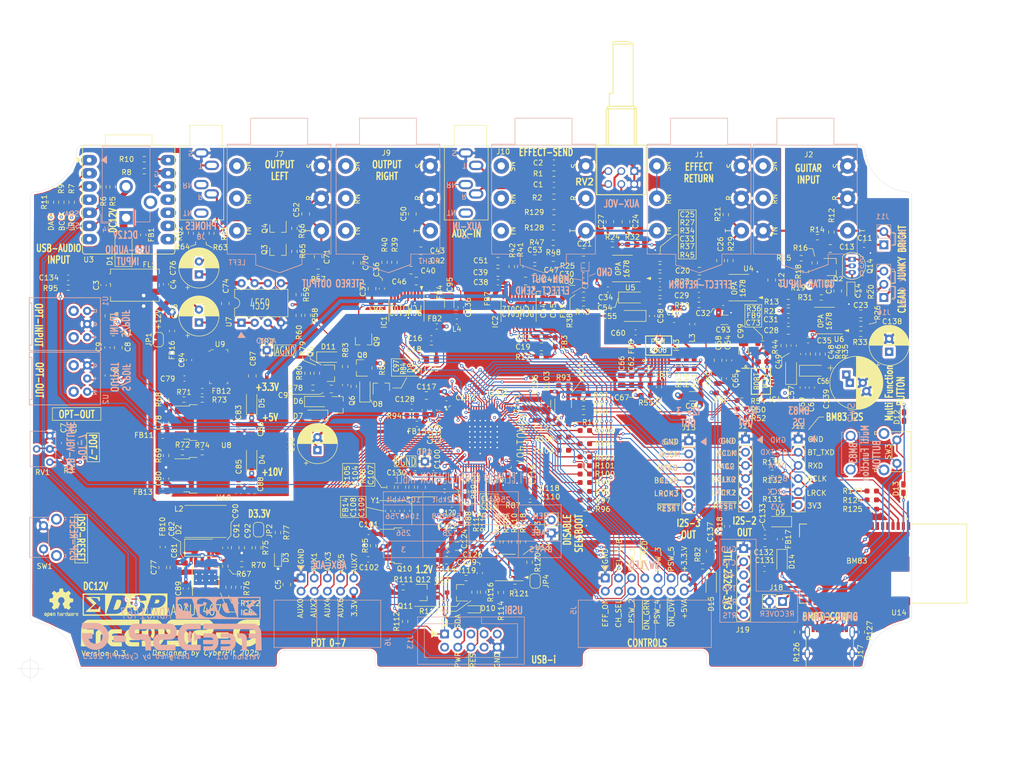
<source format=kicad_pcb>
(kicad_pcb (version 20171130) (host pcbnew "(5.1.9-0-10_14)")
  (layers (0 F.Cu signal) (1 In1.Cu power) (2 In2.Cu power) (31 B.Cu signal) (34 B.Paste user hide) (35 F.Paste user hide) (36 B.SilkS user hide) (37 F.SilkS user) (38 B.Mask user) (39 F.Mask user) (44 Edge.Cuts user))
  (net 0 "")
  (net 1 GNDA)
  (net 2 LINE-R)
  (net 3 LINE-L)
  (net 4 "Net-(C3-Pad2)")
  (net 5 "Net-(C3-Pad1)")
  (net 6 GND)
  (net 7 DC12V)
  (net 8 +3V3)
  (net 9 "Net-(C6-Pad1)")
  (net 10 POT_7)
  (net 11 "Net-(C8-Pad1)")
  (net 12 "Net-(C11-Pad2)")
  (net 13 "Net-(C11-Pad1)")
  (net 14 "Net-(C12-Pad1)")
  (net 15 "Net-(C13-Pad1)")
  (net 16 "Net-(C15-Pad2)")
  (net 17 "Net-(C16-Pad2)")
  (net 18 "Net-(C17-Pad2)")
  (net 19 "Net-(C18-Pad1)")
  (net 20 "Net-(C19-Pad1)")
  (net 21 "Net-(C20-Pad1)")
  (net 22 "Net-(C21-Pad1)")
  (net 23 "Net-(C22-Pad1)")
  (net 24 "Net-(C23-Pad1)")
  (net 25 "Net-(C24-Pad2)")
  (net 26 "Net-(C24-Pad1)")
  (net 27 "Net-(C25-Pad1)")
  (net 28 EFF_RTN)
  (net 29 "Net-(C26-Pad1)")
  (net 30 "Net-(C27-Pad2)")
  (net 31 "Net-(C27-Pad1)")
  (net 32 "Net-(C28-Pad1)")
  (net 33 "Net-(C29-Pad2)")
  (net 34 "Net-(C29-Pad1)")
  (net 35 "Net-(C30-Pad2)")
  (net 36 "Net-(C30-Pad1)")
  (net 37 +10V)
  (net 38 "Net-(C33-Pad2)")
  (net 39 "Net-(C33-Pad1)")
  (net 40 +3.3VA)
  (net 41 NEG_BIAS)
  (net 42 "Net-(C42-Pad2)")
  (net 43 "Net-(C44-Pad2)")
  (net 44 "Net-(C46-Pad2)")
  (net 45 "Net-(C46-Pad1)")
  (net 46 "Net-(C47-Pad2)")
  (net 47 "Net-(C47-Pad1)")
  (net 48 "Net-(C48-Pad1)")
  (net 49 "Net-(C49-Pad1)")
  (net 50 OUT_RIGHT)
  (net 51 "Net-(C51-Pad1)")
  (net 52 OUT_LEFT)
  (net 53 MON_OUT)
  (net 54 "Net-(C54-Pad1)")
  (net 55 "Net-(C54-Pad2)")
  (net 56 "Net-(C55-Pad1)")
  (net 57 "Net-(C55-Pad2)")
  (net 58 "Net-(C62-Pad2)")
  (net 59 "Net-(C63-Pad1)")
  (net 60 "Net-(C64-Pad2)")
  (net 61 "Net-(C65-Pad1)")
  (net 62 "Net-(C70-Pad2)")
  (net 63 "Net-(C71-Pad2)")
  (net 64 "Net-(C75-Pad2)")
  (net 65 "Net-(C75-Pad1)")
  (net 66 "Net-(C76-Pad2)")
  (net 67 "Net-(C76-Pad1)")
  (net 68 "Net-(C77-Pad1)")
  (net 69 "Net-(C78-Pad1)")
  (net 70 "Net-(C79-Pad1)")
  (net 71 "Net-(C80-Pad1)")
  (net 72 +5VA)
  (net 73 "Net-(C89-Pad2)")
  (net 74 "Net-(C89-Pad1)")
  (net 75 "Net-(C90-Pad2)")
  (net 76 "Net-(C96-Pad1)")
  (net 77 PHONES_MUTE)
  (net 78 "Net-(C98-Pad1)")
  (net 79 "Net-(C100-Pad1)")
  (net 80 "Net-(C101-Pad2)")
  (net 81 "Net-(C104-Pad1)")
  (net 82 "Net-(C107-Pad1)")
  (net 83 /DSP/DVDD)
  (net 84 "Net-(C128-Pad1)")
  (net 85 "Net-(D1-Pad2)")
  (net 86 "Net-(D3-Pad2)")
  (net 87 +12V)
  (net 88 "Net-(D8-Pad2)")
  (net 89 ~DSP-RESET)
  (net 90 "Net-(D10-Pad2)")
  (net 91 "Net-(FB1-Pad2)")
  (net 92 LRK_OUT1)
  (net 93 DAT_OUT1)
  (net 94 BCK_OUT1)
  (net 95 MCLK3)
  (net 96 "Net-(IC1-Pad7)")
  (net 97 "Net-(IC1-Pad6)")
  (net 98 LRK_OUT0)
  (net 99 DAT_OUT0)
  (net 100 BCK_OUT0)
  (net 101 MCLK2)
  (net 102 "Net-(IC2-Pad7)")
  (net 103 "Net-(IC2-Pad6)")
  (net 104 MCLK1)
  (net 105 "Net-(IC3-Pad7)")
  (net 106 "Net-(IC3-Pad8)")
  (net 107 "Net-(IC3-Pad9)")
  (net 108 MCLK0)
  (net 109 "Net-(IC4-Pad7)")
  (net 110 "Net-(IC4-Pad8)")
  (net 111 "Net-(IC4-Pad9)")
  (net 112 "Net-(IC5-Pad5)")
  (net 113 "Net-(IC5-Pad4)")
  (net 114 "Net-(IC5-Pad3)")
  (net 115 "Net-(IC5-Pad2)")
  (net 116 EFF_SND)
  (net 117 LOOP_ENB)
  (net 118 "Net-(J2-PadSN)")
  (net 119 "Net-(J2-PadRN)")
  (net 120 GUITAR_IN)
  (net 121 "Net-(J3-PadTN)")
  (net 122 "Net-(J3-PadR)")
  (net 123 "Net-(J3-PadT)")
  (net 124 "Net-(J4-Pad3)")
  (net 125 PSW_4)
  (net 126 PSW_2)
  (net 127 ON_GRNn)
  (net 128 CH_SEL)
  (net 129 EFF_ON)
  (net 130 PSW_3)
  (net 131 PSW_1)
  (net 132 ON_REDn)
  (net 133 ON_OVFn)
  (net 134 SEL_An_B)
  (net 135 POT_6)
  (net 136 POT_4)
  (net 137 POT_2)
  (net 138 POT_0)
  (net 139 POT_5)
  (net 140 POT_3)
  (net 141 POT_1)
  (net 142 "Net-(J7-PadTN)")
  (net 143 "Net-(J7-PadSN)")
  (net 144 "Net-(J7-PadRN)")
  (net 145 "Net-(J8-PadTN)")
  (net 146 "Net-(J8-PadRN)")
  (net 147 PHONES_LEFT)
  (net 148 PHONES_RIGHT)
  (net 149 "Net-(J9-PadTN)")
  (net 150 "Net-(J9-PadSN)")
  (net 151 "Net-(J9-PadRN)")
  (net 152 "Net-(J10-PadTN)")
  (net 153 "Net-(J10-PadSN)")
  (net 154 "Net-(J10-PadRN)")
  (net 155 LRK_OUT3)
  (net 156 BCK_IN3)
  (net 157 DAT_IN3)
  (net 158 BT_TXD)
  (net 159 "Net-(J13-Pad8)")
  (net 160 "Net-(J13-Pad4)")
  (net 161 "Net-(J13-Pad2)")
  (net 162 "Net-(J13-Pad9)")
  (net 163 "Net-(J13-Pad7)")
  (net 164 "Net-(J13-Pad5)")
  (net 165 "Net-(J13-Pad3)")
  (net 166 "Net-(J13-Pad1)")
  (net 167 LRK_OUT2)
  (net 168 BCK_OUT2)
  (net 169 DAT_OUT2)
  (net 170 BCK_OUT3)
  (net 171 DAT_OUT3)
  (net 172 "Net-(JP3-Pad2)")
  (net 173 "Net-(JP4-Pad1)")
  (net 174 "Net-(Q3-Pad1)")
  (net 175 "Net-(Q4-Pad1)")
  (net 176 "Net-(Q5-Pad2)")
  (net 177 "Net-(Q5-Pad1)")
  (net 178 "Net-(Q8-Pad3)")
  (net 179 "Net-(Q9-Pad3)")
  (net 180 "Net-(Q11-Pad3)")
  (net 181 EX_SDA)
  (net 182 EX_SCL)
  (net 183 "Net-(R4-Pad2)")
  (net 184 SPDIF_RX)
  (net 185 "Net-(R7-Pad1)")
  (net 186 USB_ON)
  (net 187 "Net-(R9-Pad1)")
  (net 188 "Net-(R10-Pad2)")
  (net 189 "Net-(R11-Pad1)")
  (net 190 /ADC_DAC/BIAS_5VA)
  (net 191 /ADC_DAC/BIAS_5VB)
  (net 192 "Net-(R26-Pad2)")
  (net 193 "Net-(R33-Pad2)")
  (net 194 DAT_IN1)
  (net 195 DAT_IN0)
  (net 196 BCK_IN1)
  (net 197 BCK_IN0)
  (net 198 LRK_IN1)
  (net 199 LRK_IN0)
  (net 200 "Net-(R57-Pad2)")
  (net 201 "Net-(R58-Pad2)")
  (net 202 "Net-(R68-Pad2)")
  (net 203 "Net-(R69-Pad2)")
  (net 204 "Net-(R71-Pad2)")
  (net 205 "Net-(R72-Pad2)")
  (net 206 "Net-(R88-Pad2)")
  (net 207 "Net-(R88-Pad1)")
  (net 208 "Net-(R89-Pad2)")
  (net 209 "Net-(R89-Pad1)")
  (net 210 "Net-(R90-Pad1)")
  (net 211 SPDIF_TX)
  (net 212 "Net-(R94-Pad1)")
  (net 213 "Net-(R95-Pad2)")
  (net 214 "Net-(R96-Pad2)")
  (net 215 "Net-(R97-Pad2)")
  (net 216 "Net-(R98-Pad2)")
  (net 217 "Net-(R99-Pad2)")
  (net 218 "Net-(R100-Pad2)")
  (net 219 "Net-(R101-Pad2)")
  (net 220 "Net-(R102-Pad2)")
  (net 221 "Net-(R103-Pad2)")
  (net 222 "Net-(R104-Pad2)")
  (net 223 "Net-(R105-Pad2)")
  (net 224 "Net-(R106-Pad2)")
  (net 225 "Net-(R107-Pad2)")
  (net 226 "Net-(R108-Pad2)")
  (net 227 /DSP/EEPROM_1)
  (net 228 "Net-(R109-Pad2)")
  (net 229 /DSP/EEPROM_5)
  (net 230 "Net-(R110-Pad2)")
  (net 231 /DSP/EEPROM_6)
  (net 232 BGM_ON)
  (net 233 /DSP/EEPROM_2)
  (net 234 "Net-(R118-Pad1)")
  (net 235 "Net-(U3-Pad11)")
  (net 236 "Net-(U3-Pad4)")
  (net 237 "Net-(U3-Pad10)")
  (net 238 "Net-(U3-Pad9)")
  (net 239 "Net-(U3-Pad8)")
  (net 240 "Net-(U3-Pad7)")
  (net 241 LRK_IN3)
  (net 242 DAT_IN2)
  (net 243 LRK_IN2)
  (net 244 BCK_IN2)
  (net 245 "Net-(U12-Pad80)")
  (net 246 "Net-(U12-Pad79)")
  (net 247 "Net-(U12-Pad26)")
  (net 248 "Net-(C22-Pad2)")
  (net 249 "Net-(J16-Pad3)")
  (net 250 "Net-(Q14-Pad2)")
  (net 251 "Net-(C41-Pad2)")
  (net 252 "Net-(C131-Pad2)")
  (net 253 "Net-(C131-Pad1)")
  (net 254 "Net-(C132-Pad2)")
  (net 255 "Net-(D12-Pad1)")
  (net 256 "Net-(D13-Pad1)")
  (net 257 /BM83_BT-RX/VBUS)
  (net 258 "Net-(J17-PadB8)")
  (net 259 "Net-(J17-PadA5)")
  (net 260 /BM83_BT-RX/DM)
  (net 261 /BM83_BT-RX/DP)
  (net 262 "Net-(J17-PadA8)")
  (net 263 "Net-(J17-PadB5)")
  (net 264 "Net-(J18-Pad1)")
  (net 265 "Net-(J19-Pad2)")
  (net 266 "Net-(J19-Pad5)")
  (net 267 "Net-(J19-Pad4)")
  (net 268 "Net-(J19-Pad3)")
  (net 269 "Net-(R123-Pad2)")
  (net 270 "Net-(R124-Pad2)")
  (net 271 "Net-(R125-Pad2)")
  (net 272 "Net-(U14-Pad49)")
  (net 273 "Net-(U14-Pad48)")
  (net 274 "Net-(U14-Pad47)")
  (net 275 "Net-(U14-Pad46)")
  (net 276 "Net-(U14-Pad45)")
  (net 277 "Net-(U14-Pad44)")
  (net 278 "Net-(U14-Pad43)")
  (net 279 "Net-(U14-Pad42)")
  (net 280 "Net-(U14-Pad41)")
  (net 281 "Net-(U14-Pad40)")
  (net 282 "Net-(U14-Pad39)")
  (net 283 "Net-(U14-Pad38)")
  (net 284 "Net-(U14-Pad35)")
  (net 285 "Net-(U14-Pad33)")
  (net 286 "Net-(U14-Pad28)")
  (net 287 "Net-(U14-Pad27)")
  (net 288 "Net-(U14-Pad25)")
  (net 289 "Net-(U14-Pad21)")
  (net 290 "Net-(U14-Pad20)")
  (net 291 "Net-(U14-Pad19)")
  (net 292 "Net-(U14-Pad18)")
  (net 293 "Net-(U14-Pad17)")
  (net 294 "Net-(U14-Pad15)")
  (net 295 "Net-(U14-Pad14)")
  (net 296 "Net-(U14-Pad13)")
  (net 297 "Net-(U14-Pad12)")
  (net 298 "Net-(U14-Pad11)")
  (net 299 "Net-(U14-Pad10)")
  (net 300 "Net-(U14-Pad9)")
  (net 301 "Net-(U14-Pad8)")
  (net 302 "Net-(U14-Pad7)")
  (net 303 "Net-(U14-Pad6)")
  (net 304 "Net-(U14-Pad5)")
  (net 305 "Net-(C53-Pad1)")
  (net 306 "Net-(C135-Pad1)")
  (net 307 "Net-(C136-Pad1)")
  (net 308 PSW_5)
  (net 309 "Net-(C56-Pad1)")
  (net 310 "Net-(C57-Pad1)")
  (net 311 "Net-(C137-Pad1)")
  (net 312 "Net-(D9-Pad2)")
  (net 313 "Net-(D14-Pad2)")
  (net 314 "Net-(C138-Pad1)")
  (module Capacitor_THT:CP_Radial_D10.0mm_P2.50mm_P5.00mm (layer F.Cu) (at 208.08 95.84)
    (fp_text reference C139 (at -4.55 3.12 90) (layer F.SilkS))
    (fp_text value 470uF/16V)
    (pad 2 thru_hole circle (at 3.170937 1.6) (size 1.6 1.6) (drill 0.8) (layers *.Cu *.Mask) (net 1 GNDA))
    (pad 1 thru_hole rect (at -0.670937 -1.6) (size 1.6 1.6) (drill 0.8) (layers *.Cu *.Mask) (net 37 +10V))
    (pad 2 thru_hole circle (at 2.5 0) (size 1.6 1.6) (drill 0.8) (layers *.Cu *.Mask) (net 1 GNDA))
    (pad 1 thru_hole rect (at 0 0) (size 1.6 1.6) (drill 0.8) (layers *.Cu *.Mask) (net 37 +10V))
  )
  (module Capacitor_THT:CP_Radial_D7.5mm_P2.50mm (layer F.Cu) (at 215.65 89.85 90)
    (fp_text reference C138 (at 5.85 0.58 180) (layer F.SilkS))
    (fp_text value 220uF/10V)
    (pad 2 thru_hole circle (at 2.5 0 90) (size 1.6 1.6) (drill 0.8) (layers *.Cu *.Mask) (net 1 GNDA))
    (pad 1 thru_hole rect (at 0 0 90) (size 1.6 1.6) (drill 0.8) (layers *.Cu *.Mask) (net 314 "Net-(C138-Pad1)"))
  )
  (module Button_Switch_THT:SW_Tactile_SPST_Angled_PTS645Vx83-2LFS (layer F.Cu) (at 217.15 106.86 270)
    (fp_text reference SW3 (at 2.25 1.68 90) (layer F.SilkS))
    (fp_text value MFB)
    (pad "" thru_hole circle (at -1.25 2.49 270) (size 2.1 2.1) (drill 1.3) (layers *.Cu *.Mask))
    (pad 1 thru_hole circle (at 0 0 270) (size 1.75 1.75) (drill 0.99) (layers *.Cu *.Mask) (net 253 "Net-(C131-Pad1)"))
    (pad 2 thru_hole circle (at 4.5 0 270) (size 1.75 1.75) (drill 0.99) (layers *.Cu *.Mask) (net 252 "Net-(C131-Pad2)"))
    (pad "" thru_hole circle (at 5.76 2.49 270) (size 2.1 2.1) (drill 1.3) (layers *.Cu *.Mask))
  )
  (module Resistor_SMD:R_0603_1608Metric_Pad0.98x0.95mm_HandSolder (layer F.Cu) (at 193.13 113.18 180)
    (fp_text reference R132 (at 0 -1.43) (layer F.SilkS))
    (fp_text value NOP)
    (pad 2 smd roundrect (at 0.9125 0 180) (size 0.975 0.95) (layers F.Cu F.Paste F.Mask) (net 168 BCK_OUT2))
    (pad 1 smd roundrect (at -0.9125 0 180) (size 0.975 0.95) (layers F.Cu F.Paste F.Mask) (net 244 BCK_IN2))
  )
  (module Resistor_SMD:R_0603_1608Metric_Pad0.98x0.95mm_HandSolder (layer F.Cu) (at 193.11 116.85 180)
    (fp_text reference R131 (at 0 -1.43) (layer F.SilkS))
    (fp_text value NOP)
    (pad 2 smd roundrect (at 0.9125 0 180) (size 0.975 0.95) (layers F.Cu F.Paste F.Mask) (net 167 LRK_OUT2))
    (pad 1 smd roundrect (at -0.9125 0 180) (size 0.975 0.95) (layers F.Cu F.Paste F.Mask) (net 243 LRK_IN2))
  )
  (module Resistor_SMD:R_0603_1608Metric_Pad0.98x0.95mm_HandSolder (layer F.Cu) (at 193.11 109.74 180)
    (fp_text reference R130 (at 0 -1.43) (layer F.SilkS))
    (fp_text value NOP)
    (pad 2 smd roundrect (at 0.9125 0 180) (size 0.975 0.95) (layers F.Cu F.Paste F.Mask) (net 169 DAT_OUT2))
    (pad 1 smd roundrect (at -0.9125 0 180) (size 0.975 0.95) (layers F.Cu F.Paste F.Mask) (net 158 BT_TXD))
  )
  (module Resistor_SMD:R_0603_1608Metric_Pad0.98x0.95mm_HandSolder (layer F.Cu) (at 179.68 131.24)
    (fp_text reference R82 (at -0.95 -2.27 90) (layer F.SilkS))
    (fp_text value 100k)
    (pad 2 smd roundrect (at 0.9125 0) (size 0.975 0.95) (layers F.Cu F.Paste F.Mask) (net 311 "Net-(C137-Pad1)"))
    (pad 1 smd roundrect (at -0.9125 0) (size 0.975 0.95) (layers F.Cu F.Paste F.Mask) (net 8 +3V3))
  )
  (module Inductor_SMD:L_0603_1608Metric_Pad1.05x0.95mm_HandSolder (layer F.Cu) (at 184.4 123.5 90)
    (fp_text reference FB18 (at 0 -1.43 90) (layer F.SilkS))
    (fp_text value GZ1608D601TF)
    (pad 2 smd roundrect (at 0.875 0 90) (size 1.05 0.95) (layers F.Cu F.Paste F.Mask) (net 312 "Net-(D9-Pad2)"))
    (pad 1 smd roundrect (at -0.875 0 90) (size 1.05 0.95) (layers F.Cu F.Paste F.Mask) (net 72 +5VA))
  )
  (module Diode_SMD:D_SOD-123 (layer F.Cu) (at 181.33 134.62 270)
    (fp_text reference D15 (at 3.86 0 90) (layer F.SilkS))
    (fp_text value "B5819W SL")
    (pad 2 smd rect (at 1.65 0 270) (size 0.9 1.2) (layers F.Cu F.Paste F.Mask) (net 89 ~DSP-RESET))
    (pad 1 smd rect (at -1.65 0 270) (size 0.9 1.2) (layers F.Cu F.Paste F.Mask) (net 311 "Net-(C137-Pad1)"))
  )
  (module Diode_SMD:D_SOD-123 (layer F.Cu) (at 195 130.2 270)
    (fp_text reference D14 (at 0.13 -1.88 90) (layer F.SilkS))
    (fp_text value "B5819W SL")
    (pad 2 smd rect (at 1.65 0 270) (size 0.9 1.2) (layers F.Cu F.Paste F.Mask) (net 313 "Net-(D14-Pad2)"))
    (pad 1 smd rect (at -1.65 0 270) (size 0.9 1.2) (layers F.Cu F.Paste F.Mask) (net 257 /BM83_BT-RX/VBUS))
  )
  (module Diode_SMD:D_SOD-123 (layer F.Cu) (at 194.6 122.6 180)
    (fp_text reference D9 (at -0.06 1.72) (layer F.SilkS))
    (fp_text value "B5819W SL")
    (pad 2 smd rect (at 1.65 0 180) (size 0.9 1.2) (layers F.Cu F.Paste F.Mask) (net 312 "Net-(D9-Pad2)"))
    (pad 1 smd rect (at -1.65 0 180) (size 0.9 1.2) (layers F.Cu F.Paste F.Mask) (net 257 /BM83_BT-RX/VBUS))
  )
  (module Capacitor_Tantalum_SMD:CP_EIA-2012-12_Kemet-R (layer F.Cu) (at 208.28 78.105 270)
    (fp_text reference C14 (at 0 -1.42 90) (layer F.SilkS) (effects (font (size 0.8 1))))
    (fp_text value 10uF/16V)
    (pad 2 smd roundrect (at 0.8875 0 270) (size 1.125 1.05) (layers F.Cu F.Paste F.Mask) (roundrect_rratio 0.238095) (net 1 GNDA))
    (pad 1 smd roundrect (at -0.8875 0 270) (size 1.125 1.05) (layers F.Cu F.Paste F.Mask) (roundrect_rratio 0.238095) (net 314 "Net-(C138-Pad1)"))
  )
  (module Connector_PinHeader_2.54mm:PinHeader_1x02_P2.54mm_Vertical (layer F.Cu) (at 150.5 124.8 180)
    (fp_text reference JP3 (at 2.6 1 90) (layer F.SilkS))
    (fp_text value Jumper_NO)
    (pad 2 thru_hole oval (at 0 2.54 180) (size 1.7 1.7) (drill 1) (layers *.Cu *.Mask) (net 172 "Net-(JP3-Pad2)"))
    (pad 1 thru_hole rect (at 0 0 180) (size 1.7 1.7) (drill 1) (layers *.Cu *.Mask) (net 6 GND))
  )
  (module Capacitor_SMD:C_0805_2012Metric (layer F.Cu) (at 181.15 128.3 90)
    (fp_text reference C137 (at 3.74 0.01 90) (layer F.SilkS))
    (fp_text value 10uF)
    (pad 2 smd roundrect (at 0.95 0 90) (size 1 1.45) (layers F.Cu F.Paste F.Mask) (net 6 GND))
    (pad 1 smd roundrect (at -0.95 0 90) (size 1 1.45) (layers F.Cu F.Paste F.Mask) (net 311 "Net-(C137-Pad1)"))
  )
  (module Package_SO:SOIC-8_3.9x4.9mm_P1.27mm (layer F.Cu) (at 203.2 83.82 180)
    (fp_text reference U6 (at -2.8 -3.6) (layer F.SilkS))
    (fp_text value OPA1678IDR)
    (pad 8 smd roundrect (at 2.475 -1.905 180) (size 1.95 0.6) (layers F.Cu F.Paste F.Mask) (net 37 +10V))
    (pad 7 smd roundrect (at 2.475 -0.635 180) (size 1.95 0.6) (layers F.Cu F.Paste F.Mask) (net 190 /ADC_DAC/BIAS_5VA))
    (pad 6 smd roundrect (at 2.475 0.635 180) (size 1.95 0.6) (layers F.Cu F.Paste F.Mask) (net 190 /ADC_DAC/BIAS_5VA))
    (pad 5 smd roundrect (at 2.475 1.905 180) (size 1.95 0.6) (layers F.Cu F.Paste F.Mask) (net 32 "Net-(C28-Pad1)"))
    (pad 4 smd roundrect (at -2.475 1.905 180) (size 1.95 0.6) (layers F.Cu F.Paste F.Mask) (net 1 GNDA))
    (pad 3 smd roundrect (at -2.475 0.635 180) (size 1.95 0.6) (layers F.Cu F.Paste F.Mask) (net 23 "Net-(C22-Pad1)"))
    (pad 2 smd roundrect (at -2.475 -0.635 180) (size 1.95 0.6) (layers F.Cu F.Paste F.Mask) (net 192 "Net-(R26-Pad2)"))
    (pad 1 smd roundrect (at -2.475 -1.905 180) (size 1.95 0.6) (layers F.Cu F.Paste F.Mask) (net 193 "Net-(R33-Pad2)"))
  )
  (module Package_SO:SOIC-8_3.9x4.9mm_P1.27mm (layer F.Cu) (at 164.211 73.787 180)
    (fp_text reference U5 (at -1.524 -3.683) (layer F.SilkS))
    (fp_text value OPA1678IDR)
    (pad 8 smd roundrect (at 2.475 -1.905 180) (size 1.95 0.6) (layers F.Cu F.Paste F.Mask) (net 37 +10V))
    (pad 7 smd roundrect (at 2.475 -0.635 180) (size 1.95 0.6) (layers F.Cu F.Paste F.Mask) (net 35 "Net-(C30-Pad2)"))
    (pad 6 smd roundrect (at 2.475 0.635 180) (size 1.95 0.6) (layers F.Cu F.Paste F.Mask) (net 36 "Net-(C30-Pad1)"))
    (pad 5 smd roundrect (at 2.475 1.905 180) (size 1.95 0.6) (layers F.Cu F.Paste F.Mask) (net 31 "Net-(C27-Pad1)"))
    (pad 4 smd roundrect (at -2.475 1.905 180) (size 1.95 0.6) (layers F.Cu F.Paste F.Mask) (net 1 GNDA))
    (pad 3 smd roundrect (at -2.475 0.635 180) (size 1.95 0.6) (layers F.Cu F.Paste F.Mask) (net 26 "Net-(C24-Pad1)"))
    (pad 2 smd roundrect (at -2.475 -0.635 180) (size 1.95 0.6) (layers F.Cu F.Paste F.Mask) (net 39 "Net-(C33-Pad1)"))
    (pad 1 smd roundrect (at -2.475 -1.905 180) (size 1.95 0.6) (layers F.Cu F.Paste F.Mask) (net 38 "Net-(C33-Pad2)"))
  )
  (module Package_SO:SOIC-8_3.9x4.9mm_P1.27mm (layer F.Cu) (at 186.69 77.47 180)
    (fp_text reference U4 (at -1.8415 3.683) (layer F.SilkS))
    (fp_text value OPA1678IDR)
    (pad 8 smd roundrect (at 2.475 -1.905 180) (size 1.95 0.6) (layers F.Cu F.Paste F.Mask) (net 37 +10V))
    (pad 7 smd roundrect (at 2.475 -0.635 180) (size 1.95 0.6) (layers F.Cu F.Paste F.Mask) (net 33 "Net-(C29-Pad2)"))
    (pad 6 smd roundrect (at 2.475 0.635 180) (size 1.95 0.6) (layers F.Cu F.Paste F.Mask) (net 34 "Net-(C29-Pad1)"))
    (pad 5 smd roundrect (at 2.475 1.905 180) (size 1.95 0.6) (layers F.Cu F.Paste F.Mask) (net 29 "Net-(C26-Pad1)"))
    (pad 4 smd roundrect (at -2.475 1.905 180) (size 1.95 0.6) (layers F.Cu F.Paste F.Mask) (net 1 GNDA))
    (pad 3 smd roundrect (at -2.475 0.635 180) (size 1.95 0.6) (layers F.Cu F.Paste F.Mask) (net 14 "Net-(C12-Pad1)"))
    (pad 2 smd roundrect (at -2.475 -0.635 180) (size 1.95 0.6) (layers F.Cu F.Paste F.Mask) (net 191 /ADC_DAC/BIAS_5VB))
    (pad 1 smd roundrect (at -2.475 -1.905 180) (size 1.95 0.6) (layers F.Cu F.Paste F.Mask) (net 191 /ADC_DAC/BIAS_5VB))
  )
  (module LogoLibrary:SigmaDSP-LogoSmall (layer B.Cu) (at 86.25 139.25 180)
    (fp_text reference G*** hide)
    (fp_text value LOGO_SigmaDSP hide)
  )
  (module LogoLibrary:OSHW-Logo2_7.3x6mm_SilkScreen (layer F.Cu) (at 56 138.25)
    (fp_text reference REF*** hide)
    (fp_text value OSHW-Logo2_7.3x6mm_SilkScreen hide)
  )
  (module LogoLibrary:LOGO_FREEDSP_600dpi (layer B.Cu) (at 81.915 144.78 180)
    (fp_text reference G*** hide)
    (fp_text value LOGO hide)
  )
  (module Inductor_SMD:L_0603_1608Metric (layer F.Cu) (at 132.2705 84.0105 180)
    (fp_text reference L4 (at 0 -1.43) (layer F.SilkS))
    (fp_text value SMD-INDUCTOR-10UH-0603)
    (pad 2 smd roundrect (at 0.7875 0 180) (size 0.875 0.95) (layers F.Cu F.Paste F.Mask) (net 232 BGM_ON))
    (pad 1 smd roundrect (at -0.7875 0 180) (size 0.875 0.95) (layers F.Cu F.Paste F.Mask) (net 307 "Net-(C136-Pad1)"))
  )
  (module Inductor_SMD:L_0603_1608Metric (layer F.Cu) (at 177.673 84.5185 270)
    (fp_text reference L3 (at 2.667 0 90) (layer F.SilkS))
    (fp_text value SMD-INDUCTOR-10UH-0603)
    (pad 2 smd roundrect (at 0.7875 0 270) (size 0.875 0.95) (layers F.Cu F.Paste F.Mask) (net 117 LOOP_ENB))
    (pad 1 smd roundrect (at -0.7875 0 270) (size 0.875 0.95) (layers F.Cu F.Paste F.Mask) (net 306 "Net-(C135-Pad1)"))
  )
  (module Capacitor_SMD:C_0603_1608Metric_Pad1.08x0.95mm_HandSolder (layer F.Cu) (at 133.0325 81.28 270)
    (fp_text reference C136 (at 0 -1.43 90) (layer F.SilkS))
    (fp_text value 0.1uF)
    (pad 2 smd roundrect (at 0.8625 0 270) (size 1.075 0.95) (layers F.Cu F.Paste F.Mask) (net 1 GNDA))
    (pad 1 smd roundrect (at -0.8625 0 270) (size 1.075 0.95) (layers F.Cu F.Paste F.Mask) (net 307 "Net-(C136-Pad1)"))
  )
  (module Capacitor_SMD:C_0603_1608Metric_Pad1.08x0.95mm_HandSolder (layer F.Cu) (at 174.1805 83.693 180)
    (fp_text reference C135 (at -0.0635 1.397) (layer F.SilkS) (effects (font (size 1 0.8))))
    (fp_text value 0.1uF)
    (pad 2 smd roundrect (at 0.8625 0 180) (size 1.075 0.95) (layers F.Cu F.Paste F.Mask) (net 1 GNDA))
    (pad 1 smd roundrect (at -0.8625 0 180) (size 1.075 0.95) (layers F.Cu F.Paste F.Mask) (net 306 "Net-(C135-Pad1)"))
  )
  (module Resistor_SMD:R_0603_1608Metric_Pad0.98x0.95mm_HandSolder (layer F.Cu) (at 151.003 62.9285 180)
    (fp_text reference R129 (at 3.81 0) (layer F.SilkS))
    (fp_text value 180R)
    (pad 2 smd roundrect (at 0.9125 0 180) (size 0.975 0.95) (layers F.Cu F.Paste F.Mask) (net 1 GNDA))
    (pad 1 smd roundrect (at -0.9125 0 180) (size 0.975 0.95) (layers F.Cu F.Paste F.Mask) (net 53 MON_OUT))
  )
  (module Resistor_SMD:R_0603_1608Metric_Pad0.98x0.95mm_HandSolder (layer F.Cu) (at 150.9395 65.8495 180)
    (fp_text reference R128 (at 3.7465 -0.0635) (layer F.SilkS))
    (fp_text value 1k)
    (pad 2 smd roundrect (at 0.9125 0 180) (size 0.975 0.95) (layers F.Cu F.Paste F.Mask) (net 305 "Net-(C53-Pad1)"))
    (pad 1 smd roundrect (at -0.9125 0 180) (size 0.975 0.95) (layers F.Cu F.Paste F.Mask) (net 53 MON_OUT))
  )
  (module Capacitor_SMD:C_0603_1608Metric_Pad1.08x0.95mm_HandSolder (layer F.Cu) (at 57.3405 75.565 180)
    (fp_text reference C134 (at 3.7465 0) (layer F.SilkS))
    (fp_text value 0.1uF)
    (pad 2 smd roundrect (at 0.8625 0 180) (size 1.075 0.95) (layers F.Cu F.Paste F.Mask) (net 6 GND))
    (pad 1 smd roundrect (at -0.8625 0 180) (size 1.075 0.95) (layers F.Cu F.Paste F.Mask) (net 186 USB_ON))
  )
  (module Myfootprints:BM83_MCH (layer F.Cu) (at 214.5 130.7 270)
    (fp_text reference U14 (at 9.4445 -3.051 180) (layer F.SilkS))
    (fp_text value BM83 (at -0.525 5.077) (layer F.SilkS))
    (fp_text user * (at -8.63473 -4.90728 90) (layer F.SilkS))
    (pad 57 smd rect (at -3.2893 -4.57962 270) (size 2.794 0.762) (layers F.Cu F.Paste F.Mask) (net 6 GND))
    (pad 56 smd rect (at 4.770001 5.52958 270) (size 1.778 1.778) (layers F.Cu F.Paste F.Mask) (net 6 GND))
    (pad 50 smd rect (at 7.25043 -4.90728 270) (size 1.4986 0.6096) (layers F.Cu F.Paste F.Mask) (net 6 GND))
    (pad 49 smd rect (at 7.25043 -3.90652 270) (size 1.4986 0.6096) (layers F.Cu F.Paste F.Mask) (net 272 "Net-(U14-Pad49)"))
    (pad 48 smd rect (at 7.25043 -2.90576 270) (size 1.4986 0.6096) (layers F.Cu F.Paste F.Mask) (net 273 "Net-(U14-Pad48)"))
    (pad 47 smd rect (at 7.25043 -1.905 270) (size 1.4986 0.6096) (layers F.Cu F.Paste F.Mask) (net 274 "Net-(U14-Pad47)"))
    (pad 46 smd rect (at 7.25043 -0.90424 270) (size 1.4986 0.6096) (layers F.Cu F.Paste F.Mask) (net 275 "Net-(U14-Pad46)"))
    (pad 45 smd rect (at 7.25043 0.09652 270) (size 1.4986 0.6096) (layers F.Cu F.Paste F.Mask) (net 276 "Net-(U14-Pad45)"))
    (pad 44 smd rect (at 7.25043 1.09728 270) (size 1.4986 0.6096) (layers F.Cu F.Paste F.Mask) (net 277 "Net-(U14-Pad44)"))
    (pad 43 smd rect (at 7.25043 2.09804 270) (size 1.4986 0.6096) (layers F.Cu F.Paste F.Mask) (net 278 "Net-(U14-Pad43)"))
    (pad 42 smd rect (at 7.25043 3.0988 270) (size 1.4986 0.6096) (layers F.Cu F.Paste F.Mask) (net 279 "Net-(U14-Pad42)"))
    (pad 41 smd rect (at 7.25043 4.09956 270) (size 1.4986 0.6096) (layers F.Cu F.Paste F.Mask) (net 280 "Net-(U14-Pad41)"))
    (pad 40 smd rect (at 7.25043 5.10032 270) (size 1.4986 0.6096) (layers F.Cu F.Paste F.Mask) (net 281 "Net-(U14-Pad40)"))
    (pad 39 smd rect (at 7.25043 6.10108 270) (size 1.4986 0.6096) (layers F.Cu F.Paste F.Mask) (net 282 "Net-(U14-Pad39)"))
    (pad 38 smd rect (at 7.25043 7.10184 270) (size 1.4986 0.6096) (layers F.Cu F.Paste F.Mask) (net 283 "Net-(U14-Pad38)"))
    (pad 37 smd rect (at 7.25043 8.1026 270) (size 1.4986 0.6096) (layers F.Cu F.Paste F.Mask) (net 261 /BM83_BT-RX/DP))
    (pad 36 smd rect (at 7.25043 9.10336 270) (size 1.4986 0.6096) (layers F.Cu F.Paste F.Mask) (net 260 /BM83_BT-RX/DM))
    (pad 35 smd rect (at 7.25043 10.10412 270) (size 1.4986 0.6096) (layers F.Cu F.Paste F.Mask) (net 284 "Net-(U14-Pad35)"))
    (pad 34 smd rect (at 7.25043 11.10488 270) (size 1.4986 0.6096) (layers F.Cu F.Paste F.Mask) (net 255 "Net-(D12-Pad1)"))
    (pad 33 smd rect (at 7.25043 12.10564 270) (size 1.4986 0.6096) (layers F.Cu F.Paste F.Mask) (net 285 "Net-(U14-Pad33)"))
    (pad 32 smd rect (at 7.25043 13.1064 270) (size 1.4986 0.6096) (layers F.Cu F.Paste F.Mask) (net 256 "Net-(D13-Pad1)"))
    (pad 31 smd rect (at 7.25043 14.10716 270) (size 1.4986 0.6096) (layers F.Cu F.Paste F.Mask) (net 264 "Net-(J18-Pad1)"))
    (pad 30 smd rect (at 4.50342 15.75054) (size 1.4986 0.6096) (layers F.Cu F.Paste F.Mask) (net 266 "Net-(J19-Pad5)"))
    (pad 29 smd rect (at 3.50266 15.75054) (size 1.4986 0.6096) (layers F.Cu F.Paste F.Mask) (net 267 "Net-(J19-Pad4)"))
    (pad 28 smd rect (at 2.5019 15.75054) (size 1.4986 0.6096) (layers F.Cu F.Paste F.Mask) (net 286 "Net-(U14-Pad28)"))
    (pad 27 smd rect (at 1.50114 15.75054) (size 1.4986 0.6096) (layers F.Cu F.Paste F.Mask) (net 287 "Net-(U14-Pad27)"))
    (pad 26 smd rect (at 0.50038 15.75054) (size 1.4986 0.6096) (layers F.Cu F.Paste F.Mask) (net 252 "Net-(C131-Pad2)"))
    (pad 25 smd rect (at -0.50038 15.75054) (size 1.4986 0.6096) (layers F.Cu F.Paste F.Mask) (net 288 "Net-(U14-Pad25)"))
    (pad 24 smd rect (at -1.50114 15.75054) (size 1.4986 0.6096) (layers F.Cu F.Paste F.Mask) (net 253 "Net-(C131-Pad1)"))
    (pad 23 smd rect (at -2.5019 15.75054) (size 1.4986 0.6096) (layers F.Cu F.Paste F.Mask) (net 254 "Net-(C132-Pad2)"))
    (pad 22 smd rect (at -3.50266 15.75054) (size 1.4986 0.6096) (layers F.Cu F.Paste F.Mask) (net 257 /BM83_BT-RX/VBUS))
    (pad 21 smd rect (at -4.50342 15.75054) (size 1.4986 0.6096) (layers F.Cu F.Paste F.Mask) (net 289 "Net-(U14-Pad21)"))
    (pad 20 smd rect (at -7.25043 14.10716 270) (size 1.4986 0.6096) (layers F.Cu F.Paste F.Mask) (net 290 "Net-(U14-Pad20)"))
    (pad 19 smd rect (at -7.25043 13.1064 270) (size 1.4986 0.6096) (layers F.Cu F.Paste F.Mask) (net 291 "Net-(U14-Pad19)"))
    (pad 18 smd rect (at -7.25043 12.10564 270) (size 1.4986 0.6096) (layers F.Cu F.Paste F.Mask) (net 292 "Net-(U14-Pad18)"))
    (pad 17 smd rect (at -7.25043 11.10488 270) (size 1.4986 0.6096) (layers F.Cu F.Paste F.Mask) (net 293 "Net-(U14-Pad17)"))
    (pad 16 smd rect (at -7.25043 10.10412 270) (size 1.4986 0.6096) (layers F.Cu F.Paste F.Mask) (net 6 GND))
    (pad 15 smd rect (at -7.25043 9.10336 270) (size 1.4986 0.6096) (layers F.Cu F.Paste F.Mask) (net 294 "Net-(U14-Pad15)"))
    (pad 14 smd rect (at -7.25043 8.1026 270) (size 1.4986 0.6096) (layers F.Cu F.Paste F.Mask) (net 295 "Net-(U14-Pad14)"))
    (pad 13 smd rect (at -7.25043 7.10184 270) (size 1.4986 0.6096) (layers F.Cu F.Paste F.Mask) (net 296 "Net-(U14-Pad13)"))
    (pad 12 smd rect (at -7.25043 6.10108 270) (size 1.4986 0.6096) (layers F.Cu F.Paste F.Mask) (net 297 "Net-(U14-Pad12)"))
    (pad 11 smd rect (at -7.25043 5.10032 270) (size 1.4986 0.6096) (layers F.Cu F.Paste F.Mask) (net 298 "Net-(U14-Pad11)"))
    (pad 10 smd rect (at -7.25043 4.09956 270) (size 1.4986 0.6096) (layers F.Cu F.Paste F.Mask) (net 299 "Net-(U14-Pad10)"))
    (pad 9 smd rect (at -7.25043 3.0988 270) (size 1.4986 0.6096) (layers F.Cu F.Paste F.Mask) (net 300 "Net-(U14-Pad9)"))
    (pad 8 smd rect (at -7.25043 2.09804 270) (size 1.4986 0.6096) (layers F.Cu F.Paste F.Mask) (net 301 "Net-(U14-Pad8)"))
    (pad 7 smd rect (at -7.25043 1.09728 270) (size 1.4986 0.6096) (layers F.Cu F.Paste F.Mask) (net 302 "Net-(U14-Pad7)"))
    (pad 6 smd rect (at -7.25043 0.09652 270) (size 1.4986 0.6096) (layers F.Cu F.Paste F.Mask) (net 303 "Net-(U14-Pad6)"))
    (pad 5 smd rect (at -7.25043 -0.90424 270) (size 1.4986 0.6096) (layers F.Cu F.Paste F.Mask) (net 304 "Net-(U14-Pad5)"))
    (pad 4 smd rect (at -7.25043 -1.905 270) (size 1.4986 0.6096) (layers F.Cu F.Paste F.Mask) (net 271 "Net-(R125-Pad2)"))
    (pad 3 smd rect (at -7.25043 -2.90576 270) (size 1.4986 0.6096) (layers F.Cu F.Paste F.Mask) (net 270 "Net-(R124-Pad2)"))
    (pad 2 smd rect (at -7.25043 -3.90652 270) (size 1.4986 0.6096) (layers F.Cu F.Paste F.Mask) (net 269 "Net-(R123-Pad2)"))
    (pad 1 smd rect (at -7.25043 -4.90728 270) (size 1.4986 0.6096) (layers F.Cu F.Paste F.Mask) (net 158 BT_TXD))
  )
  (module Myfootprints:MJTP1250 (layer B.Cu) (at 208.23 112.55 90)
    (fp_text reference SW2 (at 10.9825 0.1555 270) (layer B.SilkS) (effects (font (size 1.27 1.27)) (justify mirror)))
    (fp_text value TVBP06 hide)
    (pad 2 thru_hole circle (at 6.5 0 90) (size 1.95 1.95) (drill 1.3) (layers *.Cu *.Mask) (net 253 "Net-(C131-Pad1)"))
    (pad 1 thru_hole circle (at 0 0 90) (size 1.95 1.95) (drill 1.3) (layers *.Cu *.Mask) (net 252 "Net-(C131-Pad2)"))
  )
  (module Resistor_SMD:R_0603_1608Metric_Pad0.98x0.95mm_HandSolder (layer F.Cu) (at 210.4 143.9 270)
    (fp_text reference R127 (at -0.263 -1.4995 90) (layer F.SilkS))
    (fp_text value NOP)
    (pad 2 smd roundrect (at 0.9125 0 270) (size 0.975 0.95) (layers F.Cu F.Paste F.Mask) (net 263 "Net-(J17-PadB5)"))
    (pad 1 smd roundrect (at -0.9125 0 270) (size 0.975 0.95) (layers F.Cu F.Paste F.Mask) (net 6 GND))
  )
  (module Resistor_SMD:R_0603_1608Metric_Pad0.98x0.95mm_HandSolder (layer F.Cu) (at 197.9 143.9 270)
    (fp_text reference R126 (at 3.8645 0.0975 90) (layer F.SilkS))
    (fp_text value NOP)
    (pad 2 smd roundrect (at 0.9125 0 270) (size 0.975 0.95) (layers F.Cu F.Paste F.Mask) (net 259 "Net-(J17-PadA5)"))
    (pad 1 smd roundrect (at -0.9125 0 270) (size 0.975 0.95) (layers F.Cu F.Paste F.Mask) (net 6 GND))
  )
  (module Resistor_SMD:R_0603_1608Metric_Pad0.98x0.95mm_HandSolder (layer F.Cu) (at 212.3 120.2)
    (fp_text reference R125 (at -3.7 0) (layer F.SilkS))
    (fp_text value 33R)
    (pad 2 smd roundrect (at 0.9125 0) (size 0.975 0.95) (layers F.Cu F.Paste F.Mask) (net 271 "Net-(R125-Pad2)"))
    (pad 1 smd roundrect (at -0.9125 0) (size 0.975 0.95) (layers F.Cu F.Paste F.Mask) (net 242 DAT_IN2))
  )
  (module Resistor_SMD:R_0603_1608Metric_Pad0.98x0.95mm_HandSolder (layer F.Cu) (at 212.3 118.4)
    (fp_text reference R124 (at -3.7 0.1) (layer F.SilkS))
    (fp_text value 33R)
    (pad 2 smd roundrect (at 0.9125 0) (size 0.975 0.95) (layers F.Cu F.Paste F.Mask) (net 270 "Net-(R124-Pad2)"))
    (pad 1 smd roundrect (at -0.9125 0) (size 0.975 0.95) (layers F.Cu F.Paste F.Mask) (net 244 BCK_IN2))
  )
  (module Resistor_SMD:R_0603_1608Metric_Pad0.98x0.95mm_HandSolder (layer F.Cu) (at 212.3 116.7)
    (fp_text reference R123 (at -3.7 0) (layer F.SilkS))
    (fp_text value 33R)
    (pad 2 smd roundrect (at 0.9125 0) (size 0.975 0.95) (layers F.Cu F.Paste F.Mask) (net 269 "Net-(R123-Pad2)"))
    (pad 1 smd roundrect (at -0.9125 0) (size 0.975 0.95) (layers F.Cu F.Paste F.Mask) (net 243 LRK_IN2))
  )
  (module Connector_PinHeader_2.54mm:PinHeader_1x06_P2.54mm_Vertical (layer F.Cu) (at 187.6 127.8)
    (fp_text reference J19 (at -0.18 15.66) (layer F.SilkS))
    (fp_text value Header_6P)
    (pad 6 thru_hole oval (at 0 12.7) (size 1.7 1.7) (drill 1) (layers *.Cu *.Mask) (net 265 "Net-(J19-Pad2)"))
    (pad 5 thru_hole oval (at 0 10.16) (size 1.7 1.7) (drill 1) (layers *.Cu *.Mask) (net 266 "Net-(J19-Pad5)"))
    (pad 4 thru_hole oval (at 0 7.62) (size 1.7 1.7) (drill 1) (layers *.Cu *.Mask) (net 267 "Net-(J19-Pad4)"))
    (pad 3 thru_hole oval (at 0 5.08) (size 1.7 1.7) (drill 1) (layers *.Cu *.Mask) (net 268 "Net-(J19-Pad3)"))
    (pad 2 thru_hole oval (at 0 2.54) (size 1.7 1.7) (drill 1) (layers *.Cu *.Mask) (net 265 "Net-(J19-Pad2)"))
    (pad 1 thru_hole rect (at 0 0) (size 1.7 1.7) (drill 1) (layers *.Cu *.Mask) (net 6 GND))
  )
  (module Connector_PinHeader_2.54mm:PinHeader_1x02_P2.54mm_Vertical (layer F.Cu) (at 195.1 138 270)
    (fp_text reference J18 (at -2.7 1.21 180) (layer F.SilkS))
    (fp_text value Header_2P)
    (pad 2 thru_hole oval (at 0 2.54 270) (size 1.7 1.7) (drill 1) (layers *.Cu *.Mask) (net 6 GND))
    (pad 1 thru_hole rect (at 0 0 270) (size 1.7 1.7) (drill 1) (layers *.Cu *.Mask) (net 264 "Net-(J18-Pad1)"))
  )
  (module MyJacks:USB-C_5077CR-16-SMC2-BK-TR (layer F.Cu) (at 204.2 147)
    (fp_text reference J17 (at 5.9215 0.6375 90) (layer F.SilkS))
    (fp_text value 5077CR-16-SMC2)
    (pad A12 smd rect (at 3.35 -3.67) (size 0.3 1.15) (layers F.Cu F.Paste F.Mask) (net 6 GND))
    (pad A9 smd rect (at 2.55 -3.67) (size 0.3 1.15) (layers F.Cu F.Paste F.Mask) (net 313 "Net-(D14-Pad2)"))
    (pad B9 smd rect (at -2.25 -3.67) (size 0.3 1.15) (layers F.Cu F.Paste F.Mask) (net 313 "Net-(D14-Pad2)"))
    (pad B12 smd rect (at -3.05 -3.67) (size 0.3 1.15) (layers F.Cu F.Paste F.Mask) (net 6 GND))
    (pad A1 smd rect (at -3.35 -3.67) (size 0.3 1.15) (layers F.Cu F.Paste F.Mask) (net 6 GND))
    (pad A4 smd rect (at -2.55 -3.67) (size 0.3 1.15) (layers F.Cu F.Paste F.Mask) (net 313 "Net-(D14-Pad2)"))
    (pad B8 smd rect (at -1.75 -3.67) (size 0.3 1.15) (layers F.Cu F.Paste F.Mask) (net 258 "Net-(J17-PadB8)"))
    (pad A5 smd rect (at -1.25 -3.67) (size 0.3 1.15) (layers F.Cu F.Paste F.Mask) (net 259 "Net-(J17-PadA5)"))
    (pad B7 smd rect (at -0.75 -3.67) (size 0.3 1.15) (layers F.Cu F.Paste F.Mask) (net 260 /BM83_BT-RX/DM))
    (pad A6 smd rect (at -0.25 -3.67) (size 0.3 1.15) (layers F.Cu F.Paste F.Mask) (net 261 /BM83_BT-RX/DP))
    (pad A7 smd rect (at 0.25 -3.67) (size 0.3 1.15) (layers F.Cu F.Paste F.Mask) (net 260 /BM83_BT-RX/DM))
    (pad B6 smd rect (at 0.75 -3.67) (size 0.3 1.15) (layers F.Cu F.Paste F.Mask) (net 261 /BM83_BT-RX/DP))
    (pad A8 smd rect (at 1.25 -3.67) (size 0.3 1.15) (layers F.Cu F.Paste F.Mask) (net 262 "Net-(J17-PadA8)"))
    (pad B5 smd rect (at 1.75 -3.67) (size 0.3 1.15) (layers F.Cu F.Paste F.Mask) (net 263 "Net-(J17-PadB5)"))
    (pad B4 smd rect (at 2.25 -3.67) (size 0.3 1.15) (layers F.Cu F.Paste F.Mask) (net 313 "Net-(D14-Pad2)"))
    (pad B1 smd rect (at 3.05 -3.67) (size 0.3 1.15) (layers F.Cu F.Paste F.Mask) (net 6 GND))
    (pad "" np_thru_hole circle (at -2.89 -2.605) (size 0.65 0.65) (drill 0.65) (layers *.Cu *.Mask))
    (pad "" np_thru_hole circle (at 2.89 -2.605) (size 0.65 0.65) (drill 0.65) (layers *.Cu *.Mask))
    (pad S1 thru_hole oval (at 4.32 1.075) (size 1 1.8) (drill oval 0.6 1.4) (layers *.Cu *.Mask) (net 6 GND))
    (pad S1 thru_hole oval (at -4.32 1.075) (size 1 1.8) (drill oval 0.6 1.4) (layers *.Cu *.Mask) (net 6 GND))
    (pad S1 thru_hole oval (at 4.32 -3.105) (size 1 2.1) (drill oval 0.6 1.7) (layers *.Cu *.Mask) (net 6 GND))
    (pad S1 thru_hole oval (at -4.32 -3.105) (size 1 2.1) (drill oval 0.6 1.7) (layers *.Cu *.Mask) (net 6 GND))
  )
  (module Inductor_SMD:L_0603_1608Metric_Pad1.05x0.95mm_HandSolder (layer F.Cu) (at 194.6 126 270)
    (fp_text reference FB17 (at 0 -1.615 90) (layer F.SilkS))
    (fp_text value GZ1608D601TF)
    (pad 2 smd roundrect (at 0.875 0 270) (size 1.05 0.95) (layers F.Cu F.Paste F.Mask) (net 254 "Net-(C132-Pad2)"))
    (pad 1 smd roundrect (at -0.875 0 270) (size 1.05 0.95) (layers F.Cu F.Paste F.Mask) (net 8 +3V3))
  )
  (module LED_SMD:LED_0603_1608Metric_Castellated (layer F.Cu) (at 218.41 116.23 90)
    (fp_text reference D13 (at -0.02 -1.45 90) (layer F.SilkS))
    (fp_text value LED_RED)
    (pad 2 smd roundrect (at 0.8125 0 90) (size 1.225 0.85) (layers F.Cu F.Paste F.Mask) (net 253 "Net-(C131-Pad1)"))
    (pad 1 smd roundrect (at -0.8125 0 90) (size 1.225 0.85) (layers F.Cu F.Paste F.Mask) (net 256 "Net-(D13-Pad1)"))
  )
  (module LED_SMD:LED_0603_1608Metric_Castellated (layer F.Cu) (at 218.53 102.35 270)
    (fp_text reference D12 (at 0.1 1.4 90) (layer F.SilkS))
    (fp_text value LED_WHITE)
    (pad 2 smd roundrect (at 0.8125 0 270) (size 1.225 0.85) (layers F.Cu F.Paste F.Mask) (net 253 "Net-(C131-Pad1)"))
    (pad 1 smd roundrect (at -0.8125 0 270) (size 1.225 0.85) (layers F.Cu F.Paste F.Mask) (net 255 "Net-(D12-Pad1)"))
  )
  (module Capacitor_SMD:C_0603_1608Metric_Pad1.08x0.95mm_HandSolder (layer F.Cu) (at 191.7 124.7)
    (fp_text reference C133 (at -0.47 -3.67 90) (layer F.SilkS))
    (fp_text value 0.1uF)
    (pad 2 smd roundrect (at 0.8625 0) (size 1.075 0.95) (layers F.Cu F.Paste F.Mask) (net 254 "Net-(C132-Pad2)"))
    (pad 1 smd roundrect (at -0.8625 0) (size 1.075 0.95) (layers F.Cu F.Paste F.Mask) (net 6 GND))
  )
  (module Capacitor_SMD:C_0805_2012Metric (layer F.Cu) (at 191.7 126.7)
    (fp_text reference C132 (at -0.2475 1.824) (layer F.SilkS))
    (fp_text value 10uF)
    (pad 2 smd roundrect (at 0.95 0) (size 1 1.45) (layers F.Cu F.Paste F.Mask) (net 254 "Net-(C132-Pad2)"))
    (pad 1 smd roundrect (at -0.95 0) (size 1 1.45) (layers F.Cu F.Paste F.Mask) (net 6 GND))
  )
  (module Capacitor_SMD:C_0603_1608Metric_Pad1.08x0.95mm_HandSolder (layer F.Cu) (at 191.6 131.7)
    (fp_text reference C131 (at 0.075 -1.634) (layer F.SilkS))
    (fp_text value 0.1uF)
    (pad 2 smd roundrect (at 0.8625 0) (size 1.075 0.95) (layers F.Cu F.Paste F.Mask) (net 252 "Net-(C131-Pad2)"))
    (pad 1 smd roundrect (at -0.8625 0) (size 1.075 0.95) (layers F.Cu F.Paste F.Mask) (net 253 "Net-(C131-Pad1)"))
  )
  (module Inductor_SMD:L_0603_1608Metric_Pad1.05x0.95mm_HandSolder (layer F.Cu) (at 77.343 85.852 270)
    (fp_text reference FB16 (at 3.683 0 90) (layer F.SilkS))
    (fp_text value GZ1608D601TF)
    (pad 2 smd roundrect (at 0.875 0 270) (size 1.05 0.95) (layers F.Cu F.Paste F.Mask) (net 1 GNDA))
    (pad 1 smd roundrect (at -0.875 0 270) (size 1.05 0.95) (layers F.Cu F.Paste F.Mask) (net 6 GND))
  )
  (module Connector_IDC:IDC-Header_2x05_P2.54mm_Vertical (layer B.Cu) (at 129.921 144.272 270)
    (fp_text reference J13 (at 1.587 6.604 270) (layer B.SilkS) (effects (justify mirror)))
    (fp_text value IDC_2x5)
    (pad 10 thru_hole circle (at 2.54 -10.16 270) (size 1.7 1.7) (drill 1) (layers *.Cu *.Mask) (net 6 GND))
    (pad 8 thru_hole circle (at 2.54 -7.62 270) (size 1.7 1.7) (drill 1) (layers *.Cu *.Mask) (net 159 "Net-(J13-Pad8)"))
    (pad 6 thru_hole circle (at 2.54 -5.08 270) (size 1.7 1.7) (drill 1) (layers *.Cu *.Mask) (net 89 ~DSP-RESET))
    (pad 4 thru_hole circle (at 2.54 -2.54 270) (size 1.7 1.7) (drill 1) (layers *.Cu *.Mask) (net 160 "Net-(J13-Pad4)"))
    (pad 2 thru_hole circle (at 2.54 0 270) (size 1.7 1.7) (drill 1) (layers *.Cu *.Mask) (net 161 "Net-(J13-Pad2)"))
    (pad 9 thru_hole circle (at 0 -10.16 270) (size 1.7 1.7) (drill 1) (layers *.Cu *.Mask) (net 162 "Net-(J13-Pad9)"))
    (pad 7 thru_hole circle (at 0 -7.62 270) (size 1.7 1.7) (drill 1) (layers *.Cu *.Mask) (net 163 "Net-(J13-Pad7)"))
    (pad 5 thru_hole circle (at 0 -5.08 270) (size 1.7 1.7) (drill 1) (layers *.Cu *.Mask) (net 164 "Net-(J13-Pad5)"))
    (pad 3 thru_hole circle (at 0 -2.54 270) (size 1.7 1.7) (drill 1) (layers *.Cu *.Mask) (net 165 "Net-(J13-Pad3)"))
    (pad 1 thru_hole roundrect (at 0 0 270) (size 1.7 1.7) (drill 1) (layers *.Cu *.Mask) (roundrect_rratio 0.1470588235294118) (net 166 "Net-(J13-Pad1)"))
  )
  (module MyJacks:PJ-644C_NMJ6HCD2_ACJS-IH (layer B.Cu) (at 119 66.5 90)
    (fp_text reference J9 (at 15.0015 -0.3185 -180) (layer F.SilkS))
    (fp_text value NMJ6HCD2)
    (fp_text user SN (at 12.4 -6 90) (layer F.SilkS))
    (fp_text user RN (at 6.1 -5.9 90) (layer F.SilkS))
    (fp_text user TN (at -0.1 -5.9 90) (layer F.SilkS))
    (fp_text user S (at 12.5 5.9 90) (layer F.SilkS))
    (fp_text user R (at 6.3 5.8 90) (layer F.SilkS))
    (fp_text user T (at 0 5.6 90) (layer F.SilkS))
    (pad TN thru_hole circle (at 0 -8.15 90) (size 3 3) (drill 1.4) (layers *.Cu *.Mask) (net 149 "Net-(J9-PadTN)"))
    (pad SN thru_hole circle (at 12.5 -8.15 90) (size 3 3) (drill 1.4) (layers *.Cu *.Mask) (net 150 "Net-(J9-PadSN)"))
    (pad RN thru_hole circle (at 6.25 -8.15 90) (size 3 3) (drill 1.4) (layers *.Cu *.Mask) (net 151 "Net-(J9-PadRN)"))
    (pad T thru_hole circle (at 0 8.15 90) (size 3 3) (drill 1.4) (layers *.Cu *.Mask) (net 50 OUT_RIGHT))
    (pad S thru_hole circle (at 12.5 8.15 90) (size 3 3) (drill 1.4) (layers *.Cu *.Mask) (net 1 GNDA))
    (pad R thru_hole circle (at 6.25 8.15 90) (size 3 3) (drill 1.4) (layers *.Cu *.Mask) (net 1 GNDA))
  )
  (module MyJacks:PJ-644C_NMJ6HCD2_ACJS-IH (layer B.Cu) (at 149 66.5 90)
    (fp_text reference J10 (at 15.2555 -7.776 -180) (layer F.SilkS))
    (fp_text value NMJ6HCD2)
    (fp_text user SN (at 12.4 -6 90) (layer F.SilkS))
    (fp_text user RN (at 6.1 -5.9 90) (layer F.SilkS))
    (fp_text user TN (at -0.1 -5.9 90) (layer F.SilkS))
    (fp_text user S (at 12.5 5.9 90) (layer F.SilkS))
    (fp_text user R (at 6.3 5.8 90) (layer F.SilkS))
    (fp_text user T (at 0 5.6 90) (layer F.SilkS))
    (pad TN thru_hole circle (at 0 -8.15 90) (size 3 3) (drill 1.4) (layers *.Cu *.Mask) (net 152 "Net-(J10-PadTN)"))
    (pad SN thru_hole circle (at 12.5 -8.15 90) (size 3 3) (drill 1.4) (layers *.Cu *.Mask) (net 153 "Net-(J10-PadSN)"))
    (pad RN thru_hole circle (at 6.25 -8.15 90) (size 3 3) (drill 1.4) (layers *.Cu *.Mask) (net 154 "Net-(J10-PadRN)"))
    (pad T thru_hole circle (at 0 8.15 90) (size 3 3) (drill 1.4) (layers *.Cu *.Mask) (net 116 EFF_SND))
    (pad S thru_hole circle (at 12.5 8.15 90) (size 3 3) (drill 1.4) (layers *.Cu *.Mask) (net 1 GNDA))
    (pad R thru_hole circle (at 6.25 8.15 90) (size 3 3) (drill 1.4) (layers *.Cu *.Mask) (net 53 MON_OUT))
  )
  (module MyJacks:PJ-644C_NMJ6HCD2_ACJS-IH (layer B.Cu) (at 98 66.5 90)
    (fp_text reference J7 (at 14.7475 0.044 -180) (layer F.SilkS))
    (fp_text value NMJ6HCD2)
    (fp_text user SN (at 12.4 -6 90) (layer F.SilkS))
    (fp_text user RN (at 6.1 -5.9 90) (layer F.SilkS))
    (fp_text user TN (at -0.1 -5.9 90) (layer F.SilkS))
    (fp_text user S (at 12.5 5.9 90) (layer F.SilkS))
    (fp_text user R (at 6.3 5.8 90) (layer F.SilkS))
    (fp_text user T (at 0 5.6 90) (layer F.SilkS))
    (pad TN thru_hole circle (at 0 -8.15 90) (size 3 3) (drill 1.4) (layers *.Cu *.Mask) (net 142 "Net-(J7-PadTN)"))
    (pad SN thru_hole circle (at 12.5 -8.15 90) (size 3 3) (drill 1.4) (layers *.Cu *.Mask) (net 143 "Net-(J7-PadSN)"))
    (pad RN thru_hole circle (at 6.25 -8.15 90) (size 3 3) (drill 1.4) (layers *.Cu *.Mask) (net 144 "Net-(J7-PadRN)"))
    (pad T thru_hole circle (at 0 8.15 90) (size 3 3) (drill 1.4) (layers *.Cu *.Mask) (net 52 OUT_LEFT))
    (pad S thru_hole circle (at 12.5 8.15 90) (size 3 3) (drill 1.4) (layers *.Cu *.Mask) (net 1 GNDA))
    (pad R thru_hole circle (at 6.25 8.15 90) (size 3 3) (drill 1.4) (layers *.Cu *.Mask) (net 1 GNDA))
  )
  (module MyJacks:PJ-644C_NMJ6HCD2_ACJS-IH (layer B.Cu) (at 199.5 66.5 90)
    (fp_text reference J2 (at 14.684 0.652) (layer F.SilkS))
    (fp_text value NMJ6HCD2)
    (fp_text user SN (at 12.4 -6 90) (layer F.SilkS))
    (fp_text user RN (at 6.1 -5.9 90) (layer F.SilkS))
    (fp_text user TN (at -0.1 -5.9 90) (layer F.SilkS))
    (fp_text user S (at 12.5 5.9 90) (layer F.SilkS))
    (fp_text user R (at 6.3 5.8 90) (layer F.SilkS))
    (fp_text user T (at 0 11 90) (layer F.SilkS))
    (pad TN thru_hole circle (at 0 -8.15 90) (size 3 3) (drill 1.4) (layers *.Cu *.Mask) (net 1 GNDA))
    (pad SN thru_hole circle (at 12.5 -8.15 90) (size 3 3) (drill 1.4) (layers *.Cu *.Mask) (net 118 "Net-(J2-PadSN)"))
    (pad RN thru_hole circle (at 6.25 -8.15 90) (size 3 3) (drill 1.4) (layers *.Cu *.Mask) (net 119 "Net-(J2-PadRN)"))
    (pad T thru_hole circle (at 0 8.15 90) (size 3 3) (drill 1.4) (layers *.Cu *.Mask) (net 120 GUITAR_IN))
    (pad S thru_hole circle (at 12.5 8.15 90) (size 3 3) (drill 1.4) (layers *.Cu *.Mask) (net 1 GNDA))
    (pad R thru_hole circle (at 6.25 8.15 90) (size 3 3) (drill 1.4) (layers *.Cu *.Mask) (net 1 GNDA))
  )
  (module MyJacks:PJ-644C_NMJ6HCD2_ACJS-IH (layer B.Cu) (at 179 66.5 90)
    (fp_text reference J1 (at 14.684 0.07) (layer F.SilkS))
    (fp_text value NMJ6HCD2)
    (fp_text user SN (at 12.4 -6 90) (layer F.SilkS))
    (fp_text user RN (at 6.1 -5.9 90) (layer F.SilkS))
    (fp_text user TN (at -0.1 -5.9 90) (layer F.SilkS))
    (fp_text user S (at 12.5 5.9 90) (layer F.SilkS))
    (fp_text user R (at 6.3 5.8 90) (layer F.SilkS))
    (fp_text user T (at 0 5.6 90) (layer F.SilkS))
    (pad TN thru_hole circle (at 0 -8.15 90) (size 3 3) (drill 1.4) (layers *.Cu *.Mask) (net 116 EFF_SND))
    (pad SN thru_hole circle (at 12.5 -8.15 90) (size 3 3) (drill 1.4) (layers *.Cu *.Mask) (net 306 "Net-(C135-Pad1)"))
    (pad RN thru_hole circle (at 6.25 -8.15 90) (size 3 3) (drill 1.4) (layers *.Cu *.Mask) (net 306 "Net-(C135-Pad1)"))
    (pad T thru_hole circle (at 0 8.15 90) (size 3 3) (drill 1.4) (layers *.Cu *.Mask) (net 28 EFF_RTN))
    (pad S thru_hole circle (at 12.5 8.15 90) (size 3 3) (drill 1.4) (layers *.Cu *.Mask) (net 1 GNDA))
    (pad R thru_hole circle (at 6.25 8.15 90) (size 3 3) (drill 1.4) (layers *.Cu *.Mask) (net 1 GNDA))
  )
  (module Myfootprints:RK09712 (layer F.Cu) (at 164 50 90)
    (fp_text reference RV2 (at -7.0865 -7.0915 180) (layer F.SilkS) (effects (font (size 1.27 1.27) (thickness 0.254))))
    (fp_text value 10kA_Dual hide)
    (pad 6 thru_hole circle (at -7.5 -2.5 90) (size 1.5 1.5) (drill 1) (layers *.Cu *.Mask) (net 2 LINE-R))
    (pad 5 thru_hole circle (at -7.5 0 90) (size 1.5 1.5) (drill 1) (layers *.Cu *.Mask) (net 25 "Net-(C24-Pad2)"))
    (pad 4 thru_hole circle (at -7.5 2.5 90) (size 1.5 1.5) (drill 1) (layers *.Cu *.Mask) (net 1 GNDA))
    (pad 3 thru_hole circle (at -5 -2.5 90) (size 1.5 1.5) (drill 1) (layers *.Cu *.Mask) (net 3 LINE-L))
    (pad 2 thru_hole circle (at -5 0 90) (size 1.5 1.5) (drill 1) (layers *.Cu *.Mask) (net 30 "Net-(C27-Pad2)"))
    (pad 1 thru_hole rect (at -5 2.5 90) (size 1.5 1.5) (drill 1) (layers *.Cu *.Mask) (net 1 GNDA))
  )
  (module Capacitor_SMD:C_0603_1608Metric_Pad1.08x0.95mm_HandSolder (layer F.Cu) (at 124.289 113.281)
    (fp_text reference C130 (at -3.639 -0.124) (layer F.SilkS))
    (fp_text value 10nF)
    (pad 2 smd roundrect (at 0.8625 0) (size 1.075 0.95) (layers F.Cu F.Paste F.Mask) (net 79 "Net-(C100-Pad1)"))
    (pad 1 smd roundrect (at -0.8625 0) (size 1.075 0.95) (layers F.Cu F.Paste F.Mask) (net 6 GND))
  )
  (module Myfootprints:ADAU1467WBCPZ300 (layer F.Cu) (at 136.789 106.281)
    (fp_text reference U12 (at 3.3555 -8.5545) (layer F.SilkS) (effects (font (size 1.27 1.27) (thickness 0.254))))
    (fp_text value ADAU1467 hide)
    (pad 89 smd rect (at 0 0 90) (size 5.3 5.3) (layers F.Cu F.Paste F.Mask) (net 6 GND))
    (pad 88 smd rect (at -5.25 -5.8) (size 0.25 0.4) (layers F.Cu F.Paste F.Mask) (net 6 GND))
    (pad 87 smd rect (at -4.75 -5.8) (size 0.25 0.4) (layers F.Cu F.Paste F.Mask) (net 83 /DSP/DVDD))
    (pad 86 smd rect (at -4.25 -5.725) (size 0.25 0.55) (layers F.Cu F.Paste F.Mask) (net 157 DAT_IN3))
    (pad 85 smd rect (at -3.75 -5.725) (size 0.25 0.55) (layers F.Cu F.Paste F.Mask) (net 241 LRK_IN3))
    (pad 84 smd rect (at -3.25 -5.65) (size 0.25 0.7) (layers F.Cu F.Paste F.Mask) (net 156 BCK_IN3))
    (pad 83 smd rect (at -2.75 -5.65) (size 0.25 0.7) (layers F.Cu F.Paste F.Mask) (net 242 DAT_IN2))
    (pad 82 smd rect (at -2.25 -5.55) (size 0.25 0.9) (layers F.Cu F.Paste F.Mask) (net 243 LRK_IN2))
    (pad 81 smd rect (at -1.75 -5.55) (size 0.25 0.9) (layers F.Cu F.Paste F.Mask) (net 244 BCK_IN2))
    (pad 80 smd rect (at -1.25 -5.55) (size 0.25 0.9) (layers F.Cu F.Paste F.Mask) (net 245 "Net-(U12-Pad80)"))
    (pad 79 smd rect (at -0.75 -5.55) (size 0.25 0.9) (layers F.Cu F.Paste F.Mask) (net 246 "Net-(U12-Pad79)"))
    (pad 78 smd rect (at -0.25 -5.55) (size 0.25 0.9) (layers F.Cu F.Paste F.Mask) (net 194 DAT_IN1))
    (pad 77 smd rect (at 0.25 -5.55) (size 0.25 0.9) (layers F.Cu F.Paste F.Mask) (net 198 LRK_IN1))
    (pad 76 smd rect (at 0.75 -5.55) (size 0.25 0.9) (layers F.Cu F.Paste F.Mask) (net 196 BCK_IN1))
    (pad 75 smd rect (at 1.25 -5.55) (size 0.25 0.9) (layers F.Cu F.Paste F.Mask) (net 195 DAT_IN0))
    (pad 74 smd rect (at 1.75 -5.55) (size 0.25 0.9) (layers F.Cu F.Paste F.Mask) (net 199 LRK_IN0))
    (pad 73 smd rect (at 2.25 -5.55) (size 0.25 0.9) (layers F.Cu F.Paste F.Mask) (net 197 BCK_IN0))
    (pad 72 smd rect (at 2.75 -5.65) (size 0.25 0.7) (layers F.Cu F.Paste F.Mask) (net 130 PSW_3))
    (pad 71 smd rect (at 3.25 -5.65) (size 0.25 0.7) (layers F.Cu F.Paste F.Mask) (net 308 PSW_5))
    (pad 70 smd rect (at 3.75 -5.725) (size 0.25 0.55) (layers F.Cu F.Paste F.Mask) (net 133 ON_OVFn))
    (pad 69 smd rect (at 4.25 -5.725) (size 0.25 0.55) (layers F.Cu F.Paste F.Mask) (net 125 PSW_4))
    (pad 68 smd rect (at 4.75 -5.8) (size 0.25 0.4) (layers F.Cu F.Paste F.Mask) (net 8 +3V3))
    (pad 67 smd rect (at 5.25 -5.8) (size 0.25 0.4) (layers F.Cu F.Paste F.Mask) (net 6 GND))
    (pad 66 smd rect (at 5.8 -5.25 90) (size 0.25 0.4) (layers F.Cu F.Paste F.Mask) (net 6 GND))
    (pad 65 smd rect (at 5.8 -4.75 90) (size 0.25 0.4) (layers F.Cu F.Paste F.Mask) (net 83 /DSP/DVDD))
    (pad 64 smd rect (at 5.725 -4.25 90) (size 0.25 0.55) (layers F.Cu F.Paste F.Mask) (net 128 CH_SEL))
    (pad 63 smd rect (at 5.725 -3.75 90) (size 0.25 0.55) (layers F.Cu F.Paste F.Mask) (net 129 EFF_ON))
    (pad 62 smd rect (at 5.65 -3.25 90) (size 0.25 0.7) (layers F.Cu F.Paste F.Mask) (net 134 SEL_An_B))
    (pad 61 smd rect (at 5.65 -2.75 90) (size 0.25 0.7) (layers F.Cu F.Paste F.Mask) (net 213 "Net-(R95-Pad2)"))
    (pad 60 smd rect (at 5.55 -2.25 90) (size 0.25 0.9) (layers F.Cu F.Paste F.Mask) (net 225 "Net-(R107-Pad2)"))
    (pad 59 smd rect (at 5.55 -1.75 90) (size 0.25 0.9) (layers F.Cu F.Paste F.Mask) (net 224 "Net-(R106-Pad2)"))
    (pad 58 smd rect (at 5.55 -1.25 90) (size 0.25 0.9) (layers F.Cu F.Paste F.Mask) (net 223 "Net-(R105-Pad2)"))
    (pad 57 smd rect (at 5.55 -0.75 90) (size 0.25 0.9) (layers F.Cu F.Paste F.Mask) (net 222 "Net-(R104-Pad2)"))
    (pad 56 smd rect (at 5.55 -0.25 90) (size 0.25 0.9) (layers F.Cu F.Paste F.Mask) (net 221 "Net-(R103-Pad2)"))
    (pad 55 smd rect (at 5.55 0.25 90) (size 0.25 0.9) (layers F.Cu F.Paste F.Mask) (net 220 "Net-(R102-Pad2)"))
    (pad 54 smd rect (at 5.55 0.75 90) (size 0.25 0.9) (layers F.Cu F.Paste F.Mask) (net 132 ON_REDn))
    (pad 53 smd rect (at 5.55 1.25 90) (size 0.25 0.9) (layers F.Cu F.Paste F.Mask) (net 127 ON_GRNn))
    (pad 52 smd rect (at 5.55 1.75 90) (size 0.25 0.9) (layers F.Cu F.Paste F.Mask) (net 219 "Net-(R101-Pad2)"))
    (pad 51 smd rect (at 5.55 2.25 90) (size 0.25 0.9) (layers F.Cu F.Paste F.Mask) (net 218 "Net-(R100-Pad2)"))
    (pad 50 smd rect (at 5.65 2.75 90) (size 0.25 0.7) (layers F.Cu F.Paste F.Mask) (net 217 "Net-(R99-Pad2)"))
    (pad 49 smd rect (at 5.65 3.25 90) (size 0.25 0.7) (layers F.Cu F.Paste F.Mask) (net 216 "Net-(R98-Pad2)"))
    (pad 48 smd rect (at 5.725 3.75 90) (size 0.25 0.55) (layers F.Cu F.Paste F.Mask) (net 215 "Net-(R97-Pad2)"))
    (pad 47 smd rect (at 5.725 4.25 90) (size 0.25 0.55) (layers F.Cu F.Paste F.Mask) (net 214 "Net-(R96-Pad2)"))
    (pad 46 smd rect (at 5.8 4.75 90) (size 0.25 0.4) (layers F.Cu F.Paste F.Mask) (net 8 +3V3))
    (pad 45 smd rect (at 5.8 5.25 90) (size 0.25 0.4) (layers F.Cu F.Paste F.Mask) (net 6 GND))
    (pad 44 smd rect (at 5.25 5.8) (size 0.25 0.4) (layers F.Cu F.Paste F.Mask) (net 6 GND))
    (pad 43 smd rect (at 4.75 5.8) (size 0.25 0.4) (layers F.Cu F.Paste F.Mask) (net 83 /DSP/DVDD))
    (pad 42 smd rect (at 4.25 5.725) (size 0.25 0.55) (layers F.Cu F.Paste F.Mask) (net 172 "Net-(JP3-Pad2)"))
    (pad 41 smd rect (at 3.75 5.725) (size 0.25 0.55) (layers F.Cu F.Paste F.Mask) (net 6 GND))
    (pad 40 smd rect (at 3.25 5.65) (size 0.25 0.7) (layers F.Cu F.Paste F.Mask) (net 6 GND))
    (pad 39 smd rect (at 2.75 5.65) (size 0.25 0.7) (layers F.Cu F.Paste F.Mask) (net 166 "Net-(J13-Pad1)"))
    (pad 38 smd rect (at 2.25 5.55) (size 0.25 0.9) (layers F.Cu F.Paste F.Mask) (net 165 "Net-(J13-Pad3)"))
    (pad 37 smd rect (at 1.75 5.55) (size 0.25 0.9) (layers F.Cu F.Paste F.Mask) (net 8 +3V3))
    (pad 36 smd rect (at 1.25 5.55) (size 0.25 0.9) (layers F.Cu F.Paste F.Mask) (net 6 GND))
    (pad 35 smd rect (at 0.75 5.55) (size 0.25 0.9) (layers F.Cu F.Paste F.Mask) (net 233 /DSP/EEPROM_2))
    (pad 34 smd rect (at 0.25 5.55) (size 0.25 0.9) (layers F.Cu F.Paste F.Mask) (net 230 "Net-(R110-Pad2)"))
    (pad 33 smd rect (at -0.25 5.55) (size 0.25 0.9) (layers F.Cu F.Paste F.Mask) (net 228 "Net-(R109-Pad2)"))
    (pad 32 smd rect (at -0.75 5.55) (size 0.25 0.9) (layers F.Cu F.Paste F.Mask) (net 226 "Net-(R108-Pad2)"))
    (pad 31 smd rect (at -1.25 5.55) (size 0.25 0.9) (layers F.Cu F.Paste F.Mask) (net 232 BGM_ON))
    (pad 30 smd rect (at -1.75 5.55) (size 0.25 0.9) (layers F.Cu F.Paste F.Mask) (net 117 LOOP_ENB))
    (pad 29 smd rect (at -2.25 5.55) (size 0.25 0.9) (layers F.Cu F.Paste F.Mask) (net 6 GND))
    (pad 28 smd rect (at -2.75 5.65) (size 0.25 0.7) (layers F.Cu F.Paste F.Mask) (net 89 ~DSP-RESET))
    (pad 27 smd rect (at -3.25 5.65) (size 0.25 0.7) (layers F.Cu F.Paste F.Mask) (net 208 "Net-(R89-Pad2)"))
    (pad 26 smd rect (at -3.75 5.725) (size 0.25 0.55) (layers F.Cu F.Paste F.Mask) (net 247 "Net-(U12-Pad26)"))
    (pad 25 smd rect (at -4.25 5.725) (size 0.25 0.55) (layers F.Cu F.Paste F.Mask) (net 207 "Net-(R88-Pad1)"))
    (pad 24 smd rect (at -4.75 5.8) (size 0.25 0.4) (layers F.Cu F.Paste F.Mask) (net 83 /DSP/DVDD))
    (pad 23 smd rect (at -5.25 5.8) (size 0.25 0.4) (layers F.Cu F.Paste F.Mask) (net 6 GND))
    (pad 22 smd rect (at -5.8 5.25 90) (size 0.25 0.4) (layers F.Cu F.Paste F.Mask) (net 8 +3V3))
    (pad 21 smd rect (at -5.8 4.75 90) (size 0.25 0.4) (layers F.Cu F.Paste F.Mask) (net 6 GND))
    (pad 20 smd rect (at -5.725 4.25 90) (size 0.25 0.55) (layers F.Cu F.Paste F.Mask) (net 82 "Net-(C107-Pad1)"))
    (pad 19 smd rect (at -5.725 3.75 90) (size 0.25 0.55) (layers F.Cu F.Paste F.Mask) (net 79 "Net-(C100-Pad1)"))
    (pad 18 smd rect (at -5.65 3.25 90) (size 0.25 0.7) (layers F.Cu F.Paste F.Mask) (net 6 GND))
    (pad 17 smd rect (at -5.65 2.75 90) (size 0.25 0.7) (layers F.Cu F.Paste F.Mask) (net 10 POT_7))
    (pad 16 smd rect (at -5.55 2.25 90) (size 0.25 0.9) (layers F.Cu F.Paste F.Mask) (net 135 POT_6))
    (pad 15 smd rect (at -5.55 1.75 90) (size 0.25 0.9) (layers F.Cu F.Paste F.Mask) (net 139 POT_5))
    (pad 14 smd rect (at -5.55 1.25 90) (size 0.25 0.9) (layers F.Cu F.Paste F.Mask) (net 136 POT_4))
    (pad 13 smd rect (at -5.55 0.75 90) (size 0.25 0.9) (layers F.Cu F.Paste F.Mask) (net 140 POT_3))
    (pad 12 smd rect (at -5.55 0.25 90) (size 0.25 0.9) (layers F.Cu F.Paste F.Mask) (net 137 POT_2))
    (pad 11 smd rect (at -5.55 -0.25 90) (size 0.25 0.9) (layers F.Cu F.Paste F.Mask) (net 141 POT_1))
    (pad 10 smd rect (at -5.55 -0.75 90) (size 0.25 0.9) (layers F.Cu F.Paste F.Mask) (net 138 POT_0))
    (pad 9 smd rect (at -5.55 -1.25 90) (size 0.25 0.9) (layers F.Cu F.Paste F.Mask) (net 84 "Net-(C128-Pad1)"))
    (pad 8 smd rect (at -5.55 -1.75 90) (size 0.25 0.9) (layers F.Cu F.Paste F.Mask) (net 6 GND))
    (pad 7 smd rect (at -5.55 -2.25 90) (size 0.25 0.9) (layers F.Cu F.Paste F.Mask) (net 126 PSW_2))
    (pad 6 smd rect (at -5.65 -2.75 90) (size 0.25 0.7) (layers F.Cu F.Paste F.Mask) (net 131 PSW_1))
    (pad 5 smd rect (at -5.65 -3.25 90) (size 0.25 0.7) (layers F.Cu F.Paste F.Mask) (net 212 "Net-(R94-Pad1)"))
    (pad 4 smd rect (at -5.725 -3.75 90) (size 0.25 0.55) (layers F.Cu F.Paste F.Mask) (net 184 SPDIF_RX))
    (pad 3 smd rect (at -5.725 -4.25 90) (size 0.25 0.55) (layers F.Cu F.Paste F.Mask) (net 80 "Net-(C101-Pad2)"))
    (pad 2 smd rect (at -5.8 -4.75 90) (size 0.25 0.4) (layers F.Cu F.Paste F.Mask) (net 8 +3V3))
    (pad 1 smd rect (at -5.8 -5.25 90) (size 0.25 0.4) (layers F.Cu F.Paste F.Mask) (net 6 GND))
  )
  (module Potentiometer_THT:Potentiometer_Vishay_T73XX_Horizontal (layer B.Cu) (at 53.7845 106.045 180)
    (fp_text reference RV1 (at 1.397 -7.0485 180) (layer F.SilkS))
    (fp_text value B10K)
    (pad 1 thru_hole circle (at 0 0 180) (size 1.44 1.44) (drill 0.8) (layers *.Cu *.Mask) (net 6 GND))
    (pad 2 thru_hole circle (at 2.54 -2.54 180) (size 1.44 1.44) (drill 0.8) (layers *.Cu *.Mask) (net 10 POT_7))
    (pad 3 thru_hole circle (at 0 -5.08 180) (size 1.44 1.44) (drill 0.8) (layers *.Cu *.Mask) (net 9 "Net-(C6-Pad1)"))
    (pad 2 thru_hole circle (at 0 -2.54 180) (size 1.524 1.524) (drill 0.762) (layers *.Cu *.Mask) (net 10 POT_7))
  )
  (module Connector_PinHeader_2.54mm:PinHeader_1x02_P2.54mm_Vertical (layer B.Cu) (at 214.63 69.215)
    (fp_text reference J11 (at -0.254 -5.461) (layer B.SilkS) (effects (justify mirror)))
    (fp_text value Header_2P)
    (pad 2 thru_hole oval (at 0 -2.54) (size 1.7 1.7) (drill 1) (layers *.Cu *.Mask) (net 120 GUITAR_IN))
    (pad 1 thru_hole rect (at 0 0) (size 1.7 1.7) (drill 1) (layers *.Cu *.Mask) (net 12 "Net-(C11-Pad2)"))
  )
  (module TO_SOT_Packages_THT:TO-92_Inline_Narrow_Oval (layer F.Cu) (at 208.5 72 270)
    (fp_text reference Q14 (at 1.32 -3.46 90) (layer F.SilkS))
    (fp_text value 2SK30A-GR)
    (pad 2 thru_hole oval (at 1.27 0 90) (size 0.9 1.5) (drill 0.6) (layers *.Cu *.Mask) (net 250 "Net-(Q14-Pad2)"))
    (pad 3 thru_hole oval (at 2.54 0 90) (size 0.9 1.5) (drill 0.6) (layers *.Cu *.Mask) (net 314 "Net-(C138-Pad1)"))
    (pad 1 thru_hole rect (at 0 0 90) (size 0.9 1.5) (drill 0.6) (layers *.Cu *.Mask) (net 249 "Net-(J16-Pad3)"))
  )
  (module Connector_PinHeader_2.54mm:PinHeader_1x03_P2.54mm_Vertical (layer B.Cu) (at 214.63 79.375)
    (fp_text reference J16 (at 0 2.8575) (layer B.SilkS) (effects (justify mirror)))
    (fp_text value Header_3P)
    (pad 3 thru_hole oval (at 0 -5.08) (size 1.7 1.7) (drill 1) (layers *.Cu *.Mask) (net 249 "Net-(J16-Pad3)"))
    (pad 2 thru_hole oval (at 0 -2.54) (size 1.7 1.7) (drill 1) (layers *.Cu *.Mask) (net 248 "Net-(C22-Pad2)"))
    (pad 1 thru_hole rect (at 0 0) (size 1.7 1.7) (drill 1) (layers *.Cu *.Mask) (net 120 GUITAR_IN))
  )
  (module Connector_Audio:Jack_3.5mm_CUI_SJ1-3535NG_Horizontal (layer F.Cu) (at 134 51.5)
    (fp_text reference J3 (at -0.015 16.0005 180) (layer B.SilkS) (effects (justify mirror)))
    (fp_text value TRS-mini)
    (pad RN thru_hole oval (at 0 6.1) (size 2.8 1.8) (drill oval 2 1) (layers *.Cu *.Mask) (net 307 "Net-(C136-Pad1)"))
    (pad TN thru_hole oval (at 0 11.6) (size 2.8 1.8) (drill oval 2 1) (layers *.Cu *.Mask) (net 121 "Net-(J3-PadTN)"))
    (pad R thru_hole oval (at 2 7.9) (size 2.8 1.8) (drill oval 2 1) (layers *.Cu *.Mask) (net 122 "Net-(J3-PadR)"))
    (pad T thru_hole oval (at 2 2.4) (size 2.8 1.8) (drill oval 2 1) (layers *.Cu *.Mask) (net 123 "Net-(J3-PadT)"))
    (pad S thru_hole oval (at 0 0) (size 2.8 1.8) (drill oval 2 1) (layers *.Cu *.Mask) (net 1 GNDA))
  )
  (module Connector_Audio:Jack_3.5mm_CUI_SJ1-3535NG_Horizontal (layer F.Cu) (at 83 51.5)
    (fp_text reference J8 (at -0.069 16.191 180) (layer B.SilkS) (effects (justify mirror)))
    (fp_text value SJ1-3535NG)
    (pad RN thru_hole oval (at 0 6.1) (size 2.8 1.8) (drill oval 2 1) (layers *.Cu *.Mask) (net 146 "Net-(J8-PadRN)"))
    (pad TN thru_hole oval (at 0 11.6) (size 2.8 1.8) (drill oval 2 1) (layers *.Cu *.Mask) (net 145 "Net-(J8-PadTN)"))
    (pad R thru_hole oval (at 2 7.9) (size 2.8 1.8) (drill oval 2 1) (layers *.Cu *.Mask) (net 148 PHONES_RIGHT))
    (pad T thru_hole oval (at 2 2.4) (size 2.8 1.8) (drill oval 2 1) (layers *.Cu *.Mask) (net 147 PHONES_LEFT))
    (pad S thru_hole oval (at 0 0) (size 2.8 1.8) (drill oval 2 1) (layers *.Cu *.Mask) (net 1 GNDA))
  )
  (module LogoLibrary:SigmaDSP-LogoSmall (layer F.Cu) (at 68.3 138.6)
    (fp_text reference Z1 hide)
    (fp_text value LOGO hide)
  )
  (module Crystals:Crystal_SMD_TXC_7M-4pin_3.2x2.5mm_HandSoldering (layer F.Cu) (at 125.857 120.523 270)
    (fp_text reference Y1 (at -2.032 9.271 180) (layer F.SilkS))
    (fp_text value OT322512.288MJBA4S)
    (pad 1 smd rect (at -1.45 1.15 270) (size 2.1 1.8) (layers F.Cu F.Paste F.Mask) (net 8 +3V3))
    (pad 2 smd rect (at 1.45 1.15 270) (size 2.1 1.8) (layers F.Cu F.Paste F.Mask) (net 6 GND))
    (pad 3 smd rect (at 1.45 -1.15 270) (size 2.1 1.8) (layers F.Cu F.Paste F.Mask) (net 206 "Net-(R88-Pad2)"))
    (pad 4 smd rect (at -1.45 -1.15 270) (size 2.1 1.8) (layers F.Cu F.Paste F.Mask) (net 8 +3V3))
  )
  (module Package_SO:SOIC-8_3.9x4.9mm_P1.27mm (layer F.Cu) (at 141.605 131.445 180)
    (fp_text reference U13 (at -7.239 3.8735) (layer F.SilkS))
    (fp_text value "25AA1024(512)")
    (pad 8 smd roundrect (at 2.475 -1.905 180) (size 1.95 0.6) (layers F.Cu F.Paste F.Mask) (net 8 +3V3))
    (pad 7 smd roundrect (at 2.475 -0.635 180) (size 1.95 0.6) (layers F.Cu F.Paste F.Mask) (net 8 +3V3))
    (pad 6 smd roundrect (at 2.475 0.635 180) (size 1.95 0.6) (layers F.Cu F.Paste F.Mask) (net 231 /DSP/EEPROM_6))
    (pad 5 smd roundrect (at 2.475 1.905 180) (size 1.95 0.6) (layers F.Cu F.Paste F.Mask) (net 229 /DSP/EEPROM_5))
    (pad 4 smd roundrect (at -2.475 1.905 180) (size 1.95 0.6) (layers F.Cu F.Paste F.Mask) (net 6 GND))
    (pad 3 smd roundrect (at -2.475 0.635 180) (size 1.95 0.6) (layers F.Cu F.Paste F.Mask) (net 173 "Net-(JP4-Pad1)"))
    (pad 2 smd roundrect (at -2.475 -0.635 180) (size 1.95 0.6) (layers F.Cu F.Paste F.Mask) (net 234 "Net-(R118-Pad1)"))
    (pad 1 smd roundrect (at -2.475 -1.905 180) (size 1.95 0.6) (layers F.Cu F.Paste F.Mask) (net 227 /DSP/EEPROM_1))
  )
  (module Package_TO_SOT_SMD:SOT-23-5_HandSoldering (layer F.Cu) (at 152.789 99.781 90)
    (fp_text reference U11 (at 6.563 3.421 90) (layer F.SilkS))
    (fp_text value 74LVC1G04)
    (pad 5 smd rect (at 1.35 -0.95 90) (size 1.56 0.65) (layers F.Cu F.Paste F.Mask) (net 8 +3V3))
    (pad 4 smd rect (at 1.35 0.95 90) (size 1.56 0.65) (layers F.Cu F.Paste F.Mask) (net 210 "Net-(R90-Pad1)"))
    (pad 3 smd rect (at -1.35 0.95 90) (size 1.56 0.65) (layers F.Cu F.Paste F.Mask) (net 6 GND))
    (pad 2 smd rect (at -1.35 0 90) (size 1.56 0.65) (layers F.Cu F.Paste F.Mask) (net 209 "Net-(R89-Pad1)"))
    (pad 1 smd rect (at -1.35 -0.95 90) (size 1.56 0.65) (layers F.Cu F.Paste F.Mask))
  )
  (module Package_TO_SOT_SMD:TO-252-2 (layer F.Cu) (at 83.185 113.665)
    (fp_text reference U10 (at 4.1275 4.318) (layer F.SilkS))
    (fp_text value LM317AG-TN3-R)
    (pad 2 smd rect (at 2.1 0) (size 6.4 5.8) (layers F.Cu F.Mask) (net 37 +10V))
    (pad 3 smd rect (at -4.2 2.28) (size 2.2 1.2) (layers F.Cu F.Paste F.Mask) (net 71 "Net-(C80-Pad1)"))
    (pad 1 smd rect (at -4.2 -2.28) (size 2.2 1.2) (layers F.Cu F.Paste F.Mask) (net 203 "Net-(R69-Pad2)"))
  )
  (module digikey-footprints:SOT-223 (layer F.Cu) (at 86.36 92.71 270)
    (fp_text reference U9 (at -4.318 -0.254 180) (layer F.SilkS))
    (fp_text value AMS1117-3.3)
    (pad 4 smd rect (at 0 -3.15 270) (size 3.8 2.2) (layers F.Cu F.Paste F.Mask) (net 40 +3.3VA))
    (pad 1 smd rect (at -2.3 3.15 270) (size 1.5 2.2) (layers F.Cu F.Paste F.Mask) (net 1 GNDA))
    (pad 2 smd rect (at 0 3.15 270) (size 1.5 2.2) (layers F.Cu F.Paste F.Mask) (net 40 +3.3VA))
    (pad 3 smd rect (at 2.3 3.15 270) (size 1.5 2.2) (layers F.Cu F.Paste F.Mask) (net 70 "Net-(C79-Pad1)"))
  )
  (module Package_TO_SOT_SMD:TO-252-2 (layer F.Cu) (at 83.185 103.505)
    (fp_text reference U8 (at 4.6355 4.3815 180) (layer F.SilkS))
    (fp_text value LM317AG-TN3-R)
    (pad 2 smd rect (at 2.1 0) (size 6.4 5.8) (layers F.Cu F.Mask) (net 72 +5VA))
    (pad 3 smd rect (at -4.2 2.28) (size 2.2 1.2) (layers F.Cu F.Paste F.Mask) (net 69 "Net-(C78-Pad1)"))
    (pad 1 smd rect (at -4.2 -2.28) (size 2.2 1.2) (layers F.Cu F.Paste F.Mask) (net 202 "Net-(R68-Pad2)"))
  )
  (module Package_DIP:DIP-8_W7.62mm (layer F.Cu) (at 90.75 84.25 90)
    (fp_text reference U7 (at 0.176 -2.4215 90) (layer F.SilkS))
    (fp_text value NJM4556AD)
    (pad 8 thru_hole oval (at 7.62 0 90) (size 1.6 1.6) (drill 0.8) (layers *.Cu *.Mask) (net 37 +10V))
    (pad 4 thru_hole oval (at 0 7.62 90) (size 1.6 1.6) (drill 0.8) (layers *.Cu *.Mask) (net 1 GNDA))
    (pad 7 thru_hole oval (at 7.62 2.54 90) (size 1.6 1.6) (drill 0.8) (layers *.Cu *.Mask) (net 67 "Net-(C76-Pad1)"))
    (pad 3 thru_hole oval (at 0 5.08 90) (size 1.6 1.6) (drill 0.8) (layers *.Cu *.Mask) (net 201 "Net-(R58-Pad2)"))
    (pad 6 thru_hole oval (at 7.62 5.08 90) (size 1.6 1.6) (drill 0.8) (layers *.Cu *.Mask) (net 67 "Net-(C76-Pad1)"))
    (pad 2 thru_hole oval (at 0 2.54 90) (size 1.6 1.6) (drill 0.8) (layers *.Cu *.Mask) (net 65 "Net-(C75-Pad1)"))
    (pad 5 thru_hole oval (at 7.62 7.62 90) (size 1.6 1.6) (drill 0.8) (layers *.Cu *.Mask) (net 200 "Net-(R57-Pad2)"))
    (pad 1 thru_hole rect (at 0 0 90) (size 1.6 1.6) (drill 0.8) (layers *.Cu *.Mask) (net 65 "Net-(C75-Pad1)"))
  )
  (module Myfootprints:XIAO_RP2040 (layer F.Cu) (at 69 60.5 270)
    (fp_text reference U3 (at 11.5725 7.7225) (layer F.SilkS))
    (fp_text value XIAO_RP2040)
    (pad 14 thru_hole oval (at -7.62 -7.62 270) (size 2 3) (drill 0.9) (layers *.Cu *.Mask) (net 188 "Net-(R10-Pad2)"))
    (pad 1 thru_hole oval (at -7.62 7.62 270) (size 2 3) (drill 0.9) (layers *.Cu *.Mask) (net 189 "Net-(R11-Pad1)"))
    (pad 13 thru_hole oval (at -5.08 -7.62 270) (size 2 3) (drill 0.9) (layers *.Cu *.Mask) (net 6 GND))
    (pad 2 thru_hole oval (at -5.08 7.62 270) (size 2 3) (drill 0.9) (layers *.Cu *.Mask) (net 187 "Net-(R9-Pad1)"))
    (pad 12 thru_hole oval (at -2.54 -7.62 270) (size 2 3) (drill 0.9) (layers *.Cu *.Mask) (net 91 "Net-(FB1-Pad2)"))
    (pad 3 thru_hole oval (at -2.54 7.62 270) (size 2 3) (drill 0.9) (layers *.Cu *.Mask) (net 185 "Net-(R7-Pad1)"))
    (pad 11 thru_hole oval (at 0 -7.62 270) (size 2 3) (drill 0.9) (layers *.Cu *.Mask) (net 235 "Net-(U3-Pad11)"))
    (pad 4 thru_hole oval (at 0 7.62 270) (size 2 3) (drill 0.9) (layers *.Cu *.Mask) (net 236 "Net-(U3-Pad4)"))
    (pad 10 thru_hole oval (at 2.54 -7.62 270) (size 2 3) (drill 0.9) (layers *.Cu *.Mask) (net 237 "Net-(U3-Pad10)"))
    (pad 5 thru_hole oval (at 2.54 7.62 270) (size 2 3) (drill 0.9) (layers *.Cu *.Mask) (net 181 EX_SDA))
    (pad 9 thru_hole oval (at 5.08 -7.62 270) (size 2 3) (drill 0.9) (layers *.Cu *.Mask) (net 238 "Net-(U3-Pad9)"))
    (pad 6 thru_hole oval (at 5.08 7.62 270) (size 2 3) (drill 0.9) (layers *.Cu *.Mask) (net 182 EX_SCL))
    (pad 8 thru_hole oval (at 7.62 -7.62 270) (size 2 3) (drill 0.9) (layers *.Cu *.Mask) (net 239 "Net-(U3-Pad8)"))
    (pad 7 thru_hole oval (at 7.62 7.62 270) (size 2 3) (drill 0.9) (layers *.Cu *.Mask) (net 240 "Net-(U3-Pad7)"))
  )
  (module MyLibrary:PLT133-T10W (layer B.Cu) (at 61 95 270)
    (fp_text reference U2 (at 3.9965 -3.5795 270) (layer B.SilkS) (effects (justify mirror)))
    (fp_text value PLT133-T10W)
    (pad "" thru_hole circle (at 2.54 2.62 270) (size 2 2) (drill 1.1) (layers *.Cu *.Mask))
    (pad "" thru_hole circle (at -2.54 2.62 270) (size 2 2) (drill 1.1) (layers *.Cu *.Mask))
    (pad 1 thru_hole circle (at 2.54 0 270) (size 1.6 1.6) (drill 0.8) (layers *.Cu *.Mask) (net 211 SPDIF_TX))
    (pad 2 thru_hole circle (at 0 0 270) (size 1.6 1.6) (drill 0.8) (layers *.Cu *.Mask) (net 8 +3V3))
    (pad 3 thru_hole circle (at -2.54 0 270) (size 1.6 1.6) (drill 0.8) (layers *.Cu *.Mask) (net 6 GND))
  )
  (module MyLibrary:PLR135-T10 (layer B.Cu) (at 61 84.5 270)
    (fp_text reference U1 (at -4.4265 -3.516 270) (layer B.SilkS) (effects (justify mirror)))
    (fp_text value PLR135-T10)
    (pad "" thru_hole circle (at 2.54 2.62 270) (size 2 2) (drill 1.1) (layers *.Cu *.Mask))
    (pad "" thru_hole circle (at -2.54 2.62 270) (size 2 2) (drill 1.1) (layers *.Cu *.Mask))
    (pad 1 thru_hole circle (at 2.54 0 270) (size 1.6 1.6) (drill 0.8) (layers *.Cu *.Mask) (net 11 "Net-(C8-Pad1)"))
    (pad 2 thru_hole circle (at 0 0 270) (size 1.6 1.6) (drill 0.8) (layers *.Cu *.Mask) (net 6 GND))
    (pad 3 thru_hole circle (at -2.54 0 270) (size 1.6 1.6) (drill 0.8) (layers *.Cu *.Mask) (net 183 "Net-(R4-Pad2)"))
  )
  (module TestPoint:TestPoint_THTPad_1.5x1.5mm_Drill0.7mm (layer F.Cu) (at 95.631 89.535)
    (fp_text reference TP2 (at 0 -1.648) (layer F.SilkS))
    (fp_text value TP_AGND)
    (pad 1 thru_hole rect (at 0 0) (size 1.5 1.5) (drill 0.9) (layers *.Cu *.Mask) (net 1 GNDA))
  )
  (module TestPoint:TestPoint_THTPad_1.5x1.5mm_Drill0.7mm (layer F.Cu) (at 126.111 110.998)
    (fp_text reference TP1 (at 0 -1.905) (layer F.SilkS))
    (fp_text value TP_GND)
    (pad 1 thru_hole rect (at 0 0) (size 1.5 1.5) (drill 0.9) (layers *.Cu *.Mask) (net 6 GND))
  )
  (module Button_Switch_THT:SW_Tactile_SPST_Angled_PTS645Vx83-2LFS (layer B.Cu) (at 52.578 123.3805 270)
    (fp_text reference SW1 (at 7.8105 -0.1905) (layer F.SilkS))
    (fp_text value DSP_RES)
    (pad "" thru_hole circle (at -1.25 -2.49 270) (size 2.1 2.1) (drill 1.3) (layers *.Cu *.Mask))
    (pad 1 thru_hole circle (at 0 0 270) (size 1.75 1.75) (drill 0.99) (layers *.Cu *.Mask) (net 6 GND))
    (pad 2 thru_hole circle (at 4.5 0 270) (size 1.75 1.75) (drill 0.99) (layers *.Cu *.Mask) (net 89 ~DSP-RESET))
    (pad "" thru_hole circle (at 5.76 -2.49 270) (size 2.1 2.1) (drill 1.3) (layers *.Cu *.Mask))
  )
  (module Resistor_SMD:R_0603_1608Metric_Pad0.98x0.95mm_HandSolder (layer F.Cu) (at 88.265 135.255 90)
    (fp_text reference R122 (at -3.1115 4.191 180) (layer F.SilkS))
    (fp_text value 180k)
    (pad 2 smd roundrect (at 0.9125 0 90) (size 0.975 0.95) (layers F.Cu F.Paste F.Mask) (net 6 GND))
    (pad 1 smd roundrect (at -0.9125 0 90) (size 0.975 0.95) (layers F.Cu F.Paste F.Mask) (net 113 "Net-(IC5-Pad4)"))
  )
  (module Resistor_SMD:R_0603_1608Metric_Pad0.98x0.95mm_HandSolder (layer F.Cu) (at 143.51 135.192 180)
    (fp_text reference R121 (at -0.79 -1.308) (layer F.SilkS))
    (fp_text value 10k)
    (pad 2 smd roundrect (at 0.9125 0 180) (size 0.975 0.95) (layers F.Cu F.Paste F.Mask) (net 8 +3V3))
    (pad 1 smd roundrect (at -0.9125 0 180) (size 0.975 0.95) (layers F.Cu F.Paste F.Mask) (net 227 /DSP/EEPROM_1))
  )
  (module Resistor_SMD:R_0603_1608Metric_Pad0.98x0.95mm_HandSolder (layer F.Cu) (at 146.304 130.429 90)
    (fp_text reference R120 (at 0 1.5875 90) (layer F.SilkS))
    (fp_text value 10k)
    (pad 2 smd roundrect (at 0.9125 0 90) (size 0.975 0.95) (layers F.Cu F.Paste F.Mask) (net 6 GND))
    (pad 1 smd roundrect (at -0.9125 0 90) (size 0.975 0.95) (layers F.Cu F.Paste F.Mask) (net 173 "Net-(JP4-Pad1)"))
  )
  (module Resistor_SMD:R_0603_1608Metric_Pad0.98x0.95mm_HandSolder (layer F.Cu) (at 134.048 133.477 180)
    (fp_text reference R119 (at 0 1.4605) (layer F.SilkS))
    (fp_text value 10k)
    (pad 2 smd roundrect (at 0.9125 0 180) (size 0.975 0.95) (layers F.Cu F.Paste F.Mask) (net 180 "Net-(Q11-Pad3)"))
    (pad 1 smd roundrect (at -0.9125 0 180) (size 0.975 0.95) (layers F.Cu F.Paste F.Mask) (net 6 GND))
  )
  (module Resistor_SMD:R_0603_1608Metric_Pad0.98x0.95mm_HandSolder (layer F.Cu) (at 145.034 126.492 90)
    (fp_text reference R118 (at 3.6195 0.0635 90) (layer F.SilkS))
    (fp_text value 150R)
    (pad 2 smd roundrect (at 0.9125 0 90) (size 0.975 0.95) (layers F.Cu F.Paste F.Mask) (net 233 /DSP/EEPROM_2))
    (pad 1 smd roundrect (at -0.9125 0 90) (size 0.975 0.95) (layers F.Cu F.Paste F.Mask) (net 234 "Net-(R118-Pad1)"))
  )
  (module Resistor_SMD:R_0603_1608Metric_Pad0.98x0.95mm_HandSolder (layer F.Cu) (at 135.7 136.208 90)
    (fp_text reference R117 (at -3.6825 -8.7635 180) (layer F.SilkS))
    (fp_text value 1k)
    (pad 2 smd roundrect (at 0.9125 0 90) (size 0.975 0.95) (layers F.Cu F.Paste F.Mask) (net 160 "Net-(J13-Pad4)"))
    (pad 1 smd roundrect (at -0.9125 0 90) (size 0.975 0.95) (layers F.Cu F.Paste F.Mask) (net 90 "Net-(D10-Pad2)"))
  )
  (module Resistor_SMD:R_0603_1608Metric_Pad0.98x0.95mm_HandSolder (layer F.Cu) (at 137.35 136.208 270)
    (fp_text reference R116 (at 0 -1.43 90) (layer F.SilkS))
    (fp_text value 10k)
    (pad 2 smd roundrect (at 0.9125 0 270) (size 0.975 0.95) (layers F.Cu F.Paste F.Mask) (net 90 "Net-(D10-Pad2)"))
    (pad 1 smd roundrect (at -0.9125 0 270) (size 0.975 0.95) (layers F.Cu F.Paste F.Mask) (net 6 GND))
  )
  (module Resistor_SMD:R_0603_1608Metric_Pad0.98x0.95mm_HandSolder (layer F.Cu) (at 137.033 126.492 270)
    (fp_text reference R115 (at -3.81 -0.381 90) (layer F.SilkS))
    (fp_text value 100k)
    (pad 2 smd roundrect (at 0.9125 0 270) (size 0.975 0.95) (layers F.Cu F.Paste F.Mask) (net 8 +3V3))
    (pad 1 smd roundrect (at -0.9125 0 270) (size 0.975 0.95) (layers F.Cu F.Paste F.Mask) (net 232 BGM_ON))
  )
  (module Resistor_SMD:R_0603_1608Metric_Pad0.98x0.95mm_HandSolder (layer F.Cu) (at 140.78 136.271 90)
    (fp_text reference R114 (at -3.529 0.02 90) (layer F.SilkS))
    (fp_text value 3.3k)
    (pad 2 smd roundrect (at 0.9125 0 90) (size 0.975 0.95) (layers F.Cu F.Paste F.Mask) (net 8 +3V3))
    (pad 1 smd roundrect (at -0.9125 0 90) (size 0.975 0.95) (layers F.Cu F.Paste F.Mask) (net 89 ~DSP-RESET))
  )
  (module Resistor_SMD:R_0603_1608Metric_Pad0.98x0.95mm_HandSolder (layer F.Cu) (at 135.382 126.492 270)
    (fp_text reference R113 (at -3.81 -0.635 90) (layer F.SilkS))
    (fp_text value 100k)
    (pad 2 smd roundrect (at 0.9125 0 270) (size 0.975 0.95) (layers F.Cu F.Paste F.Mask) (net 8 +3V3))
    (pad 1 smd roundrect (at -0.9125 0 270) (size 0.975 0.95) (layers F.Cu F.Paste F.Mask) (net 117 LOOP_ENB))
  )
  (module Resistor_SMD:R_0603_1608Metric_Pad0.98x0.95mm_HandSolder (layer F.Cu) (at 122.301 141.859 270)
    (fp_text reference R112 (at 0 1.651 90) (layer F.SilkS))
    (fp_text value 2.2k)
    (pad 2 smd roundrect (at 0.9125 0 270) (size 0.975 0.95) (layers F.Cu F.Paste F.Mask) (net 166 "Net-(J13-Pad1)"))
    (pad 1 smd roundrect (at -0.9125 0 270) (size 0.975 0.95) (layers F.Cu F.Paste F.Mask) (net 8 +3V3))
  )
  (module Resistor_SMD:R_0603_1608Metric_Pad0.98x0.95mm_HandSolder (layer F.Cu) (at 121.92 135.255 180)
    (fp_text reference R111 (at -0.08 1.505) (layer F.SilkS))
    (fp_text value 2.2k)
    (pad 2 smd roundrect (at 0.9125 0 180) (size 0.975 0.95) (layers F.Cu F.Paste F.Mask) (net 8 +3V3))
    (pad 1 smd roundrect (at -0.9125 0 180) (size 0.975 0.95) (layers F.Cu F.Paste F.Mask) (net 165 "Net-(J13-Pad3)"))
  )
  (module Resistor_SMD:R_0603_1608Metric_Pad0.98x0.95mm_HandSolder (layer F.Cu) (at 143.383 126.492 90)
    (fp_text reference R110 (at 3.6195 0 90) (layer F.SilkS))
    (fp_text value 33R)
    (pad 2 smd roundrect (at 0.9125 0 90) (size 0.975 0.95) (layers F.Cu F.Paste F.Mask) (net 230 "Net-(R110-Pad2)"))
    (pad 1 smd roundrect (at -0.9125 0 90) (size 0.975 0.95) (layers F.Cu F.Paste F.Mask) (net 231 /DSP/EEPROM_6))
  )
  (module Resistor_SMD:R_0603_1608Metric_Pad0.98x0.95mm_HandSolder (layer F.Cu) (at 141.732 126.492 90)
    (fp_text reference R109 (at 3.556 0.0635 90) (layer F.SilkS))
    (fp_text value 33R)
    (pad 2 smd roundrect (at 0.9125 0 90) (size 0.975 0.95) (layers F.Cu F.Paste F.Mask) (net 228 "Net-(R109-Pad2)"))
    (pad 1 smd roundrect (at -0.9125 0 90) (size 0.975 0.95) (layers F.Cu F.Paste F.Mask) (net 229 /DSP/EEPROM_5))
  )
  (module Resistor_SMD:R_0603_1608Metric_Pad0.98x0.95mm_HandSolder (layer F.Cu) (at 140.081 126.492 90)
    (fp_text reference R108 (at 3.6195 0.127 90) (layer F.SilkS))
    (fp_text value 33R)
    (pad 2 smd roundrect (at 0.9125 0 90) (size 0.975 0.95) (layers F.Cu F.Paste F.Mask) (net 226 "Net-(R108-Pad2)"))
    (pad 1 smd roundrect (at -0.9125 0 90) (size 0.975 0.95) (layers F.Cu F.Paste F.Mask) (net 227 /DSP/EEPROM_1))
  )
  (module Resistor_SMD:R_0603_1608Metric_Pad0.98x0.95mm_HandSolder (layer F.Cu) (at 152.908 103.759 180)
    (fp_text reference R107 (at -5.461 0.3175) (layer F.SilkS))
    (fp_text value 33R)
    (pad 2 smd roundrect (at 0.9125 0 180) (size 0.975 0.95) (layers F.Cu F.Paste F.Mask) (net 225 "Net-(R107-Pad2)"))
    (pad 1 smd roundrect (at -0.9125 0 180) (size 0.975 0.95) (layers F.Cu F.Paste F.Mask) (net 171 DAT_OUT3))
  )
  (module Resistor_SMD:R_0603_1608Metric_Pad0.98x0.95mm_HandSolder (layer F.Cu) (at 156.972 105.029 180)
    (fp_text reference R106 (at -3.8735 -0.0635) (layer F.SilkS))
    (fp_text value 33R)
    (pad 2 smd roundrect (at 0.9125 0 180) (size 0.975 0.95) (layers F.Cu F.Paste F.Mask) (net 224 "Net-(R106-Pad2)"))
    (pad 1 smd roundrect (at -0.9125 0 180) (size 0.975 0.95) (layers F.Cu F.Paste F.Mask) (net 170 BCK_OUT3))
  )
  (module Resistor_SMD:R_0603_1608Metric_Pad0.98x0.95mm_HandSolder (layer F.Cu) (at 152.908 106.299 180)
    (fp_text reference R105 (at 3.683 -0.381) (layer F.SilkS))
    (fp_text value 33R)
    (pad 2 smd roundrect (at 0.9125 0 180) (size 0.975 0.95) (layers F.Cu F.Paste F.Mask) (net 223 "Net-(R105-Pad2)"))
    (pad 1 smd roundrect (at -0.9125 0 180) (size 0.975 0.95) (layers F.Cu F.Paste F.Mask) (net 155 LRK_OUT3))
  )
  (module Resistor_SMD:R_0603_1608Metric_Pad0.98x0.95mm_HandSolder (layer F.Cu) (at 156.972 107.569 180)
    (fp_text reference R104 (at -3.8735 0) (layer F.SilkS))
    (fp_text value 33R)
    (pad 2 smd roundrect (at 0.9125 0 180) (size 0.975 0.95) (layers F.Cu F.Paste F.Mask) (net 222 "Net-(R104-Pad2)"))
    (pad 1 smd roundrect (at -0.9125 0 180) (size 0.975 0.95) (layers F.Cu F.Paste F.Mask) (net 169 DAT_OUT2))
  )
  (module Resistor_SMD:R_0603_1608Metric_Pad0.98x0.95mm_HandSolder (layer F.Cu) (at 152.908 108.839 180)
    (fp_text reference R103 (at 3.81 -0.127) (layer F.SilkS))
    (fp_text value 33R)
    (pad 2 smd roundrect (at 0.9125 0 180) (size 0.975 0.95) (layers F.Cu F.Paste F.Mask) (net 221 "Net-(R103-Pad2)"))
    (pad 1 smd roundrect (at -0.9125 0 180) (size 0.975 0.95) (layers F.Cu F.Paste F.Mask) (net 168 BCK_OUT2))
  )
  (module Resistor_SMD:R_0603_1608Metric_Pad0.98x0.95mm_HandSolder (layer F.Cu) (at 156.972 110.109 180)
    (fp_text reference R102 (at -3.8735 -0.1905) (layer F.SilkS))
    (fp_text value 33R)
    (pad 2 smd roundrect (at 0.9125 0 180) (size 0.975 0.95) (layers F.Cu F.Paste F.Mask) (net 220 "Net-(R102-Pad2)"))
    (pad 1 smd roundrect (at -0.9125 0 180) (size 0.975 0.95) (layers F.Cu F.Paste F.Mask) (net 167 LRK_OUT2))
  )
  (module Resistor_SMD:R_0603_1608Metric_Pad0.98x0.95mm_HandSolder (layer F.Cu) (at 156.964 111.829 180)
    (fp_text reference R101 (at -3.8815 0.0055) (layer F.SilkS))
    (fp_text value 33R)
    (pad 2 smd roundrect (at 0.9125 0 180) (size 0.975 0.95) (layers F.Cu F.Paste F.Mask) (net 219 "Net-(R101-Pad2)"))
    (pad 1 smd roundrect (at -0.9125 0 180) (size 0.975 0.95) (layers F.Cu F.Paste F.Mask) (net 93 DAT_OUT1))
  )
  (module Resistor_SMD:R_0603_1608Metric_Pad0.98x0.95mm_HandSolder (layer F.Cu) (at 156.964 113.424 180)
    (fp_text reference R100 (at -3.8815 0.013) (layer F.SilkS))
    (fp_text value 33R)
    (pad 2 smd roundrect (at 0.9125 0 180) (size 0.975 0.95) (layers F.Cu F.Paste F.Mask) (net 218 "Net-(R100-Pad2)"))
    (pad 1 smd roundrect (at -0.9125 0 180) (size 0.975 0.95) (layers F.Cu F.Paste F.Mask) (net 94 BCK_OUT1))
  )
  (module Resistor_SMD:R_0603_1608Metric_Pad0.98x0.95mm_HandSolder (layer F.Cu) (at 156.972 115.062 180)
    (fp_text reference R99 (at -3.429 0) (layer F.SilkS))
    (fp_text value 33R)
    (pad 2 smd roundrect (at 0.9125 0 180) (size 0.975 0.95) (layers F.Cu F.Paste F.Mask) (net 217 "Net-(R99-Pad2)"))
    (pad 1 smd roundrect (at -0.9125 0 180) (size 0.975 0.95) (layers F.Cu F.Paste F.Mask) (net 92 LRK_OUT1))
  )
  (module Resistor_SMD:R_0603_1608Metric_Pad0.98x0.95mm_HandSolder (layer F.Cu) (at 156.972 116.776 180)
    (fp_text reference R98 (at -3.4925 -0.064) (layer F.SilkS))
    (fp_text value 33R)
    (pad 2 smd roundrect (at 0.9125 0 180) (size 0.975 0.95) (layers F.Cu F.Paste F.Mask) (net 216 "Net-(R98-Pad2)"))
    (pad 1 smd roundrect (at -0.9125 0 180) (size 0.975 0.95) (layers F.Cu F.Paste F.Mask) (net 99 DAT_OUT0))
  )
  (module Resistor_SMD:R_0603_1608Metric_Pad0.98x0.95mm_HandSolder (layer F.Cu) (at 156.972 118.428 180)
    (fp_text reference R97 (at -3.4925 -0.1265) (layer F.SilkS))
    (fp_text value 33R)
    (pad 2 smd roundrect (at 0.9125 0 180) (size 0.975 0.95) (layers F.Cu F.Paste F.Mask) (net 215 "Net-(R97-Pad2)"))
    (pad 1 smd roundrect (at -0.9125 0 180) (size 0.975 0.95) (layers F.Cu F.Paste F.Mask) (net 100 BCK_OUT0))
  )
  (module Resistor_SMD:R_0603_1608Metric_Pad0.98x0.95mm_HandSolder (layer F.Cu) (at 156.972 120.015 180)
    (fp_text reference R96 (at -3.4925 -0.1905) (layer F.SilkS))
    (fp_text value 33R)
    (pad 2 smd roundrect (at 0.9125 0 180) (size 0.975 0.95) (layers F.Cu F.Paste F.Mask) (net 214 "Net-(R96-Pad2)"))
    (pad 1 smd roundrect (at -0.9125 0 180) (size 0.975 0.95) (layers F.Cu F.Paste F.Mask) (net 98 LRK_OUT0))
  )
  (module Resistor_SMD:R_0603_1608Metric_Pad0.98x0.95mm_HandSolder (layer F.Cu) (at 57.3405 77.47 180)
    (fp_text reference R95 (at 3.429 -0.127) (layer F.SilkS))
    (fp_text value 33R)
    (pad 2 smd roundrect (at 0.9125 0 180) (size 0.975 0.95) (layers F.Cu F.Paste F.Mask) (net 213 "Net-(R95-Pad2)"))
    (pad 1 smd roundrect (at -0.9125 0 180) (size 0.975 0.95) (layers F.Cu F.Paste F.Mask) (net 186 USB_ON))
  )
  (module Resistor_SMD:R_0603_1608Metric_Pad0.98x0.95mm_HandSolder (layer F.Cu) (at 123.571 102.108 180)
    (fp_text reference R94 (at 3.3655 -0.127) (layer F.SilkS))
    (fp_text value 47R)
    (pad 2 smd roundrect (at 0.9125 0 180) (size 0.975 0.95) (layers F.Cu F.Paste F.Mask) (net 211 SPDIF_TX))
    (pad 1 smd roundrect (at -0.9125 0 180) (size 0.975 0.95) (layers F.Cu F.Paste F.Mask) (net 212 "Net-(R94-Pad1)"))
  )
  (module Resistor_SMD:R_0603_1608Metric_Pad0.98x0.95mm_HandSolder (layer F.Cu) (at 152.852 96.376 180)
    (fp_text reference R93 (at 0 1.5705) (layer F.SilkS))
    (fp_text value 33R)
    (pad 2 smd roundrect (at 0.9125 0 180) (size 0.975 0.95) (layers F.Cu F.Paste F.Mask) (net 95 MCLK3))
    (pad 1 smd roundrect (at -0.9125 0 180) (size 0.975 0.95) (layers F.Cu F.Paste F.Mask) (net 210 "Net-(R90-Pad1)"))
  )
  (module Resistor_SMD:R_0603_1608Metric_Pad0.98x0.95mm_HandSolder (layer F.Cu) (at 156.718 98.171)
    (fp_text reference R92 (at 3.302 0.0635) (layer F.SilkS))
    (fp_text value 33R)
    (pad 2 smd roundrect (at 0.9125 0) (size 0.975 0.95) (layers F.Cu F.Paste F.Mask) (net 101 MCLK2))
    (pad 1 smd roundrect (at -0.9125 0) (size 0.975 0.95) (layers F.Cu F.Paste F.Mask) (net 210 "Net-(R90-Pad1)"))
  )
  (module Resistor_SMD:R_0603_1608Metric_Pad0.98x0.95mm_HandSolder (layer F.Cu) (at 156.718 99.822)
    (fp_text reference R91 (at 3.2385 0) (layer F.SilkS))
    (fp_text value 33R)
    (pad 2 smd roundrect (at 0.9125 0) (size 0.975 0.95) (layers F.Cu F.Paste F.Mask) (net 104 MCLK1))
    (pad 1 smd roundrect (at -0.9125 0) (size 0.975 0.95) (layers F.Cu F.Paste F.Mask) (net 210 "Net-(R90-Pad1)"))
  )
  (module Resistor_SMD:R_0603_1608Metric_Pad0.98x0.95mm_HandSolder (layer F.Cu) (at 156.718 101.473)
    (fp_text reference R90 (at 3.2385 0) (layer F.SilkS))
    (fp_text value 33R)
    (pad 2 smd roundrect (at 0.9125 0) (size 0.975 0.95) (layers F.Cu F.Paste F.Mask) (net 108 MCLK0))
    (pad 1 smd roundrect (at -0.9125 0) (size 0.975 0.95) (layers F.Cu F.Paste F.Mask) (net 210 "Net-(R90-Pad1)"))
  )
  (module Resistor_SMD:R_0603_1608Metric_Pad0.98x0.95mm_HandSolder (layer F.Cu) (at 134.039 116.781 90)
    (fp_text reference R89 (at -0.059 1.5335 90) (layer F.SilkS))
    (fp_text value 47R)
    (pad 2 smd roundrect (at 0.9125 0 90) (size 0.975 0.95) (layers F.Cu F.Paste F.Mask) (net 208 "Net-(R89-Pad2)"))
    (pad 1 smd roundrect (at -0.9125 0 90) (size 0.975 0.95) (layers F.Cu F.Paste F.Mask) (net 209 "Net-(R89-Pad1)"))
  )
  (module Resistor_SMD:R_0603_1608Metric_Pad0.98x0.95mm_HandSolder (layer F.Cu) (at 133.096 122.031 270)
    (fp_text reference R88 (at 0 -1.43 90) (layer F.SilkS))
    (fp_text value 33R)
    (pad 2 smd roundrect (at 0.9125 0 270) (size 0.975 0.95) (layers F.Cu F.Paste F.Mask) (net 206 "Net-(R88-Pad2)"))
    (pad 1 smd roundrect (at -0.9125 0 270) (size 0.975 0.95) (layers F.Cu F.Paste F.Mask) (net 207 "Net-(R88-Pad1)"))
  )
  (module Resistor_SMD:R_0603_1608Metric_Pad0.98x0.95mm_HandSolder (layer F.Cu) (at 146.4 119.4 180)
    (fp_text reference R87 (at 3.3 -0.1) (layer F.SilkS))
    (fp_text value 1k)
    (pad 2 smd roundrect (at 0.9125 0 180) (size 0.975 0.95) (layers F.Cu F.Paste F.Mask) (net 172 "Net-(JP3-Pad2)"))
    (pad 1 smd roundrect (at -0.9125 0 180) (size 0.975 0.95) (layers F.Cu F.Paste F.Mask) (net 8 +3V3))
  )
  (module Resistor_SMD:R_0603_1608Metric_Pad0.98x0.95mm_HandSolder (layer F.Cu) (at 123.571 115.951 270)
    (fp_text reference R86 (at -2.0955 9.398 90) (layer F.SilkS))
    (fp_text value 4.3k)
    (pad 2 smd roundrect (at 0.9125 0 270) (size 0.975 0.95) (layers F.Cu F.Paste F.Mask) (net 82 "Net-(C107-Pad1)"))
    (pad 1 smd roundrect (at -0.9125 0 270) (size 0.975 0.95) (layers F.Cu F.Paste F.Mask) (net 81 "Net-(C104-Pad1)"))
  )
  (module Resistor_SMD:R_0603_1608Metric_Pad0.98x0.95mm_HandSolder (layer F.Cu) (at 116.144 127.229 270)
    (fp_text reference R85 (at 0 1.5265 90) (layer F.SilkS))
    (fp_text value 1k)
    (pad 2 smd roundrect (at 0.9125 0 270) (size 0.975 0.95) (layers F.Cu F.Paste F.Mask) (net 8 +3V3))
    (pad 1 smd roundrect (at -0.9125 0 270) (size 0.975 0.95) (layers F.Cu F.Paste F.Mask) (net 80 "Net-(C101-Pad2)"))
  )
  (module Resistor_SMD:R_0603_1608Metric_Pad0.98x0.95mm_HandSolder (layer F.Cu) (at 112.395 96.52 90)
    (fp_text reference R84 (at 3.429 9.5885 90) (layer F.SilkS) (effects (font (size 1 0.8))))
    (fp_text value 47k)
    (pad 2 smd roundrect (at 0.9125 0 90) (size 0.975 0.95) (layers F.Cu F.Paste F.Mask) (net 179 "Net-(Q9-Pad3)"))
    (pad 1 smd roundrect (at -0.9125 0 90) (size 0.975 0.95) (layers F.Cu F.Paste F.Mask) (net 77 PHONES_MUTE))
  )
  (module Resistor_SMD:R_0603_1608Metric_Pad0.98x0.95mm_HandSolder (layer F.Cu) (at 110.744 92.71 90)
    (fp_text reference R83 (at 3.175 0.0635 90) (layer F.SilkS))
    (fp_text value 1MEG)
    (pad 2 smd roundrect (at 0.9125 0 90) (size 0.975 0.95) (layers F.Cu F.Paste F.Mask) (net 41 NEG_BIAS))
    (pad 1 smd roundrect (at -0.9125 0 90) (size 0.975 0.95) (layers F.Cu F.Paste F.Mask) (net 178 "Net-(Q8-Pad3)"))
  )
  (module Resistor_SMD:R_0603_1608Metric_Pad0.98x0.95mm_HandSolder (layer F.Cu) (at 116.459 92.964 270)
    (fp_text reference R81 (at 0 -1.43 90) (layer F.SilkS))
    (fp_text value 1MEG)
    (pad 2 smd roundrect (at 0.9125 0 270) (size 0.975 0.95) (layers F.Cu F.Paste F.Mask) (net 88 "Net-(D8-Pad2)"))
    (pad 1 smd roundrect (at -0.9125 0 270) (size 0.975 0.95) (layers F.Cu F.Paste F.Mask) (net 8 +3V3))
  )
  (module Resistor_SMD:R_0603_1608Metric_Pad0.98x0.95mm_HandSolder (layer F.Cu) (at 103.505 93.98 90)
    (fp_text reference R80 (at 0.0635 -1.5875 90) (layer F.SilkS))
    (fp_text value 1MEG)
    (pad 2 smd roundrect (at 0.9125 0 90) (size 0.975 0.95) (layers F.Cu F.Paste F.Mask) (net 177 "Net-(Q5-Pad1)"))
    (pad 1 smd roundrect (at -0.9125 0 90) (size 0.975 0.95) (layers F.Cu F.Paste F.Mask) (net 87 +12V))
  )
  (module Resistor_SMD:R_0603_1608Metric_Pad0.98x0.95mm_HandSolder (layer F.Cu) (at 105.283 93.98 270)
    (fp_text reference R79 (at -4.7625 2.7305 90) (layer F.SilkS))
    (fp_text value 100k)
    (pad 2 smd roundrect (at 0.9125 0 270) (size 0.975 0.95) (layers F.Cu F.Paste F.Mask) (net 76 "Net-(C96-Pad1)"))
    (pad 1 smd roundrect (at -0.9125 0 270) (size 0.975 0.95) (layers F.Cu F.Paste F.Mask) (net 177 "Net-(Q5-Pad1)"))
  )
  (module Resistor_SMD:R_0603_1608Metric_Pad0.98x0.95mm_HandSolder (layer F.Cu) (at 104.521 96.774)
    (fp_text reference R78 (at -3.3655 0.0635) (layer F.SilkS))
    (fp_text value 1MEG)
    (pad 2 smd roundrect (at 0.9125 0) (size 0.975 0.95) (layers F.Cu F.Paste F.Mask) (net 76 "Net-(C96-Pad1)"))
    (pad 1 smd roundrect (at -0.9125 0) (size 0.975 0.95) (layers F.Cu F.Paste F.Mask) (net 87 +12V))
  )
  (module Resistor_SMD:R_0603_1608Metric_Pad0.98x0.95mm_HandSolder (layer F.Cu) (at 97.79 124.714 270)
    (fp_text reference R77 (at 0 -1.651 90) (layer F.SilkS))
    (fp_text value 10k)
    (pad 2 smd roundrect (at 0.9125 0 270) (size 0.975 0.95) (layers F.Cu F.Paste F.Mask) (net 86 "Net-(D3-Pad2)"))
    (pad 1 smd roundrect (at -0.9125 0 270) (size 0.975 0.95) (layers F.Cu F.Paste F.Mask) (net 8 +3V3))
  )
  (module Resistor_SMD:R_0603_1608Metric_Pad0.98x0.95mm_HandSolder (layer F.Cu) (at 90.17 135.255 90)
    (fp_text reference R76 (at -0.1905 1.5875 90) (layer F.SilkS))
    (fp_text value 3.3k)
    (pad 2 smd roundrect (at 0.9125 0 90) (size 0.975 0.95) (layers F.Cu F.Paste F.Mask) (net 6 GND))
    (pad 1 smd roundrect (at -0.9125 0 90) (size 0.975 0.95) (layers F.Cu F.Paste F.Mask) (net 113 "Net-(IC5-Pad4)"))
  )
  (module Resistor_SMD:R_0603_1608Metric_Pad0.98x0.95mm_HandSolder (layer F.Cu) (at 93.98 127.635 270)
    (fp_text reference R75 (at 0 -1.43 90) (layer F.SilkS))
    (fp_text value 5.6k)
    (pad 2 smd roundrect (at 0.9125 0 270) (size 0.975 0.95) (layers F.Cu F.Paste F.Mask) (net 113 "Net-(IC5-Pad4)"))
    (pad 1 smd roundrect (at -0.9125 0 270) (size 0.975 0.95) (layers F.Cu F.Paste F.Mask) (net 75 "Net-(C90-Pad2)"))
  )
  (module Resistor_SMD:R_0603_1608Metric_Pad0.98x0.95mm_HandSolder (layer F.Cu) (at 83.185 109.22 180)
    (fp_text reference R74 (at 0 1.3335) (layer F.SilkS))
    (fp_text value 1k)
    (pad 2 smd roundrect (at 0.9125 0 180) (size 0.975 0.95) (layers F.Cu F.Paste F.Mask) (net 205 "Net-(R72-Pad2)"))
    (pad 1 smd roundrect (at -0.9125 0 180) (size 0.975 0.95) (layers F.Cu F.Paste F.Mask) (net 37 +10V))
  )
  (module Resistor_SMD:R_0603_1608Metric_Pad0.98x0.95mm_HandSolder (layer F.Cu) (at 83.185 99.06 180)
    (fp_text reference R73 (at -3.302 -0.0635) (layer F.SilkS))
    (fp_text value 10R)
    (pad 2 smd roundrect (at 0.9125 0 180) (size 0.975 0.95) (layers F.Cu F.Paste F.Mask) (net 204 "Net-(R71-Pad2)"))
    (pad 1 smd roundrect (at -0.9125 0 180) (size 0.975 0.95) (layers F.Cu F.Paste F.Mask) (net 72 +5VA))
  )
  (module Resistor_SMD:R_0603_1608Metric_Pad0.98x0.95mm_HandSolder (layer F.Cu) (at 79.375 109.22)
    (fp_text reference R72 (at 0 -1.43) (layer F.SilkS))
    (fp_text value 150R)
    (pad 2 smd roundrect (at 0.9125 0) (size 0.975 0.95) (layers F.Cu F.Paste F.Mask) (net 205 "Net-(R72-Pad2)"))
    (pad 1 smd roundrect (at -0.9125 0) (size 0.975 0.95) (layers F.Cu F.Paste F.Mask) (net 203 "Net-(R69-Pad2)"))
  )
  (module Resistor_SMD:R_0603_1608Metric_Pad0.98x0.95mm_HandSolder (layer F.Cu) (at 79.6525 99.06)
    (fp_text reference R71 (at 0 -1.43) (layer F.SilkS))
    (fp_text value 100R)
    (pad 2 smd roundrect (at 0.9125 0) (size 0.975 0.95) (layers F.Cu F.Paste F.Mask) (net 204 "Net-(R71-Pad2)"))
    (pad 1 smd roundrect (at -0.9125 0) (size 0.975 0.95) (layers F.Cu F.Paste F.Mask) (net 202 "Net-(R68-Pad2)"))
  )
  (module Resistor_SMD:R_0603_1608Metric_Pad0.98x0.95mm_HandSolder (layer F.Cu) (at 90.805 130.81)
    (fp_text reference R70 (at 3.2385 0.1905) (layer F.SilkS))
    (fp_text value 3.3k)
    (pad 2 smd roundrect (at 0.9125 0) (size 0.975 0.95) (layers F.Cu F.Paste F.Mask) (net 6 GND))
    (pad 1 smd roundrect (at -0.9125 0) (size 0.975 0.95) (layers F.Cu F.Paste F.Mask) (net 112 "Net-(IC5-Pad5)"))
  )
  (module Resistor_SMD:R_0603_1608Metric_Pad0.98x0.95mm_HandSolder (layer F.Cu) (at 76.2 109.855 90)
    (fp_text reference R69 (at 0 -1.43 90) (layer F.SilkS))
    (fp_text value 680R)
    (pad 2 smd roundrect (at 0.9125 0 90) (size 0.975 0.95) (layers F.Cu F.Paste F.Mask) (net 203 "Net-(R69-Pad2)"))
    (pad 1 smd roundrect (at -0.9125 0 90) (size 0.975 0.95) (layers F.Cu F.Paste F.Mask) (net 1 GNDA))
  )
  (module Resistor_SMD:R_0603_1608Metric_Pad0.98x0.95mm_HandSolder (layer F.Cu) (at 76.2 99.06 90)
    (fp_text reference R68 (at 0 -1.43 90) (layer F.SilkS))
    (fp_text value 330R)
    (pad 2 smd roundrect (at 0.9125 0 90) (size 0.975 0.95) (layers F.Cu F.Paste F.Mask) (net 202 "Net-(R68-Pad2)"))
    (pad 1 smd roundrect (at -0.9125 0 90) (size 0.975 0.95) (layers F.Cu F.Paste F.Mask) (net 1 GNDA))
  )
  (module Resistor_SMD:R_0603_1608Metric_Pad0.98x0.95mm_HandSolder (layer F.Cu) (at 87.63 131.191 90)
    (fp_text reference R67 (at -1.524 3.556 180) (layer F.SilkS))
    (fp_text value 15k)
    (pad 2 smd roundrect (at 0.9125 0 90) (size 0.975 0.95) (layers F.Cu F.Paste F.Mask) (net 68 "Net-(C77-Pad1)"))
    (pad 1 smd roundrect (at -0.9125 0 90) (size 0.975 0.95) (layers F.Cu F.Paste F.Mask) (net 112 "Net-(IC5-Pad5)"))
  )
  (module Resistor_SMD:R_0603_1608Metric_Pad0.98x0.95mm_HandSolder (layer F.Cu) (at 100.965 66.04 270)
    (fp_text reference R66 (at 0.508 -1.43 90) (layer F.SilkS))
    (fp_text value 22k)
    (pad 2 smd roundrect (at 0.9125 0 270) (size 0.975 0.95) (layers F.Cu F.Paste F.Mask) (net 77 PHONES_MUTE))
    (pad 1 smd roundrect (at -0.9125 0 270) (size 0.975 0.95) (layers F.Cu F.Paste F.Mask) (net 175 "Net-(Q4-Pad1)"))
  )
  (module Resistor_SMD:R_0603_1608Metric_Pad0.98x0.95mm_HandSolder (layer F.Cu) (at 100.965 70.485 270)
    (fp_text reference R65 (at -0.0635 -1.5875 90) (layer F.SilkS))
    (fp_text value 22k)
    (pad 2 smd roundrect (at 0.9125 0 270) (size 0.975 0.95) (layers F.Cu F.Paste F.Mask) (net 77 PHONES_MUTE))
    (pad 1 smd roundrect (at -0.9125 0 270) (size 0.975 0.95) (layers F.Cu F.Paste F.Mask) (net 174 "Net-(Q3-Pad1)"))
  )
  (module Resistor_SMD:R_0603_1608Metric_Pad0.98x0.95mm_HandSolder (layer F.Cu) (at 82 67 270)
    (fp_text reference R64 (at 2.596 2.625 180) (layer F.SilkS))
    (fp_text value 100R)
    (pad 2 smd roundrect (at 0.9125 0 270) (size 0.975 0.95) (layers F.Cu F.Paste F.Mask) (net 1 GNDA))
    (pad 1 smd roundrect (at -0.9125 0 270) (size 0.975 0.95) (layers F.Cu F.Paste F.Mask) (net 147 PHONES_LEFT))
  )
  (module Resistor_SMD:R_0603_1608Metric_Pad0.98x0.95mm_HandSolder (layer F.Cu) (at 84 67 270)
    (fp_text reference R63 (at 2.723 -2.6775 180) (layer F.SilkS))
    (fp_text value 100R)
    (pad 2 smd roundrect (at 0.9125 0 270) (size 0.975 0.95) (layers F.Cu F.Paste F.Mask) (net 1 GNDA))
    (pad 1 smd roundrect (at -0.9125 0 270) (size 0.975 0.95) (layers F.Cu F.Paste F.Mask) (net 148 PHONES_RIGHT))
  )
  (module Resistor_SMD:R_0603_1608Metric_Pad0.98x0.95mm_HandSolder (layer F.Cu) (at 80 66.9125 270)
    (fp_text reference R62 (at 0.1435 1.1965 90) (layer F.SilkS))
    (fp_text value 33R)
    (pad 2 smd roundrect (at 0.9125 0 270) (size 0.975 0.95) (layers F.Cu F.Paste F.Mask) (net 64 "Net-(C75-Pad2)"))
    (pad 1 smd roundrect (at -0.9125 0 270) (size 0.975 0.95) (layers F.Cu F.Paste F.Mask) (net 147 PHONES_LEFT))
  )
  (module Resistor_SMD:R_0603_1608Metric_Pad0.98x0.95mm_HandSolder (layer F.Cu) (at 86 67 270)
    (fp_text reference R61 (at 0 -1.43 90) (layer F.SilkS))
    (fp_text value 33R)
    (pad 2 smd roundrect (at 0.9125 0 270) (size 0.975 0.95) (layers F.Cu F.Paste F.Mask) (net 66 "Net-(C76-Pad2)"))
    (pad 1 smd roundrect (at -0.9125 0 270) (size 0.975 0.95) (layers F.Cu F.Paste F.Mask) (net 148 PHONES_RIGHT))
  )
  (module Resistor_SMD:R_0603_1608Metric_Pad0.98x0.95mm_HandSolder (layer F.Cu) (at 101.795 82.825 90)
    (fp_text reference R60 (at -3.281 0.059 90) (layer F.SilkS))
    (fp_text value 100k)
    (pad 2 smd roundrect (at 0.9125 0 90) (size 0.975 0.95) (layers F.Cu F.Paste F.Mask) (net 72 +5VA))
    (pad 1 smd roundrect (at -0.9125 0 90) (size 0.975 0.95) (layers F.Cu F.Paste F.Mask) (net 201 "Net-(R58-Pad2)"))
  )
  (module Resistor_SMD:R_0603_1608Metric_Pad0.98x0.95mm_HandSolder (layer F.Cu) (at 101.795 78.825 270)
    (fp_text reference R59 (at -0.0215 -1.456 90) (layer F.SilkS))
    (fp_text value 100k)
    (pad 2 smd roundrect (at 0.9125 0 270) (size 0.975 0.95) (layers F.Cu F.Paste F.Mask) (net 72 +5VA))
    (pad 1 smd roundrect (at -0.9125 0 270) (size 0.975 0.95) (layers F.Cu F.Paste F.Mask) (net 200 "Net-(R57-Pad2)"))
  )
  (module Resistor_SMD:R_0603_1608Metric_Pad0.98x0.95mm_HandSolder (layer F.Cu) (at 103.505 82.804 270)
    (fp_text reference R58 (at 0 -1.43 90) (layer F.SilkS))
    (fp_text value OR)
    (pad 2 smd roundrect (at 0.9125 0 270) (size 0.975 0.95) (layers F.Cu F.Paste F.Mask) (net 201 "Net-(R58-Pad2)"))
    (pad 1 smd roundrect (at -0.9125 0 270) (size 0.975 0.95) (layers F.Cu F.Paste F.Mask) (net 63 "Net-(C71-Pad2)"))
  )
  (module Resistor_SMD:R_0603_1608Metric_Pad0.98x0.95mm_HandSolder (layer F.Cu) (at 105.537 74.422 180)
    (fp_text reference R57 (at 0 -1.43) (layer F.SilkS))
    (fp_text value 0R)
    (pad 2 smd roundrect (at 0.9125 0 180) (size 0.975 0.95) (layers F.Cu F.Paste F.Mask) (net 200 "Net-(R57-Pad2)"))
    (pad 1 smd roundrect (at -0.9125 0 180) (size 0.975 0.95) (layers F.Cu F.Paste F.Mask) (net 62 "Net-(C70-Pad2)"))
  )
  (module Resistor_SMD:R_0603_1608Metric_Pad0.98x0.95mm_HandSolder (layer F.Cu) (at 183.261 97.79 180)
    (fp_text reference R56 (at 0 -1.43) (layer F.SilkS))
    (fp_text value 10R)
    (pad 2 smd roundrect (at 0.9125 0 180) (size 0.975 0.95) (layers F.Cu F.Paste F.Mask) (net 72 +5VA))
    (pad 1 smd roundrect (at -0.9125 0 180) (size 0.975 0.95) (layers F.Cu F.Paste F.Mask) (net 61 "Net-(C65-Pad1)"))
  )
  (module Resistor_SMD:R_0603_1608Metric_Pad0.98x0.95mm_HandSolder (layer F.Cu) (at 168.734 98.254 180)
    (fp_text reference R55 (at 0 -1.43) (layer F.SilkS))
    (fp_text value 10R)
    (pad 2 smd roundrect (at 0.9125 0 180) (size 0.975 0.95) (layers F.Cu F.Paste F.Mask) (net 72 +5VA))
    (pad 1 smd roundrect (at -0.9125 0 180) (size 0.975 0.95) (layers F.Cu F.Paste F.Mask) (net 59 "Net-(C63-Pad1)"))
  )
  (module Resistor_SMD:R_0603_1608Metric_Pad0.98x0.95mm_HandSolder (layer F.Cu) (at 187.25 99.25 180)
    (fp_text reference R54 (at -3.123 -0.1275) (layer F.SilkS))
    (fp_text value 47R)
    (pad 2 smd roundrect (at 0.9125 0 180) (size 0.975 0.95) (layers F.Cu F.Paste F.Mask) (net 199 LRK_IN0))
    (pad 1 smd roundrect (at -0.9125 0 180) (size 0.975 0.95) (layers F.Cu F.Paste F.Mask) (net 109 "Net-(IC4-Pad7)"))
  )
  (module Resistor_SMD:R_0603_1608Metric_Pad0.98x0.95mm_HandSolder (layer F.Cu) (at 175.006 92.202 270)
    (fp_text reference R53 (at 3.175 0 90) (layer F.SilkS))
    (fp_text value 47R)
    (pad 2 smd roundrect (at 0.9125 0 270) (size 0.975 0.95) (layers F.Cu F.Paste F.Mask) (net 198 LRK_IN1))
    (pad 1 smd roundrect (at -0.9125 0 270) (size 0.975 0.95) (layers F.Cu F.Paste F.Mask) (net 105 "Net-(IC3-Pad7)"))
  )
  (module Resistor_SMD:R_0603_1608Metric_Pad0.98x0.95mm_HandSolder (layer F.Cu) (at 187.198 102.489 180)
    (fp_text reference R52 (at -3.302 -0.1905) (layer F.SilkS))
    (fp_text value 47R)
    (pad 2 smd roundrect (at 0.9125 0 180) (size 0.975 0.95) (layers F.Cu F.Paste F.Mask) (net 197 BCK_IN0))
    (pad 1 smd roundrect (at -0.9125 0 180) (size 0.975 0.95) (layers F.Cu F.Paste F.Mask) (net 110 "Net-(IC4-Pad8)"))
  )
  (module Resistor_SMD:R_0603_1608Metric_Pad0.98x0.95mm_HandSolder (layer F.Cu) (at 178.054 92.202 270)
    (fp_text reference R51 (at 3.175 0 90) (layer F.SilkS))
    (fp_text value 47R)
    (pad 2 smd roundrect (at 0.9125 0 270) (size 0.975 0.95) (layers F.Cu F.Paste F.Mask) (net 196 BCK_IN1))
    (pad 1 smd roundrect (at -0.9125 0 270) (size 0.975 0.95) (layers F.Cu F.Paste F.Mask) (net 106 "Net-(IC3-Pad8)"))
  )
  (module Resistor_SMD:R_0603_1608Metric_Pad0.98x0.95mm_HandSolder (layer F.Cu) (at 187.25 100.838 180)
    (fp_text reference R50 (at -3.1865 -0.1905) (layer F.SilkS))
    (fp_text value 47R)
    (pad 2 smd roundrect (at 0.9125 0 180) (size 0.975 0.95) (layers F.Cu F.Paste F.Mask) (net 195 DAT_IN0))
    (pad 1 smd roundrect (at -0.9125 0 180) (size 0.975 0.95) (layers F.Cu F.Paste F.Mask) (net 111 "Net-(IC4-Pad9)"))
  )
  (module Resistor_SMD:R_0603_1608Metric_Pad0.98x0.95mm_HandSolder (layer F.Cu) (at 176.53 92.202 270)
    (fp_text reference R49 (at 3.175 0 90) (layer F.SilkS))
    (fp_text value 47R)
    (pad 2 smd roundrect (at 0.9125 0 270) (size 0.975 0.95) (layers F.Cu F.Paste F.Mask) (net 194 DAT_IN1))
    (pad 1 smd roundrect (at -0.9125 0 270) (size 0.975 0.95) (layers F.Cu F.Paste F.Mask) (net 107 "Net-(IC3-Pad9)"))
  )
  (module Resistor_SMD:R_0603_1608Metric_Pad0.98x0.95mm_HandSolder (layer F.Cu) (at 150.876 71.882 180)
    (fp_text reference R48 (at 0 1.2065) (layer F.SilkS))
    (fp_text value 180R)
    (pad 2 smd roundrect (at 0.9125 0 180) (size 0.975 0.95) (layers F.Cu F.Paste F.Mask) (net 1 GNDA))
    (pad 1 smd roundrect (at -0.9125 0 180) (size 0.975 0.95) (layers F.Cu F.Paste F.Mask) (net 116 EFF_SND))
  )
  (module Resistor_SMD:R_0603_1608Metric_Pad0.98x0.95mm_HandSolder (layer F.Cu) (at 150.876 68.834 180)
    (fp_text reference R47 (at 3.175 0.0635) (layer F.SilkS))
    (fp_text value 1k)
    (pad 2 smd roundrect (at 0.9125 0 180) (size 0.975 0.95) (layers F.Cu F.Paste F.Mask) (net 51 "Net-(C51-Pad1)"))
    (pad 1 smd roundrect (at -0.9125 0 180) (size 0.975 0.95) (layers F.Cu F.Paste F.Mask) (net 116 EFF_SND))
  )
  (module Resistor_SMD:R_0603_1608Metric_Pad0.98x0.95mm_HandSolder (layer F.Cu) (at 200.965 90.275 90)
    (fp_text reference R46 (at 0.425 4.885 90) (layer F.SilkS))
    (fp_text value 27k)
    (pad 2 smd roundrect (at 0.9125 0 90) (size 0.975 0.95) (layers F.Cu F.Paste F.Mask) (net 1 GNDA))
    (pad 1 smd roundrect (at -0.9125 0 90) (size 0.975 0.95) (layers F.Cu F.Paste F.Mask) (net 48 "Net-(C48-Pad1)"))
  )
  (module Resistor_SMD:R_0603_1608Metric_Pad0.98x0.95mm_HandSolder (layer F.Cu) (at 171.45 80.137)
    (fp_text reference R45 (at 5.2705 -8.9535) (layer F.SilkS))
    (fp_text value 27k)
    (pad 2 smd roundrect (at 0.9125 0) (size 0.975 0.95) (layers F.Cu F.Paste F.Mask) (net 1 GNDA))
    (pad 1 smd roundrect (at -0.9125 0) (size 0.975 0.95) (layers F.Cu F.Paste F.Mask) (net 55 "Net-(C54-Pad2)"))
  )
  (module Resistor_SMD:R_0603_1608Metric_Pad0.98x0.95mm_HandSolder (layer F.Cu) (at 195.326 88.646 90)
    (fp_text reference R44 (at -0.254 -1.651 90) (layer F.SilkS))
    (fp_text value 27k)
    (pad 2 smd roundrect (at 0.9125 0 90) (size 0.975 0.95) (layers F.Cu F.Paste F.Mask) (net 1 GNDA))
    (pad 1 smd roundrect (at -0.9125 0 90) (size 0.975 0.95) (layers F.Cu F.Paste F.Mask) (net 49 "Net-(C49-Pad1)"))
  )
  (module Resistor_SMD:R_0603_1608Metric_Pad0.98x0.95mm_HandSolder (layer F.Cu) (at 156.718 80.518)
    (fp_text reference R43 (at -0.1905 1.651) (layer F.SilkS))
    (fp_text value 27k)
    (pad 2 smd roundrect (at 0.9125 0) (size 0.975 0.95) (layers F.Cu F.Paste F.Mask) (net 1 GNDA))
    (pad 1 smd roundrect (at -0.9125 0) (size 0.975 0.95) (layers F.Cu F.Paste F.Mask) (net 57 "Net-(C55-Pad2)"))
  )
  (module Resistor_SMD:R_0603_1608Metric_Pad0.98x0.95mm_HandSolder (layer F.Cu) (at 142.875 73.406 90)
    (fp_text reference R42 (at 3.1115 0.127 90) (layer F.SilkS))
    (fp_text value 220R)
    (pad 2 smd roundrect (at 0.9125 0 90) (size 0.975 0.95) (layers F.Cu F.Paste F.Mask) (net 51 "Net-(C51-Pad1)"))
    (pad 1 smd roundrect (at -0.9125 0 90) (size 0.975 0.95) (layers F.Cu F.Paste F.Mask) (net 102 "Net-(IC2-Pad7)"))
  )
  (module Resistor_SMD:R_0603_1608Metric_Pad0.98x0.95mm_HandSolder (layer F.Cu) (at 144.526 73.406 90)
    (fp_text reference R41 (at 3.2385 0 90) (layer F.SilkS))
    (fp_text value 220R)
    (pad 2 smd roundrect (at 0.9125 0 90) (size 0.975 0.95) (layers F.Cu F.Paste F.Mask) (net 305 "Net-(C53-Pad1)"))
    (pad 1 smd roundrect (at -0.9125 0 90) (size 0.975 0.95) (layers F.Cu F.Paste F.Mask) (net 103 "Net-(IC2-Pad6)"))
  )
  (module Resistor_SMD:R_0603_1608Metric_Pad0.98x0.95mm_HandSolder (layer F.Cu) (at 118.34 72.585 90)
    (fp_text reference R40 (at 3.37 0.024 90) (layer F.SilkS))
    (fp_text value 220R)
    (pad 2 smd roundrect (at 0.9125 0 90) (size 0.975 0.95) (layers F.Cu F.Paste F.Mask) (net 50 OUT_RIGHT))
    (pad 1 smd roundrect (at -0.9125 0 90) (size 0.975 0.95) (layers F.Cu F.Paste F.Mask) (net 96 "Net-(IC1-Pad7)"))
  )
  (module Resistor_SMD:R_0603_1608Metric_Pad0.98x0.95mm_HandSolder (layer F.Cu) (at 120.245 72.585 90)
    (fp_text reference R39 (at 3.37 0.0875 90) (layer F.SilkS))
    (fp_text value 220R)
    (pad 2 smd roundrect (at 0.9125 0 90) (size 0.975 0.95) (layers F.Cu F.Paste F.Mask) (net 52 OUT_LEFT))
    (pad 1 smd roundrect (at -0.9125 0 90) (size 0.975 0.95) (layers F.Cu F.Paste F.Mask) (net 97 "Net-(IC1-Pad6)"))
  )
  (module Resistor_SMD:R_0603_1608Metric_Pad0.98x0.95mm_HandSolder (layer F.Cu) (at 156.718 78.867 180)
    (fp_text reference R38 (at 2.667 -4.953 90) (layer F.SilkS))
    (fp_text value 47k)
    (pad 2 smd roundrect (at 0.9125 0 180) (size 0.975 0.95) (layers F.Cu F.Paste F.Mask) (net 57 "Net-(C55-Pad2)"))
    (pad 1 smd roundrect (at -0.9125 0 180) (size 0.975 0.95) (layers F.Cu F.Paste F.Mask) (net 35 "Net-(C30-Pad2)"))
  )
  (module Resistor_SMD:R_0603_1608Metric_Pad0.98x0.95mm_HandSolder (layer F.Cu) (at 171.45 78.486)
    (fp_text reference R37 (at 5.2705 -8.9535) (layer F.SilkS))
    (fp_text value 47k)
    (pad 2 smd roundrect (at 0.9125 0) (size 0.975 0.95) (layers F.Cu F.Paste F.Mask) (net 55 "Net-(C54-Pad2)"))
    (pad 1 smd roundrect (at -0.9125 0) (size 0.975 0.95) (layers F.Cu F.Paste F.Mask) (net 38 "Net-(C33-Pad2)"))
  )
  (module Resistor_SMD:R_0603_1608Metric_Pad0.98x0.95mm_HandSolder (layer F.Cu) (at 191.262 88.265)
    (fp_text reference R36 (at -1.7145 -6.731) (layer F.SilkS))
    (fp_text value 68k)
    (pad 2 smd roundrect (at 0.9125 0) (size 0.975 0.95) (layers F.Cu F.Paste F.Mask) (net 49 "Net-(C49-Pad1)"))
    (pad 1 smd roundrect (at -0.9125 0) (size 0.975 0.95) (layers F.Cu F.Paste F.Mask) (net 33 "Net-(C29-Pad2)"))
  )
  (module Resistor_SMD:R_0603_1608Metric_Pad0.98x0.95mm_HandSolder (layer F.Cu) (at 202.819 90.297 270)
    (fp_text reference R35 (at -0.477 -4.371 90) (layer F.SilkS))
    (fp_text value 68k)
    (pad 2 smd roundrect (at 0.9125 0 270) (size 0.975 0.95) (layers F.Cu F.Paste F.Mask) (net 48 "Net-(C48-Pad1)"))
    (pad 1 smd roundrect (at -0.9125 0 270) (size 0.975 0.95) (layers F.Cu F.Paste F.Mask) (net 193 "Net-(R33-Pad2)"))
  )
  (module Resistor_SMD:R_0603_1608Metric_Pad0.98x0.95mm_HandSolder (layer F.Cu) (at 171.45 75.184 180)
    (fp_text reference R34 (at -5.2705 8.6868) (layer F.SilkS))
    (fp_text value 47k)
    (pad 2 smd roundrect (at 0.9125 0 180) (size 0.975 0.95) (layers F.Cu F.Paste F.Mask) (net 38 "Net-(C33-Pad2)"))
    (pad 1 smd roundrect (at -0.9125 0 180) (size 0.975 0.95) (layers F.Cu F.Paste F.Mask) (net 39 "Net-(C33-Pad1)"))
  )
  (module Resistor_SMD:R_0603_1608Metric_Pad0.98x0.95mm_HandSolder (layer F.Cu) (at 210.185 86.36)
    (fp_text reference R33 (at -0.125 1.64) (layer F.SilkS))
    (fp_text value 0R)
    (pad 2 smd roundrect (at 0.9125 0) (size 0.975 0.95) (layers F.Cu F.Paste F.Mask) (net 193 "Net-(R33-Pad2)"))
    (pad 1 smd roundrect (at -0.9125 0) (size 0.975 0.95) (layers F.Cu F.Paste F.Mask) (net 192 "Net-(R26-Pad2)"))
  )
  (module Resistor_SMD:R_0603_1608Metric_Pad0.98x0.95mm_HandSolder (layer F.Cu) (at 166.116 69.137)
    (fp_text reference R32 (at 0 -1.43) (layer F.SilkS))
    (fp_text value 100k)
    (pad 2 smd roundrect (at 0.9125 0) (size 0.975 0.95) (layers F.Cu F.Paste F.Mask) (net 26 "Net-(C24-Pad1)"))
    (pad 1 smd roundrect (at -0.9125 0) (size 0.975 0.95) (layers F.Cu F.Paste F.Mask) (net 191 /ADC_DAC/BIAS_5VB))
  )
  (module Resistor_SMD:R_0603_1608Metric_Pad0.98x0.95mm_HandSolder (layer F.Cu) (at 202.565 79.375)
    (fp_text reference R31 (at -3.1115 0) (layer F.SilkS))
    (fp_text value 100k)
    (pad 2 smd roundrect (at 0.9125 0) (size 0.975 0.95) (layers F.Cu F.Paste F.Mask) (net 23 "Net-(C22-Pad1)"))
    (pad 1 smd roundrect (at -0.9125 0) (size 0.975 0.95) (layers F.Cu F.Paste F.Mask) (net 190 /ADC_DAC/BIAS_5VA))
  )
  (module Resistor_SMD:R_0603_1608Metric_Pad0.98x0.95mm_HandSolder (layer F.Cu) (at 156.718 76.962)
    (fp_text reference R30 (at -3.302 -0.762) (layer F.SilkS))
    (fp_text value 47k)
    (pad 2 smd roundrect (at 0.9125 0) (size 0.975 0.95) (layers F.Cu F.Paste F.Mask) (net 35 "Net-(C30-Pad2)"))
    (pad 1 smd roundrect (at -0.9125 0) (size 0.975 0.95) (layers F.Cu F.Paste F.Mask) (net 36 "Net-(C30-Pad1)"))
  )
  (module Resistor_SMD:R_0603_1608Metric_Pad0.98x0.95mm_HandSolder (layer F.Cu) (at 185.039 72.263 270)
    (fp_text reference R29 (at -3.2385 -0.127 90) (layer F.SilkS))
    (fp_text value 100k)
    (pad 2 smd roundrect (at 0.9125 0 270) (size 0.975 0.95) (layers F.Cu F.Paste F.Mask) (net 29 "Net-(C26-Pad1)"))
    (pad 1 smd roundrect (at -0.9125 0 270) (size 0.975 0.95) (layers F.Cu F.Paste F.Mask) (net 191 /ADC_DAC/BIAS_5VB))
  )
  (module Resistor_SMD:R_0603_1608Metric_Pad0.98x0.95mm_HandSolder (layer F.Cu) (at 178.975 80.785)
    (fp_text reference R28 (at -3.2705 0.114) (layer F.SilkS))
    (fp_text value 47k)
    (pad 2 smd roundrect (at 0.9125 0) (size 0.975 0.95) (layers F.Cu F.Paste F.Mask) (net 33 "Net-(C29-Pad2)"))
    (pad 1 smd roundrect (at -0.9125 0) (size 0.975 0.95) (layers F.Cu F.Paste F.Mask) (net 34 "Net-(C29-Pad1)"))
  )
  (module Resistor_SMD:R_0603_1608Metric_Pad0.98x0.95mm_HandSolder (layer F.Cu) (at 171.45 73.533 180)
    (fp_text reference R27 (at -5.2705 8.5979) (layer F.SilkS))
    (fp_text value 4.7k)
    (pad 2 smd roundrect (at 0.9125 0 180) (size 0.975 0.95) (layers F.Cu F.Paste F.Mask) (net 39 "Net-(C33-Pad1)"))
    (pad 1 smd roundrect (at -0.9125 0 180) (size 0.975 0.95) (layers F.Cu F.Paste F.Mask) (net 27 "Net-(C25-Pad1)"))
  )
  (module Resistor_SMD:R_0603_1608Metric_Pad0.98x0.95mm_HandSolder (layer F.Cu) (at 210.185 84.455 180)
    (fp_text reference R26 (at -3.235 2.125 90) (layer F.SilkS))
    (fp_text value NOP)
    (pad 2 smd roundrect (at 0.9125 0 180) (size 0.975 0.95) (layers F.Cu F.Paste F.Mask) (net 192 "Net-(R26-Pad2)"))
    (pad 1 smd roundrect (at -0.9125 0 180) (size 0.975 0.95) (layers F.Cu F.Paste F.Mask) (net 24 "Net-(C23-Pad1)"))
  )
  (module Resistor_SMD:R_0603_1608Metric_Pad0.98x0.95mm_HandSolder (layer F.Cu) (at 156.718 73.201)
    (fp_text reference R25 (at -3.1115 0.078) (layer F.SilkS))
    (fp_text value 4.7k)
    (pad 2 smd roundrect (at 0.9125 0) (size 0.975 0.95) (layers F.Cu F.Paste F.Mask) (net 36 "Net-(C30-Pad1)"))
    (pad 1 smd roundrect (at -0.9125 0) (size 0.975 0.95) (layers F.Cu F.Paste F.Mask) (net 22 "Net-(C21-Pad1)"))
  )
  (module Resistor_SMD:R_0603_1608Metric_Pad0.98x0.95mm_HandSolder (layer F.Cu) (at 162.306 69.137)
    (fp_text reference R24 (at 0 -1.43) (layer F.SilkS))
    (fp_text value 100k)
    (pad 2 smd roundrect (at 0.9125 0) (size 0.975 0.95) (layers F.Cu F.Paste F.Mask) (net 191 /ADC_DAC/BIAS_5VB))
    (pad 1 smd roundrect (at -0.9125 0) (size 0.975 0.95) (layers F.Cu F.Paste F.Mask) (net 31 "Net-(C27-Pad1)"))
  )
  (module Resistor_SMD:R_0603_1608Metric_Pad0.98x0.95mm_HandSolder (layer F.Cu) (at 178.975 76.34)
    (fp_text reference R23 (at -3.2705 -0.013) (layer F.SilkS))
    (fp_text value 4.7k)
    (pad 2 smd roundrect (at 0.9125 0) (size 0.975 0.95) (layers F.Cu F.Paste F.Mask) (net 34 "Net-(C29-Pad1)"))
    (pad 1 smd roundrect (at -0.9125 0) (size 0.975 0.95) (layers F.Cu F.Paste F.Mask) (net 21 "Net-(C20-Pad1)"))
  )
  (module Resistor_SMD:R_0603_1608Metric_Pad0.98x0.95mm_HandSolder (layer F.Cu) (at 196.215 81.915 180)
    (fp_text reference R22 (at 3.302 -0.127) (layer F.SilkS))
    (fp_text value 100k)
    (pad 2 smd roundrect (at 0.9125 0 180) (size 0.975 0.95) (layers F.Cu F.Paste F.Mask) (net 72 +5VA))
    (pad 1 smd roundrect (at -0.9125 0 180) (size 0.975 0.95) (layers F.Cu F.Paste F.Mask) (net 32 "Net-(C28-Pad1)"))
  )
  (module Resistor_SMD:R_0603_1608Metric_Pad0.98x0.95mm_HandSolder (layer F.Cu) (at 184.15 63.3965 270)
    (fp_text reference R21 (at -0.0965 1.55 90) (layer F.SilkS))
    (fp_text value 100k)
    (pad 2 smd roundrect (at 0.9125 0 270) (size 0.975 0.95) (layers F.Cu F.Paste F.Mask) (net 28 EFF_RTN))
    (pad 1 smd roundrect (at -0.9125 0 270) (size 0.975 0.95) (layers F.Cu F.Paste F.Mask) (net 1 GNDA))
  )
  (module Resistor_SMD:R_0603_1608Metric_Pad0.98x0.95mm_HandSolder (layer F.Cu) (at 210.82 78.105 90)
    (fp_text reference R20 (at -0.1905 1.3335 90) (layer F.SilkS))
    (fp_text value 1k)
    (pad 2 smd roundrect (at 0.9125 0 90) (size 0.975 0.95) (layers F.Cu F.Paste F.Mask) (net 249 "Net-(J16-Pad3)"))
    (pad 1 smd roundrect (at -0.9125 0 90) (size 0.975 0.95) (layers F.Cu F.Paste F.Mask) (net 1 GNDA))
  )
  (module Resistor_SMD:R_0603_1608Metric_Pad0.98x0.95mm_HandSolder (layer F.Cu) (at 201.295 76.2 270)
    (fp_text reference R19 (at 1.3 3.195 180) (layer F.SilkS))
    (fp_text value " 100R")
    (pad 2 smd roundrect (at 0.9125 0 270) (size 0.975 0.95) (layers F.Cu F.Paste F.Mask) (net 37 +10V))
    (pad 1 smd roundrect (at -0.9125 0 270) (size 0.975 0.95) (layers F.Cu F.Paste F.Mask) (net 314 "Net-(C138-Pad1)"))
  )
  (module Resistor_SMD:R_0603_1608Metric_Pad0.98x0.95mm_HandSolder (layer F.Cu) (at 199.58 74.4 90)
    (fp_text reference R18 (at 0 -1.43 90) (layer F.SilkS))
    (fp_text value 1MEG)
    (pad 2 smd roundrect (at 0.9125 0 90) (size 0.975 0.95) (layers F.Cu F.Paste F.Mask) (net 250 "Net-(Q14-Pad2)"))
    (pad 1 smd roundrect (at -0.9125 0 90) (size 0.975 0.95) (layers F.Cu F.Paste F.Mask) (net 314 "Net-(C138-Pad1)"))
  )
  (module Resistor_SMD:R_0603_1608Metric_Pad0.98x0.95mm_HandSolder (layer F.Cu) (at 148.59 90.805 180)
    (fp_text reference R17 (at 3.556 -0.0635) (layer F.SilkS))
    (fp_text value 22k)
    (pad 2 smd roundrect (at 0.9125 0 180) (size 0.975 0.95) (layers F.Cu F.Paste F.Mask) (net 16 "Net-(C15-Pad2)"))
    (pad 1 smd roundrect (at -0.9125 0 180) (size 0.975 0.95) (layers F.Cu F.Paste F.Mask) (net 8 +3V3))
  )
  (module Resistor_SMD:R_0603_1608Metric_Pad0.98x0.95mm_HandSolder (layer F.Cu) (at 201.3 72.7 270)
    (fp_text reference R16 (at -2.88 2.74 180) (layer F.SilkS))
    (fp_text value 10k)
    (pad 2 smd roundrect (at 0.9125 0 270) (size 0.975 0.95) (layers F.Cu F.Paste F.Mask) (net 250 "Net-(Q14-Pad2)"))
    (pad 1 smd roundrect (at -0.9125 0 270) (size 0.975 0.95) (layers F.Cu F.Paste F.Mask) (net 15 "Net-(C13-Pad1)"))
  )
  (module Resistor_SMD:R_0603_1608Metric_Pad0.98x0.95mm_HandSolder (layer F.Cu) (at 198.7 71.8)
    (fp_text reference R15 (at -3.3565 -0.0545) (layer F.SilkS))
    (fp_text value 1MEG)
    (pad 2 smd roundrect (at 0.9125 0) (size 0.975 0.95) (layers F.Cu F.Paste F.Mask) (net 15 "Net-(C13-Pad1)"))
    (pad 1 smd roundrect (at -0.9125 0) (size 0.975 0.95) (layers F.Cu F.Paste F.Mask) (net 1 GNDA))
  )
  (module Resistor_SMD:R_0603_1608Metric_Pad0.98x0.95mm_HandSolder (layer F.Cu) (at 201.83 67.74)
    (fp_text reference R14 (at -0.04 -1.44) (layer F.SilkS))
    (fp_text value 1MEG)
    (pad 2 smd roundrect (at 0.9125 0) (size 0.975 0.95) (layers F.Cu F.Paste F.Mask) (net 13 "Net-(C11-Pad1)"))
    (pad 1 smd roundrect (at -0.9125 0) (size 0.975 0.95) (layers F.Cu F.Paste F.Mask) (net 1 GNDA))
  )
  (module Resistor_SMD:R_0603_1608Metric_Pad0.98x0.95mm_HandSolder (layer F.Cu) (at 196.215 80.264)
    (fp_text reference R13 (at -3.2385 -0.0635) (layer F.SilkS))
    (fp_text value 100k)
    (pad 2 smd roundrect (at 0.9125 0) (size 0.975 0.95) (layers F.Cu F.Paste F.Mask) (net 190 /ADC_DAC/BIAS_5VA))
    (pad 1 smd roundrect (at -0.9125 0) (size 0.975 0.95) (layers F.Cu F.Paste F.Mask) (net 14 "Net-(C12-Pad1)"))
  )
  (module Resistor_SMD:R_0603_1608Metric_Pad0.98x0.95mm_HandSolder (layer F.Cu) (at 204.52 66.76 270)
    (fp_text reference R12 (at -3.21 -0.05 90) (layer F.SilkS))
    (fp_text value 470K)
    (pad 2 smd roundrect (at 0.9125 0 270) (size 0.975 0.95) (layers F.Cu F.Paste F.Mask) (net 13 "Net-(C11-Pad1)"))
    (pad 1 smd roundrect (at -0.9125 0 270) (size 0.975 0.95) (layers F.Cu F.Paste F.Mask) (net 120 GUITAR_IN))
  )
  (module Resistor_SMD:R_0603_1608Metric_Pad0.98x0.95mm_HandSolder (layer F.Cu) (at 54 61 270)
    (fp_text reference R11 (at -0.04 1.295 90) (layer F.SilkS))
    (fp_text value 33R)
    (pad 2 smd roundrect (at 0.9125 0 270) (size 0.975 0.95) (layers F.Cu F.Paste F.Mask) (net 157 DAT_IN3))
    (pad 1 smd roundrect (at -0.9125 0 270) (size 0.975 0.95) (layers F.Cu F.Paste F.Mask) (net 189 "Net-(R11-Pad1)"))
  )
  (module Resistor_SMD:R_0603_1608Metric_Pad0.98x0.95mm_HandSolder (layer F.Cu) (at 72 52.705)
    (fp_text reference R10 (at -3.42 0) (layer F.SilkS))
    (fp_text value 1.8k)
    (pad 2 smd roundrect (at 0.9125 0) (size 0.975 0.95) (layers F.Cu F.Paste F.Mask) (net 188 "Net-(R10-Pad2)"))
    (pad 1 smd roundrect (at -0.9125 0) (size 0.975 0.95) (layers F.Cu F.Paste F.Mask) (net 186 USB_ON))
  )
  (module Resistor_SMD:R_0603_1608Metric_Pad0.98x0.95mm_HandSolder (layer F.Cu) (at 56 61 270)
    (fp_text reference R9 (at -2.58 0 90) (layer F.SilkS))
    (fp_text value 33R)
    (pad 2 smd roundrect (at 0.9125 0 270) (size 0.975 0.95) (layers F.Cu F.Paste F.Mask) (net 156 BCK_IN3))
    (pad 1 smd roundrect (at -0.9125 0 270) (size 0.975 0.95) (layers F.Cu F.Paste F.Mask) (net 187 "Net-(R9-Pad1)"))
  )
  (module Resistor_SMD:R_0603_1608Metric_Pad0.98x0.95mm_HandSolder (layer F.Cu) (at 72 55)
    (fp_text reference R8 (at -3.42 0.245) (layer F.SilkS))
    (fp_text value 3.3k)
    (pad 2 smd roundrect (at 0.9125 0) (size 0.975 0.95) (layers F.Cu F.Paste F.Mask) (net 6 GND))
    (pad 1 smd roundrect (at -0.9125 0) (size 0.975 0.95) (layers F.Cu F.Paste F.Mask) (net 186 USB_ON))
  )
  (module Resistor_SMD:R_0603_1608Metric_Pad0.98x0.95mm_HandSolder (layer F.Cu) (at 58 61 270)
    (fp_text reference R7 (at -2.58 0 90) (layer F.SilkS))
    (fp_text value 33R)
    (pad 2 smd roundrect (at 0.9125 0 270) (size 0.975 0.95) (layers F.Cu F.Paste F.Mask) (net 241 LRK_IN3))
    (pad 1 smd roundrect (at -0.9125 0 270) (size 0.975 0.95) (layers F.Cu F.Paste F.Mask) (net 185 "Net-(R7-Pad1)"))
  )
  (module Resistor_SMD:R_0603_1608Metric_Pad0.98x0.95mm_HandSolder (layer F.Cu) (at 64.135 58.039 90)
    (fp_text reference R6 (at -2.794 0 90) (layer F.SilkS))
    (fp_text value 2.2k)
    (pad 2 smd roundrect (at 0.9125 0 90) (size 0.975 0.95) (layers F.Cu F.Paste F.Mask) (net 91 "Net-(FB1-Pad2)"))
    (pad 1 smd roundrect (at -0.9125 0 90) (size 0.975 0.95) (layers F.Cu F.Paste F.Mask) (net 181 EX_SDA))
  )
  (module Resistor_SMD:R_0603_1608Metric_Pad0.98x0.95mm_HandSolder (layer F.Cu) (at 65.913 58.039 270)
    (fp_text reference R5 (at 2.794 0 90) (layer F.SilkS))
    (fp_text value 2.2k)
    (pad 2 smd roundrect (at 0.9125 0 270) (size 0.975 0.95) (layers F.Cu F.Paste F.Mask) (net 182 EX_SCL))
    (pad 1 smd roundrect (at -0.9125 0 270) (size 0.975 0.95) (layers F.Cu F.Paste F.Mask) (net 91 "Net-(FB1-Pad2)"))
  )
  (module Resistor_SMD:R_0603_1608Metric_Pad0.98x0.95mm_HandSolder (layer F.Cu) (at 64.9605 82.931 90)
    (fp_text reference R4 (at -0.127 1.5875 90) (layer F.SilkS))
    (fp_text value 0R)
    (pad 2 smd roundrect (at 0.9125 0 90) (size 0.975 0.95) (layers F.Cu F.Paste F.Mask) (net 183 "Net-(R4-Pad2)"))
    (pad 1 smd roundrect (at -0.9125 0 90) (size 0.975 0.95) (layers F.Cu F.Paste F.Mask) (net 184 SPDIF_RX))
  )
  (module Resistor_SMD:R_0603_1608Metric_Pad0.98x0.95mm_HandSolder (layer F.Cu) (at 57.531 111.125)
    (fp_text reference R3 (at -0.127 1.651) (layer F.SilkS))
    (fp_text value 100R)
    (pad 2 smd roundrect (at 0.9125 0) (size 0.975 0.95) (layers F.Cu F.Paste F.Mask) (net 8 +3V3))
    (pad 1 smd roundrect (at -0.9125 0) (size 0.975 0.95) (layers F.Cu F.Paste F.Mask) (net 9 "Net-(C6-Pad1)"))
  )
  (module Resistor_SMD:R_0603_1608Metric_Pad0.98x0.95mm_HandSolder (layer F.Cu) (at 151.003 59.944)
    (fp_text reference R2 (at -3.2385 0.1905) (layer F.SilkS))
    (fp_text value 18k)
    (pad 2 smd roundrect (at 0.9125 0) (size 0.975 0.95) (layers F.Cu F.Paste F.Mask) (net 2 LINE-R))
    (pad 1 smd roundrect (at -0.9125 0) (size 0.975 0.95) (layers F.Cu F.Paste F.Mask) (net 122 "Net-(J3-PadR)"))
  )
  (module Resistor_SMD:R_0603_1608Metric_Pad0.98x0.95mm_HandSolder (layer F.Cu) (at 151.003 55.499)
    (fp_text reference R1 (at -3.048 0) (layer F.SilkS))
    (fp_text value 18k)
    (pad 2 smd roundrect (at 0.9125 0) (size 0.975 0.95) (layers F.Cu F.Paste F.Mask) (net 3 LINE-L))
    (pad 1 smd roundrect (at -0.9125 0) (size 0.975 0.95) (layers F.Cu F.Paste F.Mask) (net 123 "Net-(J3-PadT)"))
  )
  (module Package_TO_SOT_SMD:SOT-23 (layer F.Cu) (at 129.413 136.271)
    (fp_text reference Q13 (at 0 -2.5) (layer F.SilkS))
    (fp_text value AO3400A)
    (pad 3 smd rect (at 1 0) (size 0.9 0.8) (layers F.Cu F.Paste F.Mask) (net 166 "Net-(J13-Pad1)"))
    (pad 2 smd rect (at -1 0.95) (size 0.9 0.8) (layers F.Cu F.Paste F.Mask) (net 182 EX_SCL))
    (pad 1 smd rect (at -1 -0.95) (size 0.9 0.8) (layers F.Cu F.Paste F.Mask) (net 180 "Net-(Q11-Pad3)"))
  )
  (module Package_TO_SOT_SMD:SOT-23 (layer F.Cu) (at 125.794 136.271)
    (fp_text reference Q12 (at 0 -2.5) (layer F.SilkS))
    (fp_text value AO3400A)
    (pad 3 smd rect (at 1 0) (size 0.9 0.8) (layers F.Cu F.Paste F.Mask) (net 165 "Net-(J13-Pad3)"))
    (pad 2 smd rect (at -1 0.95) (size 0.9 0.8) (layers F.Cu F.Paste F.Mask) (net 181 EX_SDA))
    (pad 1 smd rect (at -1 -0.95) (size 0.9 0.8) (layers F.Cu F.Paste F.Mask) (net 180 "Net-(Q11-Pad3)"))
  )
  (module Package_TO_SOT_SMD:SOT-23 (layer F.Cu) (at 132.969 136.334 180)
    (fp_text reference Q11 (at 10.6045 -2.5405) (layer F.SilkS))
    (fp_text value AO3401A)
    (pad 3 smd rect (at 1 0 180) (size 0.9 0.8) (layers F.Cu F.Paste F.Mask) (net 180 "Net-(Q11-Pad3)"))
    (pad 2 smd rect (at -1 0.95 180) (size 0.9 0.8) (layers F.Cu F.Paste F.Mask) (net 8 +3V3))
    (pad 1 smd rect (at -1 -0.95 180) (size 0.9 0.8) (layers F.Cu F.Paste F.Mask) (net 160 "Net-(J13-Pad4)"))
  )
  (module Package_TO_SOT_SMD:TO-252-2 (layer F.Cu) (at 122.682 127.254)
    (fp_text reference Q10 (at -0.508 4.445) (layer F.SilkS))
    (fp_text value B772M)
    (pad 2 smd rect (at 2.1 0) (size 6.4 5.8) (layers F.Cu F.Mask) (net 83 /DSP/DVDD))
    (pad 3 smd rect (at -4.2 2.28) (size 2.2 1.2) (layers F.Cu F.Paste F.Mask) (net 8 +3V3))
    (pad 1 smd rect (at -4.2 -2.28) (size 2.2 1.2) (layers F.Cu F.Paste F.Mask) (net 80 "Net-(C101-Pad2)"))
  )
  (module Package_TO_SOT_SMD:SOT-23 (layer F.Cu) (at 114.3 87.757 270)
    (fp_text reference Q9 (at 0.127 -2.54 90) (layer F.SilkS))
    (fp_text value AO3400A)
    (pad 3 smd rect (at 1 0 270) (size 0.9 0.8) (layers F.Cu F.Paste F.Mask) (net 179 "Net-(Q9-Pad3)"))
    (pad 2 smd rect (at -1 0.95 270) (size 0.9 0.8) (layers F.Cu F.Paste F.Mask) (net 41 NEG_BIAS))
    (pad 1 smd rect (at -1 -0.95 270) (size 0.9 0.8) (layers F.Cu F.Paste F.Mask) (net 178 "Net-(Q8-Pad3)"))
  )
  (module Package_TO_SOT_SMD:SOT-23 (layer F.Cu) (at 113.665 92.964 180)
    (fp_text reference Q8 (at -0.381 2.4765) (layer F.SilkS))
    (fp_text value AO3401A)
    (pad 3 smd rect (at 1 0 180) (size 0.9 0.8) (layers F.Cu F.Paste F.Mask) (net 178 "Net-(Q8-Pad3)"))
    (pad 2 smd rect (at -1 0.95 180) (size 0.9 0.8) (layers F.Cu F.Paste F.Mask) (net 8 +3V3))
    (pad 1 smd rect (at -1 -0.95 180) (size 0.9 0.8) (layers F.Cu F.Paste F.Mask) (net 88 "Net-(D8-Pad2)"))
  )
  (module Package_TO_SOT_SMD:SOT-23 (layer F.Cu) (at 109.601 100.076)
    (fp_text reference Q6 (at 2.4765 -0.8255 90) (layer F.SilkS))
    (fp_text value MMBT5401)
    (pad 3 smd rect (at 1 0) (size 0.9 0.8) (layers F.Cu F.Paste F.Mask) (net 77 PHONES_MUTE))
    (pad 2 smd rect (at -1 0.95) (size 0.9 0.8) (layers F.Cu F.Paste F.Mask) (net 78 "Net-(C98-Pad1)"))
    (pad 1 smd rect (at -1 -0.95) (size 0.9 0.8) (layers F.Cu F.Paste F.Mask) (net 176 "Net-(Q5-Pad2)"))
  )
  (module Package_TO_SOT_SMD:SOT-23 (layer F.Cu) (at 107.95 93.98)
    (fp_text reference Q5 (at -3.8735 -4.1275 90) (layer F.SilkS))
    (fp_text value MMBT5401)
    (pad 3 smd rect (at 1 0) (size 0.9 0.8) (layers F.Cu F.Paste F.Mask) (net 77 PHONES_MUTE))
    (pad 2 smd rect (at -1 0.95) (size 0.9 0.8) (layers F.Cu F.Paste F.Mask) (net 176 "Net-(Q5-Pad2)"))
    (pad 1 smd rect (at -1 -0.95) (size 0.9 0.8) (layers F.Cu F.Paste F.Mask) (net 177 "Net-(Q5-Pad1)"))
  )
  (module Package_TO_SOT_SMD:SOT-23 (layer F.Cu) (at 97.79 66.04 270)
    (fp_text reference Q4 (at 0 2.54 90) (layer F.SilkS))
    (fp_text value 2SD2704KT146)
    (pad 3 smd rect (at 1 0 270) (size 0.9 0.8) (layers F.Cu F.Paste F.Mask) (net 1 GNDA))
    (pad 2 smd rect (at -1 0.95 270) (size 0.9 0.8) (layers F.Cu F.Paste F.Mask) (net 147 PHONES_LEFT))
    (pad 1 smd rect (at -1 -0.95 270) (size 0.9 0.8) (layers F.Cu F.Paste F.Mask) (net 175 "Net-(Q4-Pad1)"))
  )
  (module Package_TO_SOT_SMD:SOT-23 (layer F.Cu) (at 97.79 70.485 270)
    (fp_text reference Q3 (at -0.3175 2.6035 90) (layer F.SilkS))
    (fp_text value 2SD2704KT146)
    (pad 3 smd rect (at 1 0 270) (size 0.9 0.8) (layers F.Cu F.Paste F.Mask) (net 1 GNDA))
    (pad 2 smd rect (at -1 0.95 270) (size 0.9 0.8) (layers F.Cu F.Paste F.Mask) (net 148 PHONES_RIGHT))
    (pad 1 smd rect (at -1 -0.95 270) (size 0.9 0.8) (layers F.Cu F.Paste F.Mask) (net 174 "Net-(Q3-Pad1)"))
  )
  (module TO_SOT_Packages_SMD:SC-59 (layer F.Cu) (at 204.5 73.5)
    (fp_text reference Q2 (at 1.3 2.3) (layer F.SilkS) (effects (font (size 0.8 1))))
    (fp_text value 2SK208GR)
    (pad 1 smd rect (at -1.2 -0.95) (size 0.9 0.8) (layers F.Cu F.Paste F.Mask) (net 249 "Net-(J16-Pad3)"))
    (pad 2 smd rect (at -1.2 0.95) (size 0.9 0.8) (layers F.Cu F.Paste F.Mask) (net 314 "Net-(C138-Pad1)"))
    (pad 3 smd rect (at 1.2 0) (size 0.9 0.8) (layers F.Cu F.Paste F.Mask) (net 250 "Net-(Q14-Pad2)"))
  )
  (module TO_SOT_Packages_SMD:SOT-23 (layer F.Cu) (at 117.729 96.647 90)
    (fp_text reference Q1 (at 3.683 6.858 270) (layer F.SilkS))
    (fp_text value AO3400A)
    (pad 1 smd rect (at -1 -0.95 90) (size 0.9 0.8) (layers F.Cu F.Paste F.Mask) (net 77 PHONES_MUTE))
    (pad 2 smd rect (at -1 0.95 90) (size 0.9 0.8) (layers F.Cu F.Paste F.Mask) (net 6 GND))
    (pad 3 smd rect (at 1 0 90) (size 0.9 0.8) (layers F.Cu F.Paste F.Mask) (net 16 "Net-(C15-Pad2)"))
  )
  (module LogoLibrary:LOGO_FREEDSP_600dpi (layer F.Cu) (at 72.5 144)
    (fp_text reference LOGO1 hide)
    (fp_text value Logo_Open_Hardware_Small hide)
  )
  (module Inductor_SMD:L_Taiyo-Yuden_NR-60xx_HandSoldering (layer F.Cu) (at 83.82 122.555 180)
    (fp_text reference L2 (at 5.1435 2.413 180) (layer F.SilkS))
    (fp_text value "22uH(2.5A)")
    (pad 2 smd rect (at 2.775 0 180) (size 2.45 5.9) (layers F.Cu F.Paste F.Mask) (net 73 "Net-(C89-Pad2)"))
    (pad 1 smd rect (at -2.775 0 180) (size 2.45 5.9) (layers F.Cu F.Paste F.Mask) (net 75 "Net-(C90-Pad2)"))
  )
  (module Inductor_SMD:L_0805_2012Metric_Pad1.15x1.40mm_HandSolder (layer F.Cu) (at 66 86.064)
    (fp_text reference L1 (at 2.8975 0.042) (layer F.SilkS))
    (fp_text value SDFL2012S100KTF)
    (pad 2 smd roundrect (at 1.025 0) (size 1.15 1.4) (layers F.Cu F.Paste F.Mask) (roundrect_rratio 0.2173904347826087) (net 8 +3V3))
    (pad 1 smd roundrect (at -1.025 0) (size 1.15 1.4) (layers F.Cu F.Paste F.Mask) (roundrect_rratio 0.2173904347826087) (net 11 "Net-(C8-Pad1)"))
  )
  (module Jumper:SolderJumper-2_P1.3mm_Bridged_RoundedPad1.0x1.5mm (layer F.Cu) (at 147.384 134.048 270)
    (fp_text reference JP4 (at 0.064 -2.095 90) (layer F.SilkS))
    (fp_text value Jumper_NC)
    (fp_poly (pts (xy 0.25 -0.3) (xy -0.25 -0.3) (xy -0.25 0.3) (xy 0.25 0.3)) (layer F.Cu) (width 0))
    (pad 1 smd custom (at -0.65 0 270) (size 1 0.5) (layers F.Cu F.Mask) (net 173 "Net-(JP4-Pad1)") (options (clearance outline) (anchor rect)) (primitives (gr_circle (center 0 0.25) (end 0.5 0.25) (width 0)) (gr_circle (center 0 -0.25) (end 0.5 -0.25) (width 0)) (gr_poly (pts (xy 0 -0.75) (xy 0.5 -0.75) (xy 0.5 0.75) (xy 0 0.75)) (width 0))))
    (pad 2 smd custom (at 0.65 0 270) (size 1 0.5) (layers F.Cu F.Mask) (net 8 +3V3) (options (clearance outline) (anchor rect)) (primitives (gr_circle (center 0 0.25) (end 0.5 0.25) (width 0)) (gr_circle (center 0 -0.25) (end 0.5 -0.25) (width 0)) (gr_poly (pts (xy 0 -0.75) (xy -0.5 -0.75) (xy -0.5 0.75) (xy 0 0.75)) (width 0))))
  )
  (module Jumper:SolderJumper-2_P1.3mm_Bridged_RoundedPad1.0x1.5mm (layer F.Cu) (at 94.0435 124.1425 270)
    (fp_text reference JP2 (at 0.254 -2.0955 90) (layer F.SilkS))
    (fp_text value SolderJumper_3_Bridged12)
    (fp_poly (pts (xy 0.25 -0.3) (xy -0.25 -0.3) (xy -0.25 0.3) (xy 0.25 0.3)) (layer F.Cu) (width 0))
    (pad 1 smd custom (at -0.65 0 270) (size 1 0.5) (layers F.Cu F.Mask) (net 8 +3V3) (options (clearance outline) (anchor rect)) (primitives (gr_circle (center 0 0.25) (end 0.5 0.25) (width 0)) (gr_circle (center 0 -0.25) (end 0.5 -0.25) (width 0)) (gr_poly (pts (xy 0 -0.75) (xy 0.5 -0.75) (xy 0.5 0.75) (xy 0 0.75)) (width 0))))
    (pad 2 smd custom (at 0.65 0 270) (size 1 0.5) (layers F.Cu F.Mask) (net 75 "Net-(C90-Pad2)") (options (clearance outline) (anchor rect)) (primitives (gr_circle (center 0 0.25) (end 0.5 0.25) (width 0)) (gr_circle (center 0 -0.25) (end 0.5 -0.25) (width 0)) (gr_poly (pts (xy 0 -0.75) (xy -0.5 -0.75) (xy -0.5 0.75) (xy 0 0.75)) (width 0))))
  )
  (module Jumper:SolderJumper-2_P1.3mm_Bridged_RoundedPad1.0x1.5mm (layer F.Cu) (at 74.676 87.488 90)
    (fp_text reference JP1 (at 0 -1.8 90) (layer F.SilkS))
    (fp_text value SolderJumper_3_Bridged12)
    (fp_poly (pts (xy 0.25 -0.3) (xy -0.25 -0.3) (xy -0.25 0.3) (xy 0.25 0.3)) (layer F.Cu) (width 0))
    (pad 1 smd custom (at -0.65 0 90) (size 1 0.5) (layers F.Cu F.Mask) (net 87 +12V) (options (clearance outline) (anchor rect)) (primitives (gr_circle (center 0 0.25) (end 0.5 0.25) (width 0)) (gr_circle (center 0 -0.25) (end 0.5 -0.25) (width 0)) (gr_poly (pts (xy 0 -0.75) (xy 0.5 -0.75) (xy 0.5 0.75) (xy 0 0.75)) (width 0))))
    (pad 2 smd custom (at 0.65 0 90) (size 1 0.5) (layers F.Cu F.Mask) (net 7 DC12V) (options (clearance outline) (anchor rect)) (primitives (gr_circle (center 0 0.25) (end 0.5 0.25) (width 0)) (gr_circle (center 0 -0.25) (end 0.5 -0.25) (width 0)) (gr_poly (pts (xy 0 -0.75) (xy -0.5 -0.75) (xy -0.5 0.75) (xy 0 0.75)) (width 0))))
  )
  (module Connector_PinHeader_2.54mm:PinHeader_1x06_P2.54mm_Vertical (layer F.Cu) (at 177 107)
    (fp_text reference J15 (at 0.038 -2.5425) (layer F.SilkS))
    (fp_text value Conn_01x08)
    (pad 6 thru_hole oval (at 0 12.7) (size 1.7 1.7) (drill 1) (layers *.Cu *.Mask) (net 89 ~DSP-RESET))
    (pad 5 thru_hole oval (at 0 10.16) (size 1.7 1.7) (drill 1) (layers *.Cu *.Mask) (net 155 LRK_OUT3))
    (pad 4 thru_hole oval (at 0 7.62) (size 1.7 1.7) (drill 1) (layers *.Cu *.Mask) (net 170 BCK_OUT3))
    (pad 3 thru_hole oval (at 0 5.08) (size 1.7 1.7) (drill 1) (layers *.Cu *.Mask) (net 171 DAT_OUT3))
    (pad 2 thru_hole oval (at 0 2.54) (size 1.7 1.7) (drill 1) (layers *.Cu *.Mask) (net 95 MCLK3))
    (pad 1 thru_hole rect (at 0 0) (size 1.7 1.7) (drill 1) (layers *.Cu *.Mask) (net 6 GND))
  )
  (module Connector_PinHeader_2.54mm:PinHeader_1x06_P2.54mm_Vertical (layer F.Cu) (at 187.96 106.68)
    (fp_text reference J14 (at 0 -2.54) (layer F.SilkS))
    (fp_text value Conn_01x08)
    (pad 6 thru_hole oval (at 0 12.7) (size 1.7 1.7) (drill 1) (layers *.Cu *.Mask) (net 89 ~DSP-RESET))
    (pad 5 thru_hole oval (at 0 10.16) (size 1.7 1.7) (drill 1) (layers *.Cu *.Mask) (net 167 LRK_OUT2))
    (pad 4 thru_hole oval (at 0 7.62) (size 1.7 1.7) (drill 1) (layers *.Cu *.Mask) (net 168 BCK_OUT2))
    (pad 3 thru_hole oval (at 0 5.08) (size 1.7 1.7) (drill 1) (layers *.Cu *.Mask) (net 169 DAT_OUT2))
    (pad 2 thru_hole oval (at 0 2.54) (size 1.7 1.7) (drill 1) (layers *.Cu *.Mask) (net 101 MCLK2))
    (pad 1 thru_hole rect (at 0 0) (size 1.7 1.7) (drill 1) (layers *.Cu *.Mask) (net 6 GND))
  )
  (module Connector_PinHeader_2.54mm:PinHeader_1x06_P2.54mm_Vertical (layer F.Cu) (at 198.12 106.68)
    (fp_text reference J12 (at 0 -2.54) (layer F.SilkS))
    (fp_text value Conn_01x08)
    (pad 6 thru_hole oval (at 0 12.7) (size 1.7 1.7) (drill 1) (layers *.Cu *.Mask) (net 8 +3V3))
    (pad 5 thru_hole oval (at 0 10.16) (size 1.7 1.7) (drill 1) (layers *.Cu *.Mask) (net 243 LRK_IN2))
    (pad 4 thru_hole oval (at 0 7.62) (size 1.7 1.7) (drill 1) (layers *.Cu *.Mask) (net 244 BCK_IN2))
    (pad 3 thru_hole oval (at 0 5.08) (size 1.7 1.7) (drill 1) (layers *.Cu *.Mask) (net 242 DAT_IN2))
    (pad 2 thru_hole oval (at 0 2.54) (size 1.7 1.7) (drill 1) (layers *.Cu *.Mask) (net 158 BT_TXD))
    (pad 1 thru_hole rect (at 0 0) (size 1.7 1.7) (drill 1) (layers *.Cu *.Mask) (net 6 GND))
  )
  (module Connector_IDC:IDC-Header_2x05_P2.54mm_Horizontal (layer B.Cu) (at 102.235 133.477 270)
    (fp_text reference J6 (at 12.319 -16.764 270) (layer B.SilkS) (effects (justify mirror)))
    (fp_text value Conn_02x05_Odd_Even)
    (pad 10 thru_hole circle (at 2.54 -10.16 270) (size 1.7 1.7) (drill 1) (layers *.Cu *.Mask) (net 8 +3V3))
    (pad 8 thru_hole circle (at 2.54 -7.62 270) (size 1.7 1.7) (drill 1) (layers *.Cu *.Mask) (net 135 POT_6))
    (pad 6 thru_hole circle (at 2.54 -5.08 270) (size 1.7 1.7) (drill 1) (layers *.Cu *.Mask) (net 136 POT_4))
    (pad 4 thru_hole circle (at 2.54 -2.54 270) (size 1.7 1.7) (drill 1) (layers *.Cu *.Mask) (net 137 POT_2))
    (pad 2 thru_hole circle (at 2.54 0 270) (size 1.7 1.7) (drill 1) (layers *.Cu *.Mask) (net 138 POT_0))
    (pad 9 thru_hole circle (at 0 -10.16 270) (size 1.7 1.7) (drill 1) (layers *.Cu *.Mask) (net 10 POT_7))
    (pad 7 thru_hole circle (at 0 -7.62 270) (size 1.7 1.7) (drill 1) (layers *.Cu *.Mask) (net 139 POT_5))
    (pad 5 thru_hole circle (at 0 -5.08 270) (size 1.7 1.7) (drill 1) (layers *.Cu *.Mask) (net 140 POT_3))
    (pad 3 thru_hole circle (at 0 -2.54 270) (size 1.7 1.7) (drill 1) (layers *.Cu *.Mask) (net 141 POT_1))
    (pad 1 thru_hole roundrect (at 0 0 270) (size 1.7 1.7) (drill 1) (layers *.Cu *.Mask) (roundrect_rratio 0.1470588235294118) (net 6 GND))
  )
  (module Connector_IDC:IDC-Header_2x07_P2.54mm_Horizontal (layer B.Cu) (at 160.909 133.477 270)
    (fp_text reference J5 (at 6.215 6.1 270) (layer B.SilkS) (effects (justify mirror)))
    (fp_text value Conn_02x07_Odd_Even)
    (pad 14 thru_hole circle (at 2.54 -15.24 270) (size 1.7 1.7) (drill 1) (layers *.Cu *.Mask) (net 72 +5VA))
    (pad 12 thru_hole circle (at 2.54 -12.7 270) (size 1.7 1.7) (drill 1) (layers *.Cu *.Mask) (net 133 ON_OVFn))
    (pad 10 thru_hole circle (at 2.54 -10.16 270) (size 1.7 1.7) (drill 1) (layers *.Cu *.Mask) (net 125 PSW_4))
    (pad 8 thru_hole circle (at 2.54 -7.62 270) (size 1.7 1.7) (drill 1) (layers *.Cu *.Mask) (net 127 ON_GRNn))
    (pad 6 thru_hole circle (at 2.54 -5.08 270) (size 1.7 1.7) (drill 1) (layers *.Cu *.Mask) (net 126 PSW_2))
    (pad 4 thru_hole circle (at 2.54 -2.54 270) (size 1.7 1.7) (drill 1) (layers *.Cu *.Mask) (net 128 CH_SEL))
    (pad 2 thru_hole circle (at 2.54 0 270) (size 1.7 1.7) (drill 1) (layers *.Cu *.Mask) (net 129 EFF_ON))
    (pad 13 thru_hole circle (at 0 -15.24 270) (size 1.7 1.7) (drill 1) (layers *.Cu *.Mask) (net 8 +3V3))
    (pad 11 thru_hole circle (at 0 -12.7 270) (size 1.7 1.7) (drill 1) (layers *.Cu *.Mask) (net 308 PSW_5))
    (pad 9 thru_hole circle (at 0 -10.16 270) (size 1.7 1.7) (drill 1) (layers *.Cu *.Mask) (net 130 PSW_3))
    (pad 7 thru_hole circle (at 0 -7.62 270) (size 1.7 1.7) (drill 1) (layers *.Cu *.Mask) (net 132 ON_REDn))
    (pad 5 thru_hole circle (at 0 -5.08 270) (size 1.7 1.7) (drill 1) (layers *.Cu *.Mask) (net 131 PSW_1))
    (pad 3 thru_hole circle (at 0 -2.54 270) (size 1.7 1.7) (drill 1) (layers *.Cu *.Mask) (net 134 SEL_An_B))
    (pad 1 thru_hole roundrect (at 0 0 270) (size 1.7 1.7) (drill 1) (layers *.Cu *.Mask) (roundrect_rratio 0.1470588235294118) (net 6 GND))
  )
  (module Connector_BarrelJack:BarrelJack_CUI_PJ-102AH_Horizontal (layer B.Cu) (at 68.5 64)
    (fp_text reference J4 (at -3.7935 2.294) (layer B.SilkS) (effects (justify mirror)))
    (fp_text value Barrel_Jack_Switch)
    (pad 3 thru_hole circle (at 4.7 -3) (size 2.6 2.6) (drill 1.6) (layers *.Cu *.Mask) (net 124 "Net-(J4-Pad3)"))
    (pad 2 thru_hole circle (at 0 -6) (size 2.6 2.6) (drill 1.6) (layers *.Cu *.Mask) (net 4 "Net-(C3-Pad2)"))
    (pad 1 thru_hole rect (at 0 0) (size 2.6 2.6) (drill 1.6) (layers *.Cu *.Mask) (net 85 "Net-(D1-Pad2)"))
  )
  (module Package_SO:TI_SO-PowerPAD-8_ThermalVias (layer F.Cu) (at 83.82 133.35 90)
    (fp_text reference IC5 (at -6.7945 7.9375 180) (layer F.SilkS))
    (fp_text value TPS5430DDA)
    (pad 9 thru_hole circle (at 0.6 1.8 90) (size 0.6 0.6) (drill 0.3) (layers *.Cu) (net 6 GND))
    (pad 9 thru_hole circle (at 0.6 0.7 90) (size 0.6 0.6) (drill 0.3) (layers *.Cu) (net 6 GND))
    (pad 9 thru_hole circle (at -0.6 0.7 90) (size 0.6 0.6) (drill 0.3) (layers *.Cu) (net 6 GND))
    (pad 9 thru_hole circle (at -0.6 1.8 90) (size 0.6 0.6) (drill 0.3) (layers *.Cu) (net 6 GND))
    (pad 9 thru_hole circle (at 0.6 -1.8 90) (size 0.6 0.6) (drill 0.3) (layers *.Cu) (net 6 GND))
    (pad 9 thru_hole circle (at 0.6 -0.6 90) (size 0.6 0.6) (drill 0.3) (layers *.Cu) (net 6 GND))
    (pad 9 thru_hole circle (at -0.6 -0.6 90) (size 0.6 0.6) (drill 0.3) (layers *.Cu) (net 6 GND))
    (pad 9 thru_hole circle (at -0.6 -1.8 90) (size 0.6 0.6) (drill 0.3) (layers *.Cu) (net 6 GND))
    (pad 9 smd rect (at 0 0 90) (size 2.95 4.5) (layers B.Cu) (net 6 GND))
    (pad 8 smd rect (at 2.7 -1.905 90) (size 1.55 0.6) (layers F.Cu F.Paste F.Mask) (net 73 "Net-(C89-Pad2)"))
    (pad 7 smd rect (at 2.7 -0.635 90) (size 1.55 0.6) (layers F.Cu F.Paste F.Mask) (net 68 "Net-(C77-Pad1)"))
    (pad 6 smd rect (at 2.7 0.635 90) (size 1.55 0.6) (layers F.Cu F.Paste F.Mask) (net 6 GND))
    (pad 5 smd rect (at 2.7 1.905 90) (size 1.55 0.6) (layers F.Cu F.Paste F.Mask) (net 112 "Net-(IC5-Pad5)"))
    (pad 4 smd rect (at -2.7 1.905 90) (size 1.55 0.6) (layers F.Cu F.Paste F.Mask) (net 113 "Net-(IC5-Pad4)"))
    (pad 3 smd rect (at -2.7 0.635 90) (size 1.55 0.6) (layers F.Cu F.Paste F.Mask) (net 114 "Net-(IC5-Pad3)"))
    (pad 2 smd rect (at -2.7 -0.635 90) (size 1.55 0.6) (layers F.Cu F.Paste F.Mask) (net 115 "Net-(IC5-Pad2)"))
    (pad 1 smd rect (at -2.7 -1.905 90) (size 1.55 0.6) (layers F.Cu F.Paste F.Mask) (net 74 "Net-(C89-Pad1)"))
    (pad 9 smd rect (at 0 0 90) (size 2.95 4.5) (layers F.Cu) (net 6 GND))
    (pad 9 smd rect (at 0 0 90) (size 2.6 3.1) (layers F.Cu F.Paste F.Mask) (net 6 GND))
  )
  (module Myfootprints:PCM1808QPWRQ1 (layer F.Cu) (at 190.92 95.545)
    (fp_text reference IC4 (at 2.755 3.515) (layer F.SilkS))
    (fp_text value PCM1808QPWR hide)
    (pad 1 smd rect (at -2.938 -1.95 90) (size 0.45 1.475) (layers F.Cu F.Paste F.Mask) (net 60 "Net-(C64-Pad2)"))
    (pad 2 smd rect (at -2.938 -1.3 90) (size 0.45 1.475) (layers F.Cu F.Paste F.Mask) (net 1 GNDA))
    (pad 3 smd rect (at -2.938 -0.65 90) (size 0.45 1.475) (layers F.Cu F.Paste F.Mask) (net 61 "Net-(C65-Pad1)"))
    (pad 4 smd rect (at -2.938 0 90) (size 0.45 1.475) (layers F.Cu F.Paste F.Mask) (net 8 +3V3))
    (pad 5 smd rect (at -2.938 0.65 90) (size 0.45 1.475) (layers F.Cu F.Paste F.Mask) (net 6 GND))
    (pad 6 smd rect (at -2.938 1.3 90) (size 0.45 1.475) (layers F.Cu F.Paste F.Mask) (net 108 MCLK0))
    (pad 7 smd rect (at -2.938 1.95 90) (size 0.45 1.475) (layers F.Cu F.Paste F.Mask) (net 109 "Net-(IC4-Pad7)"))
    (pad 8 smd rect (at 2.938 1.95 90) (size 0.45 1.475) (layers F.Cu F.Paste F.Mask) (net 110 "Net-(IC4-Pad8)"))
    (pad 9 smd rect (at 2.938 1.3 90) (size 0.45 1.475) (layers F.Cu F.Paste F.Mask) (net 111 "Net-(IC4-Pad9)"))
    (pad 10 smd rect (at 2.938 0.65 90) (size 0.45 1.475) (layers F.Cu F.Paste F.Mask) (net 8 +3V3))
    (pad 11 smd rect (at 2.938 0 90) (size 0.45 1.475) (layers F.Cu F.Paste F.Mask) (net 8 +3V3))
    (pad 12 smd rect (at 2.938 -0.65 90) (size 0.45 1.475) (layers F.Cu F.Paste F.Mask) (net 6 GND))
    (pad 13 smd rect (at 2.938 -1.3 90) (size 0.45 1.475) (layers F.Cu F.Paste F.Mask) (net 310 "Net-(C57-Pad1)"))
    (pad 14 smd rect (at 2.938 -1.95 90) (size 0.45 1.475) (layers F.Cu F.Paste F.Mask) (net 309 "Net-(C56-Pad1)"))
  )
  (module Myfootprints:PCM1808QPWRQ1 (layer F.Cu) (at 171.196 88.646 90)
    (fp_text reference IC3 (at 0.0635 3.429 -90) (layer F.SilkS))
    (fp_text value PCM1808QPWR hide)
    (pad 1 smd rect (at -2.938 -1.95 180) (size 0.45 1.475) (layers F.Cu F.Paste F.Mask) (net 58 "Net-(C62-Pad2)"))
    (pad 2 smd rect (at -2.938 -1.3 180) (size 0.45 1.475) (layers F.Cu F.Paste F.Mask) (net 1 GNDA))
    (pad 3 smd rect (at -2.938 -0.65 180) (size 0.45 1.475) (layers F.Cu F.Paste F.Mask) (net 59 "Net-(C63-Pad1)"))
    (pad 4 smd rect (at -2.938 0 180) (size 0.45 1.475) (layers F.Cu F.Paste F.Mask) (net 8 +3V3))
    (pad 5 smd rect (at -2.938 0.65 180) (size 0.45 1.475) (layers F.Cu F.Paste F.Mask) (net 6 GND))
    (pad 6 smd rect (at -2.938 1.3 180) (size 0.45 1.475) (layers F.Cu F.Paste F.Mask) (net 104 MCLK1))
    (pad 7 smd rect (at -2.938 1.95 180) (size 0.45 1.475) (layers F.Cu F.Paste F.Mask) (net 105 "Net-(IC3-Pad7)"))
    (pad 8 smd rect (at 2.938 1.95 180) (size 0.45 1.475) (layers F.Cu F.Paste F.Mask) (net 106 "Net-(IC3-Pad8)"))
    (pad 9 smd rect (at 2.938 1.3 180) (size 0.45 1.475) (layers F.Cu F.Paste F.Mask) (net 107 "Net-(IC3-Pad9)"))
    (pad 10 smd rect (at 2.938 0.65 180) (size 0.45 1.475) (layers F.Cu F.Paste F.Mask) (net 8 +3V3))
    (pad 11 smd rect (at 2.938 0 180) (size 0.45 1.475) (layers F.Cu F.Paste F.Mask) (net 8 +3V3))
    (pad 12 smd rect (at 2.938 -0.65 180) (size 0.45 1.475) (layers F.Cu F.Paste F.Mask) (net 6 GND))
    (pad 13 smd rect (at 2.938 -1.3 180) (size 0.45 1.475) (layers F.Cu F.Paste F.Mask) (net 56 "Net-(C55-Pad1)"))
    (pad 14 smd rect (at 2.938 -1.95 180) (size 0.45 1.475) (layers F.Cu F.Paste F.Mask) (net 54 "Net-(C54-Pad1)"))
  )
  (module Package_SO:TSSOP-20_4.4x6.5mm_P0.65mm (layer F.Cu) (at 144.191 81.839 270)
    (fp_text reference IC2 (at 2.235 4.491 90) (layer F.SilkS))
    (fp_text value PCM5102APWR)
    (pad 20 smd roundrect (at 2.8625 -2.925 270) (size 1.475 0.4) (layers F.Cu F.Paste F.Mask) (net 18 "Net-(C17-Pad2)"))
    (pad 19 smd roundrect (at 2.8625 -2.275 270) (size 1.475 0.4) (layers F.Cu F.Paste F.Mask) (net 6 GND))
    (pad 18 smd roundrect (at 2.8625 -1.625 270) (size 1.475 0.4) (layers F.Cu F.Paste F.Mask) (net 20 "Net-(C19-Pad1)"))
    (pad 17 smd roundrect (at 2.8625 -0.975 270) (size 1.475 0.4) (layers F.Cu F.Paste F.Mask) (net 16 "Net-(C15-Pad2)"))
    (pad 16 smd roundrect (at 2.8625 -0.325 270) (size 1.475 0.4) (layers F.Cu F.Paste F.Mask) (net 6 GND))
    (pad 15 smd roundrect (at 2.8625 0.325 270) (size 1.475 0.4) (layers F.Cu F.Paste F.Mask) (net 98 LRK_OUT0))
    (pad 14 smd roundrect (at 2.8625 0.975 270) (size 1.475 0.4) (layers F.Cu F.Paste F.Mask) (net 99 DAT_OUT0))
    (pad 13 smd roundrect (at 2.8625 1.625 270) (size 1.475 0.4) (layers F.Cu F.Paste F.Mask) (net 100 BCK_OUT0))
    (pad 12 smd roundrect (at 2.8625 2.275 270) (size 1.475 0.4) (layers F.Cu F.Paste F.Mask) (net 101 MCLK2))
    (pad 11 smd roundrect (at 2.8625 2.925 270) (size 1.475 0.4) (layers F.Cu F.Paste F.Mask) (net 6 GND))
    (pad 10 smd roundrect (at -2.8625 2.925 270) (size 1.475 0.4) (layers F.Cu F.Paste F.Mask) (net 6 GND))
    (pad 9 smd roundrect (at -2.8625 2.275 270) (size 1.475 0.4) (layers F.Cu F.Paste F.Mask) (net 1 GNDA))
    (pad 8 smd roundrect (at -2.8625 1.625 270) (size 1.475 0.4) (layers F.Cu F.Paste F.Mask) (net 40 +3.3VA))
    (pad 7 smd roundrect (at -2.8625 0.975 270) (size 1.475 0.4) (layers F.Cu F.Paste F.Mask) (net 102 "Net-(IC2-Pad7)"))
    (pad 6 smd roundrect (at -2.8625 0.325 270) (size 1.475 0.4) (layers F.Cu F.Paste F.Mask) (net 103 "Net-(IC2-Pad6)"))
    (pad 5 smd roundrect (at -2.8625 -0.325 270) (size 1.475 0.4) (layers F.Cu F.Paste F.Mask) (net 251 "Net-(C41-Pad2)"))
    (pad 4 smd roundrect (at -2.8625 -0.975 270) (size 1.475 0.4) (layers F.Cu F.Paste F.Mask) (net 46 "Net-(C47-Pad2)"))
    (pad 3 smd roundrect (at -2.8625 -1.625 270) (size 1.475 0.4) (layers F.Cu F.Paste F.Mask) (net 1 GNDA))
    (pad 2 smd roundrect (at -2.8625 -2.275 270) (size 1.475 0.4) (layers F.Cu F.Paste F.Mask) (net 47 "Net-(C47-Pad1)"))
    (pad 1 smd roundrect (at -2.8625 -2.925 270) (size 1.475 0.4) (layers F.Cu F.Paste F.Mask) (net 43 "Net-(C44-Pad2)"))
  )
  (module Package_SO:TSSOP-20_4.4x6.5mm_P0.65mm (layer F.Cu) (at 122.565 81.78 270)
    (fp_text reference IC1 (at 2.3575 4.328 270) (layer F.SilkS))
    (fp_text value PCM5102APWR)
    (pad 20 smd roundrect (at 2.8625 -2.925 270) (size 1.475 0.4) (layers F.Cu F.Paste F.Mask) (net 17 "Net-(C16-Pad2)"))
    (pad 19 smd roundrect (at 2.8625 -2.275 270) (size 1.475 0.4) (layers F.Cu F.Paste F.Mask) (net 6 GND))
    (pad 18 smd roundrect (at 2.8625 -1.625 270) (size 1.475 0.4) (layers F.Cu F.Paste F.Mask) (net 19 "Net-(C18-Pad1)"))
    (pad 17 smd roundrect (at 2.8625 -0.975 270) (size 1.475 0.4) (layers F.Cu F.Paste F.Mask) (net 16 "Net-(C15-Pad2)"))
    (pad 16 smd roundrect (at 2.8625 -0.325 270) (size 1.475 0.4) (layers F.Cu F.Paste F.Mask) (net 6 GND))
    (pad 15 smd roundrect (at 2.8625 0.325 270) (size 1.475 0.4) (layers F.Cu F.Paste F.Mask) (net 92 LRK_OUT1))
    (pad 14 smd roundrect (at 2.8625 0.975 270) (size 1.475 0.4) (layers F.Cu F.Paste F.Mask) (net 93 DAT_OUT1))
    (pad 13 smd roundrect (at 2.8625 1.625 270) (size 1.475 0.4) (layers F.Cu F.Paste F.Mask) (net 94 BCK_OUT1))
    (pad 12 smd roundrect (at 2.8625 2.275 270) (size 1.475 0.4) (layers F.Cu F.Paste F.Mask) (net 95 MCLK3))
    (pad 11 smd roundrect (at 2.8625 2.925 270) (size 1.475 0.4) (layers F.Cu F.Paste F.Mask) (net 6 GND))
    (pad 10 smd roundrect (at -2.8625 2.925 270) (size 1.475 0.4) (layers F.Cu F.Paste F.Mask) (net 6 GND))
    (pad 9 smd roundrect (at -2.8625 2.275 270) (size 1.475 0.4) (layers F.Cu F.Paste F.Mask) (net 1 GNDA))
    (pad 8 smd roundrect (at -2.8625 1.625 270) (size 1.475 0.4) (layers F.Cu F.Paste F.Mask) (net 40 +3.3VA))
    (pad 7 smd roundrect (at -2.8625 0.975 270) (size 1.475 0.4) (layers F.Cu F.Paste F.Mask) (net 96 "Net-(IC1-Pad7)"))
    (pad 6 smd roundrect (at -2.8625 0.325 270) (size 1.475 0.4) (layers F.Cu F.Paste F.Mask) (net 97 "Net-(IC1-Pad6)"))
    (pad 5 smd roundrect (at -2.8625 -0.325 270) (size 1.475 0.4) (layers F.Cu F.Paste F.Mask) (net 41 NEG_BIAS))
    (pad 4 smd roundrect (at -2.8625 -0.975 270) (size 1.475 0.4) (layers F.Cu F.Paste F.Mask) (net 44 "Net-(C46-Pad2)"))
    (pad 3 smd roundrect (at -2.8625 -1.625 270) (size 1.475 0.4) (layers F.Cu F.Paste F.Mask) (net 1 GNDA))
    (pad 2 smd roundrect (at -2.8625 -2.275 270) (size 1.475 0.4) (layers F.Cu F.Paste F.Mask) (net 45 "Net-(C46-Pad1)"))
    (pad 1 smd roundrect (at -2.8625 -2.925 270) (size 1.475 0.4) (layers F.Cu F.Paste F.Mask) (net 42 "Net-(C42-Pad2)"))
  )
  (module Myfootprints:ACM9070 (layer F.Cu) (at 70.2 77)
    (fp_text reference FL1 (at 2.794 -3.975) (layer F.SilkS))
    (fp_text value MACM9070-701)
    (pad 1 smd rect (at -3.75 -1.27) (size 2 1.2) (layers F.Cu F.Paste F.Mask) (net 5 "Net-(C3-Pad1)"))
    (pad 2 smd rect (at -3.75 1.27) (size 2 1.2) (layers F.Cu F.Paste F.Mask) (net 4 "Net-(C3-Pad2)"))
    (pad 4 smd rect (at 3.75 1.27) (size 2 1.2) (layers F.Cu F.Paste F.Mask) (net 6 GND))
    (pad 3 smd rect (at 3.75 -1.27) (size 2 1.2) (layers F.Cu F.Paste F.Mask) (net 7 DC12V))
  )
  (module Inductor_SMD:L_0603_1608Metric_Pad1.05x0.95mm_HandSolder (layer F.Cu) (at 124.587 103.759 180)
    (fp_text reference FB15 (at 0 -1.43) (layer F.SilkS))
    (fp_text value GZ1608D601TF)
    (pad 2 smd roundrect (at 0.875 0 180) (size 1.05 0.95) (layers F.Cu F.Paste F.Mask) (net 84 "Net-(C128-Pad1)"))
    (pad 1 smd roundrect (at -0.875 0 180) (size 1.05 0.95) (layers F.Cu F.Paste F.Mask) (net 8 +3V3))
  )
  (module Inductor_SMD:L_0603_1608Metric_Pad1.05x0.95mm_HandSolder (layer F.Cu) (at 119.039 120.531 90)
    (fp_text reference FB14 (at 0.7065 -8.2315 90) (layer F.SilkS))
    (fp_text value GZ1608D601TF)
    (pad 2 smd roundrect (at 0.875 0 90) (size 1.05 0.95) (layers F.Cu F.Paste F.Mask) (net 79 "Net-(C100-Pad1)"))
    (pad 1 smd roundrect (at -0.875 0 90) (size 1.05 0.95) (layers F.Cu F.Paste F.Mask) (net 8 +3V3))
  )
  (module Inductor_SMD:L_0603_1608Metric_Pad1.05x0.95mm_HandSolder (layer F.Cu) (at 75.565 116.84)
    (fp_text reference FB13 (at -3.81 0.0635) (layer F.SilkS))
    (fp_text value GZ1608D601TF)
    (pad 2 smd roundrect (at 0.875 0) (size 1.05 0.95) (layers F.Cu F.Paste F.Mask) (net 71 "Net-(C80-Pad1)"))
    (pad 1 smd roundrect (at -0.875 0) (size 1.05 0.95) (layers F.Cu F.Paste F.Mask) (net 87 +12V))
  )
  (module Inductor_SMD:L_0603_1608Metric_Pad1.05x0.95mm_HandSolder (layer F.Cu) (at 83.185 97.409 180)
    (fp_text reference FB12 (at -3.683 0) (layer F.SilkS))
    (fp_text value GZ1608D601TF)
    (pad 2 smd roundrect (at 0.875 0 180) (size 1.05 0.95) (layers F.Cu F.Paste F.Mask) (net 70 "Net-(C79-Pad1)"))
    (pad 1 smd roundrect (at -0.875 0 180) (size 1.05 0.95) (layers F.Cu F.Paste F.Mask) (net 72 +5VA))
  )
  (module Inductor_SMD:L_0603_1608Metric_Pad1.05x0.95mm_HandSolder (layer F.Cu) (at 75.565 106.045)
    (fp_text reference FB11 (at -3.6195 -0.127) (layer F.SilkS))
    (fp_text value GZ1608D601TF)
    (pad 2 smd roundrect (at 0.875 0) (size 1.05 0.95) (layers F.Cu F.Paste F.Mask) (net 69 "Net-(C78-Pad1)"))
    (pad 1 smd roundrect (at -0.875 0) (size 1.05 0.95) (layers F.Cu F.Paste F.Mask) (net 87 +12V))
  )
  (module Inductor_SMD:L_0603_1608Metric_Pad1.05x0.95mm_HandSolder (layer F.Cu) (at 75.565 127.508 270)
    (fp_text reference FB10 (at -3.937 0.0635 90) (layer F.SilkS))
    (fp_text value GZ1608D601TF)
    (pad 2 smd roundrect (at 0.875 0 270) (size 1.05 0.95) (layers F.Cu F.Paste F.Mask) (net 68 "Net-(C77-Pad1)"))
    (pad 1 smd roundrect (at -0.875 0 270) (size 1.05 0.95) (layers F.Cu F.Paste F.Mask) (net 87 +12V))
  )
  (module Inductor_SMD:L_0603_1608Metric_Pad1.05x0.95mm_HandSolder (layer F.Cu) (at 191.25 90)
    (fp_text reference FB9 (at -1.7025 -7.1325) (layer F.SilkS))
    (fp_text value GZ1608D601TF)
    (pad 2 smd roundrect (at 0.875 0) (size 1.05 0.95) (layers F.Cu F.Paste F.Mask) (net 6 GND))
    (pad 1 smd roundrect (at -0.875 0) (size 1.05 0.95) (layers F.Cu F.Paste F.Mask) (net 1 GNDA))
  )
  (module Inductor_SMD:L_0603_1608Metric_Pad1.05x0.95mm_HandSolder (layer F.Cu) (at 167.386 88.9 90)
    (fp_text reference FB8 (at 0 -1.43 90) (layer F.SilkS))
    (fp_text value GZ1608D601TF)
    (pad 2 smd roundrect (at 0.875 0 90) (size 1.05 0.95) (layers F.Cu F.Paste F.Mask) (net 6 GND))
    (pad 1 smd roundrect (at -0.875 0 90) (size 1.05 0.95) (layers F.Cu F.Paste F.Mask) (net 1 GNDA))
  )
  (module Inductor_SMD:L_0603_1608Metric_Pad1.05x0.95mm_HandSolder (layer F.Cu) (at 139.7 79.629 270)
    (fp_text reference FB7 (at 0 1.524 90) (layer F.SilkS))
    (fp_text value GZ1608D601TF)
    (pad 2 smd roundrect (at 0.875 0 270) (size 1.05 0.95) (layers F.Cu F.Paste F.Mask) (net 1 GNDA))
    (pad 1 smd roundrect (at -0.875 0 270) (size 1.05 0.95) (layers F.Cu F.Paste F.Mask) (net 6 GND))
  )
  (module Inductor_SMD:L_0603_1608Metric_Pad1.05x0.95mm_HandSolder (layer F.Cu) (at 116.713 80.264 180)
    (fp_text reference FB6 (at 0 -1.43) (layer F.SilkS))
    (fp_text value GZ1608D601TF)
    (pad 2 smd roundrect (at 0.875 0 180) (size 1.05 0.95) (layers F.Cu F.Paste F.Mask) (net 1 GNDA))
    (pad 1 smd roundrect (at -0.875 0 180) (size 1.05 0.95) (layers F.Cu F.Paste F.Mask) (net 6 GND))
  )
  (module Inductor_SMD:L_0603_1608Metric_Pad1.05x0.95mm_HandSolder (layer F.Cu) (at 152.654 78.613 90)
    (fp_text reference FB5 (at -3.3655 0.127 90) (layer F.SilkS))
    (fp_text value GZ1608D601TF)
    (pad 2 smd roundrect (at 0.875 0 90) (size 1.05 0.95) (layers F.Cu F.Paste F.Mask) (net 43 "Net-(C44-Pad2)"))
    (pad 1 smd roundrect (at -0.875 0 90) (size 1.05 0.95) (layers F.Cu F.Paste F.Mask) (net 40 +3.3VA))
  )
  (module Inductor_SMD:L_0603_1608Metric_Pad1.05x0.95mm_HandSolder (layer F.Cu) (at 127.508 78.232 90)
    (fp_text reference FB4 (at -0.127 1.4605 90) (layer F.SilkS))
    (fp_text value GZ1608D601TF)
    (pad 2 smd roundrect (at 0.875 0 90) (size 1.05 0.95) (layers F.Cu F.Paste F.Mask) (net 42 "Net-(C42-Pad2)"))
    (pad 1 smd roundrect (at -0.875 0 90) (size 1.05 0.95) (layers F.Cu F.Paste F.Mask) (net 40 +3.3VA))
  )
  (module Inductor_SMD:L_0603_1608Metric_Pad1.05x0.95mm_HandSolder (layer F.Cu) (at 151.257 88.011 90)
    (fp_text reference FB3 (at 0 1.778 90) (layer F.SilkS))
    (fp_text value GZ1608D601TF)
    (pad 2 smd roundrect (at 0.875 0 90) (size 1.05 0.95) (layers F.Cu F.Paste F.Mask) (net 18 "Net-(C17-Pad2)"))
    (pad 1 smd roundrect (at -0.875 0 90) (size 1.05 0.95) (layers F.Cu F.Paste F.Mask) (net 8 +3V3))
  )
  (module Inductor_SMD:L_0603_1608Metric_Pad1.05x0.95mm_HandSolder (layer F.Cu) (at 128.397 84.963 180)
    (fp_text reference FB2 (at 0.381 1.524) (layer F.SilkS))
    (fp_text value GZ1608D601TF)
    (pad 2 smd roundrect (at 0.875 0 180) (size 1.05 0.95) (layers F.Cu F.Paste F.Mask) (net 17 "Net-(C16-Pad2)"))
    (pad 1 smd roundrect (at -0.875 0 180) (size 1.05 0.95) (layers F.Cu F.Paste F.Mask) (net 8 +3V3))
  )
  (module Inductor_SMD:L_0603_1608Metric_Pad1.05x0.95mm_HandSolder (layer F.Cu) (at 71.8 67.3 90)
    (fp_text reference FB1 (at 0 1.5425 90) (layer F.SilkS))
    (fp_text value GZ1608D601TF)
    (pad 2 smd roundrect (at 0.875 0 90) (size 1.05 0.95) (layers F.Cu F.Paste F.Mask) (net 91 "Net-(FB1-Pad2)"))
    (pad 1 smd roundrect (at -0.875 0 90) (size 1.05 0.95) (layers F.Cu F.Paste F.Mask) (net 8 +3V3))
  )
  (module Diode_SMD:D_SOD-123 (layer F.Cu) (at 107.506 90.8685)
    (fp_text reference D11 (at 0 -2) (layer F.SilkS))
    (fp_text value "B5819W SL")
    (pad 2 smd rect (at 1.65 0) (size 0.9 1.2) (layers F.Cu F.Paste F.Mask) (net 41 NEG_BIAS))
    (pad 1 smd rect (at -1.65 0) (size 0.9 1.2) (layers F.Cu F.Paste F.Mask) (net 1 GNDA))
  )
  (module LED_SMD:LED_0603_1608Metric_Castellated (layer F.Cu) (at 135.192 139.51 180)
    (fp_text reference D10 (at -3.111 0.191) (layer F.SilkS))
    (fp_text value LED_YELLOW)
    (pad 2 smd roundrect (at 0.8125 0 180) (size 1.225 0.85) (layers F.Cu F.Paste F.Mask) (net 90 "Net-(D10-Pad2)"))
    (pad 1 smd roundrect (at -0.8125 0 180) (size 1.225 0.85) (layers F.Cu F.Paste F.Mask) (net 6 GND))
  )
  (module Diode_SMD:D_SOD-123 (layer F.Cu) (at 114.554 97.282 90)
    (fp_text reference D8 (at 4.318 8.763 270) (layer F.SilkS))
    (fp_text value "B5819W SL")
    (pad 2 smd rect (at 1.65 0 90) (size 0.9 1.2) (layers F.Cu F.Paste F.Mask) (net 88 "Net-(D8-Pad2)"))
    (pad 1 smd rect (at -1.65 0 90) (size 0.9 1.2) (layers F.Cu F.Paste F.Mask) (net 77 PHONES_MUTE))
  )
  (module Diode_SMD:D_SOD-123 (layer F.Cu) (at 105.156 102.108 180)
    (fp_text reference D7 (at 3.4925 -0.127) (layer F.SilkS))
    (fp_text value "B5819W SL")
    (pad 2 smd rect (at 1.65 0 180) (size 0.9 1.2) (layers F.Cu F.Paste F.Mask) (net 87 +12V))
    (pad 1 smd rect (at -1.65 0 180) (size 0.9 1.2) (layers F.Cu F.Paste F.Mask) (net 78 "Net-(C98-Pad1)"))
  )
  (module Diode_SMD:D_SOD-123 (layer F.Cu) (at 105.156 99.441)
    (fp_text reference D6 (at -3.429 -0.0635) (layer F.SilkS))
    (fp_text value 1N4148W)
    (pad 2 smd rect (at 1.65 0) (size 0.9 1.2) (layers F.Cu F.Paste F.Mask) (net 76 "Net-(C96-Pad1)"))
    (pad 1 smd rect (at -1.65 0) (size 0.9 1.2) (layers F.Cu F.Paste F.Mask) (net 87 +12V))
  )
  (module Diode_SMD:D_SOD-123 (layer F.Cu) (at 92.71 99.695 90)
    (fp_text reference D5 (at -0.0635 1.9685 90) (layer F.SilkS))
    (fp_text value "B5819W SL")
    (pad 2 smd rect (at 1.65 0 90) (size 0.9 1.2) (layers F.Cu F.Paste F.Mask) (net 40 +3.3VA))
    (pad 1 smd rect (at -1.65 0 90) (size 0.9 1.2) (layers F.Cu F.Paste F.Mask) (net 72 +5VA))
  )
  (module Diode_SMD:D_SOD-123 (layer F.Cu) (at 92.71 110.49 90)
    (fp_text reference D4 (at -0.127 2.032 90) (layer F.SilkS))
    (fp_text value "B5819W SL")
    (pad 2 smd rect (at 1.65 0 90) (size 0.9 1.2) (layers F.Cu F.Paste F.Mask) (net 72 +5VA))
    (pad 1 smd rect (at -1.65 0 90) (size 0.9 1.2) (layers F.Cu F.Paste F.Mask) (net 37 +10V))
  )
  (module LED_SMD:LED_0603_1608Metric_Castellated (layer F.Cu) (at 97.79 129.54 90)
    (fp_text reference D3 (at 0 1.524 90) (layer F.SilkS))
    (fp_text value LED_WHITE)
    (pad 2 smd roundrect (at 0.8125 0 90) (size 1.225 0.85) (layers F.Cu F.Paste F.Mask) (net 86 "Net-(D3-Pad2)"))
    (pad 1 smd roundrect (at -0.8125 0 90) (size 1.225 0.85) (layers F.Cu F.Paste F.Mask) (net 6 GND))
  )
  (module Diode_SMD:D_SMA (layer F.Cu) (at 83.185 127.635)
    (fp_text reference D2 (at -4.572 -3.4925 90) (layer F.SilkS))
    (fp_text value D_Schottky_5A)
    (pad 2 smd rect (at 2 0) (size 2.5 1.8) (layers F.Cu F.Paste F.Mask) (net 6 GND))
    (pad 1 smd rect (at -2 0) (size 2.5 1.8) (layers F.Cu F.Paste F.Mask) (net 73 "Net-(C89-Pad2)"))
  )
  (module Diode_SMD:D_SMA (layer F.Cu) (at 68 70 90)
    (fp_text reference D1 (at -2.263 -2.6585 90) (layer F.SilkS))
    (fp_text value D_Schottky_5A)
    (pad 2 smd rect (at 2 0 90) (size 2.5 1.8) (layers F.Cu F.Paste F.Mask) (net 85 "Net-(D1-Pad2)"))
    (pad 1 smd rect (at -2 0 90) (size 2.5 1.8) (layers F.Cu F.Paste F.Mask) (net 5 "Net-(C3-Pad1)"))
  )
  (module Capacitor_SMD:C_0603_1608Metric_Pad1.08x0.95mm_HandSolder (layer F.Cu) (at 136.716 132.524 90)
    (fp_text reference C129 (at 2.095 -2.5405 180) (layer F.SilkS))
    (fp_text value 0.1uF)
    (pad 2 smd roundrect (at 0.8625 0 90) (size 1.075 0.95) (layers F.Cu F.Paste F.Mask) (net 8 +3V3))
    (pad 1 smd roundrect (at -0.8625 0 90) (size 1.075 0.95) (layers F.Cu F.Paste F.Mask) (net 6 GND))
  )
  (module Capacitor_SMD:C_0603_1608Metric_Pad1.08x0.95mm_HandSolder (layer F.Cu) (at 123.571 100.457)
    (fp_text reference C128 (at -1.3335 -1.4605) (layer F.SilkS))
    (fp_text value 0.1uF)
    (pad 2 smd roundrect (at 0.8625 0) (size 1.075 0.95) (layers F.Cu F.Paste F.Mask) (net 6 GND))
    (pad 1 smd roundrect (at -0.8625 0) (size 1.075 0.95) (layers F.Cu F.Paste F.Mask) (net 84 "Net-(C128-Pad1)"))
  )
  (module Capacitor_SMD:C_0603_1608Metric_Pad1.08x0.95mm_HandSolder (layer F.Cu) (at 130.289 98.781)
    (fp_text reference C127 (at 3.6325 -0.102) (layer F.SilkS))
    (fp_text value 0.1uF)
    (pad 2 smd roundrect (at 0.8625 0) (size 1.075 0.95) (layers F.Cu F.Paste F.Mask) (net 83 /DSP/DVDD))
    (pad 1 smd roundrect (at -0.8625 0) (size 1.075 0.95) (layers F.Cu F.Paste F.Mask) (net 6 GND))
  )
  (module Capacitor_SMD:C_0603_1608Metric_Pad1.08x0.95mm_HandSolder (layer F.Cu) (at 130.429 128.143)
    (fp_text reference C126 (at 4.8895 0.8255) (layer F.SilkS))
    (fp_text value 1uF)
    (pad 2 smd roundrect (at 0.8625 0) (size 1.075 0.95) (layers F.Cu F.Paste F.Mask) (net 6 GND))
    (pad 1 smd roundrect (at -0.8625 0) (size 1.075 0.95) (layers F.Cu F.Paste F.Mask) (net 83 /DSP/DVDD))
  )
  (module Capacitor_SMD:C_0603_1608Metric_Pad1.08x0.95mm_HandSolder (layer F.Cu) (at 143.039 114.281 180)
    (fp_text reference C125 (at 3.593 -0.2095) (layer F.SilkS))
    (fp_text value 0.1uF)
    (pad 2 smd roundrect (at 0.8625 0 180) (size 1.075 0.95) (layers F.Cu F.Paste F.Mask) (net 83 /DSP/DVDD))
    (pad 1 smd roundrect (at -0.8625 0 180) (size 1.075 0.95) (layers F.Cu F.Paste F.Mask) (net 6 GND))
  )
  (module Capacitor_SMD:C_0603_1608Metric_Pad1.08x0.95mm_HandSolder (layer F.Cu) (at 130.429 126.492)
    (fp_text reference C124 (at 3.302 -0.5715 90) (layer F.SilkS))
    (fp_text value 1uF)
    (pad 2 smd roundrect (at 0.8625 0) (size 1.075 0.95) (layers F.Cu F.Paste F.Mask) (net 6 GND))
    (pad 1 smd roundrect (at -0.8625 0) (size 1.075 0.95) (layers F.Cu F.Paste F.Mask) (net 83 /DSP/DVDD))
  )
  (module Capacitor_SMD:C_0603_1608Metric_Pad1.08x0.95mm_HandSolder (layer F.Cu) (at 131.289 114.281)
    (fp_text reference C123 (at 3.585 0.019) (layer F.SilkS))
    (fp_text value 0.1uF)
    (pad 2 smd roundrect (at 0.8625 0) (size 1.075 0.95) (layers F.Cu F.Paste F.Mask) (net 83 /DSP/DVDD))
    (pad 1 smd roundrect (at -0.8625 0) (size 1.075 0.95) (layers F.Cu F.Paste F.Mask) (net 6 GND))
  )
  (module Capacitor_SMD:C_0603_1608Metric_Pad1.08x0.95mm_HandSolder (layer F.Cu) (at 130.429 124.841)
    (fp_text reference C122 (at 0 -1.43) (layer F.SilkS))
    (fp_text value 1uF)
    (pad 2 smd roundrect (at 0.8625 0) (size 1.075 0.95) (layers F.Cu F.Paste F.Mask) (net 6 GND))
    (pad 1 smd roundrect (at -0.8625 0) (size 1.075 0.95) (layers F.Cu F.Paste F.Mask) (net 83 /DSP/DVDD))
  )
  (module Capacitor_SMD:C_0603_1608Metric_Pad1.08x0.95mm_HandSolder (layer F.Cu) (at 149.00148 103.0478 180)
    (fp_text reference C121 (at 0 -1.43) (layer F.SilkS))
    (fp_text value 0.1uF)
    (pad 2 smd roundrect (at 0.8625 0 180) (size 1.075 0.95) (layers F.Cu F.Paste F.Mask) (net 83 /DSP/DVDD))
    (pad 1 smd roundrect (at -0.8625 0 180) (size 1.075 0.95) (layers F.Cu F.Paste F.Mask) (net 6 GND))
  )
  (module Capacitor_SMD:C_0603_1608Metric_Pad1.08x0.95mm_HandSolder (layer F.Cu) (at 131.289 119.281 180)
    (fp_text reference C120 (at 0.6695 -1.623) (layer F.SilkS) (effects (font (size 1 0.8))))
    (fp_text value 1uF)
    (pad 2 smd roundrect (at 0.8625 0 180) (size 1.075 0.95) (layers F.Cu F.Paste F.Mask) (net 6 GND))
    (pad 1 smd roundrect (at -0.8625 0 180) (size 1.075 0.95) (layers F.Cu F.Paste F.Mask) (net 83 /DSP/DVDD))
  )
  (module Capacitor_SMD:C_0603_1608Metric_Pad1.08x0.95mm_HandSolder (layer F.Cu) (at 127.908 101.104 90)
    (fp_text reference C119 (at -4.6235 0.743 90) (layer F.SilkS))
    (fp_text value 0.1uF)
    (pad 2 smd roundrect (at 0.8625 0 90) (size 1.075 0.95) (layers F.Cu F.Paste F.Mask) (net 6 GND))
    (pad 1 smd roundrect (at -0.8625 0 90) (size 1.075 0.95) (layers F.Cu F.Paste F.Mask) (net 8 +3V3))
  )
  (module Capacitor_SMD:C_0603_1608Metric_Pad1.08x0.95mm_HandSolder (layer F.Cu) (at 146.431 116.078)
    (fp_text reference C118 (at 3.7465 0.0635) (layer F.SilkS))
    (fp_text value 1uF)
    (pad 2 smd roundrect (at 0.8625 0) (size 1.075 0.95) (layers F.Cu F.Paste F.Mask) (net 8 +3V3))
    (pad 1 smd roundrect (at -0.8625 0) (size 1.075 0.95) (layers F.Cu F.Paste F.Mask) (net 6 GND))
  )
  (module Capacitor_SMD:C_0805_2012Metric (layer F.Cu) (at 126.408 98.277)
    (fp_text reference C117 (at 0 -1.68) (layer F.SilkS))
    (fp_text value 10uF)
    (pad 2 smd roundrect (at 0.95 0) (size 1 1.45) (layers F.Cu F.Paste F.Mask) (net 83 /DSP/DVDD))
    (pad 1 smd roundrect (at -0.95 0) (size 1 1.45) (layers F.Cu F.Paste F.Mask) (net 6 GND))
  )
  (module Capacitor_SMD:C_0603_1608Metric_Pad1.08x0.95mm_HandSolder (layer F.Cu) (at 145.539 113.531 270)
    (fp_text reference C116 (at 0 -1.43 90) (layer F.SilkS))
    (fp_text value 0.1uF)
    (pad 2 smd roundrect (at 0.8625 0 270) (size 1.075 0.95) (layers F.Cu F.Paste F.Mask) (net 6 GND))
    (pad 1 smd roundrect (at -0.8625 0 270) (size 1.075 0.95) (layers F.Cu F.Paste F.Mask) (net 8 +3V3))
  )
  (module Capacitor_SMD:C_0603_1608Metric_Pad1.08x0.95mm_HandSolder (layer F.Cu) (at 129.921 117.531 180)
    (fp_text reference C115 (at -8.5725 -1.976) (layer F.SilkS) (effects (font (size 1 0.8))))
    (fp_text value 1uF)
    (pad 2 smd roundrect (at 0.8625 0 180) (size 1.075 0.95) (layers F.Cu F.Paste F.Mask) (net 8 +3V3))
    (pad 1 smd roundrect (at -0.8625 0 180) (size 1.075 0.95) (layers F.Cu F.Paste F.Mask) (net 6 GND))
  )
  (module Capacitor_SMD:C_0805_2012Metric (layer F.Cu) (at 130.289 130.031 180)
    (fp_text reference C114 (at 0.114 -1.7315) (layer F.SilkS))
    (fp_text value 10uF)
    (pad 2 smd roundrect (at 0.95 0 180) (size 1 1.45) (layers F.Cu F.Paste F.Mask) (net 83 /DSP/DVDD))
    (pad 1 smd roundrect (at -0.95 0 180) (size 1 1.45) (layers F.Cu F.Paste F.Mask) (net 6 GND))
  )
  (module Capacitor_SMD:C_0603_1608Metric_Pad1.08x0.95mm_HandSolder (layer F.Cu) (at 129.921 115.781 180)
    (fp_text reference C113 (at -8.5725 -2.3925 180) (layer F.SilkS) (effects (font (size 1 0.8))))
    (fp_text value 0.1uF)
    (pad 2 smd roundrect (at 0.8625 0 180) (size 1.075 0.95) (layers F.Cu F.Paste F.Mask) (net 8 +3V3))
    (pad 1 smd roundrect (at -0.8625 0 180) (size 1.075 0.95) (layers F.Cu F.Paste F.Mask) (net 6 GND))
  )
  (module Capacitor_SMD:C_0603_1608Metric_Pad1.08x0.95mm_HandSolder (layer F.Cu) (at 126.111 101.104 90)
    (fp_text reference C112 (at -4.687 1.016 90) (layer F.SilkS))
    (fp_text value 1uF)
    (pad 2 smd roundrect (at 0.8625 0 90) (size 1.075 0.95) (layers F.Cu F.Paste F.Mask) (net 6 GND))
    (pad 1 smd roundrect (at -0.8625 0 90) (size 1.075 0.95) (layers F.Cu F.Paste F.Mask) (net 8 +3V3))
  )
  (module Capacitor_SMD:C_0603_1608Metric_Pad1.08x0.95mm_HandSolder (layer F.Cu) (at 145.288 99.822 90)
    (fp_text reference C111 (at 0 -1.43 90) (layer F.SilkS))
    (fp_text value 0.1uF)
    (pad 2 smd roundrect (at 0.8625 0 90) (size 1.075 0.95) (layers F.Cu F.Paste F.Mask) (net 8 +3V3))
    (pad 1 smd roundrect (at -0.8625 0 90) (size 1.075 0.95) (layers F.Cu F.Paste F.Mask) (net 6 GND))
  )
  (module Capacitor_SMD:C_0603_1608Metric_Pad1.08x0.95mm_HandSolder (layer F.Cu) (at 146.431 117.729 180)
    (fp_text reference C110 (at -3.869 -0.071) (layer F.SilkS))
    (fp_text value 1uF)
    (pad 2 smd roundrect (at 0.8625 0 180) (size 1.075 0.95) (layers F.Cu F.Paste F.Mask) (net 6 GND))
    (pad 1 smd roundrect (at -0.8625 0 180) (size 1.075 0.95) (layers F.Cu F.Paste F.Mask) (net 8 +3V3))
  )
  (module Capacitor_SMD:C_0603_1608Metric_Pad1.08x0.95mm_HandSolder (layer F.Cu) (at 122.682 120.523 90)
    (fp_text reference C109 (at 0.6985 -8.763 90) (layer F.SilkS))
    (fp_text value 0.1uF)
    (pad 2 smd roundrect (at 0.8625 0 90) (size 1.075 0.95) (layers F.Cu F.Paste F.Mask) (net 8 +3V3))
    (pad 1 smd roundrect (at -0.8625 0 90) (size 1.075 0.95) (layers F.Cu F.Paste F.Mask) (net 6 GND))
  )
  (module Capacitor_SMD:C_0603_1608Metric_Pad1.08x0.95mm_HandSolder (layer F.Cu) (at 120.777 120.523 90)
    (fp_text reference C108 (at 0.6985 -8.4455 90) (layer F.SilkS))
    (fp_text value 10nF)
    (pad 2 smd roundrect (at 0.8625 0 90) (size 1.075 0.95) (layers F.Cu F.Paste F.Mask) (net 8 +3V3))
    (pad 1 smd roundrect (at -0.8625 0 90) (size 1.075 0.95) (layers F.Cu F.Paste F.Mask) (net 6 GND))
  )
  (module Capacitor_SMD:C_0805_2012Metric (layer F.Cu) (at 125.476 115.951 90)
    (fp_text reference C107 (at 2.3495 -9.779 90) (layer F.SilkS))
    (fp_text value 150pF)
    (pad 2 smd roundrect (at 0.95 0 90) (size 1 1.45) (layers F.Cu F.Paste F.Mask) (net 79 "Net-(C100-Pad1)"))
    (pad 1 smd roundrect (at -0.95 0 90) (size 1 1.45) (layers F.Cu F.Paste F.Mask) (net 82 "Net-(C107-Pad1)"))
  )
  (module Capacitor_SMD:C_0805_2012Metric (layer F.Cu) (at 147.193 99.949 90)
    (fp_text reference C106 (at 3.81 0.1905 90) (layer F.SilkS))
    (fp_text value 10uF)
    (pad 2 smd roundrect (at 0.95 0 90) (size 1 1.45) (layers F.Cu F.Paste F.Mask) (net 8 +3V3))
    (pad 1 smd roundrect (at -0.95 0 90) (size 1 1.45) (layers F.Cu F.Paste F.Mask) (net 6 GND))
  )
  (module Capacitor_SMD:C_0805_2012Metric (layer F.Cu) (at 119.507 115.951 270)
    (fp_text reference C105 (at -2.2225 8.382 90) (layer F.SilkS))
    (fp_text value 4700pF)
    (pad 2 smd roundrect (at 0.95 0 270) (size 1 1.45) (layers F.Cu F.Paste F.Mask) (net 79 "Net-(C100-Pad1)"))
    (pad 1 smd roundrect (at -0.95 0 270) (size 1 1.45) (layers F.Cu F.Paste F.Mask) (net 81 "Net-(C104-Pad1)"))
  )
  (module Capacitor_SMD:C_0805_2012Metric (layer F.Cu) (at 121.666 115.951 270)
    (fp_text reference C104 (at -2.2225 8.9535 90) (layer F.SilkS))
    (fp_text value 1000pF/250V)
    (pad 2 smd roundrect (at 0.95 0 270) (size 1 1.45) (layers F.Cu F.Paste F.Mask) (net 79 "Net-(C100-Pad1)"))
    (pad 1 smd roundrect (at -0.95 0 270) (size 1 1.45) (layers F.Cu F.Paste F.Mask) (net 81 "Net-(C104-Pad1)"))
  )
  (module Capacitor_SMD:C_1206_3216Metric (layer F.Cu) (at 149.479 99.842 90)
    (fp_text reference C103 (at 4.338 0.127 90) (layer F.SilkS))
    (fp_text value 100uF)
    (pad 2 smd roundrect (at 1.475 0 90) (size 1.15 1.8) (layers F.Cu F.Paste F.Mask) (roundrect_rratio 0.2173904347826087) (net 8 +3V3))
    (pad 1 smd roundrect (at -1.475 0 90) (size 1.15 1.8) (layers F.Cu F.Paste F.Mask) (roundrect_rratio 0.2173904347826087) (net 6 GND))
  )
  (module Capacitor_SMD:C_0603_1608Metric_Pad1.08x0.95mm_HandSolder (layer F.Cu) (at 115.181 129.87)
    (fp_text reference C102 (at 0.135 1.575) (layer F.SilkS))
    (fp_text value 0.1uF)
    (pad 2 smd roundrect (at 0.8625 0) (size 1.075 0.95) (layers F.Cu F.Paste F.Mask) (net 8 +3V3))
    (pad 1 smd roundrect (at -0.8625 0) (size 1.075 0.95) (layers F.Cu F.Paste F.Mask) (net 6 GND))
  )
  (module Capacitor_SMD:C_0603_1608Metric_Pad1.08x0.95mm_HandSolder (layer F.Cu) (at 115.252 124.587)
    (fp_text reference C101 (at 0 -1.43) (layer F.SilkS))
    (fp_text value 100pF_C0G)
    (pad 2 smd roundrect (at 0.8625 0) (size 1.075 0.95) (layers F.Cu F.Paste F.Mask) (net 80 "Net-(C101-Pad2)"))
    (pad 1 smd roundrect (at -0.8625 0) (size 1.075 0.95) (layers F.Cu F.Paste F.Mask) (net 6 GND))
  )
  (module Capacitor_SMD:C_0603_1608Metric_Pad1.08x0.95mm_HandSolder (layer F.Cu) (at 127.789 113.281)
    (fp_text reference C100 (at 0.735 -2.7275 90) (layer F.SilkS))
    (fp_text value 0.1uF)
    (pad 2 smd roundrect (at 0.8625 0) (size 1.075 0.95) (layers F.Cu F.Paste F.Mask) (net 6 GND))
    (pad 1 smd roundrect (at -0.8625 0) (size 1.075 0.95) (layers F.Cu F.Paste F.Mask) (net 79 "Net-(C100-Pad1)"))
  )
  (module Capacitor_SMD:C_1206_3216Metric (layer F.Cu) (at 187.579 89.662 90)
    (fp_text reference C99 (at 3.81 -0.5715 90) (layer F.SilkS))
    (fp_text value 100uF)
    (pad 2 smd roundrect (at 1.475 0 90) (size 1.15 1.8) (layers F.Cu F.Paste F.Mask) (roundrect_rratio 0.2173904347826087) (net 8 +3V3))
    (pad 1 smd roundrect (at -1.475 0 90) (size 1.15 1.8) (layers F.Cu F.Paste F.Mask) (roundrect_rratio 0.2173904347826087) (net 6 GND))
  )
  (module Capacitor_THT:CP_Radial_D7.5mm_P2.50mm (layer F.Cu) (at 105.4 108.8 90)
    (fp_text reference C98 (at 1.0405 -4.943 90) (layer F.SilkS))
    (fp_text value 220uF/16V)
    (pad 2 thru_hole circle (at 2.5 0 90) (size 1.6 1.6) (drill 0.8) (layers *.Cu *.Mask) (net 6 GND))
    (pad 1 thru_hole rect (at 0 0 90) (size 1.6 1.6) (drill 0.8) (layers *.Cu *.Mask) (net 78 "Net-(C98-Pad1)"))
  )
  (module Capacitor_SMD:C_0603_1608Metric_Pad1.08x0.95mm_HandSolder (layer F.Cu) (at 110.744 96.266 90)
    (fp_text reference C97 (at 3.683 9.8425 90) (layer F.SilkS) (effects (font (size 1 0.8))))
    (fp_text value 0.1uF)
    (pad 2 smd roundrect (at 0.8625 0 90) (size 1.075 0.95) (layers F.Cu F.Paste F.Mask) (net 77 PHONES_MUTE))
    (pad 1 smd roundrect (at -0.8625 0 90) (size 1.075 0.95) (layers F.Cu F.Paste F.Mask) (net 6 GND))
  )
  (module Capacitor_SMD:C_0805_2012Metric (layer F.Cu) (at 108.077 97.028)
    (fp_text reference C96 (at -8.8265 1.2065) (layer F.SilkS))
    (fp_text value 10uF/50V)
    (pad 2 smd roundrect (at 0.95 0) (size 1 1.45) (layers F.Cu F.Paste F.Mask) (net 6 GND))
    (pad 1 smd roundrect (at -0.95 0) (size 1 1.45) (layers F.Cu F.Paste F.Mask) (net 76 "Net-(C96-Pad1)"))
  )
  (module Capacitor_SMD:C_1206_3216Metric (layer F.Cu) (at 130.81 80.645 270)
    (fp_text reference C95 (at -3.7465 -0.127 90) (layer F.SilkS))
    (fp_text value 100uF/6.3V)
    (pad 2 smd roundrect (at 1.475 0 270) (size 1.15 1.8) (layers F.Cu F.Paste F.Mask) (roundrect_rratio 0.2173904347826087) (net 1 GNDA))
    (pad 1 smd roundrect (at -1.475 0 270) (size 1.15 1.8) (layers F.Cu F.Paste F.Mask) (roundrect_rratio 0.2173904347826087) (net 40 +3.3VA))
  )
  (module Capacitor_SMD:C_1206_3216Metric (layer F.Cu) (at 177.8 98.425)
    (fp_text reference C94 (at 0 1.905) (layer F.SilkS))
    (fp_text value 100uF/6.3V)
    (pad 2 smd roundrect (at 1.475 0) (size 1.15 1.8) (layers F.Cu F.Paste F.Mask) (roundrect_rratio 0.2173904347826087) (net 1 GNDA))
    (pad 1 smd roundrect (at -1.475 0) (size 1.15 1.8) (layers F.Cu F.Paste F.Mask) (roundrect_rratio 0.2173904347826087) (net 72 +5VA))
  )
  (module Capacitor_SMD:C_1206_3216Metric (layer F.Cu) (at 183.896 83.693)
    (fp_text reference C93 (at -0.254 1.905) (layer F.SilkS))
    (fp_text value 47uF/10V)
    (pad 2 smd roundrect (at 1.475 0) (size 1.15 1.8) (layers F.Cu F.Paste F.Mask) (roundrect_rratio 0.2173904347826087) (net 1 GNDA))
    (pad 1 smd roundrect (at -1.475 0) (size 1.15 1.8) (layers F.Cu F.Paste F.Mask) (roundrect_rratio 0.2173904347826087) (net 37 +10V))
  )
  (module Capacitor_SMD:C_0805_2012Metric (layer F.Cu) (at 92.075 127.635 270)
    (fp_text reference C92 (at -3.2385 0.127 90) (layer F.SilkS))
    (fp_text value 47uF/6.3V)
    (pad 2 smd roundrect (at 0.95 0 270) (size 1 1.45) (layers F.Cu F.Paste F.Mask) (net 6 GND))
    (pad 1 smd roundrect (at -0.95 0 270) (size 1 1.45) (layers F.Cu F.Paste F.Mask) (net 75 "Net-(C90-Pad2)"))
  )
  (module Capacitor_SMD:C_0805_2012Metric (layer F.Cu) (at 89.535 127.635 270)
    (fp_text reference C91 (at -3.302 -0.254 90) (layer F.SilkS))
    (fp_text value 47uF/6.3V)
    (pad 2 smd roundrect (at 0.95 0 270) (size 1 1.45) (layers F.Cu F.Paste F.Mask) (net 6 GND))
    (pad 1 smd roundrect (at -0.95 0 270) (size 1 1.45) (layers F.Cu F.Paste F.Mask) (net 75 "Net-(C90-Pad2)"))
  )
  (module Capacitor_SMD:C_0603_1608Metric_Pad1.08x0.95mm_HandSolder (layer F.Cu) (at 87.63 127.635 90)
    (fp_text reference C90 (at 7.0485 1.9685 90) (layer F.SilkS))
    (fp_text value 0.1uF)
    (pad 2 smd roundrect (at 0.8625 0 90) (size 1.075 0.95) (layers F.Cu F.Paste F.Mask) (net 75 "Net-(C90-Pad2)"))
    (pad 1 smd roundrect (at -0.8625 0 90) (size 1.075 0.95) (layers F.Cu F.Paste F.Mask) (net 6 GND))
  )
  (module Capacitor_SMD:C_0603_1608Metric_Pad1.08x0.95mm_HandSolder (layer F.Cu) (at 80.01 135.509 90)
    (fp_text reference C89 (at 0 -1.43 90) (layer F.SilkS))
    (fp_text value 0.1uF)
    (pad 2 smd roundrect (at 0.8625 0 90) (size 1.075 0.95) (layers F.Cu F.Paste F.Mask) (net 73 "Net-(C89-Pad2)"))
    (pad 1 smd roundrect (at -0.8625 0 90) (size 1.075 0.95) (layers F.Cu F.Paste F.Mask) (net 74 "Net-(C89-Pad1)"))
  )
  (module Capacitor_SMD:C_0805_2012Metric (layer F.Cu) (at 92.71 115.316 270)
    (fp_text reference C88 (at 0.0635 -1.7145 90) (layer F.SilkS))
    (fp_text value 1uF)
    (pad 2 smd roundrect (at 0.95 0 270) (size 1 1.45) (layers F.Cu F.Paste F.Mask) (net 1 GNDA))
    (pad 1 smd roundrect (at -0.95 0 270) (size 1 1.45) (layers F.Cu F.Paste F.Mask) (net 37 +10V))
  )
  (module Capacitor_SMD:C_0805_2012Metric (layer F.Cu) (at 92.837 94.488 90)
    (fp_text reference C87 (at 3.302 0.127 90) (layer F.SilkS))
    (fp_text value 1uF)
    (pad 2 smd roundrect (at 0.95 0 90) (size 1 1.45) (layers F.Cu F.Paste F.Mask) (net 1 GNDA))
    (pad 1 smd roundrect (at -0.95 0 90) (size 1 1.45) (layers F.Cu F.Paste F.Mask) (net 40 +3.3VA))
  )
  (module Capacitor_SMD:C_0805_2012Metric (layer F.Cu) (at 92.71 104.775 270)
    (fp_text reference C86 (at 0 -1.7145 90) (layer F.SilkS))
    (fp_text value 1uF)
    (pad 2 smd roundrect (at 0.95 0 270) (size 1 1.45) (layers F.Cu F.Paste F.Mask) (net 1 GNDA))
    (pad 1 smd roundrect (at -0.95 0 270) (size 1 1.45) (layers F.Cu F.Paste F.Mask) (net 72 +5VA))
  )
  (module Capacitor_SMD:C_0603_1608Metric_Pad1.08x0.95mm_HandSolder (layer F.Cu) (at 90.17 115.342 270)
    (fp_text reference C85 (at -3.328 -0.0635 90) (layer F.SilkS))
    (fp_text value 0.1uF)
    (pad 2 smd roundrect (at 0.8625 0 270) (size 1.075 0.95) (layers F.Cu F.Paste F.Mask) (net 1 GNDA))
    (pad 1 smd roundrect (at -0.8625 0 270) (size 1.075 0.95) (layers F.Cu F.Paste F.Mask) (net 37 +10V))
  )
  (module Capacitor_SMD:C_0603_1608Metric_Pad1.08x0.95mm_HandSolder (layer F.Cu) (at 80.645 91.44 90)
    (fp_text reference C84 (at 0 -1.43 90) (layer F.SilkS))
    (fp_text value 0.1uF)
    (pad 2 smd roundrect (at 0.8625 0 90) (size 1.075 0.95) (layers F.Cu F.Paste F.Mask) (net 1 GNDA))
    (pad 1 smd roundrect (at -0.8625 0 90) (size 1.075 0.95) (layers F.Cu F.Paste F.Mask) (net 40 +3.3VA))
  )
  (module Capacitor_SMD:C_0603_1608Metric_Pad1.08x0.95mm_HandSolder (layer F.Cu) (at 90.17 104.775 270)
    (fp_text reference C83 (at -3.2385 0 90) (layer F.SilkS))
    (fp_text value 0.1uF)
    (pad 2 smd roundrect (at 0.8625 0 270) (size 1.075 0.95) (layers F.Cu F.Paste F.Mask) (net 1 GNDA))
    (pad 1 smd roundrect (at -0.8625 0 270) (size 1.075 0.95) (layers F.Cu F.Paste F.Mask) (net 72 +5VA))
  )
  (module Capacitor_SMD:C_0603_1608Metric_Pad1.08x0.95mm_HandSolder (layer F.Cu) (at 79.883 131.445 90)
    (fp_text reference C82 (at 7.4295 -2.6035 90) (layer F.SilkS))
    (fp_text value 0.1uF)
    (pad 2 smd roundrect (at 0.8625 0 90) (size 1.075 0.95) (layers F.Cu F.Paste F.Mask) (net 68 "Net-(C77-Pad1)"))
    (pad 1 smd roundrect (at -0.8625 0 90) (size 1.075 0.95) (layers F.Cu F.Paste F.Mask) (net 6 GND))
  )
  (module Capacitor_SMD:C_0805_2012Metric (layer F.Cu) (at 77.724 131.445 270)
    (fp_text reference C81 (at -3.2385 -0.0635 90) (layer F.SilkS))
    (fp_text value 1uF/50V)
    (pad 2 smd roundrect (at 0.95 0 270) (size 1 1.45) (layers F.Cu F.Paste F.Mask) (net 6 GND))
    (pad 1 smd roundrect (at -0.95 0 270) (size 1 1.45) (layers F.Cu F.Paste F.Mask) (net 68 "Net-(C77-Pad1)"))
  )
  (module Capacitor_SMD:C_0603_1608Metric_Pad1.08x0.95mm_HandSolder (layer F.Cu) (at 76.2 114.3 90)
    (fp_text reference C80 (at 0 -1.43 90) (layer F.SilkS))
    (fp_text value 0.1uF)
    (pad 2 smd roundrect (at 0.8625 0 90) (size 1.075 0.95) (layers F.Cu F.Paste F.Mask) (net 1 GNDA))
    (pad 1 smd roundrect (at -0.8625 0 90) (size 1.075 0.95) (layers F.Cu F.Paste F.Mask) (net 71 "Net-(C80-Pad1)"))
  )
  (module Capacitor_SMD:C_0603_1608Metric_Pad1.08x0.95mm_HandSolder (layer F.Cu) (at 79.756 94.996 180)
    (fp_text reference C79 (at 3.2385 -0.0635) (layer F.SilkS))
    (fp_text value 0.1uF)
    (pad 2 smd roundrect (at 0.8625 0 180) (size 1.075 0.95) (layers F.Cu F.Paste F.Mask) (net 1 GNDA))
    (pad 1 smd roundrect (at -0.8625 0 180) (size 1.075 0.95) (layers F.Cu F.Paste F.Mask) (net 70 "Net-(C79-Pad1)"))
  )
  (module Capacitor_SMD:C_0603_1608Metric_Pad1.08x0.95mm_HandSolder (layer F.Cu) (at 76.2 103.505 90)
    (fp_text reference C78 (at 0 -1.43 90) (layer F.SilkS))
    (fp_text value 0.1uF)
    (pad 2 smd roundrect (at 0.8625 0 90) (size 1.075 0.95) (layers F.Cu F.Paste F.Mask) (net 1 GNDA))
    (pad 1 smd roundrect (at -0.8625 0 90) (size 1.075 0.95) (layers F.Cu F.Paste F.Mask) (net 69 "Net-(C78-Pad1)"))
  )
  (module Capacitor_SMD:C_0805_2012Metric (layer F.Cu) (at 75.565 131.445 270)
    (fp_text reference C77 (at 0 1.7145 90) (layer F.SilkS))
    (fp_text value 10uF/50V)
    (pad 2 smd roundrect (at 0.95 0 270) (size 1 1.45) (layers F.Cu F.Paste F.Mask) (net 6 GND))
    (pad 1 smd roundrect (at -0.95 0 270) (size 1 1.45) (layers F.Cu F.Paste F.Mask) (net 68 "Net-(C77-Pad1)"))
  )
  (module Capacitor_THT:CP_Radial_D7.5mm_P2.50mm (layer F.Cu) (at 82.55 74.93 90)
    (fp_text reference C76 (at 1.25 -5 90) (layer F.SilkS))
    (fp_text value 220uF/10V)
    (pad 2 thru_hole circle (at 2.5 0 90) (size 1.6 1.6) (drill 0.8) (layers *.Cu *.Mask) (net 66 "Net-(C76-Pad2)"))
    (pad 1 thru_hole rect (at 0 0 90) (size 1.6 1.6) (drill 0.8) (layers *.Cu *.Mask) (net 67 "Net-(C76-Pad1)"))
  )
  (module Capacitor_THT:CP_Radial_D7.5mm_P2.50mm (layer F.Cu) (at 82.55 84.201 90)
    (fp_text reference C75 (at 2.159 -4.699 90) (layer F.SilkS))
    (fp_text value 220uF/10V)
    (pad 2 thru_hole circle (at 2.5 0 90) (size 1.6 1.6) (drill 0.8) (layers *.Cu *.Mask) (net 64 "Net-(C75-Pad2)"))
    (pad 1 thru_hole rect (at 0 0 90) (size 1.6 1.6) (drill 0.8) (layers *.Cu *.Mask) (net 65 "Net-(C75-Pad1)"))
  )
  (module Capacitor_SMD:C_0805_2012Metric (layer F.Cu) (at 87.63 80.518 270)
    (fp_text reference C74 (at -3.3655 -0.127 90) (layer F.SilkS))
    (fp_text value 10uF)
    (pad 2 smd roundrect (at 0.95 0 270) (size 1 1.45) (layers F.Cu F.Paste F.Mask) (net 1 GNDA))
    (pad 1 smd roundrect (at -0.95 0 270) (size 1 1.45) (layers F.Cu F.Paste F.Mask) (net 37 +10V))
  )
  (module Capacitor_SMD:C_0603_1608Metric_Pad1.08x0.95mm_HandSolder (layer F.Cu) (at 191.25 91.75 180)
    (fp_text reference C73 (at 1.8295 7.4855) (layer F.SilkS))
    (fp_text value 0.1uF)
    (pad 2 smd roundrect (at 0.8625 0 180) (size 1.075 0.95) (layers F.Cu F.Paste F.Mask) (net 8 +3V3))
    (pad 1 smd roundrect (at -0.8625 0 180) (size 1.075 0.95) (layers F.Cu F.Paste F.Mask) (net 6 GND))
  )
  (module Capacitor_SMD:C_0603_1608Metric_Pad1.08x0.95mm_HandSolder (layer F.Cu) (at 171.26966 96.67494 90)
    (fp_text reference C72 (at -3.21056 0.05334 90) (layer F.SilkS))
    (fp_text value 0.1uF)
    (pad 2 smd roundrect (at 0.8625 0 90) (size 1.075 0.95) (layers F.Cu F.Paste F.Mask) (net 8 +3V3))
    (pad 1 smd roundrect (at -0.8625 0 90) (size 1.075 0.95) (layers F.Cu F.Paste F.Mask) (net 6 GND))
  )
  (module Capacitor_SMD:C_0805_2012Metric (layer F.Cu) (at 105.537 71.501 270)
    (fp_text reference C71 (at 0 -1.68 90) (layer F.SilkS))
    (fp_text value 10uF)
    (pad 2 smd roundrect (at 0.95 0 270) (size 1 1.45) (layers F.Cu F.Paste F.Mask) (net 63 "Net-(C71-Pad2)"))
    (pad 1 smd roundrect (at -0.95 0 270) (size 1 1.45) (layers F.Cu F.Paste F.Mask) (net 52 OUT_LEFT))
  )
  (module Capacitor_SMD:C_0805_2012Metric (layer F.Cu) (at 113.03 72.71 270)
    (fp_text reference C70 (at 0 -1.68 90) (layer F.SilkS))
    (fp_text value 10uF)
    (pad 2 smd roundrect (at 0.95 0 270) (size 1 1.45) (layers F.Cu F.Paste F.Mask) (net 62 "Net-(C70-Pad2)"))
    (pad 1 smd roundrect (at -0.95 0 270) (size 1 1.45) (layers F.Cu F.Paste F.Mask) (net 50 OUT_RIGHT))
  )
  (module Capacitor_SMD:C_0805_2012Metric (layer F.Cu) (at 182.626 94.996 90)
    (fp_text reference C69 (at 0 -1.68 90) (layer F.SilkS))
    (fp_text value 10uF)
    (pad 2 smd roundrect (at 0.95 0 90) (size 1 1.45) (layers F.Cu F.Paste F.Mask) (net 1 GNDA))
    (pad 1 smd roundrect (at -0.95 0 90) (size 1 1.45) (layers F.Cu F.Paste F.Mask) (net 61 "Net-(C65-Pad1)"))
  )
  (module Capacitor_SMD:C_0805_2012Metric (layer F.Cu) (at 182.665 91.465 270)
    (fp_text reference C68 (at -3.327 -0.088 90) (layer F.SilkS))
    (fp_text value 10uF)
    (pad 2 smd roundrect (at 0.95 0 270) (size 1 1.45) (layers F.Cu F.Paste F.Mask) (net 1 GNDA))
    (pad 1 smd roundrect (at -0.95 0 270) (size 1 1.45) (layers F.Cu F.Paste F.Mask) (net 60 "Net-(C64-Pad2)"))
  )
  (module Capacitor_SMD:C_0805_2012Metric (layer F.Cu) (at 168.656 96.266 180)
    (fp_text reference C67 (at 4.572 -2.413) (layer F.SilkS))
    (fp_text value 10uF)
    (pad 2 smd roundrect (at 0.95 0 180) (size 1 1.45) (layers F.Cu F.Paste F.Mask) (net 1 GNDA))
    (pad 1 smd roundrect (at -0.95 0 180) (size 1 1.45) (layers F.Cu F.Paste F.Mask) (net 59 "Net-(C63-Pad1)"))
  )
  (module Capacitor_SMD:C_0805_2012Metric (layer F.Cu) (at 164.084 95.377 270)
    (fp_text reference C66 (at -3.302 0 90) (layer F.SilkS))
    (fp_text value 10uF)
    (pad 2 smd roundrect (at 0.95 0 270) (size 1 1.45) (layers F.Cu F.Paste F.Mask) (net 1 GNDA))
    (pad 1 smd roundrect (at -0.95 0 270) (size 1 1.45) (layers F.Cu F.Paste F.Mask) (net 58 "Net-(C62-Pad2)"))
  )
  (module Capacitor_SMD:C_0603_1608Metric_Pad1.08x0.95mm_HandSolder (layer F.Cu) (at 184.785 95 90)
    (fp_text reference C65 (at -0.377 1.27 90) (layer F.SilkS))
    (fp_text value 0.1uF)
    (pad 2 smd roundrect (at 0.8625 0 90) (size 1.075 0.95) (layers F.Cu F.Paste F.Mask) (net 1 GNDA))
    (pad 1 smd roundrect (at -0.8625 0 90) (size 1.075 0.95) (layers F.Cu F.Paste F.Mask) (net 61 "Net-(C65-Pad1)"))
  )
  (module Capacitor_SMD:C_0603_1608Metric_Pad1.08x0.95mm_HandSolder (layer F.Cu) (at 184.785 91.5 90)
    (fp_text reference C64 (at 3.4255 -0.254 90) (layer F.SilkS))
    (fp_text value 0.1uF)
    (pad 2 smd roundrect (at 0.8625 0 90) (size 1.075 0.95) (layers F.Cu F.Paste F.Mask) (net 60 "Net-(C64-Pad2)"))
    (pad 1 smd roundrect (at -0.8625 0 90) (size 1.075 0.95) (layers F.Cu F.Paste F.Mask) (net 1 GNDA))
  )
  (module Capacitor_SMD:C_0603_1608Metric_Pad1.08x0.95mm_HandSolder (layer F.Cu) (at 168.656 94.361 180)
    (fp_text reference C63 (at -3.1115 0.1905) (layer F.SilkS))
    (fp_text value 0.1uF)
    (pad 2 smd roundrect (at 0.8625 0 180) (size 1.075 0.95) (layers F.Cu F.Paste F.Mask) (net 1 GNDA))
    (pad 1 smd roundrect (at -0.8625 0 180) (size 1.075 0.95) (layers F.Cu F.Paste F.Mask) (net 59 "Net-(C63-Pad1)"))
  )
  (module Capacitor_SMD:C_0603_1608Metric_Pad1.08x0.95mm_HandSolder (layer F.Cu) (at 165.989 95.377 90)
    (fp_text reference C62 (at 3.175 -0.0635 90) (layer F.SilkS))
    (fp_text value 0.1uF)
    (pad 2 smd roundrect (at 0.8625 0 90) (size 1.075 0.95) (layers F.Cu F.Paste F.Mask) (net 58 "Net-(C62-Pad2)"))
    (pad 1 smd roundrect (at -0.8625 0 90) (size 1.075 0.95) (layers F.Cu F.Paste F.Mask) (net 1 GNDA))
  )
  (module Capacitor_SMD:C_0603_1608Metric_Pad1.08x0.95mm_HandSolder (layer F.Cu) (at 200.75 96.75 270)
    (fp_text reference C61 (at 3.2625 0.09 90) (layer F.SilkS))
    (fp_text value 100pF_C0G)
    (pad 2 smd roundrect (at 0.8625 0 270) (size 1.075 0.95) (layers F.Cu F.Paste F.Mask) (net 1 GNDA))
    (pad 1 smd roundrect (at -0.8625 0 270) (size 1.075 0.95) (layers F.Cu F.Paste F.Mask) (net 309 "Net-(C56-Pad1)"))
  )
  (module Capacitor_SMD:C_0603_1608Metric_Pad1.08x0.95mm_HandSolder (layer F.Cu) (at 166.751 86.106 180)
    (fp_text reference C60 (at 3.3655 -0.127) (layer F.SilkS))
    (fp_text value 100pF_C0G)
    (pad 2 smd roundrect (at 0.8625 0 180) (size 1.075 0.95) (layers F.Cu F.Paste F.Mask) (net 1 GNDA))
    (pad 1 smd roundrect (at -0.8625 0 180) (size 1.075 0.95) (layers F.Cu F.Paste F.Mask) (net 54 "Net-(C54-Pad1)"))
  )
  (module Capacitor_SMD:C_0603_1608Metric_Pad1.08x0.95mm_HandSolder (layer F.Cu) (at 199 96.75 270)
    (fp_text reference C59 (at 3.2625 0.118 90) (layer F.SilkS))
    (fp_text value 100pF_C0G)
    (pad 2 smd roundrect (at 0.8625 0 270) (size 1.075 0.95) (layers F.Cu F.Paste F.Mask) (net 1 GNDA))
    (pad 1 smd roundrect (at -0.8625 0 270) (size 1.075 0.95) (layers F.Cu F.Paste F.Mask) (net 310 "Net-(C57-Pad1)"))
  )
  (module Capacitor_SMD:C_0603_1608Metric_Pad1.08x0.95mm_HandSolder (layer F.Cu) (at 169.926 82.931 90)
    (fp_text reference C58 (at 0 1.651 90) (layer F.SilkS))
    (fp_text value 100pF_C0G)
    (pad 2 smd roundrect (at 0.8625 0 90) (size 1.075 0.95) (layers F.Cu F.Paste F.Mask) (net 1 GNDA))
    (pad 1 smd roundrect (at -0.8625 0 90) (size 1.075 0.95) (layers F.Cu F.Paste F.Mask) (net 56 "Net-(C55-Pad1)"))
  )
  (module Capacitors_Tantalum_SMD:CP_Tantalum_Case-A_EIA-3216-18_Reflow (layer F.Cu) (at 196.75 93.5 90)
    (fp_text reference C57 (at -4.3 0.05 90) (layer F.SilkS))
    (fp_text value "10uF/16V(Ta)")
    (pad 1 smd rect (at -1.375 0 90) (size 1.95 1.5) (layers F.Cu F.Paste F.Mask) (net 310 "Net-(C57-Pad1)"))
    (pad 2 smd rect (at 1.375 0 90) (size 1.95 1.5) (layers F.Cu F.Paste F.Mask) (net 49 "Net-(C49-Pad1)"))
  )
  (module Capacitors_Tantalum_SMD:CP_Tantalum_Case-A_EIA-3216-18_Reflow (layer F.Cu) (at 201 93.5)
    (fp_text reference C56 (at 1.91 2.01) (layer F.SilkS) (effects (font (size 1 0.8))))
    (fp_text value "10uF/16V(Ta)")
    (pad 1 smd rect (at -1.375 0) (size 1.95 1.5) (layers F.Cu F.Paste F.Mask) (net 309 "Net-(C56-Pad1)"))
    (pad 2 smd rect (at 1.375 0) (size 1.95 1.5) (layers F.Cu F.Paste F.Mask) (net 48 "Net-(C48-Pad1)"))
  )
  (module Capacitors_Tantalum_SMD:CP_Tantalum_Case-A_EIA-3216-18_Reflow (layer F.Cu) (at 166.116 82.931 180)
    (fp_text reference C55 (at 4.3815 -0.0635) (layer F.SilkS))
    (fp_text value "10uF/16V(Ta)")
    (pad 1 smd rect (at -1.375 0 180) (size 1.95 1.5) (layers F.Cu F.Paste F.Mask) (net 56 "Net-(C55-Pad1)"))
    (pad 2 smd rect (at 1.375 0 180) (size 1.95 1.5) (layers F.Cu F.Paste F.Mask) (net 57 "Net-(C55-Pad2)"))
  )
  (module Capacitors_Tantalum_SMD:CP_Tantalum_Case-A_EIA-3216-18_Reflow (layer F.Cu) (at 166.116 79.375)
    (fp_text reference C54 (at -5.2705 1.9685) (layer F.SilkS))
    (fp_text value "10uF/16V(Ta)")
    (pad 1 smd rect (at -1.375 0) (size 1.95 1.5) (layers F.Cu F.Paste F.Mask) (net 54 "Net-(C54-Pad1)"))
    (pad 2 smd rect (at 1.375 0) (size 1.95 1.5) (layers F.Cu F.Paste F.Mask) (net 55 "Net-(C54-Pad2)"))
  )
  (module Capacitor_SMD:C_0805_2012Metric (layer F.Cu) (at 147.32 71.882)
    (fp_text reference C53 (at 0 -1.68) (layer F.SilkS))
    (fp_text value 1000pF/250V)
    (pad 2 smd roundrect (at 0.95 0) (size 1 1.45) (layers F.Cu F.Paste F.Mask) (net 1 GNDA))
    (pad 1 smd roundrect (at -0.95 0) (size 1 1.45) (layers F.Cu F.Paste F.Mask) (net 305 "Net-(C53-Pad1)"))
  )
  (module Capacitor_SMD:C_0805_2012Metric (layer F.Cu) (at 103.124 63.246 90)
    (fp_text reference C52 (at 0.762 -1.778 90) (layer F.SilkS))
    (fp_text value 1000pF/250V)
    (pad 2 smd roundrect (at 0.95 0 90) (size 1 1.45) (layers F.Cu F.Paste F.Mask) (net 1 GNDA))
    (pad 1 smd roundrect (at -0.95 0 90) (size 1 1.45) (layers F.Cu F.Paste F.Mask) (net 52 OUT_LEFT))
  )
  (module Capacitor_SMD:C_0805_2012Metric (layer F.Cu) (at 140.208 72.39 180)
    (fp_text reference C51 (at 3.302 0.127) (layer F.SilkS))
    (fp_text value 1000pF/250V)
    (pad 2 smd roundrect (at 0.95 0 180) (size 1 1.45) (layers F.Cu F.Paste F.Mask) (net 1 GNDA))
    (pad 1 smd roundrect (at -0.95 0 180) (size 1 1.45) (layers F.Cu F.Paste F.Mask) (net 51 "Net-(C51-Pad1)"))
  )
  (module Capacitor_SMD:C_0805_2012Metric (layer F.Cu) (at 123.698 63.246 90)
    (fp_text reference C50 (at 0 -1.68 90) (layer F.SilkS))
    (fp_text value 1000pF/250V)
    (pad 2 smd roundrect (at 0.95 0 90) (size 1 1.45) (layers F.Cu F.Paste F.Mask) (net 1 GNDA))
    (pad 1 smd roundrect (at -0.95 0 90) (size 1 1.45) (layers F.Cu F.Paste F.Mask) (net 50 OUT_RIGHT))
  )
  (module Capacitor_SMD:C_0603_1608Metric_Pad1.08x0.95mm_HandSolder (layer F.Cu) (at 197.231 88.646 90)
    (fp_text reference C49 (at -3.1115 -2.921 90) (layer F.SilkS))
    (fp_text value 100pF_C0G)
    (pad 2 smd roundrect (at 0.8625 0 90) (size 1.075 0.95) (layers F.Cu F.Paste F.Mask) (net 1 GNDA))
    (pad 1 smd roundrect (at -0.8625 0 90) (size 1.075 0.95) (layers F.Cu F.Paste F.Mask) (net 49 "Net-(C49-Pad1)"))
  )
  (module Capacitor_SMD:C_0603_1608Metric_Pad1.08x0.95mm_HandSolder (layer F.Cu) (at 199.06 90.275 90)
    (fp_text reference C48 (at 0.375 5.42 90) (layer F.SilkS))
    (fp_text value 100pF_C0G)
    (pad 2 smd roundrect (at 0.8625 0 90) (size 1.075 0.95) (layers F.Cu F.Paste F.Mask) (net 1 GNDA))
    (pad 1 smd roundrect (at -0.8625 0 90) (size 1.075 0.95) (layers F.Cu F.Paste F.Mask) (net 48 "Net-(C48-Pad1)"))
  )
  (module Capacitor_SMD:C_0805_2012Metric (layer F.Cu) (at 147.32 74.041 180)
    (fp_text reference C47 (at -3.175 -0.0635) (layer F.SilkS))
    (fp_text value 10uF)
    (pad 2 smd roundrect (at 0.95 0 180) (size 1 1.45) (layers F.Cu F.Paste F.Mask) (net 46 "Net-(C47-Pad2)"))
    (pad 1 smd roundrect (at -0.95 0 180) (size 1 1.45) (layers F.Cu F.Paste F.Mask) (net 47 "Net-(C47-Pad1)"))
  )
  (module Capacitor_SMD:C_0805_2012Metric (layer F.Cu) (at 124.46 76.2 180)
    (fp_text reference C46 (at 3.302 -0.127) (layer F.SilkS))
    (fp_text value 10uF)
    (pad 2 smd roundrect (at 0.95 0 180) (size 1 1.45) (layers F.Cu F.Paste F.Mask) (net 44 "Net-(C46-Pad2)"))
    (pad 1 smd roundrect (at -0.95 0 180) (size 1 1.45) (layers F.Cu F.Paste F.Mask) (net 45 "Net-(C46-Pad1)"))
  )
  (module Capacitor_SMD:C_0805_2012Metric (layer F.Cu) (at 150.749 78.613 270)
    (fp_text reference C45 (at 3.302 -0.127 90) (layer F.SilkS))
    (fp_text value 10uF)
    (pad 2 smd roundrect (at 0.95 0 270) (size 1 1.45) (layers F.Cu F.Paste F.Mask) (net 1 GNDA))
    (pad 1 smd roundrect (at -0.95 0 270) (size 1 1.45) (layers F.Cu F.Paste F.Mask) (net 43 "Net-(C44-Pad2)"))
  )
  (module Capacitor_SMD:C_0603_1608Metric_Pad1.08x0.95mm_HandSolder (layer F.Cu) (at 148.844 78.613 90)
    (fp_text reference C44 (at -3.302 0.127 90) (layer F.SilkS))
    (fp_text value 0.1uF)
    (pad 2 smd roundrect (at 0.8625 0 90) (size 1.075 0.95) (layers F.Cu F.Paste F.Mask) (net 43 "Net-(C44-Pad2)"))
    (pad 1 smd roundrect (at -0.8625 0 90) (size 1.075 0.95) (layers F.Cu F.Paste F.Mask) (net 1 GNDA))
  )
  (module Capacitor_SMD:C_0805_2012Metric (layer F.Cu) (at 125.349 70.358 180)
    (fp_text reference C43 (at -3.175 0) (layer F.SilkS))
    (fp_text value 10uF)
    (pad 2 smd roundrect (at 0.95 0 180) (size 1 1.45) (layers F.Cu F.Paste F.Mask) (net 1 GNDA))
    (pad 1 smd roundrect (at -0.95 0 180) (size 1 1.45) (layers F.Cu F.Paste F.Mask) (net 42 "Net-(C42-Pad2)"))
  )
  (module Capacitor_SMD:C_0603_1608Metric_Pad1.08x0.95mm_HandSolder (layer F.Cu) (at 125.349 72.263)
    (fp_text reference C42 (at 3.175 0) (layer F.SilkS))
    (fp_text value 0.1uF)
    (pad 2 smd roundrect (at 0.8625 0) (size 1.075 0.95) (layers F.Cu F.Paste F.Mask) (net 42 "Net-(C42-Pad2)"))
    (pad 1 smd roundrect (at -0.8625 0) (size 1.075 0.95) (layers F.Cu F.Paste F.Mask) (net 1 GNDA))
  )
  (module Capacitor_SMD:C_0805_2012Metric (layer F.Cu) (at 145.542 76.2 180)
    (fp_text reference C41 (at -4.6355 0.254) (layer F.SilkS))
    (fp_text value 10uF)
    (pad 2 smd roundrect (at 0.95 0 180) (size 1 1.45) (layers F.Cu F.Paste F.Mask) (net 251 "Net-(C41-Pad2)"))
    (pad 1 smd roundrect (at -0.95 0 180) (size 1 1.45) (layers F.Cu F.Paste F.Mask) (net 1 GNDA))
  )
  (module Capacitor_SMD:C_0805_2012Metric (layer F.Cu) (at 123.444 74.1 180)
    (fp_text reference C40 (at -3.302 -0.1315) (layer F.SilkS))
    (fp_text value 10uF)
    (pad 2 smd roundrect (at 0.95 0 180) (size 1 1.45) (layers F.Cu F.Paste F.Mask) (net 41 NEG_BIAS))
    (pad 1 smd roundrect (at -0.95 0 180) (size 1 1.45) (layers F.Cu F.Paste F.Mask) (net 1 GNDA))
  )
  (module Capacitor_SMD:C_0805_2012Metric (layer F.Cu) (at 140.208 74.549 180)
    (fp_text reference C39 (at 3.3655 0) (layer F.SilkS))
    (fp_text value 10uF)
    (pad 2 smd roundrect (at 0.95 0 180) (size 1 1.45) (layers F.Cu F.Paste F.Mask) (net 1 GNDA))
    (pad 1 smd roundrect (at -0.95 0 180) (size 1 1.45) (layers F.Cu F.Paste F.Mask) (net 40 +3.3VA))
  )
  (module Capacitor_SMD:C_0603_1608Metric_Pad1.08x0.95mm_HandSolder (layer F.Cu) (at 140.208 76.454)
    (fp_text reference C38 (at -3.302 0) (layer F.SilkS))
    (fp_text value 0.1uF)
    (pad 2 smd roundrect (at 0.8625 0) (size 1.075 0.95) (layers F.Cu F.Paste F.Mask) (net 40 +3.3VA))
    (pad 1 smd roundrect (at -0.8625 0) (size 1.075 0.95) (layers F.Cu F.Paste F.Mask) (net 1 GNDA))
  )
  (module Capacitor_SMD:C_0805_2012Metric (layer F.Cu) (at 115.927 77.665 270)
    (fp_text reference C37 (at 0.1225 1.754 90) (layer F.SilkS))
    (fp_text value 10uF)
    (pad 2 smd roundrect (at 0.95 0 270) (size 1 1.45) (layers F.Cu F.Paste F.Mask) (net 1 GNDA))
    (pad 1 smd roundrect (at -0.95 0 270) (size 1 1.45) (layers F.Cu F.Paste F.Mask) (net 40 +3.3VA))
  )
  (module Capacitor_SMD:C_0603_1608Metric_Pad1.08x0.95mm_HandSolder (layer F.Cu) (at 117.832 77.665 90)
    (fp_text reference C36 (at 3.6875 -1.0555 90) (layer F.SilkS))
    (fp_text value 0.1uF)
    (pad 2 smd roundrect (at 0.8625 0 90) (size 1.075 0.95) (layers F.Cu F.Paste F.Mask) (net 40 +3.3VA))
    (pad 1 smd roundrect (at -0.8625 0 90) (size 1.075 0.95) (layers F.Cu F.Paste F.Mask) (net 1 GNDA))
  )
  (module Capacitor_SMD:C_0603_1608Metric_Pad1.08x0.95mm_HandSolder (layer F.Cu) (at 200.025 87.63 180)
    (fp_text reference C35 (at -3.1115 -0.0635) (layer F.SilkS))
    (fp_text value 0.1uF)
    (pad 2 smd roundrect (at 0.8625 0 180) (size 1.075 0.95) (layers F.Cu F.Paste F.Mask) (net 1 GNDA))
    (pad 1 smd roundrect (at -0.8625 0 180) (size 1.075 0.95) (layers F.Cu F.Paste F.Mask) (net 37 +10V))
  )
  (module Capacitor_SMD:C_0603_1608Metric_Pad1.08x0.95mm_HandSolder (layer F.Cu) (at 161.417 77.851)
    (fp_text reference C34 (at -0.4445 1.524 180) (layer F.SilkS))
    (fp_text value 0.1uF)
    (pad 2 smd roundrect (at 0.8625 0) (size 1.075 0.95) (layers F.Cu F.Paste F.Mask) (net 1 GNDA))
    (pad 1 smd roundrect (at -0.8625 0) (size 1.075 0.95) (layers F.Cu F.Paste F.Mask) (net 37 +10V))
  )
  (module Capacitor_SMD:C_0603_1608Metric_Pad1.08x0.95mm_HandSolder (layer F.Cu) (at 171.45 76.835 180)
    (fp_text reference C33 (at -5.207 8.763) (layer F.SilkS))
    (fp_text value 100pF_C0G)
    (pad 2 smd roundrect (at 0.8625 0 180) (size 1.075 0.95) (layers F.Cu F.Paste F.Mask) (net 38 "Net-(C33-Pad2)"))
    (pad 1 smd roundrect (at -0.8625 0 180) (size 1.075 0.95) (layers F.Cu F.Paste F.Mask) (net 39 "Net-(C33-Pad1)"))
  )
  (module Capacitor_SMD:C_0603_1608Metric_Pad1.08x0.95mm_HandSolder (layer F.Cu) (at 183.648 81.42)
    (fp_text reference C32 (at -3.8795 1.003) (layer F.SilkS))
    (fp_text value 0.1uF)
    (pad 2 smd roundrect (at 0.8625 0) (size 1.075 0.95) (layers F.Cu F.Paste F.Mask) (net 1 GNDA))
    (pad 1 smd roundrect (at -0.8625 0) (size 1.075 0.95) (layers F.Cu F.Paste F.Mask) (net 37 +10V))
  )
  (module Capacitor_SMD:C_0603_1608Metric_Pad1.08x0.95mm_HandSolder (layer F.Cu) (at 196.215 83.82)
    (fp_text reference C31 (at -3.3655 -0.1905) (layer F.SilkS))
    (fp_text value 0.1uF)
    (pad 2 smd roundrect (at 0.8625 0) (size 1.075 0.95) (layers F.Cu F.Paste F.Mask) (net 32 "Net-(C28-Pad1)"))
    (pad 1 smd roundrect (at -0.8625 0) (size 1.075 0.95) (layers F.Cu F.Paste F.Mask) (net 1 GNDA))
  )
  (module Capacitor_SMD:C_0603_1608Metric_Pad1.08x0.95mm_HandSolder (layer F.Cu) (at 156.718 75.106)
    (fp_text reference C30 (at -3.2385 -0.2395 180) (layer F.SilkS))
    (fp_text value 100pF_C0G)
    (pad 2 smd roundrect (at 0.8625 0) (size 1.075 0.95) (layers F.Cu F.Paste F.Mask) (net 35 "Net-(C30-Pad2)"))
    (pad 1 smd roundrect (at -0.8625 0) (size 1.075 0.95) (layers F.Cu F.Paste F.Mask) (net 36 "Net-(C30-Pad1)"))
  )
  (module Capacitor_SMD:C_0603_1608Metric_Pad1.08x0.95mm_HandSolder (layer F.Cu) (at 178.975 78.88)
    (fp_text reference C29 (at -3.334 0.114) (layer F.SilkS))
    (fp_text value 100pF_C0G)
    (pad 2 smd roundrect (at 0.8625 0) (size 1.075 0.95) (layers F.Cu F.Paste F.Mask) (net 33 "Net-(C29-Pad2)"))
    (pad 1 smd roundrect (at -0.8625 0) (size 1.075 0.95) (layers F.Cu F.Paste F.Mask) (net 34 "Net-(C29-Pad1)"))
  )
  (module Capacitor_SMD:C_0805_2012Metric (layer F.Cu) (at 196.215 85.725 180)
    (fp_text reference C28 (at 3.302 0) (layer F.SilkS))
    (fp_text value 10uF)
    (pad 2 smd roundrect (at 0.95 0 180) (size 1 1.45) (layers F.Cu F.Paste F.Mask) (net 1 GNDA))
    (pad 1 smd roundrect (at -0.95 0 180) (size 1 1.45) (layers F.Cu F.Paste F.Mask) (net 32 "Net-(C28-Pad1)"))
  )
  (module Capacitor_SMD:C_0805_2012Metric (layer F.Cu) (at 161.798 64.77 90)
    (fp_text reference C27 (at 0 -1.68 90) (layer F.SilkS))
    (fp_text value 1uF)
    (pad 2 smd roundrect (at 0.95 0 90) (size 1 1.45) (layers F.Cu F.Paste F.Mask) (net 30 "Net-(C27-Pad2)"))
    (pad 1 smd roundrect (at -0.95 0 90) (size 1 1.45) (layers F.Cu F.Paste F.Mask) (net 31 "Net-(C27-Pad1)"))
  )
  (module Capacitor_SMD:C_0805_2012Metric (layer F.Cu) (at 183.134 72.263 90)
    (fp_text reference C26 (at 3.175 0 90) (layer F.SilkS))
    (fp_text value 1uF)
    (pad 2 smd roundrect (at 0.95 0 90) (size 1 1.45) (layers F.Cu F.Paste F.Mask) (net 28 EFF_RTN))
    (pad 1 smd roundrect (at -0.95 0 90) (size 1 1.45) (layers F.Cu F.Paste F.Mask) (net 29 "Net-(C26-Pad1)"))
  )
  (module Capacitor_SMD:C_0805_2012Metric (layer F.Cu) (at 171.45 71.677 180)
    (fp_text reference C25 (at -5.2705 8.304) (layer F.SilkS))
    (fp_text value 10uF)
    (pad 2 smd roundrect (at 0.95 0 180) (size 1 1.45) (layers F.Cu F.Paste F.Mask) (net 1 GNDA))
    (pad 1 smd roundrect (at -0.95 0 180) (size 1 1.45) (layers F.Cu F.Paste F.Mask) (net 27 "Net-(C25-Pad1)"))
  )
  (module Capacitor_SMD:C_0805_2012Metric (layer F.Cu) (at 164.9 64.77 90)
    (fp_text reference C24 (at 0.0635 1.851 90) (layer F.SilkS))
    (fp_text value 1uF)
    (pad 2 smd roundrect (at 0.95 0 90) (size 1 1.45) (layers F.Cu F.Paste F.Mask) (net 25 "Net-(C24-Pad2)"))
    (pad 1 smd roundrect (at -0.95 0 90) (size 1 1.45) (layers F.Cu F.Paste F.Mask) (net 26 "Net-(C24-Pad1)"))
  )
  (module Capacitor_SMD:C_0805_2012Metric (layer F.Cu) (at 210.185 82.55)
    (fp_text reference C23 (at 0 -1.68) (layer F.SilkS))
    (fp_text value NOP)
    (pad 2 smd roundrect (at 0.95 0) (size 1 1.45) (layers F.Cu F.Paste F.Mask) (net 1 GNDA))
    (pad 1 smd roundrect (at -0.95 0) (size 1 1.45) (layers F.Cu F.Paste F.Mask) (net 24 "Net-(C23-Pad1)"))
  )
  (module Capacitor_SMD:C_0805_2012Metric (layer F.Cu) (at 205.74 78.105 90)
    (fp_text reference C22 (at 0.8255 -1.68 90) (layer F.SilkS))
    (fp_text value 1uF)
    (pad 2 smd roundrect (at 0.95 0 90) (size 1 1.45) (layers F.Cu F.Paste F.Mask) (net 248 "Net-(C22-Pad2)"))
    (pad 1 smd roundrect (at -0.95 0 90) (size 1 1.45) (layers F.Cu F.Paste F.Mask) (net 23 "Net-(C22-Pad1)"))
  )
  (module Capacitor_SMD:C_0805_2012Metric (layer F.Cu) (at 156.718 70.661 180)
    (fp_text reference C21 (at -0.1905 1.6365) (layer F.SilkS))
    (fp_text value 10uF)
    (pad 2 smd roundrect (at 0.95 0 180) (size 1 1.45) (layers F.Cu F.Paste F.Mask) (net 1 GNDA))
    (pad 1 smd roundrect (at -0.95 0 180) (size 1 1.45) (layers F.Cu F.Paste F.Mask) (net 22 "Net-(C21-Pad1)"))
  )
  (module Capacitor_SMD:C_0805_2012Metric (layer F.Cu) (at 179.07 74.295 180)
    (fp_text reference C20 (at 3.2385 0.0635) (layer F.SilkS))
    (fp_text value 1uF)
    (pad 2 smd roundrect (at 0.95 0 180) (size 1 1.45) (layers F.Cu F.Paste F.Mask) (net 1 GNDA))
    (pad 1 smd roundrect (at -0.95 0 180) (size 1 1.45) (layers F.Cu F.Paste F.Mask) (net 21 "Net-(C20-Pad1)"))
  )
  (module Capacitor_SMD:C_0805_2012Metric (layer F.Cu) (at 148.59 88.9)
    (fp_text reference C19 (at -3.556 0) (layer F.SilkS))
    (fp_text value 10uF)
    (pad 2 smd roundrect (at 0.95 0) (size 1 1.45) (layers F.Cu F.Paste F.Mask) (net 6 GND))
    (pad 1 smd roundrect (at -0.95 0) (size 1 1.45) (layers F.Cu F.Paste F.Mask) (net 20 "Net-(C19-Pad1)"))
  )
  (module Capacitor_SMD:C_0805_2012Metric (layer F.Cu) (at 127.381 89.281)
    (fp_text reference C18 (at -3.3655 0.0635) (layer F.SilkS))
    (fp_text value 10uF)
    (pad 2 smd roundrect (at 0.95 0) (size 1 1.45) (layers F.Cu F.Paste F.Mask) (net 6 GND))
    (pad 1 smd roundrect (at -0.95 0) (size 1 1.45) (layers F.Cu F.Paste F.Mask) (net 19 "Net-(C18-Pad1)"))
  )
  (module Capacitor_SMD:C_0603_1608Metric_Pad1.08x0.95mm_HandSolder (layer F.Cu) (at 148.564 86.995)
    (fp_text reference C17 (at -3.4665 0.0635) (layer F.SilkS))
    (fp_text value 0.1uF)
    (pad 2 smd roundrect (at 0.8625 0) (size 1.075 0.95) (layers F.Cu F.Paste F.Mask) (net 18 "Net-(C17-Pad2)"))
    (pad 1 smd roundrect (at -0.8625 0) (size 1.075 0.95) (layers F.Cu F.Paste F.Mask) (net 6 GND))
  )
  (module Capacitor_SMD:C_0603_1608Metric_Pad1.08x0.95mm_HandSolder (layer F.Cu) (at 127.381 87.249)
    (fp_text reference C16 (at -3.175 0) (layer F.SilkS))
    (fp_text value 0.1uF)
    (pad 2 smd roundrect (at 0.8625 0) (size 1.075 0.95) (layers F.Cu F.Paste F.Mask) (net 17 "Net-(C16-Pad2)"))
    (pad 1 smd roundrect (at -0.8625 0) (size 1.075 0.95) (layers F.Cu F.Paste F.Mask) (net 6 GND))
  )
  (module Capacitor_SMD:C_0805_2012Metric (layer F.Cu) (at 127.381 91.44 180)
    (fp_text reference C15 (at 0 -1.68) (layer F.SilkS))
    (fp_text value 10uF)
    (pad 2 smd roundrect (at 0.95 0 180) (size 1 1.45) (layers F.Cu F.Paste F.Mask) (net 16 "Net-(C15-Pad2)"))
    (pad 1 smd roundrect (at -0.95 0 180) (size 1 1.45) (layers F.Cu F.Paste F.Mask) (net 6 GND))
  )
  (module Capacitor_SMD:C_0805_2012Metric (layer F.Cu) (at 204.32 69.92)
    (fp_text reference C13 (at 3.17 -0.3) (layer F.SilkS))
    (fp_text value 100nF)
    (pad 2 smd roundrect (at 0.95 0) (size 1 1.45) (layers F.Cu F.Paste F.Mask) (net 13 "Net-(C11-Pad1)"))
    (pad 1 smd roundrect (at -0.95 0) (size 1 1.45) (layers F.Cu F.Paste F.Mask) (net 15 "Net-(C13-Pad1)"))
  )
  (module Capacitor_SMD:C_0805_2012Metric (layer F.Cu) (at 193 76 90)
    (fp_text reference C12 (at 0 1.905 90) (layer F.SilkS))
    (fp_text value 1uF)
    (pad 2 smd roundrect (at 0.95 0 90) (size 1 1.45) (layers F.Cu F.Paste F.Mask) (net 1 GNDA))
    (pad 1 smd roundrect (at -0.95 0 90) (size 1 1.45) (layers F.Cu F.Paste F.Mask) (net 14 "Net-(C12-Pad1)"))
  )
  (module Capacitor_SMD:C_0603_1608Metric_Pad1.08x0.95mm_HandSolder (layer F.Cu) (at 210.8 69.2)
    (fp_text reference C11 (at 0.16 -1.29) (layer F.SilkS))
    (fp_text value 470pF)
    (pad 2 smd roundrect (at 0.8625 0) (size 1.075 0.95) (layers F.Cu F.Paste F.Mask) (net 12 "Net-(C11-Pad2)"))
    (pad 1 smd roundrect (at -0.8625 0) (size 1.075 0.95) (layers F.Cu F.Paste F.Mask) (net 13 "Net-(C11-Pad1)"))
  )
  (module Capacitor_SMD:C_0603_1608Metric_Pad1.08x0.95mm_HandSolder (layer F.Cu) (at 64.9605 94.4245 90)
    (fp_text reference C10 (at 0 1.5875 90) (layer F.SilkS))
    (fp_text value 0.1uF)
    (pad 2 smd roundrect (at 0.8625 0 90) (size 1.075 0.95) (layers F.Cu F.Paste F.Mask) (net 6 GND))
    (pad 1 smd roundrect (at -0.8625 0 90) (size 1.075 0.95) (layers F.Cu F.Paste F.Mask) (net 8 +3V3))
  )
  (module Capacitor_SMD:C_0603_1608Metric_Pad1.08x0.95mm_HandSolder (layer F.Cu) (at 64.897 89.027 270)
    (fp_text reference C9 (at -0.127 1.651 90) (layer F.SilkS))
    (fp_text value 0.1uF)
    (pad 2 smd roundrect (at 0.8625 0 270) (size 1.075 0.95) (layers F.Cu F.Paste F.Mask) (net 6 GND))
    (pad 1 smd roundrect (at -0.8625 0 270) (size 1.075 0.95) (layers F.Cu F.Paste F.Mask) (net 11 "Net-(C8-Pad1)"))
  )
  (module Capacitor_SMD:C_0805_2012Metric (layer F.Cu) (at 67 89.064 270)
    (fp_text reference C8 (at -0.164 -1.834 90) (layer F.SilkS))
    (fp_text value 10uF)
    (pad 2 smd roundrect (at 0.95 0 270) (size 1 1.45) (layers F.Cu F.Paste F.Mask) (net 6 GND))
    (pad 1 smd roundrect (at -0.95 0 270) (size 1 1.45) (layers F.Cu F.Paste F.Mask) (net 11 "Net-(C8-Pad1)"))
  )
  (module Capacitor_SMD:C_0603_1608Metric_Pad1.08x0.95mm_HandSolder (layer F.Cu) (at 56.515 107.442 90)
    (fp_text reference C7 (at 2.903 -0.0785 90) (layer F.SilkS))
    (fp_text value 0.1uF)
    (pad 2 smd roundrect (at 0.8625 0 90) (size 1.075 0.95) (layers F.Cu F.Paste F.Mask) (net 6 GND))
    (pad 1 smd roundrect (at -0.8625 0 90) (size 1.075 0.95) (layers F.Cu F.Paste F.Mask) (net 10 POT_7))
  )
  (module Capacitor_SMD:C_0805_2012Metric (layer F.Cu) (at 58.4835 107.5055 90)
    (fp_text reference C6 (at 2.8575 -0.0635 90) (layer F.SilkS))
    (fp_text value 10uF)
    (pad 2 smd roundrect (at 0.95 0 90) (size 1 1.45) (layers F.Cu F.Paste F.Mask) (net 6 GND))
    (pad 1 smd roundrect (at -0.95 0 90) (size 1 1.45) (layers F.Cu F.Paste F.Mask) (net 9 "Net-(C6-Pad1)"))
  )
  (module Capacitor_SMD:C_0805_2012Metric (layer F.Cu) (at 99.5045 134.747 90)
    (fp_text reference C5 (at 0 -1.68 90) (layer F.SilkS))
    (fp_text value 10uF)
    (pad 2 smd roundrect (at 0.95 0 90) (size 1 1.45) (layers F.Cu F.Paste F.Mask) (net 6 GND))
    (pad 1 smd roundrect (at -0.95 0 90) (size 1 1.45) (layers F.Cu F.Paste F.Mask) (net 8 +3V3))
  )
  (module Capacitor_SMD:C_0603_1608Metric_Pad1.08x0.95mm_HandSolder (layer F.Cu) (at 76.2 76.835 270)
    (fp_text reference C4 (at 0 -1.43 90) (layer F.SilkS))
    (fp_text value 0.1uF)
    (pad 2 smd roundrect (at 0.8625 0 270) (size 1.075 0.95) (layers F.Cu F.Paste F.Mask) (net 6 GND))
    (pad 1 smd roundrect (at -0.8625 0 270) (size 1.075 0.95) (layers F.Cu F.Paste F.Mask) (net 7 DC12V))
  )
  (module Capacitor_SMD:C_0603_1608Metric_Pad1.08x0.95mm_HandSolder (layer F.Cu) (at 64.135 77 270)
    (fp_text reference C3 (at 0.0255 1.397 90) (layer F.SilkS))
    (fp_text value 0.1uF)
    (pad 2 smd roundrect (at 0.8625 0 270) (size 1.075 0.95) (layers F.Cu F.Paste F.Mask) (net 4 "Net-(C3-Pad2)"))
    (pad 1 smd roundrect (at -0.8625 0 270) (size 1.075 0.95) (layers F.Cu F.Paste F.Mask) (net 5 "Net-(C3-Pad1)"))
  )
  (module Capacitor_SMD:C_0603_1608Metric_Pad1.08x0.95mm_HandSolder (layer F.Cu) (at 151.003 53.34 180)
    (fp_text reference C2 (at 3.048 -0.0635) (layer F.SilkS))
    (fp_text value 100pF_C0G)
    (pad 2 smd roundrect (at 0.8625 0 180) (size 1.075 0.95) (layers F.Cu F.Paste F.Mask) (net 1 GNDA))
    (pad 1 smd roundrect (at -0.8625 0 180) (size 1.075 0.95) (layers F.Cu F.Paste F.Mask) (net 3 LINE-L))
  )
  (module Capacitor_SMD:C_0603_1608Metric_Pad1.08x0.95mm_HandSolder (layer F.Cu) (at 151.003 57.658 180)
    (fp_text reference C1 (at 3.048 0.0635) (layer F.SilkS))
    (fp_text value 100pF_C0G)
    (pad 2 smd roundrect (at 0.8625 0 180) (size 1.075 0.95) (layers F.Cu F.Paste F.Mask) (net 1 GNDA))
    (pad 1 smd roundrect (at -0.8625 0 180) (size 1.075 0.95) (layers F.Cu F.Paste F.Mask) (net 2 LINE-R))
  )
  (gr_line (start 213.09 84.23) (end 211.78 84.51) (layer F.SilkS) (width 0.12))
  (gr_line (start 213.14 83.77) (end 213.09 84.23) (layer F.SilkS) (width 0.12))
  (gr_line (start 202.09 102.45) (end 203.05 102.42) (layer F.SilkS) (width 0.12))
  (gr_line (start 191.22 123.26) (end 191.57 123.95) (layer F.SilkS) (width 0.12))
  (gr_line (start 191.23 123.05) (end 191.22 123.26) (layer F.SilkS) (width 0.12))
  (gr_text "DISABLE\nSELFBOOT\n" (at 154.7 121 90) (layer F.SilkS) (effects (font (size 1.4 1) (thickness 0.25)) (justify right)))
  (gr_line (start 200 77.4) (end 199.6 77.4) (layer F.SilkS) (width 0.12))
  (gr_line (start 200.7 76.2) (end 200 77.4) (layer F.SilkS) (width 0.12))
  (gr_line (start 181.5 151) (end 210 151) (layer Edge.Cuts) (width 0.05))
  (gr_line (start 117.5 151) (end 156 151) (layer Edge.Cuts) (width 0.05))
  (gr_arc (start 181.5 150) (end 180.5 150) (angle -90) (layer Edge.Cuts) (width 0.05))
  (gr_arc (start 156 150) (end 156 151) (angle -90) (layer Edge.Cuts) (width 0.05))
  (gr_line (start 157 148.5) (end 157 150) (layer Edge.Cuts) (width 0.05))
  (gr_line (start 180.5 150) (end 180.5 148.5) (layer Edge.Cuts) (width 0.05))
  (gr_arc (start 179.5 148.5) (end 180.5 148.5) (angle -90) (layer Edge.Cuts) (width 0.05))
  (gr_line (start 158 147.5) (end 179.5 147.5) (layer Edge.Cuts) (width 0.05))
  (gr_arc (start 158 148.5) (end 158 147.5) (angle -90) (layer Edge.Cuts) (width 0.05))
  (gr_line (start 99 147.5) (end 115.5 147.5) (layer Edge.Cuts) (width 0.05))
  (gr_line (start 116.5 150) (end 116.5 148.5) (layer Edge.Cuts) (width 0.05))
  (gr_arc (start 115.5 148.5) (end 116.5 148.5) (angle -90) (layer Edge.Cuts) (width 0.05))
  (gr_arc (start 117.5 150) (end 116.5 150) (angle -90) (layer Edge.Cuts) (width 0.05))
  (gr_line (start 98 148.5) (end 98 150) (layer Edge.Cuts) (width 0.05))
  (gr_arc (start 99 148.5) (end 99 147.5) (angle -90) (layer Edge.Cuts) (width 0.05))
  (gr_arc (start 97 150) (end 97 151) (angle -90) (layer Edge.Cuts) (width 0.05))
  (gr_text "BM83 \nMulti Function \nBUTTON" (at 211 109.75 90) (layer B.SilkS) (effects (font (size 1.4 1) (thickness 0.25)) (justify mirror)))
  (gr_text BM83-CONFIG (at 204.25 141) (layer B.SilkS) (effects (font (size 1.5 1) (thickness 0.25)) (justify mirror)))
  (gr_text AGND (at 95.5 87.75) (layer B.SilkS) (effects (font (size 1 1)) (justify mirror)))
  (gr_text GND (at 126 109.25) (layer B.SilkS) (effects (font (size 1 1)) (justify mirror)))
  (target plus (at 50 151) (size 5) (width 0.05) (layer Edge.Cuts))
  (gr_text "I2S-3\nOUT" (at 176.911 102.489) (layer B.SilkS) (effects (font (size 1.4 1) (thickness 0.25)) (justify mirror)))
  (gr_text "I2S-2\nOUT" (at 187.96 102.235) (layer B.SilkS) (effects (font (size 1.4 1) (thickness 0.25)) (justify mirror)))
  (gr_text "BM83\nI2S" (at 198.247 102.362) (layer B.SilkS) (effects (font (size 1.4 1) (thickness 0.25)) (justify mirror)))
  (gr_line (start 200.12 104.86) (end 202.06 102.48) (layer F.SilkS) (width 0.12))
  (gr_poly (pts (xy 66.105 145.735) (xy 68.405 145.735) (xy 68.405 144.635) (xy 66.105 144.635)) (layer B.SilkS) (width 0.1))
  (gr_poly (pts (xy 60.04044 145.145) (xy 61.94044 145.145) (xy 61.94044 144.145) (xy 60.04044 144.145)) (layer B.SilkS) (width 0.1))
  (gr_arc (start 62.56528 144.73936) (end 62.574417 142.740616) (angle 257.114518) (layer B.SilkS) (width 1.2))
  (gr_poly (pts (xy 60.06338 143.27006) (xy 62.5983 143.28158) (xy 62.5983 142.18158) (xy 60.06338 142.17006)) (layer B.SilkS) (width 0.1))
  (gr_text ADAU1467 (at 72.305 140.335) (layer B.SilkS) (effects (font (size 2 1.3)) (justify mirror)))
  (gr_text "Designed by CyberPit 2025" (at 70.51548 148.53412) (layer B.SilkS) (effects (font (size 1 1) (thickness 0.15) italic) (justify mirror)))
  (gr_text "Version 0.1" (at 90.13952 148.65096) (layer B.SilkS) (effects (font (size 1 1)) (justify mirror)))
  (gr_line (start 152.4 123.19) (end 118.11 123.19) (layer B.SilkS) (width 0.12))
  (gr_line (start 152.4 126.365) (end 118.11 126.365) (layer B.SilkS) (width 0.12))
  (gr_line (start 152.4 129.54) (end 118.11 129.54) (layer B.SilkS) (width 0.12))
  (gr_line (start 152.4 119.38) (end 152.4 129.54) (layer B.SilkS) (width 0.12))
  (gr_line (start 144.145 116.84) (end 144.145 129.54) (layer B.SilkS) (width 0.12))
  (gr_line (start 134.62 116.84) (end 134.62 129.54) (layer B.SilkS) (width 0.12))
  (gr_line (start 125.73 116.84) (end 125.73 129.54) (layer B.SilkS) (width 0.12))
  (gr_line (start 118.11 116.84) (end 118.11 129.54) (layer B.SilkS) (width 0.12))
  (gr_line (start 118.11 116.84) (end 144.145 116.84) (layer B.SilkS) (width 0.12))
  (gr_line (start 152.4 119.38) (end 118.11 119.38) (layer B.SilkS) (width 0.12))
  (gr_text " 256kbit     512kbit   1024kbit\n\n 262144     524288   1048756\n\n    64        128        256\n\n     2          2          3" (at 143.51 123.19) (layer B.SilkS) (effects (font (size 1 1)) (justify left mirror)))
  (gr_text "MEM\n\nPAGE\n\nBYTES" (at 148.5 124.75) (layer B.SilkS) (effects (font (size 1 1) (thickness 0.2)) (justify mirror)))
  (gr_text "SPI EEPROM CONFIGURATION TABLE" (at 133.5 114.25) (layer B.SilkS) (effects (font (size 2 1)) (justify mirror)))
  (gr_text GND (at 160.75 74.5) (layer B.SilkS) (effects (font (size 1.4 1) (thickness 0.25)) (justify mirror)))
  (gr_line (start 157.75 75.25) (end 159 74.75) (layer B.SilkS) (width 0.12))
  (gr_poly (pts (xy 151.765 102.108) (xy 152.019 102.87) (xy 151.511 102.87)) (layer F.SilkS) (width 0.1))
  (gr_poly (pts (xy 81.915 137.287) (xy 82.169 138.049) (xy 81.661 138.049)) (layer F.SilkS) (width 0.1))
  (gr_poly (pts (xy 145.288 133.35) (xy 146.05 133.096) (xy 146.05 133.604)) (layer F.SilkS) (width 0.1))
  (gr_poly (pts (xy 123.444 117.983) (xy 122.682 118.237) (xy 122.682 117.729)) (layer F.SilkS) (width 0.1))
  (gr_poly (pts (xy 186.944 93.599) (xy 186.182 93.853) (xy 186.182 93.345)) (layer F.SilkS) (width 0.1))
  (gr_poly (pts (xy 207.1 85.76) (xy 207.862 85.506) (xy 207.862 86.014)) (layer F.SilkS) (width 0.1))
  (gr_poly (pts (xy 190.518 79.404) (xy 191.28 79.15) (xy 191.28 79.658)) (layer F.SilkS) (width 0.1))
  (gr_poly (pts (xy 168.91 75.692) (xy 169.672 75.438) (xy 169.672 75.946)) (layer F.SilkS) (width 0.1))
  (gr_poly (pts (xy 169.291 92.583) (xy 169.545 93.345) (xy 169.037 93.345)) (layer F.SilkS) (width 0.1))
  (gr_poly (pts (xy 147.066 77.978) (xy 146.812 77.216) (xy 147.32 77.216)) (layer F.SilkS) (width 0.1))
  (gr_poly (pts (xy 125.476 77.978) (xy 125.222 77.216) (xy 125.73 77.216)) (layer F.SilkS) (width 0.1))
  (gr_text CLEAN (at 218.186 79.248 90) (layer B.SilkS) (effects (font (size 1 0.8)) (justify mirror)))
  (gr_text JUNKY (at 218.186 74.422 90) (layer B.SilkS) (effects (font (size 1 0.8)) (justify mirror)))
  (gr_text BRIGHT (at 218.186 68.326 90) (layer B.SilkS) (effects (font (size 1 0.8)) (justify mirror)))
  (gr_line (start 216.662 79.756) (end 215.9 79.756) (layer B.SilkS) (width 0.12))
  (gr_line (start 216.662 77.216) (end 216.662 79.756) (layer B.SilkS) (width 0.12))
  (gr_line (start 215.9 77.216) (end 216.662 77.216) (layer B.SilkS) (width 0.12))
  (gr_line (start 216.662 76.708) (end 215.9 76.708) (layer B.SilkS) (width 0.12))
  (gr_line (start 216.662 73.914) (end 216.662 76.708) (layer B.SilkS) (width 0.12))
  (gr_line (start 215.9 73.914) (end 216.662 73.914) (layer B.SilkS) (width 0.12))
  (gr_line (start 216.662 69.342) (end 215.9 69.342) (layer B.SilkS) (width 0.12))
  (gr_line (start 216.662 66.802) (end 216.662 69.342) (layer B.SilkS) (width 0.12))
  (gr_line (start 215.9 66.802) (end 216.662 66.802) (layer B.SilkS) (width 0.12))
  (gr_line (start 156.278 77.484) (end 154.5 78.5) (layer B.SilkS) (width 0.12))
  (gr_line (start 156.278 76.004) (end 154.5 75.75) (layer B.SilkS) (width 0.12))
  (gr_line (start 156.266 74.256) (end 156.266 72.732) (layer B.SilkS) (width 0.12))
  (gr_line (start 157.79 74.256) (end 157.79 72.478) (layer B.SilkS) (width 0.12))
  (gr_line (start 156.266 74.256) (end 157.79 74.256) (layer B.SilkS) (width 0.12))
  (gr_poly (pts (xy 156.52 75.78) (xy 157.536 75.78) (xy 156.52 75.78)) (layer B.SilkS) (width 0.1))
  (gr_line (start 157.536 74.256) (end 157.536 76.542) (layer B.SilkS) (width 0.12))
  (gr_line (start 156.52 76.542) (end 156.52 74.256) (layer B.SilkS) (width 0.12))
  (gr_poly (pts (xy 156.52 76.542) (xy 157.536 76.542) (xy 157.536 76.796) (xy 156.52 76.796)) (layer B.SilkS) (width 0.1))
  (gr_circle (center 157.028 77.109961) (end 156.52 76.855961) (layer B.SilkS) (width 0.12))
  (gr_text LEFT (at 89.916 72.644) (layer B.SilkS) (effects (font (size 1 1)) (justify mirror)))
  (gr_text RIGHT (at 127 72.39) (layer B.SilkS) (effects (font (size 1 1)) (justify mirror)))
  (gr_text 3.3V (at 112.522 139.319 90) (layer F.SilkS) (effects (font (size 1 1))))
  (gr_text AUX7 (at 112.522 130.556 90) (layer F.SilkS) (effects (font (size 1 1))))
  (gr_text AUX6 (at 109.855 139.192 90) (layer F.SilkS) (effects (font (size 1 1))))
  (gr_text AUX5 (at 109.982 130.683 90) (layer F.SilkS) (effects (font (size 1 1))))
  (gr_text AUX4 (at 107.315 139.192 90) (layer F.SilkS) (effects (font (size 1 1))))
  (gr_text AUX3 (at 107.442 130.302 90) (layer F.SilkS) (effects (font (size 1 1))))
  (gr_text AUX2 (at 104.648 139.192 90) (layer F.SilkS) (effects (font (size 1 1))))
  (gr_text AUX1 (at 104.775 130.429 90) (layer F.SilkS) (effects (font (size 1 1))))
  (gr_text SW/LED (at 168.5 131) (layer B.SilkS) (effects (font (size 1.4 1) (thickness 0.25)) (justify mirror)))
  (gr_text AUX0 (at 102.108 139.319 90) (layer F.SilkS) (effects (font (size 1 1))))
  (gr_text GND (at 102.235 129.286 90) (layer F.SilkS) (effects (font (size 1 1))))
  (gr_text PWR (at 132.461 149.225 90) (layer F.SilkS) (effects (font (size 1 1))))
  (gr_text SDA (at 132.461 141.859 90) (layer F.SilkS) (effects (font (size 1 1))))
  (gr_text SCL (at 129.921 141.732 90) (layer F.SilkS) (effects (font (size 1 1))))
  (gr_text ~RES (at 135.382 149.352 90) (layer F.SilkS) (effects (font (size 1 1))))
  (gr_text GND (at 140.081 149.352 90) (layer F.SilkS) (effects (font (size 1 1))))
  (gr_text GND (at 160.909 129.286 90) (layer F.SilkS) (effects (font (size 1 1))))
  (gr_text CH_SEL (at 163.449 140.335 90) (layer F.SilkS) (effects (font (size 1 1))))
  (gr_text "SEL ~A~/B" (at 163.576 129.032 90) (layer F.SilkS) (effects (font (size 1 1))))
  (gr_text PSW_5 (at 173.6 129.8 90) (layer F.SilkS) (effects (font (size 1 1))))
  (gr_text ~ON_OVF (at 173.7 140.1 90) (layer F.SilkS) (effects (font (size 1 1))))
  (gr_text ~ON_GRN (at 168.9 140.6 90) (layer F.SilkS) (effects (font (size 1 1))))
  (gr_text ~ON_RED (at 168.5 129.1 90) (layer F.SilkS) (effects (font (size 1 1))))
  (gr_text +5VA (at 176.149 139.446 90) (layer F.SilkS) (effects (font (size 1 1))))
  (gr_text +3.3.V (at 176.149 129.794 90) (layer F.SilkS) (effects (font (size 1 1))))
  (gr_text PSW_2 (at 166 139.8 90) (layer F.SilkS) (effects (font (size 1 1))))
  (gr_text PSW_1 (at 166 129.8 90) (layer F.SilkS) (effects (font (size 1 1))))
  (gr_text PSW_4 (at 170.9 140 90) (layer F.SilkS) (effects (font (size 1 1))))
  (gr_text PSW_3 (at 171.1 129.9 90) (layer F.SilkS) (effects (font (size 1 1))))
  (gr_text EFF_ON (at 160.909 140.208 90) (layer F.SilkS) (effects (font (size 1 1))))
  (gr_line (start 183 126) (end 190 126) (layer B.SilkS) (width 0.12))
  (gr_line (start 183 142) (end 183 126) (layer B.SilkS) (width 0.12))
  (gr_line (start 198 142) (end 183 142) (layer B.SilkS) (width 0.12))
  (gr_line (start 198 136) (end 198 142) (layer B.SilkS) (width 0.12))
  (gr_line (start 190 136) (end 198 136) (layer B.SilkS) (width 0.12))
  (gr_line (start 190 126) (end 190 136) (layer B.SilkS) (width 0.12))
  (gr_text RECOVER (at 194.056 140.3985) (layer B.SilkS) (effects (font (size 1 1)) (justify mirror)))
  (gr_text RTS (at 184.912 140.716) (layer B.SilkS) (effects (font (size 1 1)) (justify mirror)))
  (gr_text RXD (at 184.8485 138.1125) (layer B.SilkS) (effects (font (size 1 1)) (justify mirror)))
  (gr_text TXD (at 184.785 135.509) (layer B.SilkS) (effects (font (size 1 1)) (justify mirror)))
  (gr_text +V (at 185.039 132.9055) (layer B.SilkS) (effects (font (size 1 1)) (justify mirror)))
  (gr_text GND (at 184.7215 127.9525) (layer B.SilkS) (effects (font (size 1 1)) (justify mirror)))
  (gr_text CTS (at 184.785 130.556) (layer B.SilkS) (effects (font (size 1 1)) (justify mirror)))
  (gr_text AUX-ADC (at 107.5 131) (layer B.SilkS) (effects (font (size 1.4 1) (thickness 0.25)) (justify mirror)))
  (gr_text USBi (at 143.256 139.7) (layer B.SilkS) (effects (font (size 1.4 1) (thickness 0.25)) (justify mirror)))
  (gr_text "USB-AUDIO\nINPUT" (at 68.834 71.3105) (layer B.SilkS) (effects (font (size 1.4 1) (thickness 0.25)) (justify mirror)))
  (gr_text "S/PDIF\nOUTPUT" (at 67.3735 94.742 -90) (layer B.SilkS) (effects (font (size 1.4 1) (thickness 0.25)) (justify mirror)))
  (gr_text "S/PDIF\nINPUT" (at 67.2465 84.3915 -90) (layer B.SilkS) (effects (font (size 1.4 1) (thickness 0.25)) (justify mirror)))
  (gr_text "STEREO OUTPUT" (at 108.458 76.708) (layer B.SilkS) (effects (font (size 1.4 1) (thickness 0.25)) (justify mirror)))
  (gr_text "MON-OUT\nEFFECT-SEND" (at 154.178 76.962) (layer B.SilkS) (effects (font (size 1.4 1) (thickness 0.25)) (justify left mirror)))
  (gr_text EFFECT-RETURN (at 179.2605 76.8985) (layer B.SilkS) (effects (font (size 1.4 1) (thickness 0.25)) (justify mirror)))
  (gr_text GUITAR-INPUT (at 199.771 76.7715) (layer B.SilkS) (effects (font (size 1.4 1) (thickness 0.25)) (justify mirror)))
  (gr_text D (at 210.3755 74.7395) (layer B.SilkS) (effects (font (size 1 1)) (justify mirror)))
  (gr_text G (at 210.439 73.279) (layer B.SilkS) (effects (font (size 1 1)) (justify mirror)))
  (gr_text S (at 210.3755 72.009) (layer B.SilkS) (effects (font (size 1 1)) (justify mirror)))
  (gr_poly (pts (xy 101.473 131.064) (xy 102.20325 132.159375) (xy 102.87 131.064)) (layer F.SilkS) (width 0.1))
  (gr_poly (pts (xy 127.381 143.51) (xy 128.524 144.17675) (xy 127.381 144.9705)) (layer F.SilkS) (width 0.1))
  (gr_poly (pts (xy 161.544 131.064) (xy 160.87725 132.207) (xy 160.0835 131.064)) (layer F.SilkS) (width 0.1))
  (gr_poly (pts (xy 180.4035 107.8865) (xy 179.324 107.2515) (xy 180.4035 106.426)) (layer B.SilkS) (width 0.1))
  (gr_poly (pts (xy 191.262 107.5055) (xy 190.1825 106.8705) (xy 191.262 106.045)) (layer B.SilkS) (width 0.1))
  (gr_poly (pts (xy 201.3585 107.3785) (xy 200.279 106.7435) (xy 201.3585 105.918)) (layer B.SilkS) (width 0.1))
  (gr_poly (pts (xy 90.043 87.122) (xy 90.678 86.0425) (xy 91.5035 87.122)) (layer B.SilkS) (width 0.1))
  (gr_poly (pts (xy 64.77 53.5305) (xy 63.6905 52.8955) (xy 64.77 52.07)) (layer B.SilkS) (width 0.1))
  (gr_text DC12V (at 68.3895 67.31) (layer B.SilkS) (effects (font (size 1.4 1) (thickness 0.25)) (justify mirror)))
  (gr_text AUX-IN (at 134.1755 67.056) (layer F.SilkS) (effects (font (size 1.4 1) (thickness 0.25))))
  (gr_text "USB-AUDIO\nINPUT" (at 55.499 70.993) (layer F.SilkS) (effects (font (size 1.4 1) (thickness 0.25))))
  (gr_line (start 216.281 66.9925) (end 216.916 66.9925) (layer F.SilkS) (width 0.12))
  (gr_line (start 216.916 69.215) (end 216.281 69.215) (layer F.SilkS) (width 0.12))
  (gr_line (start 216.916 66.9925) (end 216.916 69.215) (layer F.SilkS) (width 0.12))
  (gr_line (start 216.2175 77.2795) (end 216.8525 77.2795) (layer F.SilkS) (width 0.12))
  (gr_line (start 216.8525 79.502) (end 216.2175 79.502) (layer F.SilkS) (width 0.12))
  (gr_line (start 216.8525 77.2795) (end 216.8525 79.502) (layer F.SilkS) (width 0.12))
  (gr_line (start 216.8525 76.581) (end 216.2175 76.581) (layer F.SilkS) (width 0.12))
  (gr_line (start 216.8525 74.3585) (end 216.8525 76.581) (layer F.SilkS) (width 0.12))
  (gr_line (start 216.2175 74.3585) (end 216.8525 74.3585) (layer F.SilkS) (width 0.12))
  (gr_text "CLEAN  JUNKY" (at 218.1225 76.962 90) (layer F.SilkS) (effects (font (size 1.4 1) (thickness 0.25))))
  (gr_text BRIGHT (at 218.186 68.072 90) (layer F.SilkS) (effects (font (size 1.4 1) (thickness 0.25))))
  (gr_text "Multi Function \nBUTTON" (at 216.78 97.42 90) (layer F.SilkS) (effects (font (size 1.4 1) (thickness 0.25))))
  (gr_text GND (at 194.2465 106.8705) (layer B.SilkS) (effects (font (size 1 1)) (justify mirror)))
  (gr_text DATA (at 194.183 111.8235) (layer B.SilkS) (effects (font (size 1 1)) (justify mirror)))
  (gr_text 3V3 (at 194.183 119.761) (layer B.SilkS) (effects (font (size 1 1)) (justify mirror)))
  (gr_text LRCK (at 194.056 116.84) (layer B.SilkS) (effects (font (size 1 1)) (justify mirror)))
  (gr_text BCLK (at 194.183 114.3) (layer B.SilkS) (effects (font (size 1 1)) (justify mirror)))
  (gr_text BT_TXD (at 193.421 109.22) (layer B.SilkS) (effects (font (size 1 1)) (justify mirror)))
  (gr_text ~RES (at 184.15 119.9515) (layer B.SilkS) (effects (font (size 1 1)) (justify mirror)))
  (gr_text MCLK (at 184.404 109.4105) (layer B.SilkS) (effects (font (size 1 1)) (justify mirror)))
  (gr_text LRCK (at 184.023 117.0305) (layer B.SilkS) (effects (font (size 1 1)) (justify mirror)))
  (gr_text GND (at 184.2135 107.061) (layer B.SilkS) (effects (font (size 1 1)) (justify mirror)))
  (gr_text BCLK (at 184.15 114.4905) (layer B.SilkS) (effects (font (size 1 1)) (justify mirror)))
  (gr_text DATA (at 184.15 112.014) (layer B.SilkS) (effects (font (size 1 1)) (justify mirror)))
  (gr_text ~RES (at 173.1645 120.2055) (layer B.SilkS) (effects (font (size 1 1)) (justify mirror)))
  (gr_text BCLK (at 173.1645 114.7445) (layer B.SilkS) (effects (font (size 1 1)) (justify mirror)))
  (gr_text GND (at 173.228 107.315) (layer B.SilkS) (effects (font (size 1 1)) (justify mirror)))
  (gr_text DATA (at 173.1645 112.268) (layer B.SilkS) (effects (font (size 1 1)) (justify mirror)))
  (gr_text LRCK (at 173.0375 117.2845) (layer B.SilkS) (effects (font (size 1 1)) (justify mirror)))
  (gr_text MCLK (at 173.4185 109.6645) (layer B.SilkS) (effects (font (size 1 1)) (justify mirror)))
  (gr_text DSP-RESET (at 58.3565 125.73 270) (layer B.SilkS) (effects (font (size 1.4 1) (thickness 0.25)) (justify mirror)))
  (gr_text "POT-7\nUSB-VOLUME" (at 58.8645 108.2675 -90) (layer B.SilkS) (effects (font (size 1.4 1) (thickness 0.25)) (justify mirror)))
  (gr_text OPT-OUT (at 51.7525 95.3135 270) (layer F.SilkS) (effects (font (size 1.4 1) (thickness 0.25))))
  (gr_text OPT-INPUT (at 51.6255 84.709 270) (layer F.SilkS) (effects (font (size 1.4 1) (thickness 0.25))))
  (gr_text BT_TXD (at 202.53 109.26) (layer F.SilkS) (effects (font (size 1 1))))
  (gr_text RXD (at 201.43 111.82) (layer F.SilkS) (effects (font (size 1 1))))
  (gr_text GND (at 201.48 106.73) (layer F.SilkS) (effects (font (size 1 1))))
  (gr_text LRCK (at 201.66 117.09) (layer F.SilkS) (effects (font (size 1 1))))
  (gr_text BCLK (at 201.75 114.32) (layer F.SilkS) (effects (font (size 1 1))))
  (gr_text 3V3 (at 201.25 119.53) (layer F.SilkS) (effects (font (size 1 1))))
  (gr_text ~RESET (at 184 119.6) (layer F.SilkS) (effects (font (size 1 1))))
  (gr_text BCLK2 (at 183.776928 114.4905) (layer F.SilkS) (effects (font (size 1 1))))
  (gr_text GND (at 184.634071 107.061) (layer F.SilkS) (effects (font (size 1 1))))
  (gr_text DAC2 (at 183.943595 111.9505) (layer F.SilkS) (effects (font (size 1 1))))
  (gr_text LRCK2 (at 183.776928 117.0305) (layer F.SilkS) (effects (font (size 1 1))))
  (gr_text MCLK (at 184.18169 109.4105) (layer F.SilkS) (effects (font (size 1 1))))
  (gr_text ~RESET (at 173.1 120) (layer F.SilkS) (effects (font (size 1 1))))
  (gr_text LRCK3 (at 172.696238 117.1575) (layer F.SilkS) (effects (font (size 1 1))))
  (gr_text BCLK3 (at 172.696238 114.665125) (layer F.SilkS) (effects (font (size 1 1))))
  (gr_text DAC3 (at 172.862905 112.17275) (layer F.SilkS) (effects (font (size 1 1))))
  (gr_text MCLK (at 173.101 109.680375) (layer F.SilkS) (effects (font (size 1 1))))
  (gr_text GND (at 173.553381 107.188) (layer F.SilkS) (effects (font (size 1 1))))
  (gr_text "BM83 I2S" (at 207.07 102.42) (layer F.SilkS) (effects (font (size 1.4 1) (thickness 0.25))))
  (gr_text "I2S-2\nOUT" (at 187.7695 123.571) (layer F.SilkS) (effects (font (size 1.4 1) (thickness 0.25))))
  (gr_text "I2S-3\nOUT" (at 176.9745 124.0155) (layer F.SilkS) (effects (font (size 1.4 1) (thickness 0.25))))
  (gr_text TTL-232C-3V3 (at 184.4675 133.858 270) (layer F.SilkS) (effects (font (size 1.4 1) (thickness 0.25))))
  (gr_text BM83-CONFIG (at 204.2795 140.9065) (layer F.SilkS) (effects (font (size 1.4 1) (thickness 0.25))))
  (gr_text USB-i (at 149.0345 149.225) (layer F.SilkS) (effects (font (size 1.4 1) (thickness 0.25))))
  (gr_text CONTROLS (at 169 146) (layer F.SilkS) (effects (font (size 1.4 1) (thickness 0.25))))
  (gr_text "POT 0-7" (at 107.5 146) (layer F.SilkS) (effects (font (size 1.4 1) (thickness 0.25))))
  (gr_text DC12V (at 65.9765 64.516 90) (layer F.SilkS) (effects (font (size 1.4 1) (thickness 0.25))))
  (gr_text DC12V (at 62.611 135.0645) (layer F.SilkS) (effects (font (size 1.4 1) (thickness 0.25))))
  (gr_text PHONES (at 82.931 65.5955) (layer B.SilkS) (effects (font (size 1.4 1) (thickness 0.25)) (justify mirror)))
  (gr_text EFFECT-SEND (at 149.479 51.3715) (layer F.SilkS) (effects (font (size 1.4 1) (thickness 0.25))))
  (gr_text AUX-VOL (at 164.0205 61.2775) (layer B.SilkS) (effects (font (size 1.4 1) (thickness 0.25)) (justify mirror)))
  (gr_text AUX-IN (at 134.239 65.659) (layer B.SilkS) (effects (font (size 1.4 1) (thickness 0.25)) (justify mirror)))
  (gr_text "OUTPUT\nRIGHT" (at 118.8085 54.864) (layer F.SilkS) (effects (font (size 1.4 1) (thickness 0.25))))
  (gr_text "OUTPUT\nLEFT" (at 98.1075 54.864) (layer F.SilkS) (effects (font (size 1.4 1) (thickness 0.25))))
  (gr_text "EFFECT\nRETURN" (at 178.943 55.3085) (layer F.SilkS) (effects (font (size 1.4 1) (thickness 0.25))))
  (gr_text "GUITAR\nINPUT" (at 200.0885 55.5625) (layer F.SilkS) (effects (font (size 1.4 1) (thickness 0.25))))
  (gr_line (start 63.627 100.584) (end 54.2925 100.6475) (layer F.SilkS) (width 0.12))
  (gr_line (start 54.2925 103.0605) (end 63.627 103.0605) (layer F.SilkS) (width 0.12))
  (gr_line (start 63.627 103.0605) (end 63.627 100.584) (layer F.SilkS) (width 0.12))
  (gr_line (start 54.2925 100.6475) (end 54.2925 103.0605) (layer F.SilkS) (width 0.12))
  (gr_text OPT-OUT (at 58.9915 101.9175) (layer F.SilkS) (effects (font (size 1.4 1) (thickness 0.25))))
  (gr_line (start 63.3095 105.537) (end 63.373 111.0615) (layer F.SilkS) (width 0.12))
  (gr_line (start 60.8965 105.537) (end 60.96 111.0615) (layer F.SilkS) (width 0.12))
  (gr_line (start 60.96 111.0615) (end 63.373 111.0615) (layer F.SilkS) (width 0.12))
  (gr_line (start 63.3095 105.537) (end 60.8965 105.537) (layer F.SilkS) (width 0.12))
  (gr_line (start 61.0235 121.2215) (end 58.6105 121.2215) (layer F.SilkS) (width 0.12))
  (gr_line (start 61.087 130.556) (end 61.0235 121.2215) (layer F.SilkS) (width 0.12))
  (gr_line (start 58.6105 130.556) (end 61.087 130.556) (layer F.SilkS) (width 0.12))
  (gr_line (start 58.6105 121.2215) (end 58.6105 130.556) (layer F.SilkS) (width 0.12))
  (gr_text POT-7 (at 62.0395 108.204 -90) (layer F.SilkS) (effects (font (size 1.4 1) (thickness 0.25))))
  (gr_text DSP-RESET (at 59.7535 125.9205 270) (layer F.SilkS) (effects (font (size 1.4 1) (thickness 0.25))))
  (gr_line (start 101.219 90.6145) (end 97.0915 90.6145) (layer F.SilkS) (width 0.12))
  (gr_line (start 101.219 88.519) (end 101.219 90.551) (layer F.SilkS) (width 0.12))
  (gr_line (start 97.0915 90.6145) (end 97.0915 88.519) (layer F.SilkS) (width 0.12))
  (gr_line (start 97.0915 88.519) (end 101.219 88.519) (layer F.SilkS) (width 0.12))
  (gr_text AGND (at 99.187 89.662) (layer F.SilkS) (effects (font (size 1.6 1))))
  (gr_line (start 120.269 112.014) (end 120.269 109.9185) (layer F.SilkS) (width 0.12))
  (gr_line (start 124.3965 112.014) (end 120.269 112.014) (layer F.SilkS) (width 0.12))
  (gr_line (start 124.3965 109.9185) (end 124.3965 112.014) (layer F.SilkS) (width 0.12))
  (gr_line (start 120.269 109.9185) (end 124.3965 109.9185) (layer F.SilkS) (width 0.12))
  (gr_text DGND (at 122.3645 111.0615) (layer F.SilkS) (effects (font (size 1.6 1))))
  (gr_text 1.2V (at 125.984 131.826) (layer F.SilkS) (effects (font (size 1.4 1) (thickness 0.25))))
  (gr_text D3.3V (at 94.1705 121.0945) (layer F.SilkS) (effects (font (size 1.4 1) (thickness 0.25))))
  (gr_text +10V (at 96.647 113.03) (layer F.SilkS) (effects (font (size 1.4 1) (thickness 0.25))))
  (gr_text +5V (at 96.266 102.489) (layer F.SilkS) (effects (font (size 1.4 1) (thickness 0.25))))
  (gr_text +3.3V (at 95.6945 96.647) (layer F.SilkS) (effects (font (size 1.4 1) (thickness 0.25))))
  (gr_text ADAU1467 (at 144.78 106.68 270) (layer F.SilkS) (effects (font (size 2 1.3))))
  (gr_text "OPA\n1678" (at 164.211 73.8505 90) (layer F.SilkS) (effects (font (size 1 0.9))))
  (gr_text "OPA\n1678" (at 186.6265 77.597 90) (layer F.SilkS) (effects (font (size 1 0.9))))
  (gr_text "OPA\n1678" (at 203.2635 83.947 90) (layer F.SilkS) (effects (font (size 1 0.9))))
  (gr_text "PCM\n1808" (at 190.8175 95.504 -90) (layer F.SilkS) (effects (font (size 1 0.9))))
  (gr_text "PCM\n1808" (at 171.069 88.7095) (layer F.SilkS) (effects (font (size 1 0.9))))
  (gr_text PCM5012 (at 144.0815 81.9785 180) (layer F.SilkS) (effects (font (size 2 0.9))))
  (gr_text PCM5102 (at 122.428 81.788 180) (layer F.SilkS) (effects (font (size 2 0.9))))
  (gr_text 4559 (at 94.2975 80.7085) (layer F.SilkS) (effects (font (size 2 1))))
  (gr_text +12V (at 74.676 83.6295 90) (layer F.SilkS) (effects (font (size 1 1))))
  (gr_text G (at 74.3585 55.626) (layer B.SilkS) (effects (font (size 1 1)) (justify mirror)))
  (gr_text + (at 74.168 57.785) (layer B.SilkS) (effects (font (size 1 1)) (justify mirror)))
  (gr_text LRCK (at 58.039 64.643 90) (layer F.SilkS) (effects (font (size 1 1))))
  (gr_text BCLK (at 56.134 64.643 90) (layer F.SilkS) (effects (font (size 1 1))))
  (gr_text DATA (at 54.0385 64.77 90) (layer F.SilkS) (effects (font (size 1 1))))
  (gr_text SCL (at 58.166 65.532) (layer B.SilkS) (effects (font (size 1 1)) (justify mirror)))
  (gr_text SDA (at 58.039 63.246) (layer B.SilkS) (effects (font (size 1 1)) (justify mirror)))
  (gr_line (start 200.1 69.96) (end 200.862 69.96) (layer F.SilkS) (width 0.12))
  (gr_line (start 201.295 71.4375) (end 200.92 69.98) (layer F.SilkS) (width 0.12))
  (gr_line (start 154.178 77.0255) (end 153.797 76.7715) (layer F.SilkS) (width 0.12))
  (gr_line (start 155.067 77.0255) (end 154.178 77.0255) (layer F.SilkS) (width 0.12))
  (gr_line (start 154.1145 79.5655) (end 154.1145 82.169) (layer F.SilkS) (width 0.12))
  (gr_line (start 155.067 78.8035) (end 154.1145 79.5655) (layer F.SilkS) (width 0.12))
  (gr_line (start 162.814 81.28) (end 162.306 81.28) (layer F.SilkS) (width 0.12))
  (gr_line (start 163.3855 79.502) (end 162.814 81.28) (layer F.SilkS) (width 0.12))
  (gr_line (start 171.5135 69.596) (end 171.5135 70.6755) (layer F.SilkS) (width 0.12))
  (gr_line (start 174.371 67.31) (end 171.5135 69.596) (layer F.SilkS) (width 0.12))
  (gr_line (start 174.9425 67.31) (end 174.371 67.31) (layer F.SilkS) (width 0.12))
  (gr_line (start 175.006 71.9455) (end 175.0695 62.484) (layer F.SilkS) (width 0.12))
  (gr_line (start 178.435 71.9455) (end 175.006 71.9455) (layer F.SilkS) (width 0.12))
  (gr_line (start 178.435 62.484) (end 178.435 71.9455) (layer F.SilkS) (width 0.12))
  (gr_line (start 175.0695 62.484) (end 178.435 62.484) (layer F.SilkS) (width 0.12))
  (gr_line (start 181.6735 81.534) (end 181.229 82.296) (layer F.SilkS) (width 0.12))
  (gr_line (start 181.991 81.534) (end 181.6735 81.534) (layer F.SilkS) (width 0.12))
  (gr_line (start 191.1985 86.8045) (end 191.1985 87.4395) (layer F.SilkS) (width 0.12))
  (gr_line (start 189.484 85.1535) (end 191.1985 86.8045) (layer F.SilkS) (width 0.12))
  (gr_line (start 187.833 85.09) (end 187.833 80.7085) (layer F.SilkS) (width 0.12))
  (gr_line (start 191.0715 85.09) (end 187.833 85.09) (layer F.SilkS) (width 0.12))
  (gr_line (start 191.0715 80.7085) (end 191.0715 85.09) (layer F.SilkS) (width 0.12))
  (gr_line (start 187.833 80.7085) (end 191.0715 80.7085) (layer F.SilkS) (width 0.12))
  (gr_line (start 194.945 90.9955) (end 194.945 92.71) (layer F.SilkS) (width 0.12))
  (gr_line (start 196.4055 90.1065) (end 194.945 90.9955) (layer F.SilkS) (width 0.12))
  (gr_line (start 166.1795 98.6155) (end 165.481 98.6155) (layer F.SilkS) (width 0.12))
  (gr_line (start 167.132 97.028) (end 166.1795 98.6155) (layer F.SilkS) (width 0.12))
  (gr_line (start 155.194 103.378) (end 156.337 103.378) (layer F.SilkS) (width 0.12))
  (gr_line (start 154.686 103.886) (end 155.194 103.378) (layer F.SilkS) (width 0.12))
  (gr_line (start 156.1465 95.5675) (end 156.1465 94.869) (layer F.SilkS) (width 0.12))
  (gr_line (start 154.4955 97.663) (end 156.1465 95.5675) (layer F.SilkS) (width 0.12))
  (gr_line (start 148.209 75.7555) (end 147.193 76.327) (layer F.SilkS) (width 0.12))
  (gr_line (start 148.6535 75.7555) (end 148.209 75.7555) (layer F.SilkS) (width 0.12))
  (gr_line (start 117.9195 75.7555) (end 117.9195 76.1365) (layer F.SilkS) (width 0.12))
  (gr_line (start 117.2845 75.2475) (end 117.9195 75.7555) (layer F.SilkS) (width 0.12))
  (gr_line (start 128.4605 103.378) (end 128.4605 103.6955) (layer F.SilkS) (width 0.12))
  (gr_line (start 127.889 102.743) (end 128.4605 103.378) (layer F.SilkS) (width 0.12))
  (gr_line (start 127 103.505) (end 127 103.8225) (layer F.SilkS) (width 0.12))
  (gr_line (start 126.365 102.743) (end 127 103.505) (layer F.SilkS) (width 0.12))
  (gr_text D8 (at 117.0305 99.949) (layer F.SilkS) (effects (font (size 1 1))))
  (gr_line (start 121.539 96.8375) (end 122.6185 94.8055) (layer F.SilkS) (width 0.12))
  (gr_line (start 119.888 96.8375) (end 121.539 96.8375) (layer F.SilkS) (width 0.12))
  (gr_line (start 119.634 91.186) (end 125.4125 91.2495) (layer F.SilkS) (width 0.12))
  (gr_line (start 119.6975 94.5515) (end 119.634 91.186) (layer F.SilkS) (width 0.12))
  (gr_line (start 125.4125 94.5515) (end 119.6975 94.5515) (layer F.SilkS) (width 0.12))
  (gr_line (start 125.4125 91.2495) (end 125.4125 94.5515) (layer F.SilkS) (width 0.12))
  (gr_line (start 115.697 99.1235) (end 116.1415 100.0125) (layer F.SilkS) (width 0.12))
  (gr_line (start 105.918 98.044) (end 100.6475 98.044) (layer F.SilkS) (width 0.12))
  (gr_line (start 106.4895 97.7265) (end 105.918 98.044) (layer F.SilkS) (width 0.12))
  (gr_line (start 104.013 91.2495) (end 106.172 92.3925) (layer F.SilkS) (width 0.12))
  (gr_line (start 104.013 90.8685) (end 104.013 91.2495) (layer F.SilkS) (width 0.12))
  (gr_line (start 102.5525 91.44) (end 102.5525 90.7415) (layer F.SilkS) (width 0.12))
  (gr_line (start 105.029 92.456) (end 102.5525 91.44) (layer F.SilkS) (width 0.12))
  (gr_line (start 117.729 116.0145) (end 118.618 116.0145) (layer F.SilkS) (width 0.12))
  (gr_line (start 116.3955 113.9825) (end 117.729 116.0145) (layer F.SilkS) (width 0.12))
  (gr_line (start 116.459 111.379) (end 110.236 111.379) (layer F.SilkS) (width 0.12))
  (gr_line (start 116.459 115.7605) (end 116.459 111.379) (layer F.SilkS) (width 0.12))
  (gr_line (start 110.236 115.7605) (end 116.459 115.7605) (layer F.SilkS) (width 0.12))
  (gr_line (start 110.236 111.379) (end 110.236 115.7605) (layer F.SilkS) (width 0.12))
  (gr_line (start 131.7625 117.2845) (end 132.588 117.856) (layer F.SilkS) (width 0.12))
  (gr_line (start 133.604 119.0625) (end 136.7155 119.0625) (layer F.SilkS) (width 0.12))
  (gr_line (start 132.588 117.856) (end 133.604 119.0625) (layer F.SilkS) (width 0.12))
  (gr_line (start 132.588 116.586) (end 132.588 117.856) (layer F.SilkS) (width 0.12))
  (gr_line (start 131.826 116.078) (end 132.588 116.586) (layer F.SilkS) (width 0.12))
  (gr_line (start 140.208 117.2845) (end 136.7155 117.221) (layer F.SilkS) (width 0.12))
  (gr_line (start 140.208 120.2055) (end 140.208 117.2845) (layer F.SilkS) (width 0.12))
  (gr_line (start 136.7155 120.2055) (end 140.208 120.2055) (layer F.SilkS) (width 0.12))
  (gr_line (start 136.7155 117.221) (end 136.7155 120.2055) (layer F.SilkS) (width 0.12))
  (gr_line (start 114.808 119.8245) (end 118.237 120.5865) (layer F.SilkS) (width 0.12))
  (gr_line (start 114.808 121.793) (end 114.7445 117.729) (layer F.SilkS) (width 0.12))
  (gr_line (start 109.855 121.793) (end 114.808 121.793) (layer F.SilkS) (width 0.12))
  (gr_line (start 109.855 117.729) (end 109.855 121.793) (layer F.SilkS) (width 0.12))
  (gr_line (start 114.7445 117.729) (end 109.855 117.729) (layer F.SilkS) (width 0.12))
  (gr_line (start 122.428 118.5545) (end 123.571 119.253) (layer F.SilkS) (width 0.12))
  (gr_line (start 117.4115 118.5545) (end 122.428 118.5545) (layer F.SilkS) (width 0.12))
  (gr_line (start 132.5245 126.5555) (end 133.1595 126.111) (layer F.SilkS) (width 0.12))
  (gr_line (start 131.953 126.5555) (end 132.5245 126.5555) (layer F.SilkS) (width 0.12))
  (gr_line (start 132.7785 128.143) (end 131.953 128.143) (layer F.SilkS) (width 0.12))
  (gr_line (start 133.2865 128.8415) (end 132.7785 128.143) (layer F.SilkS) (width 0.12))
  (gr_line (start 136.7155 130.6195) (end 136.7155 131.0005) (layer F.SilkS) (width 0.12))
  (gr_line (start 136.144 130.3655) (end 136.7155 130.6195) (layer F.SilkS) (width 0.12))
  (gr_line (start 146.812 127.635) (end 147.32 127.635) (layer F.SilkS) (width 0.12))
  (gr_line (start 145.0975 128.9685) (end 146.812 127.635) (layer F.SilkS) (width 0.12))
  (gr_line (start 132.207 139.8905) (end 129.032 139.8905) (layer F.SilkS) (width 0.12))
  (gr_line (start 135.001 137.8585) (end 132.207 139.8905) (layer F.SilkS) (width 0.12))
  (gr_line (start 132.2705 138.938) (end 124.079 138.938) (layer F.SilkS) (width 0.12))
  (gr_line (start 132.7785 138.2395) (end 132.2705 138.938) (layer F.SilkS) (width 0.12))
  (gr_line (start 88.2015 140.0175) (end 86.6775 136.3345) (layer F.SilkS) (width 0.12))
  (gr_line (start 90.1065 140.0175) (end 88.2015 140.0175) (layer F.SilkS) (width 0.12))
  (gr_line (start 88.8365 138.303) (end 88.265 136.8425) (layer F.SilkS) (width 0.12))
  (gr_line (start 90.297 138.303) (end 88.8365 138.303) (layer F.SilkS) (width 0.12))
  (gr_line (start 88.7095 122.8725) (end 89.408 122.1105) (layer F.SilkS) (width 0.12))
  (gr_line (start 88.7095 125.222) (end 88.7095 122.8725) (layer F.SilkS) (width 0.12))
  (gr_line (start 88.011 126.111) (end 88.7095 125.222) (layer F.SilkS) (width 0.12))
  (gr_line (start 89.0905 132.715) (end 88.3285 131.826) (layer F.SilkS) (width 0.12))
  (gr_line (start 89.7255 132.715) (end 89.0905 132.715) (layer F.SilkS) (width 0.12))
  (gr_line (start 78.994 126.492) (end 77.47 125.603) (layer F.SilkS) (width 0.12))
  (gr_line (start 78.994 128.778) (end 78.994 126.492) (layer F.SilkS) (width 0.12))
  (gr_line (start 79.5655 129.667) (end 78.994 128.778) (layer F.SilkS) (width 0.12))
  (gr_text R (at 133.6675 59.8805 180) (layer B.SilkS) (effects (font (size 1 1)) (justify mirror)))
  (gr_text RN (at 131.2545 57.658 180) (layer B.SilkS) (effects (font (size 1 1)) (justify mirror)))
  (gr_text S (at 131.7625 51.4985 180) (layer B.SilkS) (effects (font (size 1 1)) (justify mirror)))
  (gr_text T (at 133.731 53.9115 180) (layer B.SilkS) (effects (font (size 1 1)) (justify mirror)))
  (gr_text TN (at 131.2545 62.992 180) (layer B.SilkS) (effects (font (size 1 1)) (justify mirror)))
  (gr_text RN (at 80.391 57.7215 180) (layer B.SilkS) (effects (font (size 1 1)) (justify mirror)))
  (gr_text TN (at 80.391 63.0555 180) (layer B.SilkS) (effects (font (size 1 1)) (justify mirror)))
  (gr_text S (at 80.899 51.562 180) (layer B.SilkS) (effects (font (size 1 1)) (justify mirror)))
  (gr_text R (at 82.804 59.944 180) (layer B.SilkS) (effects (font (size 1 1)) (justify mirror)))
  (gr_text T (at 82.8675 53.975 180) (layer B.SilkS) (effects (font (size 1 1)) (justify mirror)))
  (gr_line (start 83.947 69.1515) (end 83.947 68.6435) (layer F.SilkS) (width 0.12))
  (gr_line (start 85.1535 69.7865) (end 83.947 69.1515) (layer F.SilkS) (width 0.12))
  (gr_line (start 81.915 69.1515) (end 81.915 68.58) (layer F.SilkS) (width 0.12))
  (gr_line (start 80.899 69.5325) (end 81.915 69.1515) (layer F.SilkS) (width 0.12))
  (gr_text "Version 0.3" (at 64.16548 148.01596) (layer F.SilkS) (effects (font (size 1 1))))
  (gr_text "Designed by CyberPit 2025" (at 83.78952 147.89912) (layer F.SilkS) (effects (font (size 1 1) (thickness 0.15) italic)))
  (gr_poly (pts (xy 94.24162 142.63506) (xy 91.7067 142.64658) (xy 91.7067 141.54658) (xy 94.24162 141.53506)) (layer F.SilkS) (width 0.1))
  (gr_arc (start 91.73972 144.10436) (end 91.730583 142.105616) (angle -257.114518) (layer F.SilkS) (width 1.2))
  (gr_poly (pts (xy 94.26456 144.51) (xy 92.36456 144.51) (xy 92.36456 143.51) (xy 94.26456 143.51)) (layer F.SilkS) (width 0.1))
  (gr_poly (pts (xy 88.2 145.1) (xy 85.9 145.1) (xy 85.9 144) (xy 88.2 144)) (layer F.SilkS) (width 0.1))
  (gr_text ADAU1467 (at 82 139.7) (layer F.SilkS) (effects (font (size 2 1.3))))
  (gr_arc (start 51 60) (end 51 59) (angle -90) (layer Edge.Cuts) (width 0.05))
  (gr_arc (start 60 51) (end 60 50) (angle -90) (layer Edge.Cuts) (width 0.05))
  (gr_arc (start 50 50) (end 50.999999 58.999999) (angle -77.31961651) (layer Edge.Cuts) (width 0.05))
  (gr_arc (start 60 150) (end 59 150) (angle -90) (layer Edge.Cuts) (width 0.05))
  (gr_arc (start 51 141) (end 50 141) (angle -90) (layer Edge.Cuts) (width 0.05))
  (gr_arc (start 50.000001 150.999999) (end 59 150) (angle -77.31961651) (layer Edge.Cuts) (width 0.05))
  (gr_arc (start 219 141) (end 219 142) (angle -90) (layer Edge.Cuts) (width 0.05))
  (gr_arc (start 210 150) (end 210 151) (angle -90) (layer Edge.Cuts) (width 0.05))
  (gr_arc (start 219.999999 151.000001) (end 219 142.000002) (angle -77.31961651) (layer Edge.Cuts) (width 0.05))
  (gr_arc (start 220 50) (end 211.000001 50.999999) (angle -77.31961651) (layer Edge.Cuts) (width 0.05))
  (gr_arc (start 219 60) (end 220 60) (angle -90) (layer Edge.Cuts) (width 0.05))
  (gr_arc (start 210 51) (end 211 51) (angle -90) (layer Edge.Cuts) (width 0.05))
  (gr_line (start 210 50) (end 60 50) (layer Edge.Cuts) (width 0.05))
  (gr_line (start 220 141) (end 220 60) (layer Edge.Cuts) (width 0.05))
  (gr_line (start 60 151) (end 97 151) (layer Edge.Cuts) (width 0.05))
  (gr_line (start 50 60) (end 50 141) (layer Edge.Cuts) (width 0.05))
  (segment (start 167.9075 94.361) (end 168.021 94.361) (width 0.4) (layer F.Cu) (net 1))
  (segment (start 168.021 94.361) (end 169.896 92.486) (width 0.4) (layer F.Cu) (net 1))
  (segment (start 169.896 92.486) (end 169.896 91.584) (width 0.4) (layer F.Cu) (net 1))
  (segment (start 167.706 96.266) (end 167.706 94.4485) (width 0.4) (layer F.Cu) (net 1))
  (segment (start 167.706 94.4485) (end 167.794 94.361) (width 0.4) (layer F.Cu) (net 1))
  (segment (start 167.794 94.361) (end 167.9075 94.361) (width 0.4) (layer F.Cu) (net 1))
  (segment (start 167.9075 94.361) (end 167.7935 94.361) (width 0.2) (layer F.Cu) (net 1))
  (segment (start 149.9635 71.882) (end 148.27 71.882) (width 0.4) (layer F.Cu) (net 1))
  (segment (start 149.964 71.882) (end 149.9635 71.882) (width 0.4) (layer F.Cu) (net 1))
  (segment (start 97.79 67.04) (end 97.79 64.008) (width 0.4) (layer F.Cu) (net 1))
  (segment (start 97.79 64.008) (end 99.502 62.296) (width 0.4) (layer F.Cu) (net 1))
  (segment (start 99.502 62.296) (end 103.124 62.296) (width 0.4) (layer F.Cu) (net 1))
  (segment (start 97.79 71.485) (end 97.79 67.04) (width 0.4) (layer F.Cu) (net 1))
  (segment (start 149.632 79.4755) (end 150.662 79.4755) (width 0.4) (layer F.Cu) (net 1))
  (segment (start 150.662 79.4755) (end 150.749 79.563) (width 0.4) (layer F.Cu) (net 1))
  (segment (start 148.844 79.4755) (end 149.632 79.4755) (width 0.4) (layer F.Cu) (net 1))
  (segment (start 76.2 113.4375) (end 76.2 113.438) (width 0.8) (layer F.Cu) (net 1))
  (segment (start 76.2 112.141) (end 76.2 113.4375) (width 0.8) (layer F.Cu) (net 1))
  (segment (start 157.6305 80.518) (end 159.612 80.518) (width 0.25) (layer F.Cu) (net 1))
  (segment (start 157.63 80.518) (end 157.6305 80.518) (width 0.25) (layer F.Cu) (net 1))
  (segment (start 77.343 86.727) (end 77.343 90.043) (width 0.8) (layer F.Cu) (net 1))
  (segment (start 91.3395 105.638) (end 92.6225 105.638) (width 0.8) (layer F.Cu) (net 1))
  (segment (start 92.6225 105.638) (end 92.71 105.725) (width 0.8) (layer F.Cu) (net 1))
  (segment (start 90.17 105.638) (end 91.3395 105.638) (width 0.8) (layer F.Cu) (net 1))
  (segment (start 91.313 116.205) (end 92.649 116.205) (width 0.8) (layer F.Cu) (net 1))
  (segment (start 92.649 116.205) (end 92.71 116.266) (width 0.8) (layer F.Cu) (net 1))
  (segment (start 90.17 116.205) (end 91.313 116.205) (width 0.8) (layer F.Cu) (net 1))
  (segment (start 76.2 110.768) (end 76.2 112.141) (width 0.8) (layer F.Cu) (net 1))
  (segment (start 76.2 101.346) (end 76.2 102.642) (width 0.8) (layer F.Cu) (net 1))
  (segment (start 76.2 99.9725) (end 76.2 101.346) (width 0.8) (layer F.Cu) (net 1))
  (segment (start 145.599 80.461) (end 145.542 80.518) (width 0.4) (layer F.Cu) (net 1))
  (segment (start 145.542 80.518) (end 145.542 80.899) (width 0.4) (layer F.Cu) (net 1))
  (segment (start 145.542 80.899) (end 142.354 80.899) (width 0.4) (layer F.Cu) (net 1))
  (segment (start 142.354 80.899) (end 141.916 80.461) (width 0.4) (layer F.Cu) (net 1))
  (segment (start 145.599 80.461) (end 145.599 80.842) (width 0.4) (layer F.Cu) (net 1))
  (segment (start 145.599 80.842) (end 145.542 80.899) (width 0.4) (layer F.Cu) (net 1))
  (segment (start 148.844 79.4755) (end 147.42 80.899) (width 0.4) (layer F.Cu) (net 1))
  (segment (start 147.42 80.899) (end 145.542 80.899) (width 0.4) (layer F.Cu) (net 1))
  (segment (start 149.632 79.4755) (end 149.632 78.8405) (width 0.4) (layer F.Cu) (net 1))
  (segment (start 149.632 78.8405) (end 149.733 78.74) (width 0.4) (layer F.Cu) (net 1))
  (segment (start 159.612 80.518) (end 162.28 77.851) (width 0.25) (layer F.Cu) (net 1))
  (segment (start 120.29 78.9175) (end 120.29 80.666) (width 0.4) (layer F.Cu) (net 1))
  (segment (start 120.29 80.666) (end 120.904 81.28) (width 0.4) (layer F.Cu) (net 1))
  (segment (start 120.904 81.28) (end 123.317 81.28) (width 0.4) (layer F.Cu) (net 1))
  (segment (start 123.317 81.28) (end 124.19 80.407) (width 0.4) (layer F.Cu) (net 1))
  (segment (start 78.994 91.694) (end 80.1105 90.5775) (width 0.8) (layer F.Cu) (net 1))
  (segment (start 80.1105 90.5775) (end 80.645 90.5775) (width 0.8) (layer F.Cu) (net 1))
  (segment (start 78.8935 94.996) (end 78.8935 91.7945) (width 0.8) (layer F.Cu) (net 1))
  (segment (start 78.8935 91.7945) (end 78.994 91.694) (width 0.8) (layer F.Cu) (net 1))
  (segment (start 184.51 81.42) (end 184.51 81.513) (width 1) (layer F.Cu) (net 1))
  (segment (start 184.51 81.513) (end 185.293 82.296) (width 1) (layer F.Cu) (net 1))
  (segment (start 185.293 82.296) (end 185.293 83.615) (width 1) (layer F.Cu) (net 1))
  (segment (start 185.293 83.615) (end 185.371 83.693) (width 1) (layer F.Cu) (net 1))
  (segment (start 179.275 98.425) (end 179.275 100.125) (width 1) (layer F.Cu) (net 1))
  (segment (start 179.275 100.125) (end 179.07 100.33) (width 1) (layer F.Cu) (net 1))
  (segment (start 182.626 94.046) (end 182.626 92.454) (width 0.7) (layer F.Cu) (net 1))
  (segment (start 182.626 92.454) (end 182.665 92.415) (width 0.7) (layer F.Cu) (net 1))
  (segment (start 182.626 94.046) (end 180.909 94.046) (width 0.7) (layer F.Cu) (net 1))
  (segment (start 180.909 94.046) (end 179.275 95.68) (width 0.7) (layer F.Cu) (net 1))
  (segment (start 179.275 95.68) (end 179.275 98.425) (width 0.7) (layer F.Cu) (net 1))
  (segment (start 130.81 82.12) (end 125.903 82.12) (width 1) (layer F.Cu) (net 1))
  (segment (start 125.903 82.12) (end 124.19 80.407) (width 1) (layer F.Cu) (net 1))
  (segment (start 124.19 78.9175) (end 124.19 80.407) (width 0.4) (layer F.Cu) (net 1))
  (segment (start 87.63 81.468) (end 95.588 81.468) (width 0.9) (layer F.Cu) (net 1))
  (segment (start 95.588 81.468) (end 98.37 84.25) (width 0.9) (layer F.Cu) (net 1))
  (segment (start 106.15 60.25) (end 105.17 60.25) (width 0.4) (layer F.Cu) (net 1))
  (segment (start 105.17 60.25) (end 103.124 62.296) (width 0.4) (layer F.Cu) (net 1))
  (segment (start 191.643 75.565) (end 191.643 75.184) (width 0.4) (layer F.Cu) (net 1))
  (segment (start 191.643 75.184) (end 190.881 74.422) (width 0.4) (layer F.Cu) (net 1))
  (segment (start 190.881 74.422) (end 190.246 74.422) (width 0.4) (layer F.Cu) (net 1))
  (segment (start 207.899 80.645) (end 207.899 79.436) (width 0.4) (layer F.Cu) (net 1))
  (segment (start 207.899 79.436) (end 208.28 79.055) (width 0.4) (layer F.Cu) (net 1))
  (segment (start 123.698 62.296) (end 125.104 62.296) (width 0.4) (layer F.Cu) (net 1))
  (segment (start 125.104 62.296) (end 127.15 60.25) (width 0.4) (layer F.Cu) (net 1))
  (segment (start 184.15 62.484) (end 184.916 62.484) (width 0.4) (layer F.Cu) (net 1))
  (segment (start 184.916 62.484) (end 187.15 60.25) (width 0.4) (layer F.Cu) (net 1))
  (segment (start 166.5 55) (end 166.5 57.5) (width 0.4) (layer F.Cu) (net 1))
  (segment (start 134 51.5) (end 136.209 51.5) (width 0.4) (layer F.Cu) (net 1))
  (segment (start 136.209 51.5) (end 138.43 53.721) (width 0.4) (layer F.Cu) (net 1))
  (segment (start 138.43 53.721) (end 138.43 54.61) (width 0.4) (layer F.Cu) (net 1))
  (segment (start 138.43 54.61) (end 140.081 56.261) (width 0.4) (layer F.Cu) (net 1))
  (segment (start 140.081 56.261) (end 147.22 56.261) (width 0.4) (layer F.Cu) (net 1))
  (segment (start 147.22 56.261) (end 150.14 53.34) (width 0.4) (layer F.Cu) (net 1))
  (segment (start 150.14 53.34) (end 151.664 51.816) (width 0.4) (layer F.Cu) (net 1))
  (segment (start 151.664 51.816) (end 163.957 51.816) (width 0.4) (layer F.Cu) (net 1))
  (segment (start 163.957 51.816) (end 166.5 54.359) (width 0.4) (layer F.Cu) (net 1))
  (segment (start 166.5 54.359) (end 166.5 55) (width 0.4) (layer F.Cu) (net 1))
  (segment (start 134 51.5) (end 134 54.752) (width 0.4) (layer F.Cu) (net 1))
  (segment (start 134 54.752) (end 136.906 57.658) (width 0.4) (layer F.Cu) (net 1))
  (segment (start 136.906 57.658) (end 150.14 57.658) (width 0.4) (layer F.Cu) (net 1))
  (segment (start 80.645 90.5775) (end 83.0425 90.5775) (width 0.7) (layer F.Cu) (net 1))
  (segment (start 83.0425 90.5775) (end 83.21 90.41) (width 0.7) (layer F.Cu) (net 1))
  (segment (start 83.21 90.41) (end 83.21 90.145) (width 0.7) (layer F.Cu) (net 1))
  (segment (start 83.21 90.145) (end 83.566 89.789) (width 0.7) (layer F.Cu) (net 1))
  (segment (start 83.566 89.789) (end 91.694 89.789) (width 0.7) (layer F.Cu) (net 1))
  (segment (start 91.694 89.789) (end 92.837 90.932) (width 0.7) (layer F.Cu) (net 1))
  (segment (start 92.837 90.932) (end 92.837 93.538) (width 0.7) (layer F.Cu) (net 1))
  (segment (start 92.837 93.538) (end 94.471 93.538) (width 0.7) (layer F.Cu) (net 1))
  (segment (start 94.471 93.538) (end 95.631 92.378) (width 0.7) (layer F.Cu) (net 1))
  (segment (start 95.631 92.378) (end 95.631 89.535) (width 0.7) (layer F.Cu) (net 1))
  (segment (start 187.982 94.245) (end 188.203 94.245) (width 0.4) (layer F.Cu) (net 1))
  (segment (start 188.203 94.245) (end 188.214 94.234) (width 0.4) (layer F.Cu) (net 1))
  (segment (start 188.214 94.234) (end 188.936 94.234) (width 0.4) (layer F.Cu) (net 1))
  (segment (start 188.936 94.234) (end 189.357 93.8125) (width 0.4) (layer F.Cu) (net 1))
  (segment (start 189.357 93.8125) (end 189.357 90.932) (width 0.4) (layer F.Cu) (net 1))
  (segment (start 189.357 90.932) (end 190.289 90) (width 0.4) (layer F.Cu) (net 1))
  (segment (start 190.289 90) (end 190.375 90) (width 0.4) (layer F.Cu) (net 1))
  (segment (start 190.375 90) (end 190.375 89.914) (width 0.4) (layer F.Cu) (net 1))
  (segment (start 190.375 89.914) (end 191.337 88.952) (width 0.4) (layer F.Cu) (net 1))
  (segment (start 191.337 88.952) (end 191.337 87.7841) (width 0.4) (layer F.Cu) (net 1))
  (segment (start 191.337 87.7841) (end 193.396 85.725) (width 0.4) (layer F.Cu) (net 1))
  (segment (start 193.396 85.725) (end 195.265 85.725) (width 0.4) (layer F.Cu) (net 1))
  (segment (start 198 69.9125) (end 198 71.9125) (width 0.4) (layer F.Cu) (net 1))
  (segment (start 198 71.9125) (end 198.088 72) (width 0.4) (layer F.Cu) (net 1))
  (segment (start 198.088 72) (end 195.038 75.05) (width 0.4) (layer F.Cu) (net 1))
  (segment (start 195.038 75.05) (end 193 75.05) (width 0.4) (layer F.Cu) (net 1))
  (segment (start 191.643 75.565) (end 192.485 75.565) (width 0.4) (layer F.Cu) (net 1))
  (segment (start 192.485 75.565) (end 193 75.05) (width 0.4) (layer F.Cu) (net 1))
  (segment (start 184.785 92.3625) (end 182.718 92.3625) (width 0.4) (layer F.Cu) (net 1))
  (segment (start 182.718 92.3625) (end 182.665 92.415) (width 0.4) (layer F.Cu) (net 1))
  (segment (start 184.785 94.1375) (end 182.718 94.1375) (width 0.4) (layer F.Cu) (net 1))
  (segment (start 182.718 94.1375) (end 182.626 94.046) (width 0.4) (layer F.Cu) (net 1))
  (segment (start 184.785 94.1375) (end 184.785 92.3625) (width 0.4) (layer F.Cu) (net 1))
  (segment (start 187.982 94.245) (end 184.892 94.245) (width 0.4) (layer F.Cu) (net 1))
  (segment (start 184.892 94.245) (end 184.785 94.1375) (width 0.4) (layer F.Cu) (net 1))
  (segment (start 211.135 82.55) (end 211.135 79.3325) (width 0.4) (layer F.Cu) (net 1))
  (segment (start 211.135 79.3325) (end 210.82 79.0175) (width 0.4) (layer F.Cu) (net 1))
  (segment (start 210.82 79.0175) (end 208.318 79.0175) (width 0.4) (layer F.Cu) (net 1))
  (segment (start 208.318 79.0175) (end 208.28 79.055) (width 0.4) (layer F.Cu) (net 1))
  (segment (start 197.231 87.7835) (end 199.009 87.7835) (width 0.4) (layer F.Cu) (net 1))
  (segment (start 199.009 87.7835) (end 199.162 87.63) (width 0.4) (layer F.Cu) (net 1))
  (segment (start 199.162 87.63) (end 199.162 89.31) (width 0.4) (layer F.Cu) (net 1))
  (segment (start 199.162 89.31) (end 199.06 89.4125) (width 0.4) (layer F.Cu) (net 1))
  (segment (start 200.965 89.3625) (end 199.11 89.3625) (width 0.4) (layer F.Cu) (net 1))
  (segment (start 199.11 89.3625) (end 199.06 89.4125) (width 0.4) (layer F.Cu) (net 1))
  (segment (start 195.265 85.725) (end 195.265 83.9075) (width 0.4) (layer F.Cu) (net 1))
  (segment (start 195.265 83.9075) (end 195.352 83.82) (width 0.4) (layer F.Cu) (net 1))
  (segment (start 195.326 87.7335) (end 195.326 85.786) (width 0.4) (layer F.Cu) (net 1))
  (segment (start 195.326 85.786) (end 195.265 85.725) (width 0.4) (layer F.Cu) (net 1))
  (segment (start 197.231 87.7835) (end 195.376 87.7835) (width 0.4) (layer F.Cu) (net 1))
  (segment (start 195.376 87.7835) (end 195.326 87.7335) (width 0.4) (layer F.Cu) (net 1))
  (segment (start 169.926 82.0685) (end 171.424 82.0685) (width 0.4) (layer F.Cu) (net 1))
  (segment (start 171.424 82.0685) (end 172.362 81.1295) (width 0.4) (layer F.Cu) (net 1))
  (segment (start 172.362 81.1295) (end 172.362 80.137) (width 0.4) (layer F.Cu) (net 1))
  (segment (start 165.989 96.2395) (end 164.172 96.2395) (width 0.4) (layer F.Cu) (net 1))
  (segment (start 164.172 96.2395) (end 164.084 96.327) (width 0.4) (layer F.Cu) (net 1))
  (segment (start 167.706 96.266) (end 166.016 96.266) (width 0.4) (layer F.Cu) (net 1))
  (segment (start 166.016 96.266) (end 165.989 96.2395) (width 0.4) (layer F.Cu) (net 1))
  (segment (start 165.888 86.106) (end 165.888 88.2775) (width 0.4) (layer F.Cu) (net 1))
  (segment (start 165.888 88.2775) (end 167.386 89.775) (width 0.4) (layer F.Cu) (net 1))
  (segment (start 167.386 89.775) (end 169.277 89.775) (width 0.4) (layer F.Cu) (net 1))
  (segment (start 169.277 89.775) (end 169.896 90.394) (width 0.4) (layer F.Cu) (net 1))
  (segment (start 169.896 90.394) (end 169.896 91.584) (width 0.4) (layer F.Cu) (net 1))
  (segment (start 82 67.9125) (end 84 67.9125) (width 0.4) (layer F.Cu) (net 1))
  (segment (start 124.394 74.295) (end 124.394 72.3555) (width 0.4) (layer F.Cu) (net 1))
  (segment (start 124.394 72.3555) (end 124.486 72.263) (width 0.4) (layer F.Cu) (net 1))
  (segment (start 124.486 72.263) (end 124.486 70.4455) (width 0.4) (layer F.Cu) (net 1))
  (segment (start 124.486 70.4455) (end 124.399 70.358) (width 0.4) (layer F.Cu) (net 1))
  (segment (start 124.19 78.9175) (end 124.19 77.2205) (width 0.4) (layer F.Cu) (net 1))
  (segment (start 124.19 77.2205) (end 124.394 77.0165) (width 0.4) (layer F.Cu) (net 1))
  (segment (start 124.394 77.0165) (end 124.394 74.295) (width 0.4) (layer F.Cu) (net 1))
  (segment (start 139.258 74.549) (end 139.258 72.39) (width 0.4) (layer F.Cu) (net 1))
  (segment (start 146.492 76.2) (end 147.32 75.372) (width 0.4) (layer F.Cu) (net 1))
  (segment (start 147.32 75.372) (end 147.32 72.832) (width 0.4) (layer F.Cu) (net 1))
  (segment (start 147.32 72.832) (end 148.27 71.882) (width 0.4) (layer F.Cu) (net 1))
  (segment (start 115.927 78.615) (end 115.927 80.175) (width 0.4) (layer F.Cu) (net 1))
  (segment (start 115.927 80.175) (end 115.838 80.264) (width 0.4) (layer F.Cu) (net 1))
  (segment (start 141.916 78.9765) (end 141.916 77.654) (width 0.4) (layer F.Cu) (net 1))
  (segment (start 141.916 77.654) (end 141.605 77.343) (width 0.4) (layer F.Cu) (net 1))
  (segment (start 141.605 77.343) (end 140.362 77.343) (width 0.4) (layer F.Cu) (net 1))
  (segment (start 140.362 77.343) (end 139.472 76.454) (width 0.4) (layer F.Cu) (net 1))
  (segment (start 139.472 76.454) (end 139.472 74.7635) (width 0.4) (layer F.Cu) (net 1))
  (segment (start 139.472 74.7635) (end 139.258 74.549) (width 0.4) (layer F.Cu) (net 1))
  (segment (start 117.832 78.5275) (end 116.014 78.5275) (width 0.4) (layer F.Cu) (net 1))
  (segment (start 116.014 78.5275) (end 115.927 78.615) (width 0.4) (layer F.Cu) (net 1))
  (segment (start 145.816 78.9765) (end 145.816 80.244) (width 0.4) (layer F.Cu) (net 1))
  (segment (start 145.816 80.244) (end 145.599 80.461) (width 0.4) (layer F.Cu) (net 1))
  (segment (start 141.916 80.461) (end 141.873 80.504) (width 0.4) (layer F.Cu) (net 1))
  (segment (start 141.873 80.504) (end 139.7 80.504) (width 0.4) (layer F.Cu) (net 1))
  (segment (start 141.916 78.9765) (end 141.916 80.461) (width 0.4) (layer F.Cu) (net 1))
  (via (at 145.542 80.899) (size 0.7) (layers F.Cu B.Cu) (net 1))
  (via (at 149.733 78.74) (size 0.7) (layers F.Cu B.Cu) (net 1))
  (via (at 159.612 80.518) (size 0.7) (layers F.Cu B.Cu) (net 1))
  (via (at 77.343 90.043) (size 1.5) (drill 0.7) (layers F.Cu B.Cu) (net 1))
  (via (at 78.994 91.694) (size 1) (drill 0.5) (layers F.Cu B.Cu) (net 1))
  (via (at 91.3395 105.638) (size 1) (drill 0.5) (layers F.Cu B.Cu) (net 1))
  (via (at 91.313 116.205) (size 1) (drill 0.5) (layers F.Cu B.Cu) (net 1))
  (via (at 76.2 112.141) (size 1) (drill 0.5) (layers F.Cu B.Cu) (net 1))
  (via (at 76.2 101.346) (size 1) (drill 0.5) (layers F.Cu B.Cu) (net 1))
  (via (at 179.07 100.33) (size 1) (drill 0.5) (layers F.Cu B.Cu) (net 1))
  (via (at 124.19 80.407) (size 0.7) (layers F.Cu B.Cu) (net 1))
  (via (at 190.246 74.422) (size 0.7) (layers F.Cu B.Cu) (net 1))
  (via (at 207.899 80.645) (size 0.7) (layers F.Cu B.Cu) (net 1))
  (via (at 185.166 82.296) (size 0.7) (layers F.Cu B.Cu) (net 1))
  (via (at 165.862 87.503) (size 0.8) (drill 0.4) (layers F.Cu B.Cu) (net 1))
  (segment (start 195.3525 83.82) (end 195.707 83.82) (width 0.4) (layer F.Cu) (net 1))
  (segment (start 196.14001 83.38699) (end 196.14001 76.15201) (width 0.4) (layer F.Cu) (net 1))
  (segment (start 196.14001 76.15201) (end 195.038 75.05) (width 0.4) (layer F.Cu) (net 1))
  (segment (start 195.707 83.82) (end 196.14001 83.38699) (width 0.4) (layer F.Cu) (net 1))
  (via (at 170.561 70.231) (size 0.6) (drill 0.3) (layers F.Cu B.Cu) (net 1))
  (segment (start 170.5 71.677) (end 170.5 70.292) (width 0.5) (layer F.Cu) (net 1))
  (segment (start 170.5 70.292) (end 170.561 70.231) (width 0.5) (layer F.Cu) (net 1))
  (segment (start 191.35 66.5) (end 195.94042 66.5) (width 0.4) (layer F.Cu) (net 1))
  (segment (start 202.19042 60.25) (end 207.65 60.25) (width 0.4) (layer F.Cu) (net 1))
  (segment (start 195.94042 66.5) (end 202.19042 60.25) (width 0.4) (layer F.Cu) (net 1))
  (via (at 100.868502 90.8685) (size 0.8) (drill 0.4) (layers F.Cu B.Cu) (net 1))
  (segment (start 105.856 90.8685) (end 100.868502 90.8685) (width 0.6) (layer F.Cu) (net 1))
  (segment (start 119.126 77.597) (end 118.196 78.5275) (width 0.4) (layer F.Cu) (net 1))
  (segment (start 120.097 77.597) (end 119.126 77.597) (width 0.4) (layer F.Cu) (net 1))
  (segment (start 118.196 78.5275) (end 117.832 78.5275) (width 0.4) (layer F.Cu) (net 1))
  (segment (start 120.29 77.79) (end 120.097 77.597) (width 0.4) (layer F.Cu) (net 1))
  (segment (start 120.29 78.9175) (end 120.29 77.79) (width 0.4) (layer F.Cu) (net 1))
  (segment (start 146.492 77.108) (end 146.492 76.2) (width 0.4) (layer F.Cu) (net 1))
  (segment (start 145.816 77.784) (end 146.492 77.108) (width 0.4) (layer F.Cu) (net 1))
  (segment (start 145.816 78.9765) (end 145.816 77.784) (width 0.4) (layer F.Cu) (net 1))
  (segment (start 130.8325 82.1425) (end 130.81 82.12) (width 0.6) (layer F.Cu) (net 1))
  (segment (start 133.0325 82.1425) (end 130.8325 82.1425) (width 0.6) (layer F.Cu) (net 1))
  (segment (start 173.0485 83.693) (end 171.4555 82.1) (width 0.4) (layer F.Cu) (net 1))
  (segment (start 173.318 83.693) (end 173.0485 83.693) (width 0.4) (layer F.Cu) (net 1))
  (segment (start 171.4555 82.1) (end 171.424 82.0685) (width 0.4) (layer F.Cu) (net 1))
  (via (at 171.4555 82.1) (size 0.6) (drill 0.3) (layers F.Cu B.Cu) (net 1))
  (segment (start 207.899 81.112) (end 207.899 80.645) (width 0.4) (layer F.Cu) (net 1))
  (segment (start 207.099 81.912) (end 207.899 81.112) (width 0.4) (layer F.Cu) (net 1))
  (segment (start 205.678 81.912) (end 207.099 81.912) (width 0.4) (layer F.Cu) (net 1))
  (segment (start 205.675 81.915) (end 205.678 81.912) (width 0.4) (layer F.Cu) (net 1))
  (segment (start 189.165 75.565) (end 191.643 75.565) (width 0.4) (layer F.Cu) (net 1))
  (segment (start 170.295 71.882) (end 170.5 71.677) (width 0.4) (layer F.Cu) (net 1))
  (segment (start 166.686 71.882) (end 170.295 71.882) (width 0.4) (layer F.Cu) (net 1))
  (via (at 212.05 70.79) (size 0.6) (drill 0.3) (layers F.Cu B.Cu) (net 1))
  (segment (start 151.891 57.683) (end 151.8905 57.683) (width 0.2) (layer F.Cu) (net 2))
  (segment (start 151.8905 57.683) (end 151.8655 57.658) (width 0.2) (layer F.Cu) (net 2))
  (segment (start 151.891 57.683) (end 151.866 57.658) (width 0.4) (layer F.Cu) (net 2))
  (segment (start 151.866 57.658) (end 151.992 57.785) (width 0.4) (layer F.Cu) (net 2))
  (segment (start 151.992 57.785) (end 161.215 57.785) (width 0.4) (layer F.Cu) (net 2))
  (segment (start 161.215 57.785) (end 161.5 57.5) (width 0.4) (layer F.Cu) (net 2))
  (segment (start 151.916 58.826) (end 151.916 57.708) (width 0.4) (layer F.Cu) (net 2))
  (segment (start 151.916 57.708) (end 151.891 57.683) (width 0.4) (layer F.Cu) (net 2))
  (segment (start 151.916 58.826) (end 151.9155 58.8265) (width 0.2) (layer F.Cu) (net 2))
  (segment (start 151.9155 58.8265) (end 151.9155 59.944) (width 0.2) (layer F.Cu) (net 2))
  (segment (start 151.916 59.944) (end 151.916 58.826) (width 0.4) (layer F.Cu) (net 2))
  (segment (start 151.891 53.365) (end 151.8905 53.365) (width 0.2) (layer F.Cu) (net 3))
  (segment (start 151.8905 53.365) (end 151.8655 53.34) (width 0.2) (layer F.Cu) (net 3))
  (segment (start 151.891 53.365) (end 151.866 53.34) (width 0.4) (layer F.Cu) (net 3))
  (segment (start 152.233 55.8165) (end 151.916 55.499) (width 0.4) (layer F.Cu) (net 3))
  (segment (start 151.916 55.499) (end 151.916 53.39) (width 0.4) (layer F.Cu) (net 3))
  (segment (start 151.916 53.39) (end 151.891 53.365) (width 0.4) (layer F.Cu) (net 3))
  (segment (start 161.5 55) (end 160.773 55) (width 0.4) (layer F.Cu) (net 3))
  (segment (start 160.773 55) (end 159.639 56.134) (width 0.4) (layer F.Cu) (net 3))
  (segment (start 159.639 56.134) (end 152.55 56.134) (width 0.4) (layer F.Cu) (net 3))
  (segment (start 152.55 56.134) (end 152.233 55.8165) (width 0.4) (layer F.Cu) (net 3))
  (segment (start 152.233 55.8165) (end 151.9155 55.499) (width 0.2) (layer F.Cu) (net 3))
  (segment (start 66.735 78.27) (end 64.5425 78.27) (width 1) (layer F.Cu) (net 4))
  (segment (start 64.5425 78.27) (end 64.135 77.8625) (width 1) (layer F.Cu) (net 4))
  (segment (start 68.5 58) (end 68.5 59.008) (width 1) (layer F.Cu) (net 4))
  (segment (start 68.5 59.008) (end 65.405 62.103) (width 1) (layer F.Cu) (net 4))
  (segment (start 65.405 62.103) (end 65.405 71.501) (width 1) (layer F.Cu) (net 4))
  (segment (start 65.405 71.501) (end 62.357 74.549) (width 1) (layer F.Cu) (net 4))
  (segment (start 62.357 74.549) (end 62.357 76.835) (width 1) (layer F.Cu) (net 4))
  (segment (start 62.357 76.835) (end 63.3845 77.8625) (width 1) (layer F.Cu) (net 4))
  (segment (start 63.3845 77.8625) (end 64.135 77.8625) (width 1) (layer F.Cu) (net 4))
  (segment (start 66.735 75.73) (end 64.5425 75.73) (width 1) (layer F.Cu) (net 5))
  (segment (start 64.5425 75.73) (end 64.135 76.1375) (width 1) (layer F.Cu) (net 5))
  (segment (start 64.135 76.1375) (end 64.135 75.184) (width 1) (layer F.Cu) (net 5))
  (segment (start 64.135 75.184) (end 67.319 72) (width 1) (layer F.Cu) (net 5))
  (segment (start 67.319 72) (end 68 72) (width 1) (layer F.Cu) (net 5))
  (segment (start 192.112 91.796) (end 192.1125 91.7955) (width 0.2) (layer F.Cu) (net 6))
  (segment (start 192.1125 91.7955) (end 192.1125 91.75) (width 0.2) (layer F.Cu) (net 6))
  (segment (start 192.112 91.796) (end 192.112 90.8435) (width 0.4) (layer F.Cu) (net 6))
  (segment (start 192.112 92.7485) (end 192.112 91.796) (width 0.4) (layer F.Cu) (net 6))
  (segment (start 137.789 106.281) (end 138.789 106.281) (width 0.6) (layer B.Cu) (net 6))
  (segment (start 136.789 106.281) (end 137.789 106.281) (width 0.6) (layer B.Cu) (net 6))
  (segment (start 131.539 111.031) (end 131.539 112.081) (width 0.25) (layer F.Cu) (net 6))
  (segment (start 130.989 111.031) (end 131.539 111.031) (width 0.25) (layer F.Cu) (net 6))
  (segment (start 140.039 111.269) (end 140.039 111.031) (width 0.25) (layer F.Cu) (net 6))
  (segment (start 140.039 111.931) (end 140.039 111.269) (width 0.25) (layer F.Cu) (net 6))
  (segment (start 131.539 101.031) (end 131.539 100.481) (width 0.25) (layer F.Cu) (net 6))
  (segment (start 130.989 101.031) (end 131.539 101.031) (width 0.25) (layer F.Cu) (net 6))
  (segment (start 134.539 111.831) (end 134.539 110.531) (width 0.25) (layer F.Cu) (net 6))
  (segment (start 133.289 109.281) (end 133.039 109.531) (width 0.25) (layer F.Cu) (net 6))
  (segment (start 133.539 109.031) (end 133.289 109.281) (width 0.25) (layer F.Cu) (net 6))
  (segment (start 133.039 109.531) (end 131.539 111.031) (width 0.25) (layer F.Cu) (net 6))
  (segment (start 130.426 113.79) (end 130.426 114.281) (width 0.6) (layer F.Cu) (net 6))
  (segment (start 169.926 87.376) (end 169.277 88.025) (width 0.4) (layer F.Cu) (net 6))
  (segment (start 169.277 88.025) (end 167.386 88.025) (width 0.4) (layer F.Cu) (net 6))
  (segment (start 171.846 89.393) (end 171.846 89.296) (width 0.4) (layer F.Cu) (net 6))
  (segment (start 171.846 89.296) (end 169.926 87.376) (width 0.4) (layer F.Cu) (net 6))
  (segment (start 122.89 83.739) (end 122.89 83.358) (width 0.4) (layer F.Cu) (net 6))
  (segment (start 122.89 83.358) (end 122.936 83.312) (width 0.4) (layer F.Cu) (net 6))
  (segment (start 122.89 84.6425) (end 122.89 83.739) (width 0.4) (layer F.Cu) (net 6))
  (segment (start 122.89 83.739) (end 123.19 83.439) (width 0.4) (layer F.Cu) (net 6))
  (segment (start 123.19 83.439) (end 124.374 83.439) (width 0.4) (layer F.Cu) (net 6))
  (segment (start 122.89 84.6425) (end 122.89 83.739) (width 0.4) (layer F.Cu) (net 6))
  (segment (start 124.374 83.439) (end 124.247 83.312) (width 0.4) (layer F.Cu) (net 6))
  (segment (start 124.247 83.312) (end 122.936 83.312) (width 0.4) (layer F.Cu) (net 6))
  (segment (start 124.84 83.905) (end 124.374 83.439) (width 0.4) (layer F.Cu) (net 6))
  (segment (start 124.84 83.905) (end 124.84 84.6425) (width 0.4) (layer F.Cu) (net 6))
  (segment (start 119.253 80.264) (end 117.588 80.264) (width 0.4) (layer F.Cu) (net 6))
  (segment (start 77.724 132.395) (end 79.9225 132.395) (width 1) (layer F.Cu) (net 6))
  (segment (start 79.9225 132.395) (end 80.01 132.308) (width 1) (layer F.Cu) (net 6))
  (segment (start 80.01 132.308) (end 82.7775 132.308) (width 1) (layer F.Cu) (net 6))
  (segment (start 82.7775 132.308) (end 83.82 133.35) (width 1) (layer F.Cu) (net 6))
  (segment (start 75.565 132.395) (end 77.724 132.395) (width 1) (layer F.Cu) (net 6))
  (segment (start 136.0045 139.51) (end 136.004 139.51) (width 0.3) (layer F.Cu) (net 6))
  (segment (start 138.43 136.144) (end 138.43 137.696) (width 0.3) (layer F.Cu) (net 6))
  (segment (start 138.43 137.696) (end 136.616 139.51) (width 0.3) (layer F.Cu) (net 6))
  (segment (start 136.616 139.51) (end 136.0045 139.51) (width 0.3) (layer F.Cu) (net 6))
  (segment (start 127.908 100.242) (end 126.238 100.242) (width 1) (layer F.Cu) (net 6))
  (segment (start 138.789 106.281) (end 140.063 106.281) (width 0.6) (layer B.Cu) (net 6))
  (segment (start 114.39 127.027) (end 114.39 129.799) (width 0.8) (layer F.Cu) (net 6))
  (segment (start 114.39 129.799) (end 114.319 129.87) (width 0.8) (layer F.Cu) (net 6))
  (segment (start 114.39 124.587) (end 114.39 127.027) (width 0.8) (layer F.Cu) (net 6))
  (segment (start 97.79 130.3525) (end 97.79 131.699) (width 0.8) (layer F.Cu) (net 6))
  (segment (start 97.79 130.352) (end 97.79 130.3525) (width 0.8) (layer F.Cu) (net 6))
  (segment (start 142.039 101.031) (end 142.589 101.031) (width 0.25) (layer F.Cu) (net 6))
  (segment (start 142.039 100.481) (end 142.039 101.031) (width 0.25) (layer F.Cu) (net 6))
  (segment (start 137.964 107.456) (end 136.789 106.281) (width 0.25) (layer F.Cu) (net 6))
  (segment (start 140.039 111.031) (end 140.039 109.531) (width 0.25) (layer F.Cu) (net 6))
  (segment (start 140.039 109.531) (end 137.964 107.456) (width 0.25) (layer F.Cu) (net 6))
  (segment (start 134.789 104.281) (end 134.789 103.166) (width 0.6) (layer B.Cu) (net 6))
  (segment (start 134.789 103.166) (end 134.747 103.124) (width 0.6) (layer B.Cu) (net 6))
  (segment (start 138.789 104.281) (end 138.789 103.146) (width 0.6) (layer B.Cu) (net 6))
  (segment (start 138.789 103.146) (end 138.811 103.124) (width 0.6) (layer B.Cu) (net 6))
  (segment (start 135.789 104.281) (end 135.789 103.15) (width 0.6) (layer B.Cu) (net 6))
  (segment (start 135.789 103.15) (end 135.763 103.124) (width 0.6) (layer B.Cu) (net 6))
  (segment (start 137.789 104.281) (end 137.789 103.13) (width 0.6) (layer B.Cu) (net 6))
  (segment (start 137.789 103.13) (end 137.795 103.124) (width 0.6) (layer B.Cu) (net 6))
  (segment (start 136.789 104.281) (end 136.789 103.134) (width 0.6) (layer B.Cu) (net 6))
  (segment (start 136.789 103.134) (end 136.779 103.124) (width 0.6) (layer B.Cu) (net 6))
  (segment (start 136.789 108.281) (end 136.789 109.464) (width 0.6) (layer B.Cu) (net 6))
  (segment (start 136.789 109.464) (end 136.779 109.474) (width 0.6) (layer B.Cu) (net 6))
  (segment (start 138.789 104.281) (end 140.067 104.281) (width 0.6) (layer B.Cu) (net 6))
  (segment (start 140.067 104.281) (end 140.081 104.267) (width 0.6) (layer B.Cu) (net 6))
  (segment (start 138.789 108.281) (end 140.031 108.281) (width 0.6) (layer B.Cu) (net 6))
  (segment (start 140.031 108.281) (end 140.081 108.331) (width 0.6) (layer B.Cu) (net 6))
  (segment (start 138.789 107.281) (end 140.047 107.281) (width 0.6) (layer B.Cu) (net 6))
  (segment (start 140.047 107.281) (end 140.081 107.315) (width 0.6) (layer B.Cu) (net 6))
  (segment (start 138.789 105.281) (end 140.079 105.281) (width 0.6) (layer B.Cu) (net 6))
  (segment (start 140.079 105.281) (end 140.081 105.283) (width 0.6) (layer B.Cu) (net 6))
  (segment (start 140.063 106.281) (end 140.081 106.299) (width 0.6) (layer F.Cu) (net 6))
  (segment (start 130.254 100.496) (end 128.162 100.496) (width 1) (layer F.Cu) (net 6))
  (segment (start 128.162 100.496) (end 127.908 100.242) (width 1) (layer F.Cu) (net 6))
  (segment (start 129.426 98.781) (end 129.426 99.8355) (width 1) (layer F.Cu) (net 6))
  (segment (start 129.426 99.8355) (end 129.832 100.242) (width 1) (layer F.Cu) (net 6))
  (segment (start 129.832 100.242) (end 127.908 100.242) (width 1) (layer F.Cu) (net 6))
  (segment (start 129.743 113.284) (end 128.654 113.284) (width 1) (layer F.Cu) (net 6))
  (segment (start 128.654 113.284) (end 128.652 113.281) (width 1) (layer F.Cu) (net 6))
  (segment (start 131.239 130.031) (end 131.239 131.44) (width 0.8) (layer F.Cu) (net 6))
  (segment (start 131.239 131.44) (end 131.216 131.463) (width 0.8) (layer F.Cu) (net 6))
  (segment (start 131.292 128.143) (end 131.292 129.978) (width 0.8) (layer F.Cu) (net 6))
  (segment (start 131.292 129.978) (end 131.239 130.031) (width 0.8) (layer F.Cu) (net 6))
  (segment (start 121.723 121.386) (end 124.12 121.386) (width 1) (layer F.Cu) (net 6))
  (segment (start 124.12 121.386) (end 124.707 121.973) (width 1) (layer F.Cu) (net 6))
  (segment (start 187.982 96.195) (end 189.682 96.195) (width 0.4) (layer F.Cu) (net 6))
  (segment (start 189.682 96.195) (end 191.35 94.5265) (width 0.4) (layer F.Cu) (net 6))
  (segment (start 191.35 94.5265) (end 192.112 94.5265) (width 0.4) (layer F.Cu) (net 6))
  (segment (start 109.027 97.028) (end 109.027 97.724) (width 0.2) (layer F.Cu) (net 6))
  (segment (start 109.027 97.724) (end 109.601 98.298) (width 0.2) (layer F.Cu) (net 6))
  (segment (start 192.112 90.8435) (end 192.112 90.0125) (width 0.4) (layer F.Cu) (net 6))
  (segment (start 192.112 90.0125) (end 192.125 90) (width 0.4) (layer F.Cu) (net 6))
  (segment (start 188.912 90.1065) (end 191.376 90.1065) (width 0.4) (layer B.Cu) (net 6))
  (segment (start 191.376 90.1065) (end 192.112 90.8435) (width 0.4) (layer B.Cu) (net 6))
  (segment (start 187.579 91.137) (end 187.882 91.137) (width 0.4) (layer F.Cu) (net 6))
  (segment (start 187.882 91.137) (end 188.912 90.1065) (width 0.4) (layer F.Cu) (net 6))
  (segment (start 109.027 97.028) (end 110.644 97.028) (width 0.3) (layer F.Cu) (net 6))
  (segment (start 110.644 97.028) (end 110.744 97.1285) (width 0.3) (layer F.Cu) (net 6))
  (segment (start 99.5045 133.797) (end 99.5045 133.414) (width 0.8) (layer F.Cu) (net 6))
  (segment (start 99.5045 133.414) (end 97.79 131.699) (width 0.8) (layer F.Cu) (net 6))
  (segment (start 134.961 133.477) (end 136.626 133.477) (width 0.3) (layer F.Cu) (net 6))
  (segment (start 136.626 133.477) (end 136.716 133.387) (width 0.3) (layer F.Cu) (net 6))
  (segment (start 136.716 133.387) (end 136.716 134.66) (width 0.3) (layer F.Cu) (net 6))
  (segment (start 136.716 134.66) (end 137.35 135.295) (width 0.3) (layer F.Cu) (net 6))
  (segment (start 137.35 135.295) (end 137.581 135.295) (width 0.3) (layer F.Cu) (net 6))
  (segment (start 137.581 135.295) (end 138.43 136.144) (width 0.3) (layer F.Cu) (net 6))
  (segment (start 144.08 129.54) (end 146.28 129.54) (width 0.3) (layer F.Cu) (net 6))
  (segment (start 146.28 129.54) (end 146.304 129.516) (width 0.3) (layer F.Cu) (net 6))
  (segment (start 131.239 104.531) (end 129.423 104.531) (width 0.25) (layer F.Cu) (net 6))
  (segment (start 129.423 104.531) (end 129.413 104.521) (width 0.25) (layer F.Cu) (net 6))
  (segment (start 129.413 104.521) (end 129.426 104.508) (width 0.6) (layer B.Cu) (net 6))
  (segment (start 129.426 104.508) (end 134.562 104.508) (width 0.6) (layer B.Cu) (net 6))
  (segment (start 134.562 104.508) (end 134.789 104.281) (width 0.6) (layer B.Cu) (net 6))
  (segment (start 146.466 84.7015) (end 146.466 86.395) (width 0.4) (layer F.Cu) (net 6))
  (segment (start 146.466 86.395) (end 147.066 86.995) (width 0.4) (layer F.Cu) (net 6))
  (segment (start 147.066 86.995) (end 147.701 86.995) (width 0.4) (layer F.Cu) (net 6))
  (segment (start 147.701 86.995) (end 147.701 87.061) (width 0.4) (layer F.Cu) (net 6))
  (segment (start 147.701 87.061) (end 149.54 88.9) (width 0.4) (layer F.Cu) (net 6))
  (segment (start 153.739 101.131) (end 153.739 100.018) (width 0.6) (layer F.Cu) (net 6))
  (segment (start 153.739 100.018) (end 153.543 99.822) (width 0.6) (layer F.Cu) (net 6))
  (segment (start 153.543 99.822) (end 150.974 99.822) (width 0.6) (layer F.Cu) (net 6))
  (segment (start 150.974 99.822) (end 149.479 101.317) (width 0.6) (layer F.Cu) (net 6))
  (segment (start 131.139 109.531) (end 129.864 109.531) (width 0.25) (layer F.Cu) (net 6))
  (segment (start 129.864 109.531) (end 127.114 112.281) (width 0.25) (layer F.Cu) (net 6))
  (segment (start 127.114 112.281) (end 124.426 112.281) (width 0.25) (layer F.Cu) (net 6))
  (segment (start 124.426 112.281) (end 123.426 113.281) (width 0.25) (layer F.Cu) (net 6))
  (segment (start 145.568 117.729) (end 145.568 114.423) (width 1) (layer F.Cu) (net 6))
  (segment (start 145.568 114.423) (end 145.539 114.394) (width 1) (layer F.Cu) (net 6))
  (segment (start 143.778 113.27) (end 143.902 113.394) (width 1) (layer F.Cu) (net 6))
  (segment (start 143.902 113.394) (end 143.902 114.281) (width 1) (layer F.Cu) (net 6))
  (segment (start 77.343 82.169) (end 76.835 82.169) (width 1.2) (layer B.Cu) (net 6))
  (segment (start 76.835 82.169) (end 73.66 78.994) (width 1.2) (layer B.Cu) (net 6))
  (segment (start 73.66 78.994) (end 71.882 78.994) (width 1.2) (layer B.Cu) (net 6))
  (segment (start 77.343 84.977) (end 77.343 82.169) (width 0.8) (layer F.Cu) (net 6))
  (segment (start 71.882 81.026) (end 71.882 78.994) (width 1) (layer F.Cu) (net 6))
  (segment (start 71.882 78.994) (end 72.606 78.27) (width 1) (layer F.Cu) (net 6))
  (segment (start 72.606 78.27) (end 74.235 78.27) (width 1) (layer F.Cu) (net 6))
  (segment (start 91.7175 130.81) (end 91.7175 128.942) (width 1) (layer F.Cu) (net 6))
  (segment (start 91.7175 128.942) (end 92.075 128.585) (width 1) (layer F.Cu) (net 6))
  (segment (start 84.455 130.65) (end 84.455 128.365) (width 0.6) (layer F.Cu) (net 6))
  (segment (start 84.455 128.365) (end 85.185 127.635) (width 0.6) (layer F.Cu) (net 6))
  (segment (start 84.455 130.65) (end 84.455 132.715) (width 0.6) (layer F.Cu) (net 6))
  (segment (start 84.455 132.715) (end 83.82 133.35) (width 0.6) (layer F.Cu) (net 6))
  (segment (start 89.535 128.585) (end 87.7175 128.585) (width 1) (layer F.Cu) (net 6))
  (segment (start 87.7175 128.585) (end 87.63 128.498) (width 1) (layer F.Cu) (net 6))
  (segment (start 87.63 128.498) (end 86.0475 128.498) (width 1) (layer F.Cu) (net 6))
  (segment (start 86.0475 128.498) (end 85.185 127.635) (width 1) (layer F.Cu) (net 6))
  (segment (start 92.075 128.585) (end 89.535 128.585) (width 1) (layer F.Cu) (net 6))
  (segment (start 91.7175 130.81) (end 91.7175 132.795) (width 1) (layer F.Cu) (net 6))
  (segment (start 91.7175 132.795) (end 90.17 134.342) (width 1) (layer F.Cu) (net 6))
  (segment (start 90.17 134.342) (end 84.8125 134.342) (width 1) (layer F.Cu) (net 6))
  (segment (start 84.8125 134.342) (end 83.82 133.35) (width 1) (layer F.Cu) (net 6))
  (segment (start 119.253 80.264) (end 119.253 82.792) (width 0.4) (layer F.Cu) (net 6))
  (segment (start 119.253 82.792) (end 119.773 83.312) (width 0.4) (layer F.Cu) (net 6))
  (segment (start 74.235 78.27) (end 75.6275 78.27) (width 1) (layer F.Cu) (net 6))
  (segment (start 75.6275 78.27) (end 76.2 77.6975) (width 1) (layer F.Cu) (net 6))
  (segment (start 72.9125 55) (end 76.2 55) (width 0.4) (layer F.Cu) (net 6))
  (segment (start 76.2 55) (end 76.62 55.42) (width 0.4) (layer F.Cu) (net 6))
  (segment (start 139.7 78.754) (end 139.432 78.754) (width 0.4) (layer F.Cu) (net 6))
  (segment (start 139.432 78.754) (end 138.684 79.502) (width 0.4) (layer F.Cu) (net 6))
  (segment (start 138.684 79.502) (end 138.684 81.382) (width 0.4) (layer F.Cu) (net 6))
  (segment (start 138.684 81.382) (end 141.266 83.964) (width 0.4) (layer F.Cu) (net 6))
  (segment (start 124.84 84.6425) (end 124.84 83.905) (width 0.4) (layer F.Cu) (net 6))
  (segment (start 119.64 84.6425) (end 119.64 83.445) (width 0.4) (layer F.Cu) (net 6))
  (segment (start 119.64 83.445) (end 119.773 83.312) (width 0.4) (layer F.Cu) (net 6))
  (segment (start 119.773 83.312) (end 122.936 83.312) (width 0.4) (layer F.Cu) (net 6))
  (segment (start 141.266 84.7015) (end 141.266 83.964) (width 0.4) (layer F.Cu) (net 6))
  (segment (start 141.266 83.964) (end 141.791 83.439) (width 0.4) (layer F.Cu) (net 6))
  (segment (start 141.791 83.439) (end 144.526 83.439) (width 0.4) (layer F.Cu) (net 6))
  (segment (start 146.466 84.7015) (end 146.466 83.474) (width 0.4) (layer F.Cu) (net 6))
  (segment (start 146.466 83.474) (end 146.431 83.439) (width 0.4) (layer F.Cu) (net 6))
  (segment (start 146.431 83.439) (end 144.526 83.439) (width 0.4) (layer F.Cu) (net 6))
  (segment (start 144.516 84.7015) (end 144.516 83.449) (width 0.4) (layer F.Cu) (net 6))
  (segment (start 144.516 83.449) (end 144.526 83.439) (width 0.4) (layer F.Cu) (net 6))
  (segment (start 187.982 96.195) (end 186.746 96.195) (width 0.4) (layer F.Cu) (net 6))
  (segment (start 186.746 96.195) (end 186.69 96.139) (width 0.4) (layer F.Cu) (net 6))
  (segment (start 124.374 83.439) (end 124.587 83.439) (width 0.4) (layer F.Cu) (net 6))
  (segment (start 124.587 83.439) (end 124.84 83.692) (width 0.4) (layer F.Cu) (net 6))
  (segment (start 124.84 83.692) (end 124.84 83.905) (width 0.4) (layer F.Cu) (net 6))
  (segment (start 128.331 89.281) (end 128.331 89.0615) (width 0.4) (layer F.Cu) (net 6))
  (segment (start 128.331 89.0615) (end 126.518 87.249) (width 0.4) (layer F.Cu) (net 6))
  (segment (start 126.518 87.249) (end 126.111 87.249) (width 0.4) (layer F.Cu) (net 6))
  (segment (start 126.111 87.249) (end 124.84 85.978) (width 0.4) (layer F.Cu) (net 6))
  (segment (start 124.84 85.978) (end 124.84 84.6425) (width 0.4) (layer F.Cu) (net 6))
  (segment (start 128.331 91.44) (end 128.331 89.281) (width 0.4) (layer F.Cu) (net 6))
  (segment (start 193.858 94.895) (end 192.481 94.895) (width 0.4) (layer F.Cu) (net 6))
  (segment (start 192.481 94.895) (end 192.112 94.5265) (width 0.4) (layer F.Cu) (net 6))
  (segment (start 192.112 94.5265) (end 192.112 92.7485) (width 0.4) (layer F.Cu) (net 6))
  (segment (start 170.546 85.708) (end 170.546 86.756) (width 0.4) (layer F.Cu) (net 6))
  (segment (start 170.546 86.756) (end 169.926 87.376) (width 0.4) (layer F.Cu) (net 6))
  (segment (start 171.846 91.584) (end 171.846 89.393) (width 0.4) (layer F.Cu) (net 6))
  (segment (start 119.64 78.9175) (end 119.64 79.877) (width 0.4) (layer F.Cu) (net 6))
  (segment (start 119.64 79.877) (end 119.253 80.264) (width 0.4) (layer F.Cu) (net 6))
  (segment (start 141.266 78.9765) (end 141.266 78.02) (width 0.4) (layer F.Cu) (net 6))
  (segment (start 141.266 78.02) (end 141.224 77.978) (width 0.4) (layer F.Cu) (net 6))
  (segment (start 141.224 77.978) (end 140.476 77.978) (width 0.4) (layer F.Cu) (net 6))
  (segment (start 140.476 77.978) (end 139.7 78.754) (width 0.4) (layer F.Cu) (net 6))
  (segment (start 124.434 100.457) (end 124.728 100.457) (width 0.9) (layer F.Cu) (net 6))
  (segment (start 124.728 100.457) (end 125.458 99.727) (width 0.9) (layer F.Cu) (net 6))
  (segment (start 126.022 100.457) (end 126.238 100.242) (width 0.6) (layer F.Cu) (net 6))
  (segment (start 130.426 114.281) (end 130.426 113.79) (width 1) (layer F.Cu) (net 6))
  (segment (start 130.426 113.79) (end 129.921 113.284) (width 1) (layer F.Cu) (net 6))
  (segment (start 129.921 113.284) (end 129.743 113.284) (width 1) (layer F.Cu) (net 6))
  (segment (start 129.289 120.531) (end 130.426 119.393) (width 1) (layer F.Cu) (net 6))
  (segment (start 130.426 119.393) (end 130.426 119.281) (width 1) (layer F.Cu) (net 6))
  (segment (start 130.426 119.281) (end 130.784 118.924) (width 1) (layer F.Cu) (net 6))
  (segment (start 130.784 118.924) (end 130.784 114.638) (width 1) (layer F.Cu) (net 6))
  (segment (start 130.784 114.638) (end 130.426 114.281) (width 1) (layer F.Cu) (net 6))
  (segment (start 136.789 106.281) (end 137.964 107.456) (width 0.25) (layer F.Cu) (net 6))
  (segment (start 137.964 107.456) (end 137.964 111.206) (width 0.25) (layer F.Cu) (net 6))
  (segment (start 137.964 111.206) (end 138.039 111.281) (width 0.25) (layer F.Cu) (net 6))
  (segment (start 138.039 111.281) (end 138.039 111.831) (width 0.25) (layer F.Cu) (net 6))
  (segment (start 145.539 114.394) (end 144.014 114.394) (width 0.9) (layer F.Cu) (net 6))
  (segment (start 144.014 114.394) (end 143.902 114.281) (width 0.9) (layer F.Cu) (net 6))
  (segment (start 125.458 99.727) (end 125.972 100.242) (width 1) (layer F.Cu) (net 6))
  (segment (start 125.972 100.242) (end 126.238 100.242) (width 1) (layer F.Cu) (net 6))
  (segment (start 125.458 98.277) (end 125.458 99.727) (width 1) (layer F.Cu) (net 6))
  (segment (start 142.589 111.531) (end 142.789 111.531) (width 0.25) (layer F.Cu) (net 6))
  (segment (start 142.789 111.531) (end 143.039 111.781) (width 0.25) (layer F.Cu) (net 6))
  (segment (start 143.039 111.781) (end 143.039 112.531) (width 0.25) (layer F.Cu) (net 6))
  (segment (start 142.039 112.081) (end 142.039 112.281) (width 0.25) (layer F.Cu) (net 6))
  (segment (start 142.039 112.281) (end 142.289 112.531) (width 0.25) (layer F.Cu) (net 6))
  (segment (start 142.289 112.531) (end 143.039 112.531) (width 0.25) (layer F.Cu) (net 6))
  (segment (start 143.039 112.531) (end 143.778 113.27) (width 1) (layer F.Cu) (net 6))
  (segment (start 131.292 128.143) (end 131.292 123.784) (width 1) (layer F.Cu) (net 6))
  (segment (start 131.289 112.781) (end 130.426 113.644) (width 0.6) (layer F.Cu) (net 6))
  (segment (start 130.426 113.644) (end 130.426 113.79) (width 0.6) (layer F.Cu) (net 6))
  (segment (start 120.777 121.386) (end 121.723 121.386) (width 1) (layer F.Cu) (net 6))
  (segment (start 131.539 100.481) (end 131.539 100.281) (width 0.25) (layer F.Cu) (net 6))
  (segment (start 131.539 100.281) (end 131.289 100.031) (width 0.25) (layer F.Cu) (net 6))
  (segment (start 131.289 100.031) (end 130.718 100.031) (width 0.25) (layer F.Cu) (net 6))
  (segment (start 130.718 100.031) (end 130.254 100.496) (width 0.25) (layer F.Cu) (net 6))
  (segment (start 130.989 101.031) (end 130.789 101.031) (width 0.25) (layer F.Cu) (net 6))
  (segment (start 130.789 101.031) (end 130.254 100.496) (width 0.25) (layer F.Cu) (net 6))
  (segment (start 131.139 109.531) (end 133.039 109.531) (width 0.25) (layer F.Cu) (net 6))
  (segment (start 133.039 109.531) (end 133.289 109.281) (width 0.25) (layer F.Cu) (net 6))
  (segment (start 133.289 109.281) (end 133.539 109.031) (width 0.25) (layer F.Cu) (net 6))
  (segment (start 133.539 109.031) (end 136.289 106.281) (width 0.25) (layer F.Cu) (net 6))
  (segment (start 136.289 106.281) (end 136.789 106.281) (width 0.25) (layer F.Cu) (net 6))
  (segment (start 134.539 111.831) (end 134.539 110.531) (width 0.25) (layer F.Cu) (net 6))
  (segment (start 131.539 112.081) (end 131.539 112.531) (width 0.25) (layer F.Cu) (net 6))
  (segment (start 131.539 112.531) (end 131.289 112.781) (width 0.25) (layer F.Cu) (net 6))
  (segment (start 131.539 101.031) (end 136.789 106.281) (width 0.25) (layer F.Cu) (net 6))
  (segment (start 140.039 111.269) (end 140.039 111.031) (width 0.25) (layer F.Cu) (net 6))
  (segment (start 142.039 101.031) (end 136.789 106.281) (width 0.25) (layer F.Cu) (net 6))
  (segment (start 134.539 110.531) (end 134.539 108.531) (width 0.25) (layer F.Cu) (net 6))
  (segment (start 134.539 108.531) (end 136.789 106.281) (width 0.25) (layer F.Cu) (net 6))
  (segment (start 142.039 112.081) (end 142.039 111.531) (width 0.25) (layer F.Cu) (net 6))
  (segment (start 142.039 111.531) (end 142.589 111.531) (width 0.25) (layer F.Cu) (net 6))
  (via (at 134.747 103.124) (size 0.6) (layers F.Cu B.Cu) (net 6))
  (via (at 138.811 103.124) (size 0.6) (layers F.Cu B.Cu) (net 6))
  (via (at 135.763 103.124) (size 0.6) (layers F.Cu B.Cu) (net 6))
  (via (at 137.795 103.124) (size 0.6) (layers F.Cu B.Cu) (net 6))
  (via (at 136.779 103.124) (size 0.6) (layers F.Cu B.Cu) (net 6))
  (via (at 136.779 109.474) (size 0.6) (layers F.Cu B.Cu) (net 6))
  (via (at 140.081 104.267) (size 0.6) (layers F.Cu B.Cu) (net 6))
  (via (at 140.081 108.331) (size 0.6) (layers F.Cu B.Cu) (net 6))
  (via (at 140.081 107.315) (size 0.6) (layers F.Cu B.Cu) (net 6))
  (via (at 140.081 105.283) (size 0.6) (layers F.Cu B.Cu) (net 6))
  (via (at 140.081 106.299) (size 0.6) (layers F.Cu B.Cu) (net 6))
  (via (at 130.099 100.508) (size 1) (drill 0.5) (layers F.Cu B.Cu) (net 6))
  (via (at 129.743 113.284) (size 0.6) (layers F.Cu B.Cu) (net 6))
  (via (at 132.969 128.143) (size 1.2) (drill 0.6) (layers F.Cu B.Cu) (net 6))
  (via (at 121.723 121.386) (size 1) (drill 0.5) (layers F.Cu B.Cu) (net 6))
  (via (at 114.39 127.027) (size 1) (drill 0.5) (layers F.Cu B.Cu) (net 6))
  (via (at 109.601 98.298) (size 0.6) (layers F.Cu B.Cu) (net 6))
  (via (at 138.43 136.144) (size 0.6) (layers F.Cu B.Cu) (net 6))
  (via (at 192.112 90.8435) (size 0.6) (layers F.Cu B.Cu) (net 6))
  (via (at 188.912 90.1065) (size 0.6) (layers F.Cu B.Cu) (net 6))
  (via (at 143.778 113.27) (size 0.7) (layers F.Cu B.Cu) (net 6))
  (via (at 77.343 82.169) (size 1.5) (drill 0.7) (layers F.Cu B.Cu) (net 6))
  (via (at 71.882 81.026) (size 1.5) (drill 0.7) (layers F.Cu B.Cu) (net 6))
  (via (at 71.882 78.994) (size 1.5) (drill 0.7) (layers F.Cu B.Cu) (net 6))
  (via (at 97.79 131.699) (size 1) (drill 0.5) (layers F.Cu B.Cu) (net 6))
  (via (at 90.805 128.651) (size 1) (drill 0.5) (layers F.Cu B.Cu) (net 6))
  (via (at 144.526 83.439) (size 0.7) (layers F.Cu B.Cu) (net 6))
  (via (at 122.936 83.312) (size 0.7) (layers F.Cu B.Cu) (net 6))
  (via (at 171.846 89.393) (size 0.7) (layers F.Cu B.Cu) (net 6))
  (via (at 186.69 96.139) (size 0.7) (layers F.Cu B.Cu) (net 6))
  (via (at 192.112 92.7485) (size 0.7) (layers F.Cu B.Cu) (net 6))
  (via (at 131.292 123.784) (size 1) (drill 0.5) (layers F.Cu B.Cu) (net 6))
  (via (at 129.289 120.531) (size 2) (drill 0.9) (layers F.Cu B.Cu) (net 6))
  (via (at 131.289 112.781) (size 0.6) (layers F.Cu B.Cu) (net 6))
  (via (at 138.789 104.281) (size 0.6) (layers F.Cu B.Cu) (net 6))
  (via (at 138.789 105.281) (size 0.6) (layers F.Cu B.Cu) (net 6))
  (via (at 138.789 106.281) (size 0.6) (layers F.Cu B.Cu) (net 6))
  (via (at 138.789 107.281) (size 0.6) (layers F.Cu B.Cu) (net 6))
  (via (at 138.789 108.281) (size 0.6) (layers F.Cu B.Cu) (net 6))
  (via (at 137.789 108.281) (size 0.6) (layers F.Cu B.Cu) (net 6))
  (via (at 137.789 106.281) (size 0.6) (layers F.Cu B.Cu) (net 6))
  (via (at 137.789 104.281) (size 0.6) (layers F.Cu B.Cu) (net 6))
  (via (at 137.789 107.281) (size 0.6) (layers F.Cu B.Cu) (net 6))
  (via (at 137.789 105.281) (size 0.6) (layers F.Cu B.Cu) (net 6))
  (via (at 136.789 106.281) (size 0.6) (layers F.Cu B.Cu) (net 6))
  (via (at 136.789 105.281) (size 0.6) (layers F.Cu B.Cu) (net 6))
  (via (at 136.789 107.281) (size 0.6) (layers F.Cu B.Cu) (net 6))
  (via (at 136.789 108.281) (size 0.6) (layers F.Cu B.Cu) (net 6))
  (via (at 136.789 104.281) (size 0.6) (layers F.Cu B.Cu) (net 6))
  (via (at 135.789 106.281) (size 0.6) (layers F.Cu B.Cu) (net 6))
  (via (at 135.789 108.281) (size 0.6) (layers F.Cu B.Cu) (net 6))
  (via (at 135.789 104.281) (size 0.6) (layers F.Cu B.Cu) (net 6))
  (via (at 135.789 105.281) (size 0.6) (layers F.Cu B.Cu) (net 6))
  (via (at 135.789 107.281) (size 0.6) (layers F.Cu B.Cu) (net 6))
  (via (at 134.789 104.281) (size 0.6) (layers F.Cu B.Cu) (net 6))
  (via (at 134.789 105.281) (size 0.6) (layers F.Cu B.Cu) (net 6))
  (via (at 134.789 106.281) (size 0.6) (layers F.Cu B.Cu) (net 6))
  (via (at 134.789 107.281) (size 0.6) (layers F.Cu B.Cu) (net 6))
  (via (at 134.789 108.281) (size 0.6) (layers F.Cu B.Cu) (net 6))
  (via (at 129.413 104.521) (size 0.6) (layers F.Cu B.Cu) (net 6))
  (segment (start 149.061 100.899) (end 149.479 101.317) (width 1) (layer F.Cu) (net 6))
  (segment (start 147.193 100.899) (end 149.061 100.899) (width 1) (layer F.Cu) (net 6))
  (segment (start 146.9785 100.6845) (end 147.193 100.899) (width 1) (layer F.Cu) (net 6))
  (segment (start 145.288 100.6845) (end 146.9785 100.6845) (width 1) (layer F.Cu) (net 6))
  (via (at 144.142269 100.591473) (size 1) (drill 0.5) (layers F.Cu B.Cu) (net 6))
  (segment (start 142.589 101.031) (end 143.028527 100.591473) (width 0.25) (layer F.Cu) (net 6))
  (segment (start 143.028527 100.591473) (end 144.142269 100.591473) (width 0.25) (layer F.Cu) (net 6))
  (segment (start 144.235296 100.6845) (end 144.142269 100.591473) (width 0.8) (layer F.Cu) (net 6))
  (segment (start 143.823 100.565) (end 144.115796 100.565) (width 0.8) (layer F.Cu) (net 6))
  (segment (start 145.288 100.6845) (end 144.235296 100.6845) (width 0.8) (layer F.Cu) (net 6))
  (segment (start 144.115796 100.565) (end 144.142269 100.591473) (width 0.8) (layer F.Cu) (net 6))
  (segment (start 149.86398 101.70198) (end 149.479 101.317) (width 0.6) (layer F.Cu) (net 6))
  (segment (start 149.86398 103.0478) (end 149.86398 101.70198) (width 0.6) (layer F.Cu) (net 6))
  (via (at 147.447 129.54) (size 0.8) (drill 0.4) (layers F.Cu B.Cu) (net 6))
  (segment (start 147.4235 129.5165) (end 147.447 129.54) (width 0.6) (layer F.Cu) (net 6))
  (segment (start 146.304 129.5165) (end 147.4235 129.5165) (width 0.6) (layer F.Cu) (net 6))
  (segment (start 140.039 111.931) (end 140.039 112.48) (width 0.25) (layer F.Cu) (net 6))
  (segment (start 140.039 112.48) (end 140.208 112.649) (width 0.25) (layer F.Cu) (net 6))
  (segment (start 140.539 112.318) (end 140.208 112.649) (width 0.25) (layer F.Cu) (net 6))
  (segment (start 140.539 112.006) (end 140.539 112.318) (width 0.25) (layer F.Cu) (net 6))
  (via (at 141.224 115.57) (size 0.6) (drill 0.3) (layers F.Cu B.Cu) (net 6))
  (segment (start 141.224 115.57) (end 140.208 114.554) (width 0.25) (layer F.Cu) (net 6))
  (segment (start 140.208 114.554) (end 140.208 114.427) (width 0.25) (layer F.Cu) (net 6))
  (segment (start 140.208 112.649) (end 140.208 114.427) (width 0.25) (layer F.Cu) (net 6))
  (segment (start 143.902 115.178) (end 143.902 114.281) (width 0.9) (layer F.Cu) (net 6))
  (via (at 143.902 115.178) (size 0.6) (drill 0.3) (layers F.Cu B.Cu) (net 6))
  (segment (start 143.51 115.57) (end 143.902 115.178) (width 0.6) (layer B.Cu) (net 6))
  (segment (start 141.224 115.57) (end 143.51 115.57) (width 0.6) (layer B.Cu) (net 6))
  (segment (start 140.539 111.531) (end 140.039 111.031) (width 0.25) (layer F.Cu) (net 6))
  (segment (start 140.539 112.006) (end 140.539 111.531) (width 0.25) (layer F.Cu) (net 6))
  (segment (start 75.565 132.395) (end 74.84 132.395) (width 1) (layer F.Cu) (net 6))
  (segment (start 71.943002 82.147662) (end 71.882 82.08666) (width 1) (layer F.Cu) (net 6))
  (segment (start 73.787 120.65) (end 71.943002 118.806002) (width 1) (layer F.Cu) (net 6))
  (segment (start 71.882 82.08666) (end 71.882 81.026) (width 1) (layer F.Cu) (net 6))
  (segment (start 71.943002 118.806002) (end 71.943002 82.147662) (width 1) (layer F.Cu) (net 6))
  (segment (start 74.84 132.395) (end 73.787 131.342) (width 1) (layer F.Cu) (net 6))
  (segment (start 73.787 131.342) (end 73.787 120.65) (width 1) (layer F.Cu) (net 6))
  (segment (start 142.039 100.481) (end 143.739 100.481) (width 0.25) (layer F.Cu) (net 6))
  (segment (start 143.739 100.481) (end 143.823 100.565) (width 0.25) (layer F.Cu) (net 6))
  (segment (start 171.846 93.106) (end 171.846 91.584) (width 0.4) (layer F.Cu) (net 6))
  (segment (start 171.846 95.020414) (end 171.846 93.106) (width 0.4) (layer F.Cu) (net 6))
  (segment (start 172.09467 95.269084) (end 171.846 95.020414) (width 0.4) (layer F.Cu) (net 6))
  (segment (start 171.76352 97.53744) (end 172.085 97.21596) (width 0.4) (layer F.Cu) (net 6))
  (segment (start 172.09467 96.355796) (end 172.09467 95.269084) (width 0.4) (layer F.Cu) (net 6))
  (segment (start 172.085 96.365466) (end 172.09467 96.355796) (width 0.4) (layer F.Cu) (net 6))
  (segment (start 172.085 97.21596) (end 172.085 96.365466) (width 0.4) (layer F.Cu) (net 6))
  (segment (start 171.26966 97.53744) (end 171.76352 97.53744) (width 0.4) (layer F.Cu) (net 6))
  (via (at 122.9 105.2) (size 0.8) (drill 0.4) (layers F.Cu B.Cu) (net 6))
  (segment (start 210.0335 142.621) (end 210.4 142.9875) (width 0.25) (layer F.Cu) (net 6))
  (segment (start 207.25 143.33) (end 207.25 142.889) (width 0.25) (layer F.Cu) (net 6))
  (segment (start 207.25 142.889) (end 207.772 142.367) (width 0.25) (layer F.Cu) (net 6))
  (segment (start 209.7795 142.367) (end 210.4 142.9875) (width 0.25) (layer F.Cu) (net 6))
  (segment (start 207.772 142.367) (end 209.7795 142.367) (width 0.25) (layer F.Cu) (net 6))
  (segment (start 208.52 142.6705) (end 208.4705 142.621) (width 0.25) (layer F.Cu) (net 6))
  (segment (start 208.52 143.895) (end 208.52 142.6705) (width 0.25) (layer F.Cu) (net 6))
  (segment (start 208.4705 142.621) (end 210.0335 142.621) (width 0.25) (layer F.Cu) (net 6))
  (segment (start 198.312 142.5755) (end 197.9 142.9875) (width 0.25) (layer F.Cu) (net 6))
  (segment (start 199.88 142.5755) (end 198.312 142.5755) (width 0.25) (layer F.Cu) (net 6))
  (segment (start 199.88 143.895) (end 199.88 142.5755) (width 0.25) (layer F.Cu) (net 6))
  (segment (start 198.5205 142.367) (end 197.9 142.9875) (width 0.25) (layer F.Cu) (net 6))
  (segment (start 200.66 142.367) (end 198.5205 142.367) (width 0.25) (layer F.Cu) (net 6))
  (segment (start 201.15 142.857) (end 200.66 142.367) (width 0.25) (layer F.Cu) (net 6))
  (segment (start 201.15 143.33) (end 201.15 142.857) (width 0.25) (layer F.Cu) (net 6))
  (segment (start 200.5965 142.5575) (end 200.85 142.811) (width 0.25) (layer F.Cu) (net 6))
  (segment (start 200.85 142.811) (end 200.85 143.33) (width 0.25) (layer F.Cu) (net 6))
  (segment (start 199.898 142.5575) (end 200.5965 142.5575) (width 0.25) (layer F.Cu) (net 6))
  (segment (start 199.88 142.5755) (end 199.898 142.5575) (width 0.25) (layer F.Cu) (net 6))
  (segment (start 207.7085 142.621) (end 208.4705 142.621) (width 0.25) (layer F.Cu) (net 6))
  (segment (start 207.55 142.7795) (end 207.7085 142.621) (width 0.25) (layer F.Cu) (net 6))
  (segment (start 207.55 143.33) (end 207.55 142.7795) (width 0.25) (layer F.Cu) (net 6))
  (segment (start 63.8585 92.46) (end 64.9605 93.562) (width 0.4) (layer F.Cu) (net 6))
  (segment (start 61 92.46) (end 63.8585 92.46) (width 0.4) (layer F.Cu) (net 6))
  (segment (start 66.8755 89.8895) (end 67 90.014) (width 0.2) (layer F.Cu) (net 6))
  (segment (start 64.897 89.8895) (end 66.8755 89.8895) (width 0.4) (layer F.Cu) (net 6))
  (segment (start 63.8585 90.928) (end 64.897 89.8895) (width 0.4) (layer F.Cu) (net 6))
  (segment (start 63.8585 92.46) (end 63.8585 90.928) (width 0.4) (layer F.Cu) (net 6))
  (segment (start 54.319 106.5795) (end 53.7845 106.045) (width 0.4) (layer F.Cu) (net 6))
  (segment (start 56.515 106.5795) (end 54.319 106.5795) (width 0.4) (layer F.Cu) (net 6))
  (segment (start 58.4595 106.5795) (end 58.4835 106.5555) (width 0.4) (layer F.Cu) (net 6))
  (segment (start 56.515 106.5795) (end 58.4595 106.5795) (width 0.4) (layer F.Cu) (net 6))
  (via (at 157.2895 123.3805) (size 0.6) (drill 0.3) (layers F.Cu B.Cu) (net 6))
  (via (at 52.3875 60.96) (size 0.6) (drill 0.3) (layers F.Cu B.Cu) (net 6))
  (segment (start 101.915 133.797) (end 102.235 133.477) (width 0.8) (layer F.Cu) (net 6))
  (segment (start 99.5045 133.797) (end 101.915 133.797) (width 0.8) (layer F.Cu) (net 6))
  (segment (start 181.6 127.8) (end 181.15 127.35) (width 0.25) (layer F.Cu) (net 6))
  (segment (start 187.6 127.8) (end 181.6 127.8) (width 0.25) (layer F.Cu) (net 6))
  (segment (start 74.676 86.838) (end 74.676 82.042) (width 1) (layer F.Cu) (net 7))
  (segment (start 74.676 82.042) (end 77.724 78.994) (width 1) (layer F.Cu) (net 7))
  (segment (start 77.724 78.994) (end 77.724 76.327) (width 1) (layer F.Cu) (net 7))
  (segment (start 77.724 76.327) (end 77.3695 75.9725) (width 1) (layer F.Cu) (net 7))
  (segment (start 77.3695 75.9725) (end 76.2 75.9725) (width 1) (layer F.Cu) (net 7))
  (segment (start 74.235 75.73) (end 75.9575 75.73) (width 1) (layer F.Cu) (net 7))
  (segment (start 75.9575 75.73) (end 76.2 75.9725) (width 1) (layer F.Cu) (net 7))
  (segment (start 97.79 123.802) (end 97.79 123.8015) (width 0.2) (layer F.Cu) (net 8))
  (segment (start 190.388 92.2862) (end 190.3875 92.2857) (width 0.2) (layer F.Cu) (net 8))
  (segment (start 190.3875 92.2857) (end 190.3875 91.75) (width 0.2) (layer F.Cu) (net 8))
  (segment (start 190.388 92.2862) (end 190.388 91.75) (width 0.4) (layer F.Cu) (net 8))
  (segment (start 190.388 92.8225) (end 190.388 92.2862) (width 0.4) (layer F.Cu) (net 8))
  (segment (start 116.212 129.702) (end 116.2115 129.702) (width 0.2) (layer F.Cu) (net 8))
  (segment (start 116.2115 129.702) (end 116.0435 129.87) (width 0.2) (layer F.Cu) (net 8))
  (segment (start 116.212 129.702) (end 116.044 129.87) (width 0.8) (layer F.Cu) (net 8))
  (segment (start 116.044 129.87) (end 116.044 128.241) (width 0.8) (layer F.Cu) (net 8))
  (segment (start 116.044 128.241) (end 116.094 128.191) (width 0.8) (layer F.Cu) (net 8))
  (segment (start 118.482 129.534) (end 116.38 129.534) (width 0.8) (layer F.Cu) (net 8))
  (segment (start 116.38 129.534) (end 116.212 129.702) (width 0.8) (layer F.Cu) (net 8))
  (segment (start 120.221 120.216) (end 120.2215 120.216) (width 0.2) (layer F.Cu) (net 8))
  (segment (start 120.2215 120.216) (end 120.777 119.6605) (width 0.2) (layer F.Cu) (net 8))
  (segment (start 120.221 120.216) (end 120.777 119.66) (width 0.6) (layer F.Cu) (net 8))
  (segment (start 119.039 121.406) (end 119.039 121.398) (width 0.6) (layer F.Cu) (net 8))
  (segment (start 119.039 121.398) (end 120.221 120.216) (width 0.6) (layer F.Cu) (net 8))
  (segment (start 122.6815 119.66) (end 122.682 119.6605) (width 0.2) (layer F.Cu) (net 8))
  (segment (start 122.6815 119.66) (end 120.777 119.66) (width 1) (layer F.Cu) (net 8))
  (segment (start 124.707 119.073) (end 124.12 119.66) (width 1) (layer F.Cu) (net 8))
  (segment (start 124.12 119.66) (end 122.6815 119.66) (width 1) (layer F.Cu) (net 8))
  (segment (start 147.294 117.14) (end 147.2935 117.1405) (width 0.2) (layer F.Cu) (net 8))
  (segment (start 147.2935 117.1405) (end 147.2935 117.729) (width 0.2) (layer F.Cu) (net 8))
  (segment (start 147.294 117.14) (end 147.294 116.076) (width 1) (layer F.Cu) (net 8))
  (segment (start 126.1395 101.9945) (end 126.139 101.9945) (width 0.2) (layer F.Cu) (net 8))
  (segment (start 126.139 101.9945) (end 126.111 101.9665) (width 0.2) (layer F.Cu) (net 8))
  (segment (start 126.1395 101.9945) (end 126.111 101.966) (width 0.9) (layer F.Cu) (net 8))
  (segment (start 126.168 103.054) (end 126.168 102.023) (width 0.9) (layer F.Cu) (net 8))
  (segment (start 126.168 102.023) (end 126.1395 101.9945) (width 0.9) (layer F.Cu) (net 8))
  (segment (start 129.058 116.2185) (end 129.0585 116.218) (width 0.2) (layer F.Cu) (net 8))
  (segment (start 129.0585 116.218) (end 129.0585 115.781) (width 0.2) (layer F.Cu) (net 8))
  (segment (start 129.058 116.2185) (end 129.058 116.656) (width 1) (layer F.Cu) (net 8))
  (segment (start 129.058 115.781) (end 129.058 116.2185) (width 1) (layer F.Cu) (net 8))
  (segment (start 129.058 116.656) (end 129.0585 116.6565) (width 0.2) (layer F.Cu) (net 8))
  (segment (start 129.0585 116.6565) (end 129.0585 117.531) (width 0.2) (layer F.Cu) (net 8))
  (segment (start 129.058 116.656) (end 129.058 117.531) (width 1) (layer F.Cu) (net 8))
  (segment (start 129.058 117.531) (end 128.549 117.531) (width 1) (layer F.Cu) (net 8))
  (segment (start 128.549 117.531) (end 127.007 119.073) (width 1) (layer F.Cu) (net 8))
  (segment (start 145.5395 112.668) (end 145.539 112.6685) (width 0.2) (layer F.Cu) (net 8))
  (segment (start 147.294 116.076) (end 147.294 113.948) (width 1) (layer F.Cu) (net 8))
  (segment (start 147.294 113.948) (end 146.014 112.668) (width 1) (layer F.Cu) (net 8))
  (segment (start 146.014 112.668) (end 145.5395 112.668) (width 1) (layer F.Cu) (net 8))
  (segment (start 145.5395 112.668) (end 145.539 112.668) (width 1) (layer F.Cu) (net 8))
  (segment (start 145.539 112.668) (end 144.902 112.031) (width 1) (layer F.Cu) (net 8))
  (segment (start 144.902 112.031) (end 144.636 112.031) (width 1) (layer F.Cu) (net 8))
  (segment (start 147.294 116.076) (end 147.2935 116.0765) (width 0.2) (layer F.Cu) (net 8))
  (segment (start 147.2935 116.0765) (end 147.2935 116.078) (width 0.2) (layer F.Cu) (net 8))
  (segment (start 127.9075 101.966) (end 127.908 101.9665) (width 0.2) (layer F.Cu) (net 8))
  (segment (start 127.9075 101.966) (end 127.908 101.966) (width 1) (layer F.Cu) (net 8))
  (segment (start 127.508 101.966) (end 127.9075 101.966) (width 1) (layer F.Cu) (net 8))
  (segment (start 116.094 128.191) (end 116.0945 128.191) (width 0.2) (layer F.Cu) (net 8))
  (segment (start 116.0945 128.191) (end 116.144 128.1415) (width 0.2) (layer F.Cu) (net 8))
  (segment (start 116.094 128.191) (end 116.144 128.141) (width 0.8) (layer F.Cu) (net 8))
  (segment (start 116.144 128.141) (end 117.33 128.141) (width 0.8) (layer F.Cu) (net 8))
  (segment (start 117.33 128.141) (end 118.064 127.406) (width 0.8) (layer F.Cu) (net 8))
  (segment (start 135.382 127.4045) (end 135.382 127.404) (width 0.2) (layer F.Cu) (net 8))
  (segment (start 140.78 135.358) (end 140.78 133.922) (width 0.3) (layer F.Cu) (net 8))
  (segment (start 140.78 133.922) (end 140.208 133.35) (width 0.3) (layer F.Cu) (net 8))
  (segment (start 142.5978 135.1922) (end 142.598 135.192) (width 0.3) (layer F.Cu) (net 8))
  (segment (start 142.598 135.192) (end 142.43 135.358) (width 0.3) (layer F.Cu) (net 8))
  (segment (start 142.43 135.358) (end 140.78 135.358) (width 0.3) (layer F.Cu) (net 8))
  (segment (start 140.78 135.3585) (end 140.78 135.358) (width 0.2) (layer F.Cu) (net 8))
  (segment (start 144.399 136.946) (end 142.558 136.946) (width 0.3) (layer F.Cu) (net 8))
  (segment (start 142.558 136.946) (end 142.558 136.9455) (width 0.3) (layer F.Cu) (net 8))
  (segment (start 147.384 134.698) (end 147.384 135.446) (width 0.3) (layer F.Cu) (net 8))
  (segment (start 147.384 135.446) (end 145.883 136.946) (width 0.3) (layer F.Cu) (net 8))
  (segment (start 145.883 136.946) (end 144.399 136.946) (width 0.3) (layer F.Cu) (net 8))
  (segment (start 144.399 136.9455) (end 144.399 136.946) (width 0.2) (layer F.Cu) (net 8))
  (segment (start 142.558 136.9455) (end 142.558 135.232) (width 0.3) (layer F.Cu) (net 8))
  (segment (start 142.558 135.232) (end 142.5978 135.1922) (width 0.3) (layer F.Cu) (net 8))
  (segment (start 142.5975 135.192) (end 142.5976 135.192) (width 0.2) (layer F.Cu) (net 8))
  (segment (start 142.5976 135.192) (end 142.5978 135.1922) (width 0.2) (layer F.Cu) (net 8))
  (segment (start 137.033 127.4045) (end 137.033 127.404) (width 0.3) (layer F.Cu) (net 8))
  (segment (start 137.033 127.404) (end 135.382 127.404) (width 0.3) (layer F.Cu) (net 8))
  (segment (start 137.033 130.958) (end 137.033 127.4045) (width 0.3) (layer F.Cu) (net 8))
  (segment (start 136.716 131.662) (end 136.716 131.6615) (width 0.3) (layer F.Cu) (net 8))
  (segment (start 138.155 132.08) (end 137.134 132.08) (width 0.3) (layer F.Cu) (net 8))
  (segment (start 137.134 132.08) (end 136.716 131.662) (width 0.3) (layer F.Cu) (net 8))
  (segment (start 139.13 132.08) (end 138.155 132.08) (width 0.3) (layer F.Cu) (net 8))
  (segment (start 149.502 90.805) (end 149.5025 90.805) (width 0.4) (layer F.Cu) (net 8))
  (segment (start 127.014 101.966) (end 127.508 101.966) (width 1) (layer F.Cu) (net 8))
  (segment (start 126.238 101.966) (end 127.014 101.966) (width 1) (layer F.Cu) (net 8))
  (segment (start 126.111 101.966) (end 126.238 101.966) (width 1) (layer F.Cu) (net 8))
  (segment (start 126.238 101.966) (end 127.014 101.966) (width 1) (layer F.Cu) (net 8))
  (segment (start 187.982 95.545) (end 189.189 95.545) (width 0.4) (layer F.Cu) (net 8))
  (segment (start 189.189 95.545) (end 190.388 94.3465) (width 0.4) (layer F.Cu) (net 8))
  (segment (start 190.388 94.3465) (end 190.388 92.8225) (width 0.4) (layer F.Cu) (net 8))
  (segment (start 127.014 101.966) (end 127.508 101.966) (width 1) (layer F.Cu) (net 8))
  (segment (start 116.459 92.0515) (end 117.452 92.0515) (width 0.6) (layer F.Cu) (net 8))
  (segment (start 117.452 92.0515) (end 117.475 92.075) (width 0.6) (layer F.Cu) (net 8))
  (segment (start 129.272 84.963) (end 130.302 84.963) (width 0.6) (layer F.Cu) (net 8))
  (segment (start 61.5 95.5) (end 61 95) (width 0.3) (layer F.Cu) (net 8))
  (segment (start 116.459 92.0515) (end 114.702 92.0515) (width 0.3) (layer F.Cu) (net 8))
  (segment (start 114.702 92.0515) (end 114.665 92.014) (width 0.3) (layer F.Cu) (net 8))
  (segment (start 136.716 131.6615) (end 136.716 131.276) (width 0.3) (layer F.Cu) (net 8))
  (segment (start 136.716 131.276) (end 137.033 130.958) (width 0.3) (layer F.Cu) (net 8))
  (segment (start 139.13 132.08) (end 140.144 132.08) (width 0.3) (layer F.Cu) (net 8))
  (segment (start 140.144 132.08) (end 140.335 132.27) (width 0.3) (layer F.Cu) (net 8))
  (segment (start 140.335 132.27) (end 140.335 133.223) (width 0.3) (layer F.Cu) (net 8))
  (segment (start 140.335 133.223) (end 140.208 133.35) (width 0.3) (layer F.Cu) (net 8))
  (segment (start 140.208 133.35) (end 139.13 133.35) (width 0.3) (layer F.Cu) (net 8))
  (segment (start 139.13 132.08) (end 138.155 132.08) (width 0.3) (layer F.Cu) (net 8))
  (segment (start 138.155 132.08) (end 137.033 130.958) (width 0.3) (layer F.Cu) (net 8))
  (segment (start 151.839 98.431) (end 151.839 97.839) (width 0.6) (layer F.Cu) (net 8))
  (segment (start 151.839 97.839) (end 151.5 97.5) (width 0.6) (layer F.Cu) (net 8))
  (segment (start 151.5 97.5) (end 151.039 97.5) (width 0.6) (layer F.Cu) (net 8))
  (segment (start 150.346 97.5) (end 149.479 98.367) (width 0.6) (layer F.Cu) (net 8))
  (segment (start 130.989 101.531) (end 129.341 101.531) (width 0.25) (layer F.Cu) (net 8))
  (segment (start 129.341 101.531) (end 129.237 101.427) (width 0.25) (layer F.Cu) (net 8))
  (segment (start 129.237 101.427) (end 128.685 101.427) (width 0.25) (layer F.Cu) (net 8))
  (segment (start 128.685 101.427) (end 128.581 101.531) (width 0.25) (layer F.Cu) (net 8))
  (segment (start 128.581 101.531) (end 128.344 101.531) (width 0.25) (layer F.Cu) (net 8))
  (segment (start 128.344 101.531) (end 127.908 101.966) (width 0.25) (layer F.Cu) (net 8))
  (segment (start 187.579 89.281) (end 187.579 90.014) (width 0.4) (layer B.Cu) (net 8))
  (segment (start 187.579 90.014) (end 190.388 92.8225) (width 0.4) (layer B.Cu) (net 8))
  (segment (start 192.659 95.885) (end 192.659 95.094) (width 0.4) (layer B.Cu) (net 8))
  (segment (start 192.659 95.094) (end 190.388 92.8225) (width 0.4) (layer B.Cu) (net 8))
  (segment (start 187.579 88.187) (end 187.579 89.281) (width 0.4) (layer F.Cu) (net 8))
  (segment (start 193.858 95.545) (end 192.999 95.545) (width 0.4) (layer F.Cu) (net 8))
  (segment (start 192.999 95.545) (end 192.659 95.885) (width 0.4) (layer F.Cu) (net 8))
  (segment (start 192.659 95.885) (end 192.969 96.195) (width 0.4) (layer F.Cu) (net 8))
  (segment (start 192.969 96.195) (end 193.858 96.195) (width 0.4) (layer F.Cu) (net 8))
  (segment (start 171.846 85.708) (end 171.846 86.726) (width 0.4) (layer F.Cu) (net 8))
  (segment (start 171.846 86.726) (end 171.196 87.376) (width 0.4) (layer F.Cu) (net 8))
  (segment (start 171.196 85.708) (end 171.196 87.376) (width 0.4) (layer F.Cu) (net 8))
  (segment (start 125.462 103.759) (end 126.168 103.054) (width 0.9) (layer F.Cu) (net 8))
  (segment (start 130.989 111.531) (end 130.277 111.531) (width 0.25) (layer F.Cu) (net 8))
  (segment (start 130.277 111.531) (end 129.921 111.887) (width 0.25) (layer F.Cu) (net 8))
  (segment (start 128.778 114.681) (end 128.778 115.5) (width 0.6) (layer F.Cu) (net 8))
  (segment (start 128.778 115.5) (end 129.058 115.781) (width 0.6) (layer F.Cu) (net 8))
  (segment (start 143.789 111.531) (end 144.039 111.781) (width 0.6) (layer F.Cu) (net 8))
  (segment (start 144.039 111.781) (end 144.652 111.781) (width 0.6) (layer F.Cu) (net 8))
  (segment (start 142.589 111.031) (end 143.289 111.031) (width 0.25) (layer F.Cu) (net 8))
  (segment (start 143.289 111.031) (end 143.789 111.531) (width 0.25) (layer F.Cu) (net 8))
  (segment (start 127.007 119.073) (end 124.707 119.073) (width 1) (layer F.Cu) (net 8))
  (segment (start 142.589 111.031) (end 142.039 111.031) (width 0.25) (layer F.Cu) (net 8))
  (segment (start 142.039 111.031) (end 141.789 110.781) (width 0.25) (layer F.Cu) (net 8))
  (segment (start 138.539 111.831) (end 138.539 110.606) (width 0.25) (layer F.Cu) (net 8))
  (segment (start 138.539 110.606) (end 138.614 110.531) (width 0.25) (layer F.Cu) (net 8))
  (segment (start 141.539 100.481) (end 141.539 100.951) (width 0.25) (layer F.Cu) (net 8))
  (segment (start 141.539 100.951) (end 140.959 101.531) (width 0.25) (layer F.Cu) (net 8))
  (segment (start 140.959 101.531) (end 134.039 101.531) (width 0.25) (layer F.Cu) (net 8))
  (segment (start 130.989 101.531) (end 131.459 101.531) (width 0.25) (layer F.Cu) (net 8))
  (segment (start 131.459 101.531) (end 132.539 102.611) (width 0.25) (layer F.Cu) (net 8))
  (segment (start 132.539 102.611) (end 132.539 103.031) (width 0.25) (layer F.Cu) (net 8))
  (via (at 118.064 127.406) (size 1) (drill 0.5) (layers F.Cu B.Cu) (net 8))
  (via (at 59.6265 111.125) (size 0.7) (layers F.Cu B.Cu) (net 8))
  (via (at 126.168 103.054) (size 0.6) (layers F.Cu B.Cu) (net 8))
  (via (at 127.014 101.966) (size 0.6) (layers F.Cu B.Cu) (net 8))
  (via (at 117.475 92.075) (size 0.8) (drill 0.4) (layers F.Cu B.Cu) (net 8))
  (via (at 130.302 84.963) (size 0.8) (drill 0.4) (layers F.Cu B.Cu) (net 8))
  (via (at 144.636 112.031) (size 0.7) (layers F.Cu B.Cu) (net 8))
  (via (at 71.12 70.104) (size 0.8) (drill 0.4) (layers F.Cu B.Cu) (net 8))
  (via (at 187.579 89.281) (size 0.7) (layers F.Cu B.Cu) (net 8))
  (via (at 190.388 92.8225) (size 0.7) (layers F.Cu B.Cu) (net 8))
  (via (at 192.659 95.885) (size 0.7) (layers F.Cu B.Cu) (net 8))
  (via (at 171.196 87.376) (size 0.7) (layers F.Cu B.Cu) (net 8))
  (via (at 129.921 111.887) (size 0.8) (drill 0.4) (layers F.Cu B.Cu) (net 8))
  (via (at 128.778 114.681) (size 0.8) (drill 0.4) (layers F.Cu B.Cu) (net 8))
  (via (at 141.789 110.781) (size 0.6) (layers F.Cu B.Cu) (net 8))
  (via (at 138.614 110.531) (size 0.6) (layers F.Cu B.Cu) (net 8))
  (via (at 134.039 101.531) (size 0.6) (layers F.Cu B.Cu) (net 8))
  (via (at 132.539 103.031) (size 0.6) (layers F.Cu B.Cu) (net 8))
  (via (at 132.539 108.956) (size 0.6) (layers F.Cu B.Cu) (net 8))
  (segment (start 171.196 91.584) (end 171.196 90.551) (width 0.4) (layer F.Cu) (net 8))
  (via (at 170.307 89.408) (size 0.6) (drill 0.3) (layers F.Cu B.Cu) (net 8))
  (segment (start 171.196 90.297) (end 170.307 89.408) (width 0.4) (layer F.Cu) (net 8))
  (segment (start 171.196 90.551) (end 171.196 90.297) (width 0.4) (layer F.Cu) (net 8))
  (segment (start 151.039 97.5) (end 150.346 97.5) (width 0.6) (layer F.Cu) (net 8))
  (via (at 151.13 97.5) (size 0.8) (drill 0.4) (layers F.Cu B.Cu) (net 8))
  (segment (start 148.847 98.999) (end 149.479 98.367) (width 1) (layer F.Cu) (net 8))
  (segment (start 147.193 98.999) (end 148.847 98.999) (width 1) (layer F.Cu) (net 8))
  (segment (start 147.1535 98.9595) (end 147.193 98.999) (width 1) (layer F.Cu) (net 8))
  (segment (start 145.288 98.9595) (end 147.1535 98.9595) (width 1) (layer F.Cu) (net 8))
  (segment (start 144.073962 98.9595) (end 143.942 99.091462) (width 1) (layer F.Cu) (net 8))
  (segment (start 145.288 98.9595) (end 144.073962 98.9595) (width 1) (layer F.Cu) (net 8))
  (via (at 143.942 99.091462) (size 1) (drill 0.5) (layers F.Cu B.Cu) (net 8))
  (via (at 151.196252 90.109252) (size 0.6) (drill 0.3) (layers F.Cu B.Cu) (net 8))
  (segment (start 149.5025 90.805) (end 150.500504 90.805) (width 0.4) (layer F.Cu) (net 8))
  (segment (start 150.500504 90.805) (end 151.196252 90.109252) (width 0.4) (layer F.Cu) (net 8))
  (segment (start 151.257 90.048504) (end 151.196252 90.109252) (width 0.2) (layer F.Cu) (net 8))
  (segment (start 151.257 88.886) (end 151.257 90.048504) (width 0.2) (layer F.Cu) (net 8))
  (segment (start 141.539 100.481) (end 141.539 100.160998) (width 0.25) (layer F.Cu) (net 8))
  (segment (start 141.539 100.160998) (end 141.693999 100.005999) (width 0.25) (layer F.Cu) (net 8))
  (segment (start 143.027463 100.005999) (end 143.942 99.091462) (width 0.25) (layer F.Cu) (net 8))
  (segment (start 141.693999 100.005999) (end 143.027463 100.005999) (width 0.25) (layer F.Cu) (net 8))
  (segment (start 171.25044 95.81244) (end 171.26966 95.81244) (width 0.4) (layer F.Cu) (net 8))
  (segment (start 171.196 95.758) (end 171.25044 95.81244) (width 0.4) (layer F.Cu) (net 8))
  (segment (start 171.196 91.584) (end 171.196 95.758) (width 0.4) (layer F.Cu) (net 8))
  (segment (start 135.238 131.662) (end 136.716 131.662) (width 0.3) (layer F.Cu) (net 8))
  (segment (start 133.969 132.931) (end 135.238 131.662) (width 0.3) (layer F.Cu) (net 8))
  (segment (start 133.969 135.384) (end 133.969 132.931) (width 0.3) (layer F.Cu) (net 8))
  (segment (start 71.12 68.855) (end 71.12 70.104) (width 0.6) (layer F.Cu) (net 8))
  (segment (start 71.8 68.175) (end 71.12 68.855) (width 0.6) (layer F.Cu) (net 8))
  (segment (start 194.6275 125.0975) (end 194.6 125.125) (width 0.3) (layer F.Cu) (net 8))
  (segment (start 120.47 122.837) (end 120.47 125.707106) (width 0.8) (layer F.Cu) (net 8))
  (segment (start 119.039 121.406) (end 120.47 122.837) (width 0.8) (layer F.Cu) (net 8))
  (segment (start 118.771106 127.406) (end 118.064 127.406) (width 0.8) (layer F.Cu) (net 8))
  (segment (start 120.47 125.707106) (end 118.771106 127.406) (width 0.8) (layer F.Cu) (net 8))
  (segment (start 96.6875 123.802) (end 97.79 123.802) (width 0.8) (layer F.Cu) (net 8))
  (segment (start 96.0755 123.19) (end 96.6875 123.802) (width 0.8) (layer F.Cu) (net 8))
  (segment (start 98.1685 135.697) (end 99.5045 135.697) (width 0.8) (layer F.Cu) (net 8))
  (segment (start 96.154 133.682) (end 98.1685 135.697) (width 0.8) (layer F.Cu) (net 8))
  (segment (start 96.154 123.2685) (end 96.154 133.682) (width 0.8) (layer F.Cu) (net 8))
  (segment (start 96.0755 123.19) (end 96.154 123.2685) (width 0.8) (layer F.Cu) (net 8))
  (segment (start 94.346 123.19) (end 96.0755 123.19) (width 0.8) (layer F.Cu) (net 8))
  (segment (start 94.0435 123.4925) (end 94.346 123.19) (width 0.8) (layer F.Cu) (net 8))
  (segment (start 61.287 95.287) (end 61 95) (width 0.2) (layer F.Cu) (net 8))
  (segment (start 64.9605 95.287) (end 61.287 95.287) (width 0.2) (layer F.Cu) (net 8))
  (via (at 67.5005 95.3135) (size 0.6) (drill 0.3) (layers F.Cu B.Cu) (net 8))
  (segment (start 67.474 95.287) (end 67.5005 95.3135) (width 0.2) (layer F.Cu) (net 8))
  (segment (start 64.9605 95.287) (end 67.474 95.287) (width 0.4) (layer F.Cu) (net 8))
  (segment (start 67.025 86.064) (end 67.903 86.064) (width 0.4) (layer F.Cu) (net 8))
  (segment (start 67.903 86.064) (end 68.2625 86.4235) (width 0.4) (layer F.Cu) (net 8))
  (segment (start 68.2625 94.5515) (end 67.5005 95.3135) (width 0.4) (layer F.Cu) (net 8))
  (segment (start 68.2625 86.4235) (end 68.2625 94.5515) (width 0.4) (layer F.Cu) (net 8))
  (segment (start 58.4435 111.125) (end 59.6265 111.125) (width 0.4) (layer F.Cu) (net 8))
  (segment (start 176.149 133.477) (end 177.038 133.477) (width 0.6) (layer F.Cu) (net 8))
  (segment (start 177.038 133.477) (end 178.308 134.747) (width 0.6) (layer F.Cu) (net 8))
  (segment (start 178.308 134.747) (end 178.308 137.414) (width 0.6) (layer F.Cu) (net 8))
  (segment (start 178.308 137.414) (end 177.419 138.303) (width 0.6) (layer F.Cu) (net 8))
  (segment (start 177.419 138.303) (end 150.495 138.303) (width 0.6) (layer F.Cu) (net 8))
  (segment (start 149.1375 136.9455) (end 144.399 136.9455) (width 0.6) (layer F.Cu) (net 8))
  (segment (start 150.495 138.303) (end 149.1375 136.9455) (width 0.6) (layer F.Cu) (net 8))
  (segment (start 121.0075 135.255) (end 120.396 135.255) (width 0.2) (layer F.Cu) (net 8))
  (segment (start 116.0435 130.9025) (end 116.0435 129.87) (width 0.2) (layer F.Cu) (net 8))
  (via (at 120.269 139.319) (size 0.6) (drill 0.3) (layers F.Cu B.Cu) (net 8))
  (segment (start 121.8965 140.9465) (end 120.269 139.319) (width 0.2) (layer F.Cu) (net 8))
  (segment (start 122.301 140.9465) (end 121.8965 140.9465) (width 0.2) (layer F.Cu) (net 8))
  (segment (start 120.269 135.128) (end 120.142 135.001) (width 0.2) (layer B.Cu) (net 8))
  (via (at 120.142 135.001) (size 0.6) (drill 0.3) (layers F.Cu B.Cu) (net 8))
  (segment (start 120.269 139.319) (end 120.269 135.128) (width 0.2) (layer B.Cu) (net 8))
  (segment (start 120.142 135.001) (end 116.0435 130.9025) (width 0.2) (layer F.Cu) (net 8))
  (segment (start 120.396 135.255) (end 120.142 135.001) (width 0.2) (layer F.Cu) (net 8))
  (segment (start 99.5045 135.697) (end 99.5045 136.4615) (width 0.8) (layer F.Cu) (net 8))
  (segment (start 99.5045 136.4615) (end 101.346 138.303) (width 0.8) (layer F.Cu) (net 8))
  (segment (start 101.346 138.303) (end 111.633 138.303) (width 0.8) (layer F.Cu) (net 8))
  (segment (start 112.395 137.541) (end 112.395 136.017) (width 0.8) (layer F.Cu) (net 8))
  (segment (start 111.633 138.303) (end 112.395 137.541) (width 0.8) (layer F.Cu) (net 8))
  (segment (start 147.294 119.3815) (end 147.294 117.14) (width 1) (layer F.Cu) (net 8))
  (segment (start 147.3125 119.4) (end 147.294 119.3815) (width 1) (layer F.Cu) (net 8))
  (segment (start 194.6275 121.4725) (end 194.6275 125.0975) (width 0.8) (layer F.Cu) (net 8))
  (segment (start 196.72 119.38) (end 194.6275 121.4725) (width 0.8) (layer F.Cu) (net 8))
  (segment (start 198.12 119.38) (end 196.72 119.38) (width 0.8) (layer F.Cu) (net 8))
  (segment (start 178.386 131.24) (end 176.149 133.477) (width 0.25) (layer F.Cu) (net 8))
  (segment (start 178.7675 131.24) (end 178.386 131.24) (width 0.25) (layer F.Cu) (net 8))
  (segment (start 53.7845 111.125) (end 56.6185 111.125) (width 0.4) (layer F.Cu) (net 9))
  (segment (start 56.6185 110.3205) (end 58.4835 108.4555) (width 0.4) (layer F.Cu) (net 9))
  (segment (start 56.6185 111.125) (end 56.6185 110.3205) (width 0.4) (layer F.Cu) (net 9))
  (segment (start 54.1555 108.3045) (end 54 108.46) (width 0.3) (layer F.Cu) (net 10))
  (segment (start 56.515 108.3045) (end 54.1555 108.3045) (width 0.3) (layer F.Cu) (net 10))
  (segment (start 54 108.46) (end 51.46 108.46) (width 0.3) (layer F.Cu) (net 10))
  (segment (start 56.5 108.3195) (end 56.515 108.3045) (width 0.3) (layer F.Cu) (net 10))
  (via (at 113.157 115.443) (size 0.6) (drill 0.3) (layers F.Cu B.Cu) (net 10))
  (segment (start 54 108.46) (end 60.983 115.443) (width 0.2) (layer B.Cu) (net 10))
  (segment (start 60.983 115.443) (end 113.157 115.443) (width 0.2) (layer B.Cu) (net 10))
  (segment (start 112.395 116.205) (end 113.157 115.443) (width 0.25) (layer F.Cu) (net 10))
  (segment (start 112.395 133.477) (end 112.395 116.205) (width 0.25) (layer F.Cu) (net 10))
  (segment (start 113.157 114.808) (end 113.157 115.443) (width 0.25) (layer F.Cu) (net 10))
  (segment (start 118.934 109.031) (end 113.157 114.808) (width 0.25) (layer F.Cu) (net 10))
  (segment (start 131.139 109.031) (end 118.934 109.031) (width 0.25) (layer F.Cu) (net 10))
  (segment (start 63.7725 87.04) (end 64.897 88.1645) (width 0.2) (layer F.Cu) (net 11))
  (segment (start 61 87.04) (end 63.7725 87.04) (width 0.2) (layer F.Cu) (net 11))
  (segment (start 63.999 87.04) (end 64.975 86.064) (width 0.2) (layer F.Cu) (net 11))
  (segment (start 63.7725 87.04) (end 63.999 87.04) (width 0.2) (layer F.Cu) (net 11))
  (segment (start 66.9495 88.1645) (end 67 88.114) (width 0.2) (layer F.Cu) (net 11))
  (segment (start 64.897 88.1645) (end 66.9495 88.1645) (width 0.2) (layer F.Cu) (net 11))
  (segment (start 211.6775 69.215) (end 211.6625 69.2) (width 0.4) (layer F.Cu) (net 12))
  (segment (start 214.63 69.215) (end 211.6775 69.215) (width 0.4) (layer F.Cu) (net 12))
  (segment (start 205.27 69.92) (end 205.95 69.24) (width 0.3) (layer F.Cu) (net 13))
  (segment (start 209.8975 69.24) (end 209.9375 69.2) (width 0.3) (layer F.Cu) (net 13))
  (segment (start 205.95 69.24) (end 209.8975 69.24) (width 0.3) (layer F.Cu) (net 13))
  (segment (start 204.52 67.81) (end 205.95 69.24) (width 0.3) (layer F.Cu) (net 13))
  (segment (start 204.52 67.6725) (end 204.52 67.81) (width 0.3) (layer F.Cu) (net 13))
  (segment (start 204.4525 67.74) (end 204.52 67.6725) (width 0.3) (layer F.Cu) (net 13))
  (segment (start 202.7425 67.74) (end 204.4525 67.74) (width 0.3) (layer F.Cu) (net 13))
  (segment (start 193 77.9615) (end 195.3025 80.264) (width 0.4) (layer F.Cu) (net 14))
  (segment (start 193 76.95) (end 193 77.9615) (width 0.4) (layer F.Cu) (net 14))
  (segment (start 192.885 76.835) (end 193 76.95) (width 0.4) (layer F.Cu) (net 14))
  (segment (start 189.165 76.835) (end 192.885 76.835) (width 0.4) (layer F.Cu) (net 14))
  (segment (start 201.2875 71.8) (end 199.6125 71.8) (width 0.4) (layer F.Cu) (net 15))
  (segment (start 201.3 71.7875) (end 201.2875 71.8) (width 0.4) (layer F.Cu) (net 15))
  (segment (start 201.3 71.7875) (end 201.3 71.05) (width 0.3) (layer F.Cu) (net 15))
  (segment (start 202.43 69.92) (end 203.37 69.92) (width 0.3) (layer F.Cu) (net 15))
  (segment (start 201.3 71.05) (end 202.43 69.92) (width 0.3) (layer F.Cu) (net 15))
  (segment (start 147.6775 90.8046) (end 147.6775 90.805) (width 0.2) (layer F.Cu) (net 16))
  (via (at 125.222 90.297) (size 0.6) (drill 0.3) (layers F.Cu B.Cu) (net 16))
  (segment (start 122.224 95.647) (end 126.431 91.44) (width 0.2) (layer F.Cu) (net 16))
  (segment (start 117.729 95.647) (end 122.224 95.647) (width 0.2) (layer F.Cu) (net 16))
  (segment (start 125.288 90.297) (end 125.222 90.297) (width 0.4) (layer F.Cu) (net 16))
  (segment (start 126.431 91.44) (end 125.288 90.297) (width 0.4) (layer F.Cu) (net 16))
  (segment (start 123.54 88.615) (end 123.54 84.6425) (width 0.4) (layer F.Cu) (net 16))
  (segment (start 125.222 90.297) (end 123.54 88.615) (width 0.4) (layer F.Cu) (net 16))
  (segment (start 145.166 84.7015) (end 145.166 89.0955) (width 0.4) (layer F.Cu) (net 16))
  (segment (start 145.166 89.0955) (end 146.6215 90.551) (width 0.4) (layer F.Cu) (net 16))
  (via (at 146.6215 90.551) (size 0.6) (drill 0.3) (layers F.Cu B.Cu) (net 16))
  (segment (start 147.424 90.551) (end 147.678 90.805) (width 0.4) (layer F.Cu) (net 16))
  (segment (start 146.6215 90.551) (end 147.424 90.551) (width 0.4) (layer F.Cu) (net 16))
  (segment (start 146.558 90.6145) (end 146.6215 90.551) (width 0.2) (layer B.Cu) (net 16))
  (segment (start 125.5395 90.6145) (end 146.558 90.6145) (width 0.2) (layer B.Cu) (net 16))
  (segment (start 125.222 90.297) (end 125.5395 90.6145) (width 0.2) (layer B.Cu) (net 16))
  (segment (start 127.522 84.963) (end 127.508 84.949) (width 0.2) (layer F.Cu) (net 17))
  (segment (start 126.846 85.852) (end 126.846 85.6105) (width 0.4) (layer F.Cu) (net 17))
  (segment (start 126.846 85.6105) (end 127.508 84.949) (width 0.4) (layer F.Cu) (net 17))
  (segment (start 128.2437 87.2488) (end 128.244 87.249) (width 0.4) (layer F.Cu) (net 17))
  (segment (start 126.846 85.852) (end 128.2437 87.2488) (width 0.4) (layer F.Cu) (net 17))
  (segment (start 128.2435 87.249) (end 128.2437 87.2488) (width 0.2) (layer F.Cu) (net 17))
  (segment (start 125.49 84.6425) (end 125.49 85.457) (width 0.4) (layer F.Cu) (net 17))
  (segment (start 125.49 85.457) (end 125.885 85.852) (width 0.4) (layer F.Cu) (net 17))
  (segment (start 125.885 85.852) (end 126.846 85.852) (width 0.4) (layer F.Cu) (net 17))
  (segment (start 149.4265 86.995) (end 151.116 86.995) (width 0.4) (layer F.Cu) (net 18))
  (segment (start 151.116 86.995) (end 151.257 87.136) (width 0.4) (layer F.Cu) (net 18))
  (segment (start 147.116 84.7015) (end 147.116 85.521) (width 0.4) (layer F.Cu) (net 18))
  (segment (start 147.116 85.521) (end 147.447 85.852) (width 0.4) (layer F.Cu) (net 18))
  (segment (start 147.447 85.852) (end 148.283 85.852) (width 0.4) (layer F.Cu) (net 18))
  (segment (start 148.283 85.852) (end 149.426 86.995) (width 0.4) (layer F.Cu) (net 18))
  (segment (start 149.426 86.995) (end 149.4265 86.995) (width 0.4) (layer F.Cu) (net 18))
  (segment (start 124.19 84.6425) (end 124.19 87.04) (width 0.4) (layer F.Cu) (net 19))
  (segment (start 124.19 87.04) (end 126.431 89.281) (width 0.4) (layer F.Cu) (net 19))
  (segment (start 145.816 84.7015) (end 145.816 87.49) (width 0.4) (layer F.Cu) (net 20))
  (segment (start 145.816 87.49) (end 147.226 88.9) (width 0.4) (layer F.Cu) (net 20))
  (segment (start 147.226 88.9) (end 147.64 88.9) (width 0.4) (layer F.Cu) (net 20))
  (segment (start 178.062 76.2962) (end 178.0625 76.2967) (width 0.2) (layer F.Cu) (net 21))
  (segment (start 178.0625 76.2967) (end 178.0625 76.34) (width 0.2) (layer F.Cu) (net 21))
  (segment (start 178.062 76.2962) (end 178.062 76.2525) (width 0.4) (layer F.Cu) (net 21))
  (segment (start 178.062 76.2525) (end 180.02 74.295) (width 0.4) (layer F.Cu) (net 21))
  (segment (start 178.062 76.34) (end 178.062 76.2962) (width 0.4) (layer F.Cu) (net 21))
  (segment (start 155.806 72.8622) (end 155.8055 72.8627) (width 0.2) (layer F.Cu) (net 22))
  (segment (start 155.8055 72.8627) (end 155.8055 73.201) (width 0.2) (layer F.Cu) (net 22))
  (segment (start 155.806 72.8622) (end 155.806 72.5235) (width 0.4) (layer F.Cu) (net 22))
  (segment (start 155.806 72.5235) (end 157.668 70.661) (width 0.4) (layer F.Cu) (net 22))
  (segment (start 155.806 73.201) (end 155.806 72.8622) (width 0.4) (layer F.Cu) (net 22))
  (segment (start 203.4775 79.375) (end 203.478 79.375) (width 0.2) (layer F.Cu) (net 23))
  (segment (start 203.478 79.375) (end 205.42 79.375) (width 0.4) (layer F.Cu) (net 23))
  (segment (start 205.42 79.375) (end 205.74 79.055) (width 0.4) (layer F.Cu) (net 23))
  (segment (start 203.924 80.871) (end 205.74 79.055) (width 0.4) (layer F.Cu) (net 23))
  (segment (start 203.924 83.055) (end 203.924 80.871) (width 0.4) (layer F.Cu) (net 23))
  (segment (start 204.054 83.185) (end 203.924 83.055) (width 0.4) (layer F.Cu) (net 23))
  (segment (start 205.675 83.185) (end 204.054 83.185) (width 0.4) (layer F.Cu) (net 23))
  (segment (start 211.098 84.4337) (end 211.0975 84.4342) (width 0.2) (layer F.Cu) (net 24))
  (segment (start 211.0975 84.4342) (end 211.0975 84.455) (width 0.2) (layer F.Cu) (net 24))
  (segment (start 211.098 84.4337) (end 211.098 84.4125) (width 0.4) (layer F.Cu) (net 24))
  (segment (start 211.098 84.4125) (end 209.235 82.55) (width 0.4) (layer F.Cu) (net 24))
  (segment (start 211.098 84.455) (end 211.098 84.4337) (width 0.4) (layer F.Cu) (net 24))
  (segment (start 164.9 61.268) (end 164.9 63.82) (width 0.4) (layer F.Cu) (net 25))
  (segment (start 164 60.368) (end 164.9 61.268) (width 0.4) (layer F.Cu) (net 25))
  (segment (start 164 57.5) (end 164 60.368) (width 0.4) (layer F.Cu) (net 25))
  (segment (start 167.0285 69.137) (end 167.028 69.137) (width 0.2) (layer F.Cu) (net 26))
  (segment (start 164.9 66.9) (end 164.9 65.72) (width 0.4) (layer F.Cu) (net 26))
  (segment (start 167.028 69.028) (end 164.9 66.9) (width 0.4) (layer F.Cu) (net 26))
  (segment (start 167.028 69.137) (end 167.028 69.028) (width 0.4) (layer F.Cu) (net 26))
  (segment (start 164.681 72.539104) (end 164.681 71.484) (width 0.4) (layer F.Cu) (net 26))
  (segment (start 165.293896 73.152) (end 164.681 72.539104) (width 0.4) (layer F.Cu) (net 26))
  (segment (start 164.681 71.484) (end 167.028 69.137) (width 0.4) (layer F.Cu) (net 26))
  (segment (start 167.811 73.152) (end 165.293896 73.152) (width 0.4) (layer F.Cu) (net 26))
  (segment (start 172.3623 73.5328) (end 172.362 73.533) (width 0.4) (layer F.Cu) (net 27))
  (segment (start 172.4 71.677) (end 172.4 73.4955) (width 0.4) (layer F.Cu) (net 27))
  (segment (start 172.4 73.4955) (end 172.3623 73.5328) (width 0.4) (layer F.Cu) (net 27))
  (segment (start 172.3625 73.533) (end 172.3623 73.5328) (width 0.2) (layer F.Cu) (net 27))
  (segment (start 184.15 64.309) (end 184.959 64.309) (width 0.4) (layer F.Cu) (net 28))
  (segment (start 184.959 64.309) (end 187.15 66.5) (width 0.4) (layer F.Cu) (net 28))
  (segment (start 183.134 71.313) (end 183.134 70.516) (width 0.4) (layer F.Cu) (net 28))
  (segment (start 183.134 70.516) (end 187.15 66.5) (width 0.4) (layer F.Cu) (net 28))
  (segment (start 183.134 73.213) (end 185.002 73.213) (width 0.4) (layer F.Cu) (net 29))
  (segment (start 185.002 73.213) (end 185.039 73.1755) (width 0.4) (layer F.Cu) (net 29))
  (segment (start 185.382 73.5185) (end 185.039 73.1755) (width 0.4) (layer F.Cu) (net 29))
  (segment (start 185.382 75.565) (end 185.382 73.5185) (width 0.4) (layer F.Cu) (net 29))
  (segment (start 184.215 75.565) (end 185.382 75.565) (width 0.4) (layer F.Cu) (net 29))
  (segment (start 164 55) (end 162.687 56.313) (width 0.4) (layer F.Cu) (net 30))
  (segment (start 162.687 56.313) (end 162.687 62.931) (width 0.4) (layer F.Cu) (net 30))
  (segment (start 162.687 62.931) (end 161.798 63.82) (width 0.4) (layer F.Cu) (net 30))
  (segment (start 161.394 69.137) (end 161.394 66.1245) (width 0.4) (layer F.Cu) (net 31))
  (segment (start 161.394 66.1245) (end 161.798 65.72) (width 0.4) (layer F.Cu) (net 31))
  (segment (start 161.3935 69.137) (end 161.394 69.137) (width 0.2) (layer F.Cu) (net 31))
  (segment (start 160.363 71.752) (end 160.363 70.168) (width 0.4) (layer F.Cu) (net 31))
  (segment (start 160.493 71.882) (end 160.363 71.752) (width 0.4) (layer F.Cu) (net 31))
  (segment (start 160.363 70.168) (end 161.394 69.137) (width 0.4) (layer F.Cu) (net 31))
  (segment (start 161.736 71.882) (end 160.493 71.882) (width 0.4) (layer F.Cu) (net 31))
  (segment (start 197.078 83.82) (end 197.165 83.9075) (width 0.4) (layer F.Cu) (net 32))
  (segment (start 197.165 83.9075) (end 197.165 85.725) (width 0.4) (layer F.Cu) (net 32))
  (segment (start 197.1278 81.9152) (end 197.078 81.965) (width 0.4) (layer F.Cu) (net 32))
  (segment (start 197.078 81.965) (end 197.078 83.82) (width 0.4) (layer F.Cu) (net 32))
  (segment (start 197.0775 83.82) (end 197.078 83.82) (width 0.2) (layer F.Cu) (net 32))
  (segment (start 197.1275 81.915) (end 197.1276 81.915) (width 0.2) (layer F.Cu) (net 32))
  (segment (start 197.1276 81.915) (end 197.1278 81.9152) (width 0.2) (layer F.Cu) (net 32))
  (segment (start 197.128 81.915) (end 197.1278 81.9152) (width 0.4) (layer F.Cu) (net 32))
  (segment (start 200.725 81.915) (end 197.128 81.915) (width 0.4) (layer F.Cu) (net 32))
  (segment (start 179.838 79.8075) (end 179.8375 79.807) (width 0.2) (layer F.Cu) (net 33))
  (segment (start 179.8375 79.807) (end 179.8375 78.88) (width 0.2) (layer F.Cu) (net 33))
  (segment (start 179.888 82.1397) (end 179.888 80.785) (width 0.4) (layer F.Cu) (net 33))
  (segment (start 179.888 80.785) (end 179.838 80.735) (width 0.4) (layer F.Cu) (net 33))
  (segment (start 179.838 80.735) (end 179.838 79.8075) (width 0.4) (layer F.Cu) (net 33))
  (segment (start 179.888 82.1397) (end 179.8875 82.1392) (width 0.2) (layer F.Cu) (net 33))
  (segment (start 179.8875 82.1392) (end 179.8875 80.785) (width 0.2) (layer F.Cu) (net 33))
  (segment (start 189.5496 87.4649) (end 187.682 85.598) (width 0.4) (layer F.Cu) (net 33))
  (segment (start 187.682 85.598) (end 181.991 85.598) (width 0.4) (layer F.Cu) (net 33))
  (segment (start 181.991 85.598) (end 179.888 83.4945) (width 0.4) (layer F.Cu) (net 33))
  (segment (start 179.888 83.4945) (end 179.888 82.1397) (width 0.4) (layer F.Cu) (net 33))
  (segment (start 189.5496 87.4649) (end 190.3495 88.2648) (width 0.2) (layer F.Cu) (net 33))
  (segment (start 190.3495 88.2648) (end 190.3495 88.265) (width 0.2) (layer F.Cu) (net 33))
  (segment (start 190.35 88.265) (end 189.5496 87.4649) (width 0.4) (layer F.Cu) (net 33))
  (segment (start 179.838 78.88) (end 180.613 78.105) (width 0.4) (layer F.Cu) (net 33))
  (segment (start 180.613 78.105) (end 184.215 78.105) (width 0.4) (layer F.Cu) (net 33))
  (segment (start 179.838 79.8075) (end 179.838 78.88) (width 0.4) (layer F.Cu) (net 33))
  (segment (start 180.135 76.5875) (end 179.888 76.34) (width 0.4) (layer F.Cu) (net 34))
  (segment (start 179.888 76.34) (end 178.112 78.115) (width 0.4) (layer F.Cu) (net 34))
  (segment (start 178.112 78.115) (end 178.112 78.88) (width 0.4) (layer F.Cu) (net 34))
  (segment (start 180.135 76.5875) (end 179.8875 76.34) (width 0.2) (layer F.Cu) (net 34))
  (segment (start 178.0625 80.7845) (end 178.0625 80.785) (width 0.2) (layer F.Cu) (net 34))
  (segment (start 178.112 78.88) (end 178.112 80.735) (width 0.4) (layer F.Cu) (net 34))
  (segment (start 178.112 80.735) (end 178.0625 80.7845) (width 0.4) (layer F.Cu) (net 34))
  (segment (start 178.0625 80.7845) (end 178.062 80.785) (width 0.4) (layer F.Cu) (net 34))
  (segment (start 178.1125 78.88) (end 178.112 78.88) (width 0.2) (layer F.Cu) (net 34))
  (segment (start 180.3825 76.835) (end 180.135 76.5875) (width 0.4) (layer F.Cu) (net 34))
  (segment (start 184.215 76.835) (end 180.3825 76.835) (width 0.4) (layer F.Cu) (net 34))
  (segment (start 157.5803 75.1057) (end 157.58 75.106) (width 0.4) (layer F.Cu) (net 35))
  (segment (start 157.58 75.106) (end 157.58 76.961) (width 0.4) (layer F.Cu) (net 35))
  (segment (start 157.58 76.961) (end 157.63 77.011) (width 0.4) (layer F.Cu) (net 35))
  (segment (start 157.5805 75.106) (end 157.5803 75.1058) (width 0.2) (layer F.Cu) (net 35))
  (segment (start 157.5803 75.1058) (end 157.5803 75.1057) (width 0.2) (layer F.Cu) (net 35))
  (segment (start 157.63 77.9616) (end 157.6305 77.9621) (width 0.2) (layer F.Cu) (net 35))
  (segment (start 157.6305 77.9621) (end 157.6305 78.867) (width 0.2) (layer F.Cu) (net 35))
  (segment (start 157.63 77.9616) (end 157.63 78.867) (width 0.4) (layer F.Cu) (net 35))
  (segment (start 157.63 77.011) (end 157.63 77.9616) (width 0.4) (layer F.Cu) (net 35))
  (segment (start 157.6305 77.011) (end 157.63 77.011) (width 0.2) (layer F.Cu) (net 35))
  (segment (start 158.264 74.422) (end 157.5803 75.1057) (width 0.4) (layer F.Cu) (net 35))
  (segment (start 161.736 74.422) (end 158.264 74.422) (width 0.4) (layer F.Cu) (net 35))
  (segment (start 157.6303 73.2008) (end 157.63 73.201) (width 0.4) (layer F.Cu) (net 36))
  (segment (start 157.63 73.201) (end 155.856 74.976) (width 0.4) (layer F.Cu) (net 36))
  (segment (start 155.856 74.976) (end 155.856 75.1055) (width 0.4) (layer F.Cu) (net 36))
  (segment (start 155.856 75.1055) (end 155.856 76.961) (width 0.4) (layer F.Cu) (net 36))
  (segment (start 155.856 76.961) (end 155.831 76.986) (width 0.4) (layer F.Cu) (net 36))
  (segment (start 155.8555 75.106) (end 155.856 75.1055) (width 0.2) (layer F.Cu) (net 36))
  (segment (start 155.831 76.986) (end 155.8305 76.986) (width 0.2) (layer F.Cu) (net 36))
  (segment (start 155.8305 76.986) (end 155.8055 77.011) (width 0.2) (layer F.Cu) (net 36))
  (segment (start 155.831 76.986) (end 155.806 77.011) (width 0.4) (layer F.Cu) (net 36))
  (segment (start 157.6305 73.201) (end 157.6303 73.2008) (width 0.2) (layer F.Cu) (net 36))
  (segment (start 157.6791 73.152) (end 157.6303 73.2008) (width 0.4) (layer F.Cu) (net 36))
  (segment (start 161.736 73.152) (end 157.6791 73.152) (width 0.4) (layer F.Cu) (net 36))
  (segment (start 182.785 81.858) (end 182.7855 81.8575) (width 0.2) (layer F.Cu) (net 37))
  (segment (start 182.7855 81.8575) (end 182.7855 81.42) (width 0.2) (layer F.Cu) (net 37))
  (segment (start 182.785 81.858) (end 182.785 82.296) (width 1) (layer F.Cu) (net 37))
  (segment (start 182.785 81.42) (end 182.785 81.858) (width 1) (layer F.Cu) (net 37))
  (segment (start 159.9445 77.2411) (end 159.9446 77.2411) (width 0.2) (layer F.Cu) (net 37))
  (segment (start 159.9446 77.2411) (end 160.5545 77.851) (width 0.2) (layer F.Cu) (net 37))
  (segment (start 159.9445 77.2411) (end 160.554 77.851) (width 0.4) (layer F.Cu) (net 37))
  (segment (start 159.335 76.6312) (end 159.9445 77.2411) (width 0.4) (layer F.Cu) (net 37))
  (segment (start 200.888 87.0717) (end 200.8875 87.0722) (width 0.2) (layer F.Cu) (net 37))
  (segment (start 200.8875 87.0722) (end 200.8875 87.63) (width 0.2) (layer F.Cu) (net 37))
  (segment (start 200.888 87.0717) (end 200.888 87.63) (width 0.4) (layer F.Cu) (net 37))
  (segment (start 200.888 86.5135) (end 200.888 87.0717) (width 0.4) (layer F.Cu) (net 37))
  (segment (start 89.7625 114.0725) (end 89.763 114.0725) (width 0.2) (layer F.Cu) (net 37))
  (segment (start 89.763 114.0725) (end 90.17 114.4795) (width 0.2) (layer F.Cu) (net 37))
  (segment (start 89.7625 114.0725) (end 90.17 114.48) (width 0.8) (layer F.Cu) (net 37))
  (segment (start 90.17 114.48) (end 90.284 114.366) (width 0.8) (layer F.Cu) (net 37))
  (segment (start 90.284 114.366) (end 92.71 114.366) (width 0.8) (layer F.Cu) (net 37))
  (segment (start 85.285 113.665) (end 89.355 113.665) (width 0.8) (layer F.Cu) (net 37))
  (segment (start 89.355 113.665) (end 89.7625 114.0725) (width 0.8) (layer F.Cu) (net 37))
  (segment (start 182.785 82.296) (end 182.785 83.329) (width 1) (layer F.Cu) (net 37))
  (segment (start 182.785 83.329) (end 182.421 83.693) (width 1) (layer F.Cu) (net 37))
  (segment (start 182.753 82.296) (end 182.785 82.296) (width 0.2) (layer F.Cu) (net 37))
  (segment (start 92.71 113.284) (end 92.71 114.366) (width 0.8) (layer F.Cu) (net 37))
  (segment (start 92.71 112.14) (end 92.71 113.284) (width 0.8) (layer F.Cu) (net 37))
  (segment (start 85.285 113.665) (end 85.285 110.408) (width 0.8) (layer F.Cu) (net 37))
  (segment (start 85.285 110.408) (end 84.0975 109.22) (width 0.8) (layer F.Cu) (net 37))
  (segment (start 87.63 79.568) (end 87.63 77.978) (width 0.9) (layer F.Cu) (net 37))
  (segment (start 87.63 77.978) (end 88.978 76.63) (width 0.9) (layer F.Cu) (net 37))
  (segment (start 88.978 76.63) (end 90.75 76.63) (width 0.9) (layer F.Cu) (net 37))
  (segment (start 201.295 77.1125) (end 200.302 77.1125) (width 0.4) (layer F.Cu) (net 37))
  (segment (start 200.302 77.1125) (end 200.279 77.089) (width 0.4) (layer F.Cu) (net 37))
  (via (at 92.71 113.284) (size 1) (drill 0.5) (layers F.Cu B.Cu) (net 37))
  (via (at 159.335 76.6312) (size 0.7) (layers F.Cu B.Cu) (net 37))
  (via (at 182.753 82.296) (size 0.7) (layers F.Cu B.Cu) (net 37))
  (via (at 200.279 77.089) (size 0.7) (layers F.Cu B.Cu) (net 37))
  (via (at 200.888 86.5135) (size 0.7) (layers F.Cu B.Cu) (net 37))
  (segment (start 202.019 85.849) (end 201.3545 86.5135) (width 0.4) (layer F.Cu) (net 37))
  (segment (start 201.895 85.725) (end 202.019 85.849) (width 0.4) (layer F.Cu) (net 37))
  (segment (start 201.3545 86.5135) (end 200.888 86.5135) (width 0.4) (layer F.Cu) (net 37))
  (segment (start 200.66 85.725) (end 201.895 85.725) (width 0.4) (layer F.Cu) (net 37))
  (segment (start 181.737 80.372) (end 182.785 81.42) (width 0.4) (layer F.Cu) (net 37))
  (segment (start 181.737 79.502) (end 181.737 80.372) (width 0.4) (layer F.Cu) (net 37))
  (segment (start 181.864 79.375) (end 181.737 79.502) (width 0.4) (layer F.Cu) (net 37))
  (segment (start 184.215 79.375) (end 181.864 79.375) (width 0.4) (layer F.Cu) (net 37))
  (segment (start 159.258 76.5545) (end 159.335 76.6312) (width 0.4) (layer F.Cu) (net 37))
  (segment (start 159.258 75.819) (end 159.258 76.5545) (width 0.4) (layer F.Cu) (net 37))
  (segment (start 159.385 75.692) (end 159.258 75.819) (width 0.4) (layer F.Cu) (net 37))
  (segment (start 161.736 75.692) (end 159.385 75.692) (width 0.4) (layer F.Cu) (net 37))
  (segment (start 170.588 76.835) (end 170.588 78.436) (width 0.4) (layer F.Cu) (net 38))
  (segment (start 170.03 75.692) (end 170.588 76.25) (width 0.4) (layer F.Cu) (net 38))
  (segment (start 170.588 76.25) (end 170.588 76.835) (width 0.4) (layer F.Cu) (net 38))
  (segment (start 170.5875 76.835) (end 170.588 76.835) (width 0.2) (layer F.Cu) (net 38))
  (segment (start 170.5378 75.1842) (end 170.538 75.184) (width 0.4) (layer F.Cu) (net 38))
  (segment (start 170.03 75.692) (end 170.5378 75.1842) (width 0.4) (layer F.Cu) (net 38))
  (segment (start 170.5375 75.184) (end 170.5376 75.184) (width 0.2) (layer F.Cu) (net 38))
  (segment (start 170.5376 75.184) (end 170.5378 75.1842) (width 0.2) (layer F.Cu) (net 38))
  (segment (start 170.588 78.436) (end 170.538 78.486) (width 0.4) (layer F.Cu) (net 38))
  (segment (start 170.5375 78.486) (end 170.5875 78.436) (width 0.2) (layer F.Cu) (net 38))
  (segment (start 170.5875 78.436) (end 170.588 78.436) (width 0.2) (layer F.Cu) (net 38))
  (segment (start 166.686 75.692) (end 170.03 75.692) (width 0.4) (layer F.Cu) (net 38))
  (segment (start 170.625 73.533) (end 170.712 73.533) (width 0.4) (layer F.Cu) (net 39))
  (segment (start 170.712 73.533) (end 171.8123 74.634) (width 0.4) (layer F.Cu) (net 39))
  (segment (start 170.625 73.533) (end 170.5375 73.533) (width 0.2) (layer F.Cu) (net 39))
  (segment (start 171.8123 74.634) (end 171.8125 74.634) (width 0.2) (layer F.Cu) (net 39))
  (segment (start 171.8125 74.634) (end 172.3625 75.184) (width 0.2) (layer F.Cu) (net 39))
  (segment (start 171.8123 74.634) (end 172.362 75.184) (width 0.4) (layer F.Cu) (net 39))
  (segment (start 172.362 75.184) (end 172.362 76.785) (width 0.4) (layer F.Cu) (net 39))
  (segment (start 172.362 76.785) (end 172.3123 76.8347) (width 0.4) (layer F.Cu) (net 39))
  (segment (start 172.3123 76.8347) (end 172.312 76.835) (width 0.4) (layer F.Cu) (net 39))
  (segment (start 172.3125 76.835) (end 172.3123 76.8348) (width 0.2) (layer F.Cu) (net 39))
  (segment (start 172.3123 76.8348) (end 172.3123 76.8347) (width 0.2) (layer F.Cu) (net 39))
  (segment (start 170.538 73.533) (end 170.625 73.533) (width 0.4) (layer F.Cu) (net 39))
  (segment (start 169.649 74.422) (end 170.538 73.533) (width 0.4) (layer F.Cu) (net 39))
  (segment (start 166.686 74.422) (end 169.649 74.422) (width 0.4) (layer F.Cu) (net 39))
  (segment (start 141.592 76.454) (end 141.198 76.454) (width 0.4) (layer F.Cu) (net 40))
  (segment (start 141.198 76.454) (end 141.198 74.5885) (width 0.4) (layer F.Cu) (net 40))
  (segment (start 141.198 74.5885) (end 141.158 74.549) (width 0.4) (layer F.Cu) (net 40))
  (segment (start 142.176 76.6445) (end 141.986 76.454) (width 0.4) (layer F.Cu) (net 40))
  (segment (start 141.986 76.454) (end 141.592 76.454) (width 0.4) (layer F.Cu) (net 40))
  (segment (start 141.592 76.454) (end 141.0705 76.454) (width 0.2) (layer F.Cu) (net 40))
  (segment (start 142.748 80.137) (end 143.098 79.787) (width 0.7) (layer B.Cu) (net 40))
  (segment (start 143.098 79.787) (end 152.05 79.787) (width 0.7) (layer B.Cu) (net 40))
  (segment (start 152.05 79.787) (end 152.654 80.391) (width 0.7) (layer B.Cu) (net 40))
  (segment (start 92.71 98.045) (end 92.71 95.565) (width 0.8) (layer F.Cu) (net 40))
  (segment (start 92.71 95.565) (end 92.837 95.438) (width 0.8) (layer F.Cu) (net 40))
  (segment (start 126.619 79.121) (end 127.494 79.121) (width 0.7) (layer F.Cu) (net 40))
  (segment (start 127.494 79.121) (end 127.508 79.107) (width 0.7) (layer F.Cu) (net 40))
  (segment (start 121.158 80.072) (end 122.109 79.121) (width 0.7) (layer B.Cu) (net 40))
  (segment (start 122.109 79.121) (end 126.619 79.121) (width 0.7) (layer B.Cu) (net 40))
  (segment (start 127.508 79.107) (end 130.747 79.107) (width 1) (layer F.Cu) (net 40))
  (segment (start 130.747 79.107) (end 130.81 79.17) (width 1) (layer F.Cu) (net 40))
  (segment (start 80.645 92.3025) (end 82.8025 92.3025) (width 0.7) (layer F.Cu) (net 40))
  (segment (start 82.8025 92.3025) (end 83.21 92.71) (width 0.7) (layer F.Cu) (net 40))
  (segment (start 89.51 92.71) (end 83.21 92.71) (width 0.7) (layer F.Cu) (net 40))
  (segment (start 92.837 95.438) (end 92.238 95.438) (width 0.7) (layer F.Cu) (net 40))
  (segment (start 92.238 95.438) (end 89.51 92.71) (width 0.7) (layer F.Cu) (net 40))
  (segment (start 95.631 94.234) (end 95.631 95.328) (width 0.7) (layer F.Cu) (net 40))
  (segment (start 95.631 95.328) (end 92.947 95.328) (width 0.7) (layer F.Cu) (net 40))
  (segment (start 92.947 95.328) (end 92.837 95.438) (width 0.7) (layer F.Cu) (net 40))
  (segment (start 121.158 80.072) (end 109.793 80.072) (width 0.7) (layer B.Cu) (net 40))
  (segment (start 109.793 80.072) (end 95.631 94.234) (width 0.7) (layer B.Cu) (net 40))
  (segment (start 141.732 79.121) (end 141.732 77.089) (width 0.7) (layer B.Cu) (net 40))
  (segment (start 141.732 77.089) (end 142.176 76.6445) (width 0.7) (layer B.Cu) (net 40))
  (segment (start 126.619 79.121) (end 141.732 79.121) (width 0.7) (layer B.Cu) (net 40))
  (segment (start 141.732 79.121) (end 142.748 80.137) (width 0.7) (layer B.Cu) (net 40))
  (segment (start 152.654 79.488) (end 152.654 80.391) (width 0.4) (layer F.Cu) (net 40))
  (segment (start 126.633 79.107) (end 126.619 79.121) (width 0.4) (layer F.Cu) (net 40))
  (segment (start 142.566 78.9765) (end 142.566 79.955) (width 0.4) (layer F.Cu) (net 40))
  (segment (start 142.566 79.955) (end 142.748 80.137) (width 0.4) (layer F.Cu) (net 40))
  (segment (start 120.94 78.9175) (end 120.94 79.854) (width 0.4) (layer F.Cu) (net 40))
  (segment (start 120.94 79.854) (end 121.158 80.072) (width 0.4) (layer F.Cu) (net 40))
  (segment (start 142.566 78.9765) (end 142.566 77.034) (width 0.4) (layer F.Cu) (net 40))
  (segment (start 142.566 77.034) (end 142.176 76.6445) (width 0.4) (layer F.Cu) (net 40))
  (segment (start 115.927 76.715) (end 117.744 76.715) (width 0.4) (layer F.Cu) (net 40))
  (segment (start 117.744 76.715) (end 117.832 76.8025) (width 0.4) (layer F.Cu) (net 40))
  (via (at 95.631 94.234) (size 0.7) (layers F.Cu B.Cu) (net 40))
  (via (at 142.176 76.6445) (size 0.7) (layers F.Cu B.Cu) (net 40))
  (via (at 152.654 80.391) (size 0.7) (layers F.Cu B.Cu) (net 40))
  (via (at 126.619 79.121) (size 0.7) (layers F.Cu B.Cu) (net 40))
  (via (at 142.748 80.137) (size 0.7) (layers F.Cu B.Cu) (net 40))
  (via (at 121.158 80.072) (size 0.7) (layers F.Cu B.Cu) (net 40))
  (segment (start 120.124668 76.8025) (end 117.832 76.8025) (width 0.4) (layer F.Cu) (net 40))
  (segment (start 120.94 77.617832) (end 120.124668 76.8025) (width 0.4) (layer F.Cu) (net 40))
  (segment (start 120.94 78.9175) (end 120.94 77.617832) (width 0.4) (layer F.Cu) (net 40))
  (segment (start 113.35 86.757) (end 113.35 81.722) (width 0.25) (layer F.Cu) (net 41))
  (segment (start 113.35 81.722) (end 114.173 80.899) (width 0.25) (layer F.Cu) (net 41))
  (segment (start 122.555 80.264) (end 121.92 80.899) (width 0.25) (layer B.Cu) (net 41))
  (segment (start 121.92 80.899) (end 114.173 80.899) (width 0.25) (layer B.Cu) (net 41))
  (segment (start 122.89 78.9175) (end 122.89 79.929) (width 0.25) (layer F.Cu) (net 41))
  (segment (start 122.89 79.929) (end 122.555 80.264) (width 0.25) (layer F.Cu) (net 41))
  (segment (start 110.744 91.7975) (end 111.752 91.7975) (width 0.3) (layer F.Cu) (net 41))
  (segment (start 111.752 91.7975) (end 112.538 91.0115) (width 0.3) (layer F.Cu) (net 41))
  (segment (start 112.538 91.0115) (end 112.538 87.569) (width 0.3) (layer F.Cu) (net 41))
  (segment (start 112.538 87.569) (end 113.35 86.757) (width 0.3) (layer F.Cu) (net 41))
  (segment (start 109.156 90.8685) (end 109.815 90.8685) (width 0.3) (layer F.Cu) (net 41))
  (segment (start 109.815 90.8685) (end 110.744 91.7975) (width 0.3) (layer F.Cu) (net 41))
  (via (at 114.173 80.899) (size 0.6) (layers F.Cu B.Cu) (net 41))
  (via (at 122.555 80.264) (size 0.6) (layers F.Cu B.Cu) (net 41))
  (segment (start 122.65999 76.923536) (end 122.65999 74.46099) (width 0.4) (layer F.Cu) (net 41))
  (segment (start 122.65999 74.46099) (end 122.494 74.295) (width 0.4) (layer F.Cu) (net 41))
  (segment (start 122.89 78.9175) (end 122.89 77.153546) (width 0.4) (layer F.Cu) (net 41))
  (segment (start 122.89 77.153546) (end 122.65999 76.923536) (width 0.4) (layer F.Cu) (net 41))
  (segment (start 126.212 72.263) (end 126.299 72.1755) (width 0.4) (layer F.Cu) (net 42))
  (segment (start 126.299 72.1755) (end 126.299 70.358) (width 0.4) (layer F.Cu) (net 42))
  (segment (start 126.224 77.357) (end 126.26 77.321) (width 0.4) (layer F.Cu) (net 42))
  (segment (start 126.26 77.321) (end 126.26 72.3115) (width 0.4) (layer F.Cu) (net 42))
  (segment (start 126.26 72.3115) (end 126.212 72.263) (width 0.4) (layer F.Cu) (net 42))
  (segment (start 126.2115 72.263) (end 126.212 72.263) (width 0.2) (layer F.Cu) (net 42))
  (segment (start 126.111 77.47) (end 126.224 77.357) (width 0.4) (layer F.Cu) (net 42))
  (segment (start 125.49 78.9175) (end 125.49 78.091) (width 0.4) (layer F.Cu) (net 42))
  (segment (start 125.49 78.091) (end 126.111 77.47) (width 0.4) (layer F.Cu) (net 42))
  (segment (start 127.508 77.357) (end 126.224 77.357) (width 0.4) (layer F.Cu) (net 42))
  (segment (start 126.224 77.357) (end 126.111 77.47) (width 0.4) (layer F.Cu) (net 42))
  (segment (start 150.749 77.663) (end 152.579 77.663) (width 0.4) (layer F.Cu) (net 43))
  (segment (start 152.579 77.663) (end 152.654 77.738) (width 0.4) (layer F.Cu) (net 43))
  (segment (start 148.844 77.7505) (end 150.662 77.7505) (width 0.4) (layer F.Cu) (net 43))
  (segment (start 150.662 77.7505) (end 150.749 77.663) (width 0.4) (layer F.Cu) (net 43))
  (segment (start 147.116 78.9765) (end 147.116 78.309) (width 0.4) (layer F.Cu) (net 43))
  (segment (start 147.116 78.309) (end 147.701 77.724) (width 0.4) (layer F.Cu) (net 43))
  (segment (start 147.701 77.724) (end 148.818 77.724) (width 0.4) (layer F.Cu) (net 43))
  (segment (start 148.818 77.724) (end 148.844 77.7505) (width 0.4) (layer F.Cu) (net 43))
  (segment (start 123.54 78.9175) (end 123.54 76.357) (width 0.4) (layer F.Cu) (net 44))
  (segment (start 123.54 76.357) (end 123.51 76.327) (width 0.4) (layer F.Cu) (net 44))
  (segment (start 124.84 78.9175) (end 124.84 77.3484) (width 0.4) (layer F.Cu) (net 45))
  (segment (start 124.84 77.3484) (end 125.41 76.7784) (width 0.4) (layer F.Cu) (net 45))
  (segment (start 125.41 76.7784) (end 125.41 76.327) (width 0.4) (layer F.Cu) (net 45))
  (segment (start 145.53438 74.87662) (end 146.37 74.041) (width 0.4) (layer F.Cu) (net 46))
  (segment (start 145.53438 77.06562) (end 145.53438 74.87662) (width 0.4) (layer F.Cu) (net 46))
  (segment (start 145.166 77.434) (end 145.53438 77.06562) (width 0.4) (layer F.Cu) (net 46))
  (segment (start 145.166 78.9765) (end 145.166 77.434) (width 0.4) (layer F.Cu) (net 46))
  (segment (start 148.27 76.23) (end 148.27 74.041) (width 0.4) (layer F.Cu) (net 47))
  (segment (start 146.466 78.034) (end 148.27 76.23) (width 0.4) (layer F.Cu) (net 47))
  (segment (start 146.466 78.9765) (end 146.466 78.034) (width 0.4) (layer F.Cu) (net 47))
  (segment (start 202.819 91.2095) (end 202.819 92.1535) (width 0.4) (layer F.Cu) (net 48))
  (segment (start 202.819 92.1535) (end 202.375 92.5975) (width 0.4) (layer F.Cu) (net 48))
  (segment (start 202.375 93.5) (end 202.375 92.5975) (width 0.4) (layer F.Cu) (net 48))
  (segment (start 202.375 92.5975) (end 200.965 91.1875) (width 0.4) (layer F.Cu) (net 48))
  (segment (start 199.06 91.1375) (end 200.915 91.1375) (width 0.4) (layer F.Cu) (net 48))
  (segment (start 200.915 91.1375) (end 200.965 91.1875) (width 0.4) (layer F.Cu) (net 48))
  (segment (start 192.1745 88.265) (end 192.174 88.265) (width 0.4) (layer F.Cu) (net 49))
  (segment (start 195.326 89.5585) (end 194.334 89.5585) (width 0.4) (layer F.Cu) (net 49))
  (segment (start 194.334 89.5585) (end 193.04 88.265) (width 0.4) (layer F.Cu) (net 49))
  (segment (start 193.04 88.265) (end 192.1745 88.265) (width 0.4) (layer F.Cu) (net 49))
  (segment (start 195.326 89.5585) (end 195.326 90.701) (width 0.4) (layer F.Cu) (net 49))
  (segment (start 195.326 90.701) (end 196.75 92.125) (width 0.4) (layer F.Cu) (net 49))
  (segment (start 196.75 92.125) (end 196.75 89.9895) (width 0.4) (layer F.Cu) (net 49))
  (segment (start 196.75 89.9895) (end 197.231 89.5085) (width 0.4) (layer F.Cu) (net 49))
  (segment (start 113.03 71.76) (end 118.252 71.76) (width 0.3) (layer F.Cu) (net 50))
  (segment (start 118.252 71.76) (end 118.34 71.6725) (width 0.3) (layer F.Cu) (net 50))
  (segment (start 127.15 66.5) (end 124.846 64.196) (width 0.4) (layer F.Cu) (net 50))
  (segment (start 124.846 64.196) (end 123.698 64.196) (width 0.4) (layer F.Cu) (net 50))
  (segment (start 118.34 71.6725) (end 118.34 69.554) (width 0.4) (layer F.Cu) (net 50))
  (segment (start 118.34 69.554) (end 123.698 64.196) (width 0.4) (layer F.Cu) (net 50))
  (segment (start 149.9635 68.834) (end 149.964 68.834) (width 0.4) (layer F.Cu) (net 51))
  (segment (start 142.875 72.4935) (end 146.534 68.834) (width 0.4) (layer F.Cu) (net 51))
  (segment (start 146.534 68.834) (end 149.9635 68.834) (width 0.4) (layer F.Cu) (net 51))
  (segment (start 141.158 72.39) (end 142.772 72.39) (width 0.4) (layer F.Cu) (net 51))
  (segment (start 142.772 72.39) (end 142.875 72.4935) (width 0.4) (layer F.Cu) (net 51))
  (segment (start 105.537 70.551) (end 105.537 69.298) (width 0.3) (layer F.Cu) (net 52))
  (segment (start 105.537 69.298) (end 106.15 68.685) (width 0.3) (layer F.Cu) (net 52))
  (segment (start 120.245 71.6725) (end 119.258 72.66) (width 0.4) (layer F.Cu) (net 52))
  (segment (start 119.258 72.66) (end 110.125 72.66) (width 0.4) (layer F.Cu) (net 52))
  (segment (start 110.125 72.66) (end 106.15 68.685) (width 0.4) (layer F.Cu) (net 52))
  (segment (start 106.15 68.685) (end 106.15 66.5) (width 0.4) (layer F.Cu) (net 52))
  (segment (start 103.124 64.196) (end 103.846 64.196) (width 0.4) (layer F.Cu) (net 52))
  (segment (start 103.846 64.196) (end 106.15 66.5) (width 0.4) (layer F.Cu) (net 52))
  (segment (start 151.852 62.992) (end 151.9155 62.9285) (width 0.2) (layer F.Cu) (net 53))
  (segment (start 151.852 65.8495) (end 151.852 62.992) (width 0.2) (layer F.Cu) (net 53))
  (segment (start 154.4715 62.9285) (end 157.15 60.25) (width 0.2) (layer F.Cu) (net 53))
  (segment (start 151.9155 62.9285) (end 154.4715 62.9285) (width 0.2) (layer F.Cu) (net 53))
  (segment (start 167.6135 86.106) (end 167.614 86.106) (width 0.2) (layer F.Cu) (net 54))
  (segment (start 167.614 86.106) (end 167.614 85.9525) (width 0.25) (layer F.Cu) (net 54))
  (segment (start 167.614 85.9525) (end 166.116 84.455) (width 0.25) (layer F.Cu) (net 54))
  (segment (start 166.116 84.455) (end 166.116 80.75) (width 0.25) (layer F.Cu) (net 54))
  (segment (start 166.116 80.75) (end 164.741 79.375) (width 0.25) (layer F.Cu) (net 54))
  (segment (start 169.246 85.708) (end 169.246 86.532) (width 0.4) (layer F.Cu) (net 54))
  (segment (start 169.246 86.532) (end 169.164 86.614) (width 0.4) (layer F.Cu) (net 54))
  (segment (start 169.164 86.614) (end 168.122 86.614) (width 0.4) (layer F.Cu) (net 54))
  (segment (start 168.122 86.614) (end 167.614 86.106) (width 0.4) (layer F.Cu) (net 54))
  (segment (start 172.3625 78.486) (end 172.362 78.486) (width 0.2) (layer F.Cu) (net 55))
  (segment (start 170.5375 80.137) (end 168.783 80.137) (width 0.4) (layer F.Cu) (net 55))
  (segment (start 168.783 80.137) (end 168.021 79.375) (width 0.4) (layer F.Cu) (net 55))
  (segment (start 168.021 79.375) (end 167.491 79.375) (width 0.4) (layer F.Cu) (net 55))
  (segment (start 172.362 78.486) (end 170.712 80.137) (width 0.4) (layer F.Cu) (net 55))
  (segment (start 170.712 80.137) (end 170.5375 80.137) (width 0.4) (layer F.Cu) (net 55))
  (segment (start 169.926 83.7935) (end 168.354 83.7935) (width 0.4) (layer F.Cu) (net 56))
  (segment (start 168.354 83.7935) (end 167.491 82.931) (width 0.4) (layer F.Cu) (net 56))
  (segment (start 169.896 85.708) (end 169.896 83.8235) (width 0.4) (layer F.Cu) (net 56))
  (segment (start 169.896 83.8235) (end 169.926 83.7935) (width 0.4) (layer F.Cu) (net 56))
  (segment (start 155.8055 80.518) (end 155.806 80.518) (width 0.2) (layer F.Cu) (net 57))
  (segment (start 155.806 79.6925) (end 155.8055 79.692) (width 0.2) (layer F.Cu) (net 57))
  (segment (start 155.8055 79.692) (end 155.8055 78.867) (width 0.2) (layer F.Cu) (net 57))
  (segment (start 155.806 79.6925) (end 155.806 80.518) (width 0.4) (layer F.Cu) (net 57))
  (segment (start 155.806 78.867) (end 155.806 79.6925) (width 0.4) (layer F.Cu) (net 57))
  (segment (start 155.806 80.518) (end 158.218 82.931) (width 0.25) (layer F.Cu) (net 57))
  (segment (start 158.218 82.931) (end 164.741 82.931) (width 0.25) (layer F.Cu) (net 57))
  (segment (start 164.084 94.427) (end 165.902 94.427) (width 0.4) (layer F.Cu) (net 58))
  (segment (start 165.902 94.427) (end 165.989 94.5145) (width 0.4) (layer F.Cu) (net 58))
  (segment (start 168.1 93.2) (end 167.3035 93.2) (width 0.4) (layer F.Cu) (net 58))
  (segment (start 167.3035 93.2) (end 165.989 94.5145) (width 0.4) (layer F.Cu) (net 58))
  (segment (start 169.246 92.054) (end 168.1 93.2) (width 0.4) (layer F.Cu) (net 58))
  (segment (start 169.246 91.584) (end 169.246 92.054) (width 0.4) (layer F.Cu) (net 58))
  (segment (start 169.646 97.49) (end 169.6465 97.4905) (width 0.2) (layer F.Cu) (net 59))
  (segment (start 169.6465 97.4905) (end 169.6465 98.254) (width 0.2) (layer F.Cu) (net 59))
  (segment (start 169.646 97.49) (end 169.646 96.3065) (width 0.4) (layer F.Cu) (net 59))
  (segment (start 169.646 96.3065) (end 169.606 96.266) (width 0.4) (layer F.Cu) (net 59))
  (segment (start 169.646 98.254) (end 169.646 97.49) (width 0.4) (layer F.Cu) (net 59))
  (segment (start 169.5183 94.3612) (end 169.518 94.361) (width 0.4) (layer F.Cu) (net 59))
  (segment (start 169.518 94.361) (end 169.518 93.8795) (width 0.4) (layer F.Cu) (net 59))
  (segment (start 169.518 93.8795) (end 170.546 92.852) (width 0.4) (layer F.Cu) (net 59))
  (segment (start 170.546 92.852) (end 170.546 91.584) (width 0.4) (layer F.Cu) (net 59))
  (segment (start 169.606 96.266) (end 169.606 94.4485) (width 0.4) (layer F.Cu) (net 59))
  (segment (start 169.606 94.4485) (end 169.5183 94.3612) (width 0.4) (layer F.Cu) (net 59))
  (segment (start 169.5185 94.361) (end 169.5183 94.3612) (width 0.2) (layer F.Cu) (net 59))
  (segment (start 182.665 90.515) (end 184.662 90.515) (width 0.8) (layer F.Cu) (net 60))
  (segment (start 184.662 90.515) (end 184.785 90.6375) (width 0.8) (layer F.Cu) (net 60))
  (segment (start 187.982 93.595) (end 187.448 93.595) (width 0.4) (layer F.Cu) (net 60))
  (segment (start 187.448 93.595) (end 185.801 91.948) (width 0.4) (layer F.Cu) (net 60))
  (segment (start 185.801 91.948) (end 185.801 91.6535) (width 0.4) (layer F.Cu) (net 60))
  (segment (start 185.801 91.6535) (end 184.785 90.6375) (width 0.4) (layer F.Cu) (net 60))
  (segment (start 184.1735 97.79) (end 184.174 97.79) (width 0.2) (layer F.Cu) (net 61))
  (segment (start 184.785 95.8625) (end 184.785 97.1785) (width 0.4) (layer F.Cu) (net 61))
  (segment (start 184.785 97.1785) (end 184.174 97.79) (width 0.4) (layer F.Cu) (net 61))
  (segment (start 184.785 95.8625) (end 182.71 95.8625) (width 0.4) (layer F.Cu) (net 61))
  (segment (start 182.71 95.8625) (end 182.626 95.946) (width 0.4) (layer F.Cu) (net 61))
  (segment (start 187.982 94.895) (end 185.752 94.895) (width 0.4) (layer F.Cu) (net 61))
  (segment (start 185.752 94.895) (end 184.785 95.8625) (width 0.4) (layer F.Cu) (net 61))
  (segment (start 106.45 74.422) (end 106.4495 74.422) (width 0.2) (layer F.Cu) (net 62))
  (segment (start 106.45 74.422) (end 112.268 74.422) (width 0.3) (layer F.Cu) (net 62))
  (segment (start 112.268 74.422) (end 113.03 73.66) (width 0.3) (layer F.Cu) (net 62))
  (segment (start 105.537 72.451) (end 105.537 79.8595) (width 0.3) (layer F.Cu) (net 63))
  (segment (start 105.537 79.8595) (end 103.505 81.8915) (width 0.3) (layer F.Cu) (net 63))
  (segment (start 82.55 81.701) (end 80 79.151) (width 0.4) (layer F.Cu) (net 64))
  (segment (start 80 79.151) (end 80 67.825) (width 0.4) (layer F.Cu) (net 64))
  (segment (start 82.55 84.201) (end 90.701 84.201) (width 0.4) (layer F.Cu) (net 65))
  (segment (start 90.701 84.201) (end 90.75 84.25) (width 0.4) (layer F.Cu) (net 65))
  (segment (start 82.042 84.074) (end 82.169 84.201) (width 0.4) (layer F.Cu) (net 65))
  (segment (start 82.169 84.201) (end 82.55 84.201) (width 0.4) (layer F.Cu) (net 65))
  (segment (start 90.75 84.25) (end 93.29 84.25) (width 0.4) (layer F.Cu) (net 65))
  (segment (start 82.55 72.43) (end 82.042 72.43) (width 0.4) (layer F.Cu) (net 66))
  (segment (start 86 67.9125) (end 86 69.615) (width 0.4) (layer F.Cu) (net 66))
  (segment (start 86 69.615) (end 83.185 72.43) (width 0.4) (layer F.Cu) (net 66))
  (segment (start 83.185 72.43) (end 82.55 72.43) (width 0.4) (layer F.Cu) (net 66))
  (segment (start 82.042 74.93) (end 82.55 74.93) (width 0.4) (layer F.Cu) (net 67))
  (segment (start 82.55 74.93) (end 91.59 74.93) (width 0.4) (layer F.Cu) (net 67))
  (segment (start 91.59 74.93) (end 93.29 76.63) (width 0.4) (layer F.Cu) (net 67))
  (segment (start 95.83 76.63) (end 93.29 76.63) (width 0.4) (layer F.Cu) (net 67))
  (segment (start 78.928 130.495) (end 79.7955 130.495) (width 1) (layer F.Cu) (net 68))
  (segment (start 79.7955 130.495) (end 79.883 130.582) (width 1) (layer F.Cu) (net 68))
  (segment (start 79.883 130.582) (end 79.883 130.5825) (width 0.2) (layer F.Cu) (net 68))
  (segment (start 87.6295 130.278) (end 87.63 130.2785) (width 0.2) (layer F.Cu) (net 68))
  (segment (start 87.6295 130.278) (end 87.2255 130.278) (width 0.3) (layer F.Cu) (net 68))
  (segment (start 87.2255 130.278) (end 86.741 129.794) (width 0.3) (layer F.Cu) (net 68))
  (segment (start 87.63 130.278) (end 87.6295 130.278) (width 0.3) (layer F.Cu) (net 68))
  (segment (start 77.724 130.495) (end 78.928 130.495) (width 1) (layer F.Cu) (net 68))
  (segment (start 75.565 130.495) (end 77.724 130.495) (width 1) (layer F.Cu) (net 68))
  (segment (start 86.741 129.794) (end 86.106 129.159) (width 0.3) (layer B.Cu) (net 68))
  (segment (start 86.106 129.159) (end 83.185 129.159) (width 0.3) (layer B.Cu) (net 68))
  (segment (start 83.185 129.159) (end 80.264 129.159) (width 0.8) (layer B.Cu) (net 68))
  (segment (start 80.264 129.159) (end 78.928 130.495) (width 0.8) (layer B.Cu) (net 68))
  (segment (start 83.185 130.65) (end 83.185 129.159) (width 0.6) (layer F.Cu) (net 68))
  (segment (start 75.565 128.383) (end 75.565 130.495) (width 1) (layer F.Cu) (net 68))
  (via (at 86.741 129.794) (size 0.6) (layers F.Cu B.Cu) (net 68))
  (via (at 78.928 130.495) (size 0.7) (layers F.Cu B.Cu) (net 68))
  (via (at 83.185 129.159) (size 1) (drill 0.5) (layers F.Cu B.Cu) (net 68))
  (segment (start 76.2 104.3675) (end 76.2 104.368) (width 0.2) (layer F.Cu) (net 69))
  (segment (start 76.44 106.045) (end 76.44 104.608) (width 0.8) (layer F.Cu) (net 69))
  (segment (start 76.44 104.608) (end 76.2 104.368) (width 0.8) (layer F.Cu) (net 69))
  (segment (start 78.985 105.785) (end 76.7 105.785) (width 0.8) (layer F.Cu) (net 69))
  (segment (start 76.7 105.785) (end 76.44 106.045) (width 0.8) (layer F.Cu) (net 69))
  (segment (start 82.31 97.409) (end 82.31 95.91) (width 0.8) (layer F.Cu) (net 70))
  (segment (start 82.31 95.91) (end 83.21 95.01) (width 0.8) (layer F.Cu) (net 70))
  (segment (start 80.6185 94.996) (end 83.196 94.996) (width 0.8) (layer F.Cu) (net 70))
  (segment (start 83.196 94.996) (end 83.21 95.01) (width 0.8) (layer F.Cu) (net 70))
  (segment (start 76.2 115.1625) (end 76.2 115.162) (width 0.2) (layer F.Cu) (net 71))
  (segment (start 76.2 115.162) (end 76.5525 115.162) (width 0.8) (layer F.Cu) (net 71))
  (segment (start 76.5525 115.162) (end 77.335 115.945) (width 0.8) (layer F.Cu) (net 71))
  (segment (start 78.985 115.945) (end 77.335 115.945) (width 0.8) (layer F.Cu) (net 71))
  (segment (start 77.335 115.945) (end 76.44 116.84) (width 0.8) (layer F.Cu) (net 71))
  (segment (start 167.8215 98.254) (end 166.834 98.254) (width 0.6) (layer F.Cu) (net 72))
  (segment (start 166.834 98.254) (end 166.751 98.171) (width 0.6) (layer F.Cu) (net 72))
  (segment (start 92.71 103.825) (end 90.2575 103.825) (width 0.8) (layer F.Cu) (net 72))
  (segment (start 90.2575 103.825) (end 90.17 103.912) (width 0.8) (layer F.Cu) (net 72))
  (segment (start 90.17 103.912) (end 90.17 103.9125) (width 0.2) (layer F.Cu) (net 72))
  (segment (start 195.302 81.915) (end 195.3025 81.915) (width 0.2) (layer F.Cu) (net 72))
  (segment (start 195.302 81.915) (end 194.437 81.915) (width 0.25) (layer F.Cu) (net 72))
  (segment (start 182.348 97.79) (end 182.3485 97.79) (width 0.2) (layer F.Cu) (net 72))
  (segment (start 85.285 103.505) (end 88.7353 103.505) (width 0.2) (layer F.Cu) (net 72))
  (segment (start 90.17 103.9125) (end 89.1428 103.9125) (width 0.2) (layer F.Cu) (net 72))
  (segment (start 89.1428 103.9125) (end 88.7353 103.505) (width 0.2) (layer F.Cu) (net 72))
  (segment (start 167.822 98.254) (end 167.8215 98.254) (width 0.6) (layer F.Cu) (net 72))
  (segment (start 92.71 102.616) (end 92.71 103.825) (width 0.8) (layer F.Cu) (net 72))
  (segment (start 92.71 108.84) (end 93.217 108.84) (width 0.8) (layer F.Cu) (net 72))
  (segment (start 93.217 108.84) (end 94.361 107.696) (width 0.8) (layer F.Cu) (net 72))
  (segment (start 94.361 107.696) (end 94.361 104.775) (width 0.8) (layer F.Cu) (net 72))
  (segment (start 94.361 104.775) (end 93.411 103.825) (width 0.8) (layer F.Cu) (net 72))
  (segment (start 93.411 103.825) (end 92.71 103.825) (width 0.8) (layer F.Cu) (net 72))
  (segment (start 92.71 101.345) (end 92.71 102.616) (width 0.8) (layer F.Cu) (net 72))
  (segment (start 85.285 103.505) (end 85.285 100.248) (width 0.8) (layer F.Cu) (net 72))
  (segment (start 85.285 100.248) (end 84.0975 99.06) (width 0.8) (layer F.Cu) (net 72))
  (segment (start 84.06 97.409) (end 84.06 99.0225) (width 0.8) (layer F.Cu) (net 72))
  (segment (start 84.06 99.0225) (end 84.0975 99.06) (width 0.8) (layer F.Cu) (net 72))
  (segment (start 176.325 98.425) (end 175.133 98.425) (width 1) (layer F.Cu) (net 72))
  (segment (start 175.133 98.425) (end 174.879 98.171) (width 1) (layer F.Cu) (net 72))
  (segment (start 101.795 80.713) (end 101.795 81.9125) (width 0.4) (layer F.Cu) (net 72))
  (segment (start 101.795 80.713) (end 100.643 80.713) (width 0.4) (layer F.Cu) (net 72))
  (segment (start 100.643 80.713) (end 100.584 80.772) (width 0.4) (layer F.Cu) (net 72))
  (segment (start 101.795 79.7375) (end 101.795 80.713) (width 0.4) (layer F.Cu) (net 72))
  (via (at 92.71 102.616) (size 1) (drill 0.5) (layers F.Cu B.Cu) (net 72))
  (via (at 174.879 98.171) (size 1) (drill 0.5) (layers F.Cu B.Cu) (net 72))
  (via (at 194.437 81.915) (size 0.6) (layers F.Cu B.Cu) (net 72))
  (via (at 195.58 97.79) (size 0.7) (layers F.Cu B.Cu) (net 72))
  (via (at 166.751 98.171) (size 0.7) (layers F.Cu B.Cu) (net 72))
  (via (at 100.584 80.772) (size 0.7) (layers F.Cu B.Cu) (net 72))
  (via (at 173.4 81.403) (size 1) (drill 0.5) (layers F.Cu B.Cu) (net 72))
  (via (at 176.1 81.403) (size 1) (drill 0.5) (layers F.Cu B.Cu) (net 72))
  (segment (start 173.4 81.403) (end 176.1 81.403) (width 1) (layer F.Cu) (net 72))
  (via (at 181.356 97.662998) (size 0.7) (drill 0.3) (layers F.Cu B.Cu) (net 72))
  (segment (start 181.483002 97.79) (end 181.356 97.662998) (width 0.6) (layer F.Cu) (net 72))
  (segment (start 182.348 97.79) (end 181.483002 97.79) (width 0.6) (layer F.Cu) (net 72))
  (segment (start 182.626 98.932998) (end 181.356 97.662998) (width 0.2) (layer B.Cu) (net 72))
  (segment (start 177.419 136.017) (end 182.626 130.81) (width 0.2) (layer B.Cu) (net 72))
  (segment (start 176.149 136.017) (end 177.419 136.017) (width 0.2) (layer B.Cu) (net 72))
  (via (at 182.626 124.474) (size 0.6) (drill 0.3) (layers F.Cu B.Cu) (net 72))
  (segment (start 184.4 124.375) (end 182.725 124.375) (width 0.4) (layer F.Cu) (net 72))
  (segment (start 182.626 124.474) (end 182.626 98.932998) (width 0.2) (layer B.Cu) (net 72))
  (segment (start 182.725 124.375) (end 182.626 124.474) (width 0.4) (layer F.Cu) (net 72))
  (segment (start 182.626 130.81) (end 182.626 124.474) (width 0.2) (layer B.Cu) (net 72))
  (segment (start 80.01 134.646) (end 80.01 134.6465) (width 0.2) (layer F.Cu) (net 73))
  (segment (start 80.01 134.646) (end 80.01 133.731) (width 0.6) (layer F.Cu) (net 73))
  (segment (start 81.026 130.556) (end 81.026 129.54) (width 0.6) (layer F.Cu) (net 73))
  (segment (start 81.026 129.54) (end 81.407 129.159) (width 0.6) (layer F.Cu) (net 73))
  (segment (start 81.407 129.159) (end 81.407 127.857) (width 0.6) (layer F.Cu) (net 73))
  (segment (start 81.407 127.857) (end 81.185 127.635) (width 0.6) (layer F.Cu) (net 73))
  (segment (start 80.01 133.731) (end 80.01 131.572) (width 0.6) (layer B.Cu) (net 73))
  (segment (start 80.01 131.572) (end 81.026 130.556) (width 0.6) (layer B.Cu) (net 73))
  (segment (start 81.915 130.65) (end 81.915 129.032) (width 0.6) (layer F.Cu) (net 73))
  (segment (start 81.915 129.032) (end 81.915 128.365) (width 0.7) (layer F.Cu) (net 73))
  (segment (start 81.915 128.365) (end 81.185 127.635) (width 0.7) (layer F.Cu) (net 73))
  (segment (start 81.185 127.635) (end 81.185 122.695) (width 1) (layer F.Cu) (net 73))
  (segment (start 81.185 122.695) (end 81.045 122.555) (width 1) (layer F.Cu) (net 73))
  (via (at 81.026 130.556) (size 0.7) (layers F.Cu B.Cu) (net 73))
  (via (at 80.01 133.731) (size 0.7) (layers F.Cu B.Cu) (net 73))
  (segment (start 80.01 136.3715) (end 80.01 136.372) (width 0.2) (layer F.Cu) (net 74))
  (segment (start 81.915 136.05) (end 81.915 137.16) (width 0.6) (layer F.Cu) (net 74))
  (segment (start 81.915 137.16) (end 80.7985 137.16) (width 0.6) (layer F.Cu) (net 74))
  (segment (start 80.7985 137.16) (end 80.01 136.372) (width 0.6) (layer F.Cu) (net 74))
  (segment (start 87.63 126.772) (end 87.63 123.59) (width 1) (layer F.Cu) (net 75))
  (segment (start 87.63 123.59) (end 86.595 122.555) (width 1) (layer F.Cu) (net 75))
  (segment (start 89.535 126.685) (end 89.4475 126.772) (width 1) (layer F.Cu) (net 75))
  (segment (start 89.4475 126.772) (end 87.63 126.772) (width 1) (layer F.Cu) (net 75))
  (segment (start 87.63 126.7725) (end 87.63 126.772) (width 0.2) (layer F.Cu) (net 75))
  (segment (start 93.9795 126.722) (end 93.98 126.7225) (width 0.2) (layer F.Cu) (net 75))
  (segment (start 93.9795 126.722) (end 93.98 126.722) (width 1) (layer F.Cu) (net 75))
  (segment (start 93.98 126.722) (end 93.98 125.11) (width 1) (layer F.Cu) (net 75))
  (segment (start 92.075 126.685) (end 92.1125 126.722) (width 1) (layer F.Cu) (net 75))
  (segment (start 92.1125 126.722) (end 93.9795 126.722) (width 1) (layer F.Cu) (net 75))
  (segment (start 92.075 126.685) (end 89.535 126.685) (width 1) (layer F.Cu) (net 75))
  (segment (start 105.434 96.774) (end 105.434 95.043) (width 0.3) (layer F.Cu) (net 76))
  (segment (start 105.434 95.043) (end 105.283 94.8925) (width 0.3) (layer F.Cu) (net 76))
  (segment (start 107.127 97.028) (end 105.688 97.028) (width 0.3) (layer F.Cu) (net 76))
  (segment (start 105.688 97.028) (end 105.434 96.774) (width 0.3) (layer F.Cu) (net 76))
  (segment (start 105.4335 96.774) (end 105.434 96.774) (width 0.2) (layer F.Cu) (net 76))
  (segment (start 106.806 99.441) (end 106.806 97.349) (width 0.3) (layer F.Cu) (net 76))
  (segment (start 106.806 97.349) (end 107.127 97.028) (width 0.3) (layer F.Cu) (net 76))
  (segment (start 100.965 71.3975) (end 97.2906 75.0719) (width 0.2) (layer F.Cu) (net 77))
  (segment (start 97.2906 75.0719) (end 97.2906 77.1086) (width 0.2) (layer F.Cu) (net 77))
  (segment (start 97.2906 77.1086) (end 99.1357 78.9537) (width 0.2) (layer F.Cu) (net 77))
  (segment (start 99.1357 78.9537) (end 102.2433 78.9537) (width 0.2) (layer F.Cu) (net 77))
  (segment (start 102.2433 78.9537) (end 102.6605 79.3709) (width 0.2) (layer F.Cu) (net 77))
  (segment (start 102.6605 79.3709) (end 102.6605 82.2742) (width 0.2) (layer F.Cu) (net 77))
  (segment (start 102.6605 82.2742) (end 103.1903 82.804) (width 0.2) (layer F.Cu) (net 77))
  (segment (start 103.1903 82.804) (end 103.792 82.804) (width 0.2) (layer F.Cu) (net 77))
  (segment (start 103.792 82.804) (end 108.14 87.152) (width 0.2) (layer F.Cu) (net 77))
  (segment (start 108.14 87.152) (end 108.14 89.458) (width 0.2) (layer F.Cu) (net 77))
  (segment (start 100.965 66.9525) (end 101.37 66.9525) (width 0.4) (layer F.Cu) (net 77))
  (segment (start 101.37 66.9525) (end 102.108 67.691) (width 0.4) (layer F.Cu) (net 77))
  (segment (start 102.108 67.691) (end 102.108 70.2545) (width 0.4) (layer F.Cu) (net 77))
  (segment (start 102.108 70.2545) (end 100.965 71.3975) (width 0.4) (layer F.Cu) (net 77))
  (segment (start 116.779 97.647) (end 115.839 97.647) (width 0.2) (layer F.Cu) (net 77))
  (segment (start 115.839 97.647) (end 114.554 98.932) (width 0.2) (layer F.Cu) (net 77))
  (segment (start 108.95 93.98) (end 108.14 93.1705) (width 0.3) (layer F.Cu) (net 77))
  (segment (start 108.14 93.1705) (end 108.14 89.458) (width 0.3) (layer F.Cu) (net 77))
  (segment (start 110.744 95.4035) (end 110.374 95.4035) (width 0.3) (layer F.Cu) (net 77))
  (segment (start 110.374 95.4035) (end 108.95 93.98) (width 0.3) (layer F.Cu) (net 77))
  (segment (start 112.395 97.4325) (end 112.395 97.0545) (width 0.3) (layer F.Cu) (net 77))
  (segment (start 112.395 97.0545) (end 110.744 95.4035) (width 0.3) (layer F.Cu) (net 77))
  (segment (start 110.601 100.076) (end 110.601 99.2265) (width 0.3) (layer F.Cu) (net 77))
  (segment (start 110.601 99.2265) (end 112.395 97.4325) (width 0.3) (layer F.Cu) (net 77))
  (segment (start 114.554 98.932) (end 113.894 98.932) (width 0.3) (layer F.Cu) (net 77))
  (segment (start 113.894 98.932) (end 112.395 97.4325) (width 0.3) (layer F.Cu) (net 77))
  (segment (start 114.488 98.998) (end 114.554 98.932) (width 0.3) (layer F.Cu) (net 77))
  (segment (start 106.806 102.108) (end 107.519 102.108) (width 0.3) (layer F.Cu) (net 78))
  (segment (start 105.4 108.8) (end 105.4 108.194) (width 0.3) (layer F.Cu) (net 78))
  (segment (start 105.4 108.194) (end 104.076 106.87) (width 0.3) (layer F.Cu) (net 78))
  (segment (start 104.076 106.87) (end 104.076 105.791) (width 0.3) (layer F.Cu) (net 78))
  (segment (start 104.076 105.791) (end 106.806 103.062) (width 0.3) (layer F.Cu) (net 78))
  (segment (start 106.806 103.062) (end 106.806 102.108) (width 0.3) (layer F.Cu) (net 78))
  (segment (start 106.806 102.108) (end 107.519 102.108) (width 0.3) (layer F.Cu) (net 78))
  (segment (start 107.519 102.108) (end 108.601 101.026) (width 0.3) (layer F.Cu) (net 78))
  (segment (start 126.926 113.281) (end 126.9265 113.281) (width 0.2) (layer F.Cu) (net 79))
  (segment (start 126.914 113.281) (end 126.926 113.281) (width 0.25) (layer F.Cu) (net 79))
  (segment (start 125.152 113.281) (end 125.1515 113.281) (width 0.2) (layer F.Cu) (net 79))
  (segment (start 125.152 113.281) (end 126.914 113.281) (width 0.25) (layer F.Cu) (net 79))
  (segment (start 119.126 118.471) (end 119.039 118.558) (width 0.2) (layer F.Cu) (net 79))
  (segment (start 119.039 118.558) (end 119.039 119.656) (width 0.2) (layer F.Cu) (net 79))
  (segment (start 119.126 118.471) (end 119.126 117.282) (width 0.3) (layer F.Cu) (net 79))
  (segment (start 119.126 117.282) (end 119.507 116.901) (width 0.3) (layer F.Cu) (net 79))
  (segment (start 119.126 119.66) (end 119.126 118.471) (width 0.3) (layer F.Cu) (net 79))
  (segment (start 126.914 113.281) (end 126.914 114.406) (width 0.25) (layer F.Cu) (net 79))
  (segment (start 126.914 114.406) (end 126.319 115.001) (width 0.25) (layer F.Cu) (net 79))
  (segment (start 126.319 115.001) (end 125.476 115.001) (width 0.25) (layer F.Cu) (net 79))
  (segment (start 131.064 110.031) (end 129.999 110.031) (width 0.25) (layer F.Cu) (net 79))
  (segment (start 129.999 110.031) (end 126.914 113.116) (width 0.25) (layer F.Cu) (net 79))
  (segment (start 126.914 113.116) (end 126.914 113.281) (width 0.25) (layer F.Cu) (net 79))
  (segment (start 121.666 116.901) (end 122.536 116.031) (width 0.3) (layer F.Cu) (net 79))
  (segment (start 122.536 116.031) (end 124.446 116.031) (width 0.3) (layer F.Cu) (net 79))
  (segment (start 124.446 116.031) (end 125.476 115.001) (width 0.3) (layer F.Cu) (net 79))
  (segment (start 119.507 116.901) (end 121.666 116.901) (width 0.4) (layer F.Cu) (net 79))
  (segment (start 116.1148 124.587) (end 116.115 124.587) (width 0.2) (layer F.Cu) (net 80))
  (segment (start 116.115 124.587) (end 116.144 124.616) (width 0.2) (layer F.Cu) (net 80))
  (segment (start 116.1145 124.587) (end 116.1148 124.587) (width 0.2) (layer F.Cu) (net 80))
  (segment (start 116.144 126.316) (end 116.144 126.3165) (width 0.2) (layer F.Cu) (net 80))
  (segment (start 116.144 124.616) (end 116.144 126.316) (width 0.8) (layer F.Cu) (net 80))
  (segment (start 118.482 124.974) (end 116.502 124.974) (width 0.8) (layer F.Cu) (net 80))
  (segment (start 116.502 124.974) (end 116.144 124.616) (width 0.8) (layer F.Cu) (net 80))
  (segment (start 131.064 102.031) (end 128.99 102.031) (width 0.25) (layer F.Cu) (net 80))
  (segment (start 128.99 102.031) (end 128.961 102.002) (width 0.25) (layer F.Cu) (net 80))
  (via (at 128.961 102.002) (size 0.6) (layers F.Cu B.Cu) (net 80))
  (segment (start 121.302501 110.027999) (end 121.6025 109.728) (width 0.2) (layer F.Cu) (net 80))
  (segment (start 116.1148 115.2157) (end 121.302501 110.027999) (width 0.2) (layer F.Cu) (net 80))
  (via (at 121.6025 109.728) (size 0.6) (drill 0.3) (layers F.Cu B.Cu) (net 80))
  (segment (start 116.1148 124.587) (end 116.1148 115.2157) (width 0.2) (layer F.Cu) (net 80))
  (segment (start 121.6025 109.601) (end 121.6025 109.728) (width 0.2) (layer B.Cu) (net 80))
  (segment (start 128.661001 102.542499) (end 121.6025 109.601) (width 0.2) (layer B.Cu) (net 80))
  (segment (start 128.661001 102.301999) (end 128.661001 102.542499) (width 0.2) (layer B.Cu) (net 80))
  (segment (start 128.961 102.002) (end 128.661001 102.301999) (width 0.2) (layer B.Cu) (net 80))
  (segment (start 123.571 115.038) (end 123.571 115.0385) (width 0.2) (layer F.Cu) (net 81))
  (segment (start 121.666 115.001) (end 123.534 115.001) (width 0.4) (layer F.Cu) (net 81))
  (segment (start 123.534 115.001) (end 123.571 115.038) (width 0.4) (layer F.Cu) (net 81))
  (segment (start 119.507 115.001) (end 121.666 115.001) (width 0.4) (layer F.Cu) (net 81))
  (segment (start 123.571 116.8635) (end 123.571 116.864) (width 0.2) (layer F.Cu) (net 82))
  (segment (start 131.064 110.531) (end 130.15 110.531) (width 0.25) (layer F.Cu) (net 82))
  (segment (start 130.15 110.531) (end 128.15 112.531) (width 0.25) (layer F.Cu) (net 82))
  (segment (start 128.15 112.531) (end 128.139 112.531) (width 0.25) (layer F.Cu) (net 82))
  (segment (start 128.139 112.531) (end 127.839 112.831) (width 0.25) (layer F.Cu) (net 82))
  (segment (start 127.839 112.831) (end 127.839 112.842) (width 0.25) (layer F.Cu) (net 82))
  (segment (start 127.839 112.842) (end 127.789 112.892) (width 0.25) (layer F.Cu) (net 82))
  (segment (start 127.789 112.892) (end 127.789 115.031) (width 0.25) (layer F.Cu) (net 82))
  (segment (start 127.789 115.031) (end 125.919 116.901) (width 0.25) (layer F.Cu) (net 82))
  (segment (start 125.919 116.901) (end 125.476 116.901) (width 0.25) (layer F.Cu) (net 82))
  (segment (start 125.476 116.901) (end 123.608 116.901) (width 0.25) (layer F.Cu) (net 82))
  (segment (start 123.608 116.901) (end 123.571 116.864) (width 0.25) (layer F.Cu) (net 82))
  (segment (start 129.229 129.921) (end 129.339 130.031) (width 0.2) (layer F.Cu) (net 83))
  (segment (start 129.229 129.921) (end 127.449 129.921) (width 1) (layer F.Cu) (net 83))
  (segment (start 127.449 129.921) (end 125.671 128.143) (width 1) (layer F.Cu) (net 83))
  (segment (start 129.566 129.032) (end 129.566 129.921) (width 1) (layer F.Cu) (net 83))
  (segment (start 129.566 129.921) (end 129.229 129.921) (width 1) (layer F.Cu) (net 83))
  (segment (start 132.152 118.904) (end 132.1515 118.9045) (width 0.2) (layer F.Cu) (net 83))
  (segment (start 132.1515 118.9045) (end 132.1515 119.281) (width 0.2) (layer F.Cu) (net 83))
  (segment (start 132.152 118.904) (end 132.152 119.668) (width 1) (layer F.Cu) (net 83))
  (segment (start 132.152 119.668) (end 131.539 120.281) (width 1) (layer F.Cu) (net 83))
  (segment (start 131.539 120.281) (end 131.539 121.281) (width 1) (layer F.Cu) (net 83))
  (segment (start 131.539 121.281) (end 129.566 123.254) (width 1) (layer F.Cu) (net 83))
  (segment (start 129.566 123.254) (end 129.566 123.359) (width 1) (layer F.Cu) (net 83))
  (segment (start 132.152 118.14) (end 132.152 118.904) (width 1) (layer F.Cu) (net 83))
  (segment (start 129.566 124.1) (end 129.5665 124.1005) (width 0.2) (layer F.Cu) (net 83))
  (segment (start 129.5665 124.1005) (end 129.5665 124.841) (width 0.2) (layer F.Cu) (net 83))
  (segment (start 129.566 124.1) (end 129.566 124.841) (width 1) (layer F.Cu) (net 83))
  (segment (start 129.566 123.359) (end 129.566 124.1) (width 1) (layer F.Cu) (net 83))
  (segment (start 132.152 115.2255) (end 132.1515 115.225) (width 0.2) (layer F.Cu) (net 83))
  (segment (start 132.1515 115.225) (end 132.1515 114.281) (width 0.2) (layer F.Cu) (net 83))
  (segment (start 132.152 115.2255) (end 132.152 118.14) (width 1) (layer F.Cu) (net 83))
  (segment (start 132.152 114.281) (end 132.152 115.2255) (width 1) (layer F.Cu) (net 83))
  (segment (start 129.566 127.3175) (end 129.5665 127.317) (width 0.2) (layer F.Cu) (net 83))
  (segment (start 129.5665 127.317) (end 129.5665 126.492) (width 0.2) (layer F.Cu) (net 83))
  (segment (start 129.566 127.3175) (end 129.566 128.143) (width 1) (layer F.Cu) (net 83))
  (segment (start 129.566 126.492) (end 129.566 127.3175) (width 1) (layer F.Cu) (net 83))
  (segment (start 142.176 113.8495) (end 142.1765 113.85) (width 0.2) (layer F.Cu) (net 83))
  (segment (start 142.1765 113.85) (end 142.1765 114.281) (width 0.2) (layer F.Cu) (net 83))
  (segment (start 142.176 113.8495) (end 142.176 114.281) (width 1) (layer F.Cu) (net 83))
  (segment (start 142.176 113.418) (end 142.176 113.8495) (width 1) (layer F.Cu) (net 83))
  (segment (start 129.566 129.032) (end 129.5665 129.0315) (width 0.2) (layer F.Cu) (net 83))
  (segment (start 129.5665 129.0315) (end 129.5665 128.143) (width 0.2) (layer F.Cu) (net 83))
  (segment (start 129.566 128.143) (end 129.566 129.032) (width 1) (layer F.Cu) (net 83))
  (segment (start 131.152 98.8372) (end 131.1515 98.8367) (width 0.2) (layer F.Cu) (net 83))
  (segment (start 131.1515 98.8367) (end 131.1515 98.781) (width 0.2) (layer F.Cu) (net 83))
  (segment (start 125.544 126.492) (end 124.782 127.254) (width 1) (layer F.Cu) (net 83))
  (segment (start 125.671 128.143) (end 124.782 127.254) (width 1) (layer F.Cu) (net 83))
  (segment (start 127.358 98.277) (end 128.108 97.527) (width 0.6) (layer F.Cu) (net 83))
  (segment (start 128.108 97.527) (end 129.898 97.527) (width 0.6) (layer F.Cu) (net 83))
  (segment (start 142.141 113.383) (end 142.176 113.418) (width 0.6) (layer F.Cu) (net 83))
  (segment (start 141.539 112.081) (end 141.539 112.781) (width 0.25) (layer F.Cu) (net 83))
  (segment (start 141.539 112.781) (end 142.141 113.383) (width 0.6) (layer F.Cu) (net 83))
  (segment (start 129.566 128.143) (end 125.671 128.143) (width 1) (layer F.Cu) (net 83))
  (segment (start 125.671 128.143) (end 124.782 127.254) (width 1) (layer F.Cu) (net 83))
  (segment (start 129.566 126.492) (end 125.544 126.492) (width 1) (layer F.Cu) (net 83))
  (segment (start 125.544 126.492) (end 124.782 127.254) (width 1) (layer F.Cu) (net 83))
  (segment (start 129.566 124.841) (end 129.566 126.492) (width 1) (layer F.Cu) (net 83))
  (segment (start 129.566 124.841) (end 127.195 124.841) (width 1) (layer F.Cu) (net 83))
  (segment (start 127.195 124.841) (end 125.544 126.492) (width 1) (layer F.Cu) (net 83))
  (segment (start 132.039 113.281) (end 132.039 114.168) (width 0.6) (layer F.Cu) (net 83))
  (segment (start 132.039 114.168) (end 132.152 114.281) (width 0.6) (layer F.Cu) (net 83))
  (segment (start 132.039 100.481) (end 132.039 100.951) (width 0.25) (layer F.Cu) (net 83))
  (segment (start 132.039 100.951) (end 133.619 102.531) (width 0.25) (layer F.Cu) (net 83))
  (segment (start 133.619 102.531) (end 134.039 102.531) (width 0.25) (layer F.Cu) (net 83))
  (segment (start 141.039 111.111) (end 141.039 111.031) (width 0.25) (layer F.Cu) (net 83))
  (segment (start 141.539 112.081) (end 141.539 111.611) (width 0.25) (layer F.Cu) (net 83))
  (segment (start 141.539 111.611) (end 141.039 111.111) (width 0.25) (layer F.Cu) (net 83))
  (segment (start 141.039 111.031) (end 141.039 103.031) (width 0.6) (layer F.Cu) (net 83))
  (segment (start 141.039 103.031) (end 141.539 102.531) (width 0.6) (layer F.Cu) (net 83))
  (segment (start 142.589 101.531) (end 142.115 101.531) (width 0.25) (layer F.Cu) (net 83))
  (segment (start 142.115 101.531) (end 141.539 102.107) (width 0.25) (layer F.Cu) (net 83))
  (segment (start 141.539 102.107) (end 141.539 102.531) (width 0.25) (layer F.Cu) (net 83))
  (segment (start 132.039 112.081) (end 132.039 113.281) (width 0.25) (layer F.Cu) (net 83))
  (via (at 132.152 118.14) (size 1) (drill 0.5) (layers F.Cu B.Cu) (net 83))
  (via (at 129.898 97.527) (size 1) (drill 0.5) (layers F.Cu B.Cu) (net 83))
  (via (at 132.131 115.494) (size 1) (drill 0.5) (layers F.Cu B.Cu) (net 83))
  (via (at 129.566 123.359) (size 1.2) (drill 0.6) (layers F.Cu B.Cu) (net 83))
  (via (at 142.141 113.383) (size 0.7) (layers F.Cu B.Cu) (net 83))
  (via (at 133.789 109.781) (size 0.6) (layers F.Cu B.Cu) (net 83))
  (via (at 134.039 102.531) (size 0.6) (layers F.Cu B.Cu) (net 83))
  (via (at 132.039 113.281) (size 0.6) (layers F.Cu B.Cu) (net 83))
  (via (at 141.039 111.111) (size 0.6) (layers F.Cu B.Cu) (net 83))
  (via (at 141.539 102.531) (size 0.6) (layers F.Cu B.Cu) (net 83))
  (via (at 139.539 102.531) (size 0.6) (layers F.Cu B.Cu) (net 83))
  (via (at 146.59864 103.0478) (size 1) (drill 0.5) (layers F.Cu B.Cu) (net 83))
  (segment (start 148.13898 103.0478) (end 146.59864 103.0478) (width 0.9) (layer F.Cu) (net 83))
  (segment (start 142.589 101.531) (end 142.951516 101.531) (width 0.25) (layer F.Cu) (net 83))
  (segment (start 145.788946 101.531) (end 146.59864 102.340694) (width 0.25) (layer F.Cu) (net 83))
  (segment (start 144.027844 101.531) (end 145.788946 101.531) (width 0.25) (layer F.Cu) (net 83))
  (segment (start 142.951516 101.531) (end 143.213678 101.268838) (width 0.25) (layer F.Cu) (net 83))
  (segment (start 143.213678 101.268838) (end 143.765682 101.268838) (width 0.25) (layer F.Cu) (net 83))
  (segment (start 146.59864 102.340694) (end 146.59864 103.0478) (width 0.25) (layer F.Cu) (net 83))
  (segment (start 143.765682 101.268838) (end 144.027844 101.531) (width 0.25) (layer F.Cu) (net 83))
  (segment (start 131.152 99.01592) (end 131.6101 99.47402) (width 0.6) (layer F.Cu) (net 83))
  (segment (start 131.152 98.8372) (end 131.152 99.01592) (width 0.6) (layer F.Cu) (net 83))
  (segment (start 132.039 99.90292) (end 131.6101 99.47402) (width 0.25) (layer F.Cu) (net 83))
  (segment (start 132.039 100.481) (end 132.039 99.90292) (width 0.25) (layer F.Cu) (net 83))
  (segment (start 131.100128 98.8372) (end 131.152 98.8372) (width 0.6) (layer F.Cu) (net 83))
  (segment (start 129.898 97.527) (end 129.898 97.635072) (width 0.6) (layer F.Cu) (net 83))
  (segment (start 129.898 97.635072) (end 131.100128 98.8372) (width 0.6) (layer F.Cu) (net 83))
  (segment (start 132.75996 110.81004) (end 133.789 109.781) (width 0.6) (layer F.Cu) (net 83))
  (segment (start 132.74802 110.81004) (end 132.75996 110.81004) (width 0.6) (layer F.Cu) (net 83))
  (segment (start 132.039 111.51906) (end 132.74802 110.81004) (width 0.25) (layer F.Cu) (net 83))
  (segment (start 132.039 112.081) (end 132.039 111.51906) (width 0.25) (layer F.Cu) (net 83))
  (segment (start 122.7083 100.4572) (end 122.708 100.457) (width 0.3) (layer F.Cu) (net 84))
  (segment (start 123.712 103.759) (end 123.712 103.392) (width 0.3) (layer F.Cu) (net 84))
  (segment (start 123.712 103.392) (end 123.571 103.251) (width 0.3) (layer F.Cu) (net 84))
  (segment (start 123.571 103.251) (end 123.571 101.32) (width 0.3) (layer F.Cu) (net 84))
  (segment (start 123.571 101.32) (end 122.7083 100.4572) (width 0.3) (layer F.Cu) (net 84))
  (segment (start 122.7085 100.457) (end 122.7083 100.4572) (width 0.2) (layer F.Cu) (net 84))
  (segment (start 127.158 105.402) (end 124.706 105.402) (width 0.6) (layer F.Cu) (net 84))
  (segment (start 124.706 105.402) (end 123.712 104.408) (width 0.6) (layer F.Cu) (net 84))
  (segment (start 123.712 104.408) (end 123.712 103.759) (width 0.6) (layer F.Cu) (net 84))
  (segment (start 131.174 105.096) (end 131.239 105.031) (width 0.25) (layer F.Cu) (net 84))
  (segment (start 129.155 105.096) (end 131.174 105.096) (width 0.25) (layer F.Cu) (net 84))
  (segment (start 128.849 105.402) (end 129.155 105.096) (width 0.25) (layer F.Cu) (net 84))
  (segment (start 127.158 105.402) (end 128.849 105.402) (width 0.25) (layer F.Cu) (net 84))
  (segment (start 68 68) (end 68 64.5) (width 1.5) (layer F.Cu) (net 85))
  (segment (start 68 64.5) (end 68.5 64) (width 1.5) (layer F.Cu) (net 85))
  (segment (start 97.79 125.6265) (end 97.79 128.7275) (width 0.8) (layer F.Cu) (net 86))
  (segment (start 97.79 125.626) (end 97.79 125.6265) (width 0.8) (layer F.Cu) (net 86))
  (segment (start 97.79 128.7275) (end 97.79 128.728) (width 0.8) (layer F.Cu) (net 86))
  (segment (start 103.506 100.7745) (end 94.7401 109.5404) (width 0.2) (layer F.Cu) (net 87))
  (segment (start 94.7401 109.5404) (end 86.7522 109.5404) (width 0.2) (layer F.Cu) (net 87))
  (segment (start 86.7522 109.5404) (end 84.0793 106.8675) (width 0.2) (layer F.Cu) (net 87))
  (segment (start 84.0793 106.8675) (end 75.5125 106.8675) (width 0.2) (layer F.Cu) (net 87))
  (segment (start 75.5125 106.8675) (end 74.69 106.045) (width 0.2) (layer F.Cu) (net 87))
  (segment (start 103.608 96.774) (end 103.608 99.3385) (width 0.3) (layer F.Cu) (net 87))
  (segment (start 103.608 99.3385) (end 103.506 99.441) (width 0.3) (layer F.Cu) (net 87))
  (segment (start 103.505 94.8925) (end 103.505 96.6705) (width 0.3) (layer F.Cu) (net 87))
  (segment (start 103.505 96.6705) (end 103.608 96.774) (width 0.3) (layer F.Cu) (net 87))
  (segment (start 103.6085 96.774) (end 103.608 96.774) (width 0.2) (layer F.Cu) (net 87))
  (segment (start 103.506 100.7745) (end 103.506 99.441) (width 0.3) (layer F.Cu) (net 87))
  (segment (start 103.506 102.108) (end 103.506 100.7745) (width 0.3) (layer F.Cu) (net 87))
  (segment (start 75.565 126.633) (end 75.565 120.523) (width 1) (layer F.Cu) (net 87))
  (segment (start 75.565 120.523) (end 73.279 118.237) (width 1) (layer F.Cu) (net 87))
  (segment (start 73.279 118.237) (end 73.279 89.535) (width 1) (layer F.Cu) (net 87))
  (segment (start 73.279 89.535) (end 74.676 88.138) (width 1) (layer F.Cu) (net 87))
  (segment (start 74.676 116.854) (end 74.69 116.84) (width 1) (layer F.Cu) (net 87))
  (segment (start 74.69 116.84) (end 74.69 106.045) (width 1) (layer F.Cu) (net 87))
  (segment (start 74.69 106.045) (end 74.69 88.152) (width 1) (layer F.Cu) (net 87))
  (segment (start 74.69 88.152) (end 74.676 88.138) (width 1) (layer F.Cu) (net 87))
  (segment (start 114.665 93.914) (end 116.422 93.914) (width 0.3) (layer F.Cu) (net 88))
  (segment (start 116.422 93.914) (end 116.459 93.8765) (width 0.3) (layer F.Cu) (net 88))
  (segment (start 114.554 95.632) (end 114.554 94.025) (width 0.3) (layer F.Cu) (net 88))
  (segment (start 114.554 94.025) (end 114.665 93.914) (width 0.3) (layer F.Cu) (net 88))
  (segment (start 177 119.7) (end 177.5502 119.7) (width 0.2) (layer F.Cu) (net 89))
  (segment (start 128.9186 128.2442) (end 133.5083 123.6545) (width 0.2) (layer B.Cu) (net 89))
  (segment (start 133.5083 114.7307) (end 134.396 113.843) (width 0.2) (layer B.Cu) (net 89))
  (segment (start 128.9186 139.0878) (end 128.9186 128.2442) (width 0.2) (layer B.Cu) (net 89))
  (segment (start 140.78 137.184) (end 140.78 137.1835) (width 0.2) (layer F.Cu) (net 89))
  (segment (start 134.396 113.843) (end 134.039 113.486) (width 0.2) (layer F.Cu) (net 89))
  (segment (start 134.039 113.486) (end 134.039 111.931) (width 0.2) (layer F.Cu) (net 89))
  (via (at 134.396 113.843) (size 0.6) (layers F.Cu B.Cu) (net 89))
  (segment (start 179.6 122.37626) (end 176.92374 119.7) (width 0.2) (layer F.Cu) (net 89))
  (segment (start 146.88566 139.319) (end 177.681 139.319) (width 0.2) (layer F.Cu) (net 89))
  (segment (start 176.92374 119.7) (end 177.5502 119.7) (width 0.2) (layer F.Cu) (net 89))
  (segment (start 177.681 139.319) (end 179.6 137.4) (width 0.2) (layer F.Cu) (net 89))
  (segment (start 145.25606 137.6894) (end 146.88566 139.319) (width 0.2) (layer F.Cu) (net 89))
  (segment (start 141.2859 137.6894) (end 145.25606 137.6894) (width 0.2) (layer F.Cu) (net 89))
  (segment (start 140.78 137.1835) (end 141.2859 137.6894) (width 0.2) (layer F.Cu) (net 89))
  (segment (start 133.5083 116.6808) (end 133.5083 114.7307) (width 0.2) (layer B.Cu) (net 89))
  (segment (start 133.5083 123.6545) (end 133.5083 116.6808) (width 0.2) (layer B.Cu) (net 89))
  (segment (start 123.6709 144.3355) (end 128.9186 139.0878) (width 0.2) (layer B.Cu) (net 89))
  (segment (start 67.691 144.3355) (end 123.6709 144.3355) (width 0.2) (layer B.Cu) (net 89))
  (segment (start 52.578 129.2225) (end 67.691 144.3355) (width 0.2) (layer B.Cu) (net 89))
  (segment (start 52.578 127.8805) (end 52.578 129.2225) (width 0.2) (layer B.Cu) (net 89))
  (segment (start 135.509 146.812) (end 136.271 146.05) (width 0.2) (layer F.Cu) (net 89))
  (segment (start 135.001 146.812) (end 135.509 146.812) (width 0.2) (layer F.Cu) (net 89))
  (segment (start 135.001 146.812) (end 133.35 148.463) (width 0.2) (layer B.Cu) (net 89))
  (segment (start 133.35 148.463) (end 127.127 148.463) (width 0.2) (layer B.Cu) (net 89))
  (segment (start 123.6709 145.0069) (end 123.6709 144.3355) (width 0.2) (layer B.Cu) (net 89))
  (segment (start 127.127 148.463) (end 123.6709 145.0069) (width 0.2) (layer B.Cu) (net 89))
  (segment (start 140.78 138.874) (end 140.78 137.184) (width 0.3) (layer F.Cu) (net 89))
  (segment (start 136.271 143.383) (end 140.78 138.874) (width 0.3) (layer F.Cu) (net 89))
  (segment (start 136.271 146.05) (end 136.271 143.383) (width 0.3) (layer F.Cu) (net 89))
  (segment (start 177.32 119.38) (end 177 119.7) (width 0.2) (layer F.Cu) (net 89))
  (segment (start 187.96 119.38) (end 177.32 119.38) (width 0.2) (layer F.Cu) (net 89))
  (segment (start 179.63 136.27) (end 179.6 136.24) (width 0.25) (layer F.Cu) (net 89))
  (segment (start 181.33 136.27) (end 179.63 136.27) (width 0.25) (layer F.Cu) (net 89))
  (segment (start 179.6 136.24) (end 179.6 122.37626) (width 0.2) (layer F.Cu) (net 89))
  (segment (start 179.6 137.4) (end 179.6 136.24) (width 0.2) (layer F.Cu) (net 89))
  (segment (start 134.3793 139.5097) (end 135.7 138.189) (width 0.3) (layer F.Cu) (net 90))
  (segment (start 135.7 138.189) (end 135.7 137.1205) (width 0.3) (layer F.Cu) (net 90))
  (segment (start 134.379 139.51) (end 134.3793 139.5097) (width 0.3) (layer F.Cu) (net 90))
  (segment (start 134.3795 139.51) (end 134.3793 139.5098) (width 0.2) (layer F.Cu) (net 90))
  (segment (start 134.3793 139.5098) (end 134.3793 139.5097) (width 0.2) (layer F.Cu) (net 90))
  (segment (start 137.2385 137.12) (end 135.7 137.12) (width 0.3) (layer F.Cu) (net 90))
  (segment (start 135.7 137.12) (end 135.7 137.1205) (width 0.3) (layer F.Cu) (net 90))
  (segment (start 137.35 137.12) (end 137.2385 137.12) (width 0.3) (layer F.Cu) (net 90))
  (segment (start 137.35 137.1205) (end 137.3495 137.12) (width 0.2) (layer F.Cu) (net 90))
  (segment (start 137.3495 137.12) (end 137.2385 137.12) (width 0.2) (layer F.Cu) (net 90))
  (segment (start 65.913 57.1265) (end 64.135 57.1265) (width 0.4) (layer F.Cu) (net 91))
  (segment (start 72.644 56.515) (end 72.644 56.388) (width 0.4) (layer F.Cu) (net 91))
  (segment (start 72.644 56.388) (end 72.009 55.753) (width 0.4) (layer F.Cu) (net 91))
  (segment (start 72.009 55.753) (end 72.009 52.07) (width 0.4) (layer F.Cu) (net 91))
  (segment (start 72.009 52.07) (end 71.755 51.816) (width 0.4) (layer F.Cu) (net 91))
  (segment (start 71.755 51.816) (end 70.6581 51.816) (width 0.4) (layer F.Cu) (net 91))
  (segment (start 70.6581 51.816) (end 65.913 56.5611) (width 0.4) (layer F.Cu) (net 91))
  (segment (start 65.913 56.5611) (end 65.913 57.1265) (width 0.4) (layer F.Cu) (net 91))
  (segment (start 72.1075 57.0515) (end 72.644 56.515) (width 0.4) (layer F.Cu) (net 91))
  (segment (start 72.1075 58.9565) (end 72.1075 57.0515) (width 0.4) (layer F.Cu) (net 91))
  (segment (start 71.12 59.944) (end 72.1075 58.9565) (width 0.4) (layer F.Cu) (net 91))
  (segment (start 71.12 65.745) (end 71.12 59.944) (width 0.4) (layer F.Cu) (net 91))
  (segment (start 71.8 66.425) (end 71.12 65.745) (width 0.4) (layer F.Cu) (net 91))
  (segment (start 74.597 57.96) (end 76.62 57.96) (width 0.4) (layer F.Cu) (net 91))
  (segment (start 73.152 56.515) (end 74.597 57.96) (width 0.4) (layer F.Cu) (net 91))
  (segment (start 72.644 56.515) (end 73.152 56.515) (width 0.4) (layer F.Cu) (net 91))
  (via (at 122.452 86.9052) (size 0.6) (layers F.Cu B.Cu) (net 92))
  (via (at 161.9885 103.251) (size 0.6) (drill 0.3) (layers F.Cu B.Cu) (net 92))
  (via (at 157.099 90.8685) (size 0.6) (drill 0.3) (layers F.Cu B.Cu) (net 92))
  (via (at 161.9885 114.1095) (size 0.6) (drill 0.3) (layers F.Cu B.Cu) (net 92))
  (segment (start 160.4645 114.1095) (end 161.9885 114.1095) (width 0.2) (layer F.Cu) (net 92))
  (segment (start 159.512 115.062) (end 160.4645 114.1095) (width 0.2) (layer F.Cu) (net 92))
  (segment (start 157.8845 115.062) (end 159.512 115.062) (width 0.2) (layer F.Cu) (net 92))
  (segment (start 161.9885 105.0925) (end 161.9885 105.029) (width 0.2) (layer F.Cu) (net 92))
  (via (at 161.9885 105.029) (size 0.6) (drill 0.3) (layers F.Cu B.Cu) (net 92))
  (segment (start 161.9885 103.251) (end 161.9885 105.0925) (width 0.2) (layer F.Cu) (net 92))
  (segment (start 161.9885 114.1095) (end 161.9885 105.029) (width 0.2) (layer B.Cu) (net 92))
  (via (at 161.9885 100.0125) (size 0.6) (drill 0.3) (layers F.Cu B.Cu) (net 92))
  (segment (start 161.9885 103.251) (end 161.9885 100.0125) (width 0.2) (layer B.Cu) (net 92))
  (segment (start 157.099 90.8685) (end 161.9885 95.758) (width 0.2) (layer F.Cu) (net 92))
  (segment (start 161.9885 95.758) (end 161.9885 100.0125) (width 0.2) (layer F.Cu) (net 92))
  (segment (start 122.24 86.7435) (end 122.24 84.6425) (width 0.2) (layer F.Cu) (net 92))
  (segment (start 122.3714 86.8749) (end 122.24 86.7435) (width 0.2) (layer F.Cu) (net 92))
  (segment (start 122.4823 86.8749) (end 122.3714 86.8749) (width 0.2) (layer F.Cu) (net 92))
  (segment (start 122.452 86.9052) (end 122.4823 86.8749) (width 0.2) (layer F.Cu) (net 92))
  (segment (start 156.7395 91.228) (end 157.099 90.8685) (width 0.2) (layer B.Cu) (net 92))
  (segment (start 122.428 88.519) (end 125.137 91.228) (width 0.2) (layer B.Cu) (net 92))
  (segment (start 122.428 86.9292) (end 122.428 88.519) (width 0.2) (layer B.Cu) (net 92))
  (segment (start 125.137 91.228) (end 156.7395 91.228) (width 0.2) (layer B.Cu) (net 92))
  (segment (start 122.452 86.9052) (end 122.428 86.9292) (width 0.2) (layer B.Cu) (net 92))
  (segment (start 157.8765 111.829) (end 157.1861 111.1386) (width 0.2) (layer F.Cu) (net 93))
  (segment (start 157.1861 111.1386) (end 157.1861 110.9831) (width 0.2) (layer F.Cu) (net 93))
  (via (at 157.1861 110.9831) (size 0.6) (layers F.Cu B.Cu) (net 93))
  (segment (start 141.521264 97.54999) (end 141.097 97.54999) (width 0.2) (layer B.Cu) (net 93))
  (via (at 141.097 97.54999) (size 0.6) (drill 0.3) (layers F.Cu B.Cu) (net 93))
  (segment (start 144.177254 97.54999) (end 141.521264 97.54999) (width 0.2) (layer B.Cu) (net 93))
  (segment (start 157.1861 110.9831) (end 157.1861 110.558836) (width 0.2) (layer B.Cu) (net 93))
  (segment (start 157.1861 110.558836) (end 144.177254 97.54999) (width 0.2) (layer B.Cu) (net 93))
  (segment (start 125.0315 91.269736) (end 125.0315 91.8845) (width 0.2) (layer F.Cu) (net 93))
  (via (at 125.0315 91.8845) (size 0.6) (drill 0.3) (layers F.Cu B.Cu) (net 93))
  (segment (start 121.59 84.6425) (end 121.59 87.828236) (width 0.2) (layer F.Cu) (net 93))
  (segment (start 121.59 87.828236) (end 125.0315 91.269736) (width 0.2) (layer F.Cu) (net 93))
  (segment (start 140.797001 97.249991) (end 137.910225 97.249991) (width 0.2) (layer F.Cu) (net 93))
  (via (at 133.233117 92.572883) (size 0.6) (drill 0.3) (layers F.Cu B.Cu) (net 93))
  (segment (start 132.544734 91.8845) (end 133.233117 92.572883) (width 0.2) (layer B.Cu) (net 93))
  (segment (start 137.910225 97.249991) (end 133.233117 92.572883) (width 0.2) (layer F.Cu) (net 93))
  (segment (start 141.097 97.54999) (end 140.797001 97.249991) (width 0.2) (layer F.Cu) (net 93))
  (segment (start 125.0315 91.8845) (end 132.544734 91.8845) (width 0.2) (layer B.Cu) (net 93))
  (segment (start 154.9499 111.0182) (end 156.4182 111.0182) (width 0.2) (layer F.Cu) (net 94))
  (segment (start 156.4182 111.0182) (end 156.7948 111.3948) (width 0.2) (layer F.Cu) (net 94))
  (segment (start 156.7948 111.3948) (end 156.7948 112.3423) (width 0.2) (layer F.Cu) (net 94))
  (segment (start 156.7948 112.3423) (end 157.8765 113.424) (width 0.2) (layer F.Cu) (net 94))
  (via (at 154.9499 111.0182) (size 0.6) (layers F.Cu B.Cu) (net 94))
  (segment (start 120.94 87.983504) (end 121.983498 89.027002) (width 0.2) (layer F.Cu) (net 94))
  (segment (start 120.94 84.6425) (end 120.94 87.983504) (width 0.2) (layer F.Cu) (net 94))
  (via (at 121.983498 89.027002) (size 0.6) (drill 0.3) (layers F.Cu B.Cu) (net 94))
  (segment (start 125.550996 94.488) (end 121.983498 90.920502) (width 0.2) (layer B.Cu) (net 94))
  (segment (start 137.391811 100.394185) (end 135.381315 100.394185) (width 0.2) (layer B.Cu) (net 94))
  (segment (start 144.0113 98.1) (end 139.685996 98.1) (width 0.2) (layer B.Cu) (net 94))
  (segment (start 135.381315 100.394185) (end 133.096 98.10887) (width 0.2) (layer B.Cu) (net 94))
  (segment (start 131.8895 94.488) (end 125.550996 94.488) (width 0.2) (layer B.Cu) (net 94))
  (segment (start 121.983498 89.451266) (end 121.983498 89.027002) (width 0.2) (layer B.Cu) (net 94))
  (segment (start 154.9499 109.0386) (end 144.0113 98.1) (width 0.2) (layer B.Cu) (net 94))
  (segment (start 139.685996 98.1) (end 137.391811 100.394185) (width 0.2) (layer B.Cu) (net 94))
  (segment (start 154.9499 111.0182) (end 154.9499 109.0386) (width 0.2) (layer B.Cu) (net 94))
  (segment (start 133.096 98.10887) (end 133.096 95.6945) (width 0.2) (layer B.Cu) (net 94))
  (segment (start 121.983498 90.920502) (end 121.983498 89.451266) (width 0.2) (layer B.Cu) (net 94))
  (segment (start 133.096 95.6945) (end 131.8895 94.488) (width 0.2) (layer B.Cu) (net 94))
  (segment (start 151.9395 96.376) (end 152.8192 97.2557) (width 0.2) (layer F.Cu) (net 95))
  (segment (start 152.8192 97.2557) (end 152.8192 98.5387) (width 0.2) (layer F.Cu) (net 95))
  (via (at 152.8192 98.5387) (size 0.6) (layers F.Cu B.Cu) (net 95))
  (segment (start 161.5307 98.5387) (end 152.8192 98.5387) (width 0.2) (layer B.Cu) (net 95))
  (segment (start 172.532 109.54) (end 161.5307 98.5387) (width 0.2) (layer B.Cu) (net 95))
  (segment (start 177 109.54) (end 172.532 109.54) (width 0.2) (layer B.Cu) (net 95))
  (via (at 135.22325 93.37675) (size 0.6) (drill 0.3) (layers F.Cu B.Cu) (net 95))
  (segment (start 151.9395 96.376) (end 138.2225 96.376) (width 0.2) (layer F.Cu) (net 95))
  (segment (start 138.2225 96.376) (end 135.22325 93.37675) (width 0.2) (layer F.Cu) (net 95))
  (via (at 124.110747 91.979747) (size 0.6) (drill 0.3) (layers F.Cu B.Cu) (net 95))
  (segment (start 120.29 84.6425) (end 120.29 88.159) (width 0.2) (layer F.Cu) (net 95))
  (segment (start 120.29 88.159) (end 124.110747 91.979747) (width 0.2) (layer F.Cu) (net 95))
  (segment (start 125.50775 93.37675) (end 124.110747 91.979747) (width 0.2) (layer B.Cu) (net 95))
  (segment (start 135.22325 93.37675) (end 125.50775 93.37675) (width 0.2) (layer B.Cu) (net 95))
  (segment (start 118.34 74.178916) (end 118.34 73.4975) (width 0.4) (layer F.Cu) (net 96))
  (segment (start 121.59 77.428916) (end 118.34 74.178916) (width 0.4) (layer F.Cu) (net 96))
  (segment (start 121.59 78.9175) (end 121.59 77.428916) (width 0.4) (layer F.Cu) (net 96))
  (segment (start 122.109979 77.151358) (end 122.109979 75.909979) (width 0.4) (layer F.Cu) (net 97))
  (segment (start 120.245 74.045) (end 120.245 73.4975) (width 0.4) (layer F.Cu) (net 97))
  (segment (start 122.24 77.281379) (end 122.109979 77.151358) (width 0.4) (layer F.Cu) (net 97))
  (segment (start 122.24 78.9175) (end 122.24 77.281379) (width 0.4) (layer F.Cu) (net 97))
  (segment (start 122.109979 75.909979) (end 120.245 74.045) (width 0.4) (layer F.Cu) (net 97))
  (via (at 152.593 89.8899) (size 0.6) (layers F.Cu B.Cu) (net 98))
  (via (at 159.258 105.029) (size 0.6) (drill 0.3) (layers F.Cu B.Cu) (net 98))
  (segment (start 159.639 115.57) (end 161.163 117.094) (width 0.2) (layer B.Cu) (net 98))
  (segment (start 158.372 120.015) (end 161.163 117.224) (width 0.2) (layer F.Cu) (net 98))
  (segment (start 161.163 117.224) (end 161.163 117.094) (width 0.2) (layer F.Cu) (net 98))
  (segment (start 159.639 105.41) (end 159.639 115.57) (width 0.2) (layer B.Cu) (net 98))
  (segment (start 157.8845 120.015) (end 158.372 120.015) (width 0.2) (layer F.Cu) (net 98))
  (segment (start 159.258 105.029) (end 159.639 105.41) (width 0.2) (layer B.Cu) (net 98))
  (via (at 161.163 117.094) (size 0.6) (drill 0.3) (layers F.Cu B.Cu) (net 98))
  (via (at 159.258 103.250994) (size 0.6) (drill 0.3) (layers F.Cu B.Cu) (net 98))
  (segment (start 159.258 105.029) (end 159.258 103.250994) (width 0.2) (layer F.Cu) (net 98))
  (via (at 159.257994 99.441) (size 0.6) (drill 0.3) (layers F.Cu B.Cu) (net 98))
  (segment (start 152.593 89.8899) (end 159.257994 96.554894) (width 0.2) (layer F.Cu) (net 98))
  (segment (start 159.257994 96.554894) (end 159.257994 99.441) (width 0.2) (layer F.Cu) (net 98))
  (segment (start 159.258 103.250994) (end 159.258 99.441006) (width 0.2) (layer B.Cu) (net 98))
  (segment (start 159.258 99.441006) (end 159.257994 99.441) (width 0.2) (layer B.Cu) (net 98))
  (segment (start 143.866 85.439) (end 144.3386 85.9116) (width 0.2) (layer F.Cu) (net 98))
  (segment (start 149.9521 87.249) (end 144.3386 87.249) (width 0.2) (layer B.Cu) (net 98))
  (segment (start 152.593 89.8899) (end 149.9521 87.249) (width 0.2) (layer B.Cu) (net 98))
  (segment (start 144.3386 85.9116) (end 144.3386 87.249) (width 0.2) (layer F.Cu) (net 98))
  (segment (start 143.866 84.7015) (end 143.866 85.439) (width 0.2) (layer F.Cu) (net 98))
  (via (at 144.3386 87.249) (size 0.6) (drill 0.3) (layers F.Cu B.Cu) (net 98))
  (segment (start 143.4346 85.9483) (end 143.216 85.7297) (width 0.2) (layer F.Cu) (net 99))
  (segment (start 143.216 85.7297) (end 143.216 84.7015) (width 0.2) (layer F.Cu) (net 99))
  (via (at 143.4346 85.9483) (size 0.6) (layers F.Cu B.Cu) (net 99))
  (segment (start 157.8845 116.776) (end 159.322 116.776) (width 0.2) (layer F.Cu) (net 99))
  (segment (start 159.322 116.776) (end 161.163 114.935) (width 0.2) (layer F.Cu) (net 99))
  (via (at 161.163 114.935) (size 0.6) (drill 0.3) (layers F.Cu B.Cu) (net 99))
  (via (at 161.163 105.029) (size 0.6) (drill 0.3) (layers F.Cu B.Cu) (net 99))
  (segment (start 161.163 114.935) (end 161.163 105.029) (width 0.2) (layer B.Cu) (net 99))
  (segment (start 161.163 105.029) (end 161.163 103.251) (width 0.2) (layer F.Cu) (net 99))
  (via (at 161.163 103.251) (size 0.6) (drill 0.3) (layers F.Cu B.Cu) (net 99))
  (via (at 161.163 99.441) (size 0.6) (drill 0.3) (layers F.Cu B.Cu) (net 99))
  (segment (start 161.163 103.251) (end 161.163 99.441) (width 0.2) (layer B.Cu) (net 99))
  (segment (start 161.163 96.266) (end 154.559 89.662) (width 0.2) (layer F.Cu) (net 99))
  (segment (start 161.163 99.441) (end 161.163 96.266) (width 0.2) (layer F.Cu) (net 99))
  (segment (start 143.4346 85.9483) (end 150.8453 85.9483) (width 0.2) (layer B.Cu) (net 99))
  (segment (start 150.8453 85.9483) (end 154.559 89.662) (width 0.2) (layer B.Cu) (net 99))
  (via (at 154.559 89.662) (size 0.6) (drill 0.3) (layers F.Cu B.Cu) (net 99))
  (segment (start 142.791 86.5367) (end 142.566 86.3117) (width 0.2) (layer F.Cu) (net 100))
  (segment (start 142.566 86.3117) (end 142.566 84.7015) (width 0.2) (layer F.Cu) (net 100))
  (via (at 142.791 86.5367) (size 0.6) (layers F.Cu B.Cu) (net 100))
  (via (at 153.543 89.789) (size 0.6) (drill 0.3) (layers F.Cu B.Cu) (net 100))
  (segment (start 150.2907 86.5367) (end 142.791 86.5367) (width 0.2) (layer B.Cu) (net 100))
  (segment (start 153.543 89.789) (end 150.2907 86.5367) (width 0.2) (layer B.Cu) (net 100))
  (via (at 161.163 115.950998) (size 0.6) (drill 0.3) (layers F.Cu B.Cu) (net 100))
  (segment (start 157.8845 118.428) (end 158.685998 118.428) (width 0.2) (layer F.Cu) (net 100))
  (segment (start 158.685998 118.428) (end 161.163 115.950998) (width 0.2) (layer F.Cu) (net 100))
  (segment (start 160.274 115.061998) (end 160.274 105.029) (width 0.2) (layer B.Cu) (net 100))
  (segment (start 161.163 115.950998) (end 160.274 115.061998) (width 0.2) (layer B.Cu) (net 100))
  (via (at 160.274 105.029) (size 0.6) (drill 0.3) (layers F.Cu B.Cu) (net 100))
  (via (at 160.274006 103.251006) (size 0.6) (drill 0.3) (layers F.Cu B.Cu) (net 100))
  (segment (start 160.274 103.251012) (end 160.274006 103.251006) (width 0.2) (layer F.Cu) (net 100))
  (segment (start 160.274 105.029) (end 160.274 103.251012) (width 0.2) (layer F.Cu) (net 100))
  (segment (start 160.274006 103.251006) (end 160.274006 99.441) (width 0.2) (layer B.Cu) (net 100))
  (via (at 160.274006 99.441) (size 0.6) (drill 0.3) (layers F.Cu B.Cu) (net 100))
  (segment (start 160.274006 99.016736) (end 160.274006 99.441) (width 0.2) (layer F.Cu) (net 100))
  (segment (start 160.274006 96.520006) (end 160.274006 99.016736) (width 0.2) (layer F.Cu) (net 100))
  (segment (start 153.543 89.789) (end 160.274006 96.520006) (width 0.2) (layer F.Cu) (net 100))
  (segment (start 153.289 91.821) (end 146.812 91.821) (width 0.2) (layer F.Cu) (net 101))
  (segment (start 141.916 86.925) (end 141.916 84.7015) (width 0.2) (layer F.Cu) (net 101))
  (segment (start 146.812 91.821) (end 141.916 86.925) (width 0.2) (layer F.Cu) (net 101))
  (segment (start 157.6305 96.1625) (end 153.289 91.821) (width 0.2) (layer F.Cu) (net 101))
  (segment (start 157.6305 98.171) (end 157.6305 96.1625) (width 0.2) (layer F.Cu) (net 101))
  (segment (start 156.842 98.9595) (end 157.6305 98.171) (width 0.2) (layer F.Cu) (net 101))
  (segment (start 156.842 101.8831) (end 156.842 98.9595) (width 0.2) (layer F.Cu) (net 101))
  (segment (start 157.3209 102.362) (end 156.842 101.8831) (width 0.2) (layer F.Cu) (net 101))
  (segment (start 185.9176 108.2779) (end 168.4759 108.2779) (width 0.2) (layer F.Cu) (net 101))
  (segment (start 168.4759 108.2779) (end 162.56 102.362) (width 0.2) (layer F.Cu) (net 101))
  (segment (start 186.8597 109.22) (end 185.9176 108.2779) (width 0.2) (layer F.Cu) (net 101))
  (segment (start 162.56 102.362) (end 157.3209 102.362) (width 0.2) (layer F.Cu) (net 101))
  (segment (start 187.96 109.22) (end 186.8597 109.22) (width 0.2) (layer F.Cu) (net 101))
  (segment (start 142.875 74.3185) (end 143.116 74.5595) (width 0.4) (layer F.Cu) (net 102))
  (segment (start 143.116 74.5595) (end 143.116 77.283) (width 0.4) (layer F.Cu) (net 102))
  (segment (start 143.116 77.283) (end 143.216 77.383) (width 0.4) (layer F.Cu) (net 102))
  (segment (start 143.216 77.383) (end 143.216 78.9765) (width 0.4) (layer F.Cu) (net 102))
  (segment (start 143.866 78.9765) (end 143.866 77.0475) (width 0.4) (layer F.Cu) (net 103))
  (segment (start 143.866 77.0475) (end 143.742 76.9235) (width 0.4) (layer F.Cu) (net 103))
  (segment (start 143.742 76.9235) (end 143.742 75.1025) (width 0.4) (layer F.Cu) (net 103))
  (segment (start 143.742 75.1025) (end 144.526 74.3185) (width 0.4) (layer F.Cu) (net 103))
  (segment (start 158.5195 100.711) (end 169.58564 100.711) (width 0.2) (layer F.Cu) (net 104))
  (segment (start 172.544681 97.751959) (end 172.544681 91.632681) (width 0.2) (layer F.Cu) (net 104))
  (segment (start 157.6305 99.822) (end 158.5195 100.711) (width 0.2) (layer F.Cu) (net 104))
  (segment (start 169.58564 100.711) (end 172.544681 97.751959) (width 0.2) (layer F.Cu) (net 104))
  (segment (start 172.544681 91.632681) (end 172.496 91.584) (width 0.2) (layer F.Cu) (net 104))
  (segment (start 174.7115 91.584) (end 175.006 91.2895) (width 0.4) (layer F.Cu) (net 105))
  (segment (start 173.146 91.584) (end 174.7115 91.584) (width 0.4) (layer F.Cu) (net 105))
  (segment (start 178.054 89.991) (end 178.054 91.2895) (width 0.4) (layer F.Cu) (net 106))
  (segment (start 173.146 85.708) (end 173.771 85.708) (width 0.4) (layer F.Cu) (net 106))
  (segment (start 173.771 85.708) (end 178.054 89.991) (width 0.4) (layer F.Cu) (net 106))
  (segment (start 172.496 85.708) (end 172.496 87.038667) (width 0.4) (layer F.Cu) (net 107))
  (segment (start 172.496 87.038667) (end 176.53 91.072667) (width 0.4) (layer F.Cu) (net 107))
  (segment (start 176.53 91.072667) (end 176.53 91.2895) (width 0.4) (layer F.Cu) (net 107))
  (segment (start 158.118 101.473) (end 157.6305 101.473) (width 0.2) (layer F.Cu) (net 108))
  (segment (start 181.805021 101.430999) (end 158.160001 101.430999) (width 0.2) (layer F.Cu) (net 108))
  (segment (start 158.160001 101.430999) (end 158.118 101.473) (width 0.2) (layer F.Cu) (net 108))
  (segment (start 187.982 96.845) (end 186.39102 96.845) (width 0.2) (layer F.Cu) (net 108))
  (segment (start 186.39102 96.845) (end 181.805021 101.430999) (width 0.2) (layer F.Cu) (net 108))
  (segment (start 188.1625 99.25) (end 188.786 99.25) (width 0.4) (layer F.Cu) (net 109))
  (segment (start 188.786 99.25) (end 189.23 98.806) (width 0.4) (layer F.Cu) (net 109))
  (segment (start 189.23 98.806) (end 189.23 97.79) (width 0.4) (layer F.Cu) (net 109))
  (segment (start 189.23 97.79) (end 188.935 97.495) (width 0.4) (layer F.Cu) (net 109))
  (segment (start 188.935 97.495) (end 187.982 97.495) (width 0.4) (layer F.Cu) (net 109))
  (segment (start 188.162 99.25) (end 188.1625 99.25) (width 0.4) (layer F.Cu) (net 109))
  (segment (start 188.1105 102.489) (end 188.11 102.489) (width 0.2) (layer F.Cu) (net 110))
  (segment (start 193.858 97.495) (end 193.081 97.495) (width 0.4) (layer F.Cu) (net 110))
  (segment (start 193.081 97.495) (end 188.11 102.466) (width 0.4) (layer F.Cu) (net 110))
  (segment (start 188.11 102.466) (end 188.11 102.489) (width 0.4) (layer F.Cu) (net 110))
  (segment (start 188.1623 100.8378) (end 189.78 99.2205) (width 0.4) (layer F.Cu) (net 111))
  (segment (start 189.78 99.2205) (end 189.78 99.145) (width 0.4) (layer F.Cu) (net 111))
  (segment (start 189.78 99.145) (end 192.08 96.845) (width 0.4) (layer F.Cu) (net 111))
  (segment (start 192.08 96.845) (end 193.858 96.845) (width 0.4) (layer F.Cu) (net 111))
  (segment (start 188.162 100.838) (end 188.1623 100.8378) (width 0.4) (layer F.Cu) (net 111))
  (segment (start 188.1625 100.838) (end 188.1623 100.8378) (width 0.2) (layer F.Cu) (net 111))
  (segment (start 87.6298 132.1037) (end 87.63 132.104) (width 0.25) (layer F.Cu) (net 112))
  (segment (start 85.725 130.65) (end 85.725 131.318) (width 0.25) (layer F.Cu) (net 112))
  (segment (start 85.725 131.318) (end 86.8445 131.318) (width 0.25) (layer F.Cu) (net 112))
  (segment (start 86.8445 131.318) (end 87.6298 132.1037) (width 0.25) (layer F.Cu) (net 112))
  (segment (start 87.63 132.1035) (end 87.6298 132.1037) (width 0.2) (layer F.Cu) (net 112))
  (segment (start 87.63 132.104) (end 88.599 132.104) (width 0.3) (layer F.Cu) (net 112))
  (segment (start 88.599 132.104) (end 89.8925 130.81) (width 0.3) (layer F.Cu) (net 112))
  (segment (start 93.98 128.5475) (end 93.98 128.548) (width 0.2) (layer F.Cu) (net 113))
  (segment (start 88.2655 136.168) (end 88.265 136.1675) (width 0.2) (layer F.Cu) (net 113))
  (segment (start 90.17 136.168) (end 88.2655 136.168) (width 1) (layer F.Cu) (net 113))
  (segment (start 88.2655 136.168) (end 88.265 136.168) (width 1) (layer F.Cu) (net 113))
  (segment (start 93.98 128.548) (end 93.98 133.477) (width 1) (layer F.Cu) (net 113))
  (segment (start 93.98 133.477) (end 91.2895 136.168) (width 1) (layer F.Cu) (net 113))
  (segment (start 91.2895 136.168) (end 90.17 136.168) (width 1) (layer F.Cu) (net 113))
  (segment (start 90.17 136.1675) (end 90.17 136.168) (width 0.2) (layer F.Cu) (net 113))
  (segment (start 85.725 136.05) (end 85.725 137.033) (width 0.6) (layer F.Cu) (net 113))
  (segment (start 85.725 137.033) (end 85.852 137.16) (width 0.6) (layer F.Cu) (net 113))
  (segment (start 85.852 137.16) (end 87.2725 137.16) (width 0.6) (layer F.Cu) (net 113))
  (segment (start 87.2725 137.16) (end 88.265 136.168) (width 0.6) (layer F.Cu) (net 113))
  (segment (start 151.788 70.358) (end 151.7885 70.3585) (width 0.2) (layer F.Cu) (net 116))
  (segment (start 151.7885 70.3585) (end 151.7885 71.882) (width 0.2) (layer F.Cu) (net 116))
  (segment (start 151.788 70.358) (end 151.788 68.834) (width 0.4) (layer F.Cu) (net 116))
  (segment (start 151.788 68.834) (end 151.7885 68.834) (width 0.4) (layer F.Cu) (net 116))
  (segment (start 151.788 71.882) (end 151.788 70.358) (width 0.4) (layer F.Cu) (net 116))
  (segment (start 170.85 66.5) (end 157.15 66.5) (width 0.4) (layer B.Cu) (net 116))
  (segment (start 151.7885 68.834) (end 154.816 68.834) (width 0.4) (layer F.Cu) (net 116))
  (segment (start 154.816 68.834) (end 157.15 66.5) (width 0.4) (layer F.Cu) (net 116))
  (segment (start 135.3818 125.5797) (end 135.128 125.326) (width 0.25) (layer F.Cu) (net 117))
  (segment (start 135.128 125.326) (end 135.128 113.03) (width 0.25) (layer F.Cu) (net 117))
  (segment (start 135.128 113.03) (end 135.039 112.941) (width 0.25) (layer F.Cu) (net 117))
  (segment (start 135.039 112.941) (end 135.039 111.831) (width 0.25) (layer F.Cu) (net 117))
  (segment (start 135.382 125.58) (end 135.3818 125.5797) (width 0.25) (layer F.Cu) (net 117))
  (segment (start 135.382 125.5795) (end 135.3818 125.5797) (width 0.2) (layer F.Cu) (net 117))
  (segment (start 177.673 85.306) (end 177.673 85.725) (width 0.2) (layer F.Cu) (net 117))
  (segment (start 177.673 85.725) (end 180.34 88.392) (width 0.2) (layer F.Cu) (net 117))
  (segment (start 180.34 88.392) (end 180.34 93.345) (width 0.2) (layer F.Cu) (net 117))
  (segment (start 180.34 93.345) (end 178.53025 95.15475) (width 0.2) (layer F.Cu) (net 117))
  (via (at 175.133 125.666498) (size 0.6) (drill 0.3) (layers F.Cu B.Cu) (net 117))
  (via (at 178.53025 95.15475) (size 0.6) (drill 0.3) (layers F.Cu B.Cu) (net 117))
  (segment (start 182.0545 118.744998) (end 175.133 125.666498) (width 0.2) (layer B.Cu) (net 117))
  (segment (start 182.0545 99.3775) (end 182.0545 118.744998) (width 0.2) (layer B.Cu) (net 117))
  (segment (start 178.53025 95.85325) (end 182.0545 99.3775) (width 0.2) (layer B.Cu) (net 117))
  (segment (start 178.53025 95.15475) (end 178.53025 95.85325) (width 0.2) (layer B.Cu) (net 117))
  (segment (start 174.708736 125.666498) (end 175.133 125.666498) (width 0.2) (layer F.Cu) (net 117))
  (segment (start 155.733502 125.666498) (end 174.708736 125.666498) (width 0.2) (layer F.Cu) (net 117))
  (segment (start 154.9715 126.4285) (end 155.733502 125.666498) (width 0.2) (layer F.Cu) (net 117))
  (segment (start 136.2305 126.4285) (end 154.9715 126.4285) (width 0.2) (layer F.Cu) (net 117))
  (segment (start 135.382 125.58) (end 136.2305 126.4285) (width 0.2) (layer F.Cu) (net 117))
  (segment (start 214.63 66.675) (end 216.154 68.199) (width 0.4) (layer F.Cu) (net 120))
  (segment (start 216.154 68.199) (end 216.154 77.851) (width 0.4) (layer F.Cu) (net 120))
  (segment (start 216.154 77.851) (end 214.63 79.375) (width 0.4) (layer F.Cu) (net 120))
  (segment (start 207.65 66.5) (end 214.455 66.5) (width 0.4) (layer F.Cu) (net 120))
  (segment (start 214.455 66.5) (end 214.63 66.675) (width 0.4) (layer F.Cu) (net 120))
  (segment (start 205.1725 66.5) (end 207.65 66.5) (width 0.4) (layer F.Cu) (net 120))
  (segment (start 204.52 65.8475) (end 205.1725 66.5) (width 0.4) (layer F.Cu) (net 120))
  (segment (start 149.265 59.1185) (end 150.09 59.944) (width 0.4) (layer F.Cu) (net 122))
  (segment (start 136 59.4) (end 136.053 59.4) (width 0.4) (layer F.Cu) (net 122))
  (segment (start 136.053 59.4) (end 137.16 58.293) (width 0.4) (layer F.Cu) (net 122))
  (segment (start 137.16 58.293) (end 148.44 58.293) (width 0.4) (layer F.Cu) (net 122))
  (segment (start 148.44 58.293) (end 149.265 59.1185) (width 0.4) (layer F.Cu) (net 122))
  (segment (start 149.265 59.1185) (end 150.0905 59.944) (width 0.2) (layer F.Cu) (net 122))
  (segment (start 150.09 55.499) (end 150.0905 55.499) (width 0.2) (layer F.Cu) (net 123))
  (segment (start 136 53.9) (end 136.45 53.9) (width 0.4) (layer F.Cu) (net 123))
  (segment (start 136.45 53.9) (end 139.446 56.896) (width 0.4) (layer F.Cu) (net 123))
  (segment (start 139.446 56.896) (end 147.804 56.896) (width 0.4) (layer F.Cu) (net 123))
  (segment (start 147.804 56.896) (end 149.202 55.499) (width 0.4) (layer F.Cu) (net 123))
  (segment (start 149.202 55.499) (end 150.09 55.499) (width 0.4) (layer F.Cu) (net 123))
  (via (at 147.9356 97.8978) (size 0.6) (layers F.Cu B.Cu) (net 125))
  (segment (start 147.70304 98.13036) (end 143.653444 98.13036) (width 0.2) (layer F.Cu) (net 125))
  (segment (start 142.152816 99.630988) (end 141.490902 99.630988) (width 0.2) (layer F.Cu) (net 125))
  (segment (start 147.9356 97.8978) (end 147.70304 98.13036) (width 0.2) (layer F.Cu) (net 125))
  (segment (start 141.490902 99.630988) (end 141.039 100.08289) (width 0.2) (layer F.Cu) (net 125))
  (segment (start 143.653444 98.13036) (end 142.152816 99.630988) (width 0.2) (layer F.Cu) (net 125))
  (segment (start 141.039 100.08289) (end 141.039 100.556) (width 0.2) (layer F.Cu) (net 125))
  (segment (start 147.9356 98.322064) (end 147.9356 97.8978) (width 0.2) (layer B.Cu) (net 125))
  (segment (start 158.4077 117.6407) (end 158.4077 109.6397) (width 0.2) (layer B.Cu) (net 125))
  (segment (start 158.4077 109.6397) (end 147.9356 99.1676) (width 0.2) (layer B.Cu) (net 125))
  (segment (start 171.069 136.017) (end 172.339 134.747) (width 0.2) (layer B.Cu) (net 125))
  (segment (start 172.339 131.572) (end 158.4077 117.6407) (width 0.2) (layer B.Cu) (net 125))
  (segment (start 147.9356 99.1676) (end 147.9356 98.322064) (width 0.2) (layer B.Cu) (net 125))
  (segment (start 172.339 134.747) (end 172.339 131.572) (width 0.2) (layer B.Cu) (net 125))
  (segment (start 131.239 104.031) (end 129.774 104.031) (width 0.25) (layer F.Cu) (net 126))
  (segment (start 129.774 104.031) (end 129.689 103.946) (width 0.25) (layer F.Cu) (net 126))
  (segment (start 129.689 103.946) (end 129.137 103.946) (width 0.25) (layer F.Cu) (net 126))
  (segment (start 129.137 103.946) (end 128.838 104.245) (width 0.25) (layer F.Cu) (net 126))
  (segment (start 128.838 104.245) (end 128.838 104.379) (width 0.25) (layer F.Cu) (net 126))
  (segment (start 128.838 104.379) (end 128.442 104.775) (width 0.25) (layer F.Cu) (net 126))
  (segment (start 128.524 104.775) (end 128.442 104.775) (width 0.25) (layer F.Cu) (net 126))
  (via (at 128.442 104.775) (size 0.6) (layers F.Cu B.Cu) (net 126))
  (segment (start 164.1475 137.8585) (end 165.989 136.017) (width 0.2) (layer B.Cu) (net 126))
  (segment (start 160.7585 137.8585) (end 164.1475 137.8585) (width 0.2) (layer B.Cu) (net 126))
  (segment (start 143.6833 119.8073) (end 143.6833 120.7833) (width 0.2) (layer B.Cu) (net 126))
  (segment (start 133.55595 111.52145) (end 137.61995 111.52145) (width 0.2) (layer B.Cu) (net 126))
  (segment (start 128.4605 104.7935) (end 128.4605 106.426) (width 0.2) (layer B.Cu) (net 126))
  (segment (start 140.3985 116.5225) (end 143.6833 119.8073) (width 0.2) (layer B.Cu) (net 126))
  (segment (start 140.3985 114.3) (end 140.3985 116.5225) (width 0.2) (layer B.Cu) (net 126))
  (segment (start 137.61995 111.52145) (end 140.3985 114.3) (width 0.2) (layer B.Cu) (net 126))
  (segment (start 128.4605 106.426) (end 133.55595 111.52145) (width 0.2) (layer B.Cu) (net 126))
  (segment (start 143.6833 120.7833) (end 160.7585 137.8585) (width 0.2) (layer B.Cu) (net 126))
  (segment (start 128.442 104.775) (end 128.4605 104.7935) (width 0.2) (layer B.Cu) (net 126))
  (segment (start 142.339 107.531) (end 143.0393 107.531) (width 0.2) (layer F.Cu) (net 127))
  (segment (start 145.7913 107.4629) (end 143.1074 107.4629) (width 0.2) (layer F.Cu) (net 127))
  (segment (start 143.1074 107.4629) (end 143.0393 107.531) (width 0.2) (layer F.Cu) (net 127))
  (via (at 145.7913 107.4629) (size 0.6) (layers F.Cu B.Cu) (net 127))
  (segment (start 145.7913 115.494264) (end 159.329036 129.032) (width 0.2) (layer B.Cu) (net 127))
  (segment (start 145.7913 107.4629) (end 145.7913 115.494264) (width 0.2) (layer B.Cu) (net 127))
  (via (at 160.02 129.032) (size 0.6) (drill 0.3) (layers F.Cu B.Cu) (net 127))
  (segment (start 159.329036 129.032) (end 160.02 129.032) (width 0.2) (layer B.Cu) (net 127))
  (segment (start 167.259 132.659) (end 163.632 129.032) (width 0.2) (layer F.Cu) (net 127))
  (segment (start 167.259 134.747) (end 167.259 132.659) (width 0.2) (layer F.Cu) (net 127))
  (segment (start 163.632 129.032) (end 160.02 129.032) (width 0.2) (layer F.Cu) (net 127))
  (segment (start 168.529 136.017) (end 167.259 134.747) (width 0.2) (layer F.Cu) (net 127))
  (via (at 143.49984 101.925119) (size 0.6) (drill 0.3) (layers F.Cu B.Cu) (net 128))
  (segment (start 143.393959 102.031) (end 143.49984 101.925119) (width 0.2) (layer F.Cu) (net 128))
  (segment (start 142.514 102.031) (end 143.393959 102.031) (width 0.2) (layer F.Cu) (net 128))
  (segment (start 151.765 107.104158) (end 151.765 112.649) (width 0.2) (layer B.Cu) (net 128))
  (segment (start 146.285962 101.62512) (end 151.765 107.104158) (width 0.2) (layer B.Cu) (net 128))
  (segment (start 143.49984 101.925119) (end 143.799839 101.62512) (width 0.2) (layer B.Cu) (net 128))
  (segment (start 143.799839 101.62512) (end 146.285962 101.62512) (width 0.2) (layer B.Cu) (net 128))
  (segment (start 151.765 112.649) (end 164.719 125.603) (width 0.2) (layer B.Cu) (net 128))
  (segment (start 164.719 134.747) (end 163.449 136.017) (width 0.2) (layer B.Cu) (net 128))
  (segment (start 164.719 125.603) (end 164.719 134.747) (width 0.2) (layer B.Cu) (net 128))
  (via (at 145.46834 102.2223) (size 0.6) (drill 0.3) (layers F.Cu B.Cu) (net 129))
  (segment (start 144.2085 102.0572) (end 145.30324 102.0572) (width 0.2) (layer F.Cu) (net 129))
  (segment (start 145.30324 102.0572) (end 145.46834 102.2223) (width 0.2) (layer F.Cu) (net 129))
  (segment (start 143.7347 102.531) (end 144.2085 102.0572) (width 0.2) (layer F.Cu) (net 129))
  (segment (start 142.514 102.531) (end 143.7347 102.531) (width 0.2) (layer F.Cu) (net 129))
  (segment (start 163.576 125.095) (end 163.576 131.572) (width 0.2) (layer B.Cu) (net 129))
  (via (at 163.576 131.572) (size 0.6) (drill 0.3) (layers F.Cu B.Cu) (net 129))
  (segment (start 151.257 108.84662) (end 151.257 112.776) (width 0.2) (layer B.Cu) (net 129))
  (segment (start 145.46834 103.05796) (end 151.257 108.84662) (width 0.2) (layer B.Cu) (net 129))
  (segment (start 151.257 112.776) (end 163.576 125.095) (width 0.2) (layer B.Cu) (net 129))
  (segment (start 145.46834 102.2223) (end 145.46834 103.05796) (width 0.2) (layer B.Cu) (net 129))
  (segment (start 160.909 136.017) (end 162.179 134.747) (width 0.2) (layer F.Cu) (net 129))
  (segment (start 162.179 132.969) (end 163.576 131.572) (width 0.2) (layer F.Cu) (net 129))
  (segment (start 162.179 134.747) (end 162.179 132.969) (width 0.2) (layer F.Cu) (net 129))
  (via (at 139.900001 98.800001) (size 0.6) (drill 0.3) (layers F.Cu B.Cu) (net 130))
  (segment (start 140.133 99.033) (end 139.900001 98.800001) (width 0.2) (layer B.Cu) (net 130))
  (segment (start 140.56012 99.033) (end 140.133 99.033) (width 0.2) (layer B.Cu) (net 130))
  (segment (start 139.539 99.161002) (end 139.900001 98.800001) (width 0.2) (layer F.Cu) (net 130))
  (segment (start 139.539 100.631) (end 139.539 99.161002) (width 0.2) (layer F.Cu) (net 130))
  (segment (start 141.380632 99.841472) (end 140.56614 99.02698) (width 0.2) (layer B.Cu) (net 130))
  (segment (start 145.099192 99.841472) (end 141.380632 99.841472) (width 0.2) (layer B.Cu) (net 130))
  (segment (start 152.273 112.3783) (end 152.273 107.01528) (width 0.2) (layer B.Cu) (net 130))
  (segment (start 152.273 107.01528) (end 145.099192 99.841472) (width 0.2) (layer B.Cu) (net 130))
  (segment (start 171.069 131.1743) (end 152.273 112.3783) (width 0.2) (layer B.Cu) (net 130))
  (segment (start 171.069 133.477) (end 171.069 131.1743) (width 0.2) (layer B.Cu) (net 130))
  (segment (start 131.139 103.531) (end 128.879 103.531) (width 0.25) (layer F.Cu) (net 131))
  (segment (start 128.879 103.531) (end 128.397 104.013) (width 0.25) (layer F.Cu) (net 131))
  (segment (start 128.397 104.013) (end 128.143 104.013) (width 0.25) (layer F.Cu) (net 131))
  (segment (start 128.143 104.013) (end 127.508 104.648) (width 0.25) (layer F.Cu) (net 131))
  (via (at 127.508 104.648) (size 0.6) (layers F.Cu B.Cu) (net 131))
  (via (at 159.2 137.199998) (size 0.6) (drill 0.3) (layers F.Cu B.Cu) (net 131))
  (segment (start 143.333 121.332998) (end 159.2 137.199998) (width 0.2) (layer B.Cu) (net 131))
  (segment (start 143.333 120.1568) (end 143.333 121.332998) (width 0.2) (layer B.Cu) (net 131))
  (segment (start 127.508 104.648) (end 127.508 106.172) (width 0.2) (layer B.Cu) (net 131))
  (segment (start 137.3888 111.9888) (end 139.8905 114.4905) (width 0.2) (layer B.Cu) (net 131))
  (segment (start 139.8905 116.7143) (end 143.333 120.1568) (width 0.2) (layer B.Cu) (net 131))
  (segment (start 139.8905 114.4905) (end 139.8905 116.7143) (width 0.2) (layer B.Cu) (net 131))
  (segment (start 133.3248 111.9888) (end 137.3888 111.9888) (width 0.2) (layer B.Cu) (net 131))
  (segment (start 127.508 106.172) (end 133.3248 111.9888) (width 0.2) (layer B.Cu) (net 131))
  (segment (start 164.719 136.652) (end 164.719 134.747) (width 0.2) (layer F.Cu) (net 131))
  (segment (start 159.414002 137.414) (end 163.957 137.414) (width 0.2) (layer F.Cu) (net 131))
  (segment (start 164.719 134.747) (end 165.989 133.477) (width 0.2) (layer F.Cu) (net 131))
  (segment (start 163.957 137.414) (end 164.719 136.652) (width 0.2) (layer F.Cu) (net 131))
  (segment (start 159.2 137.199998) (end 159.414002 137.414) (width 0.2) (layer F.Cu) (net 131))
  (segment (start 142.339 107.031) (end 143.0393 107.031) (width 0.2) (layer F.Cu) (net 132))
  (segment (start 146.9072 107.3313) (end 146.4885 106.9126) (width 0.2) (layer F.Cu) (net 132))
  (segment (start 146.4885 106.9126) (end 143.1577 106.9126) (width 0.2) (layer F.Cu) (net 132))
  (segment (start 143.1577 106.9126) (end 143.0393 107.031) (width 0.2) (layer F.Cu) (net 132))
  (via (at 146.9072 107.3313) (size 0.6) (layers F.Cu B.Cu) (net 132))
  (segment (start 146.9072 107.3313) (end 146.9072 115.76426) (width 0.2) (layer B.Cu) (net 132))
  (segment (start 160.37212 128.2303) (end 159.39676 128.2303) (width 0.2) (layer F.Cu) (net 132))
  (segment (start 146.9072 115.76426) (end 159.385 128.24206) (width 0.2) (layer B.Cu) (net 132))
  (segment (start 159.39676 128.2303) (end 159.385 128.24206) (width 0.2) (layer F.Cu) (net 132))
  (via (at 159.385 128.24206) (size 0.6) (drill 0.3) (layers F.Cu B.Cu) (net 132))
  (segment (start 168.529 132.729) (end 164.04206 128.24206) (width 0.2) (layer F.Cu) (net 132))
  (segment (start 164.04206 128.24206) (end 159.385 128.24206) (width 0.2) (layer F.Cu) (net 132))
  (segment (start 168.529 133.477) (end 168.529 132.729) (width 0.2) (layer F.Cu) (net 132))
  (via (at 159.0369 109.1871) (size 0.6) (drill 0.3) (layers F.Cu B.Cu) (net 133))
  (segment (start 159.0369 109.1871) (end 157.1319 109.1871) (width 0.2) (layer F.Cu) (net 133))
  (segment (start 157.1319 109.1871) (end 156.972 109.347) (width 0.2) (layer F.Cu) (net 133))
  (via (at 156.972 109.347) (size 0.6) (drill 0.3) (layers F.Cu B.Cu) (net 133))
  (via (at 146.43354 97.442022) (size 0.6) (drill 0.3) (layers F.Cu B.Cu) (net 133))
  (segment (start 146.43354 98.80854) (end 146.43354 97.442022) (width 0.2) (layer B.Cu) (net 133))
  (segment (start 156.972 109.347) (end 146.43354 98.80854) (width 0.2) (layer B.Cu) (net 133))
  (via (at 141.65834 98.96856) (size 0.6) (drill 0.3) (layers F.Cu B.Cu) (net 133))
  (segment (start 146.43354 97.442022) (end 143.184878 97.442022) (width 0.2) (layer F.Cu) (net 133))
  (segment (start 143.184878 97.442022) (end 141.65834 98.96856) (width 0.2) (layer F.Cu) (net 133))
  (segment (start 140.539 100.0879) (end 141.65834 98.96856) (width 0.2) (layer F.Cu) (net 133))
  (segment (start 140.539 100.556) (end 140.539 100.0879) (width 0.2) (layer F.Cu) (net 133))
  (segment (start 159.0369 117.5714) (end 169.672 128.2065) (width 0.2) (layer B.Cu) (net 133))
  (segment (start 159.0369 109.1871) (end 159.0369 117.5714) (width 0.2) (layer B.Cu) (net 133))
  (segment (start 169.672 128.2065) (end 171.0055 128.2065) (width 0.2) (layer B.Cu) (net 133))
  (segment (start 171.0055 128.2065) (end 174.879 132.08) (width 0.2) (layer B.Cu) (net 133))
  (segment (start 174.879 134.747) (end 173.609 136.017) (width 0.2) (layer B.Cu) (net 133))
  (segment (start 174.879 132.08) (end 174.879 134.747) (width 0.2) (layer B.Cu) (net 133))
  (via (at 144.74698 102.61346) (size 0.6) (drill 0.3) (layers F.Cu B.Cu) (net 134))
  (segment (start 143.827856 103.031) (end 144.245396 102.61346) (width 0.2) (layer F.Cu) (net 134))
  (segment (start 142.439 103.031) (end 143.827856 103.031) (width 0.2) (layer F.Cu) (net 134))
  (segment (start 144.245396 102.61346) (end 144.74698 102.61346) (width 0.2) (layer F.Cu) (net 134))
  (segment (start 144.74698 102.61346) (end 144.74698 102.98176) (width 0.2) (layer B.Cu) (net 134))
  (segment (start 150.749 112.9792) (end 162.517998 124.748198) (width 0.2) (layer B.Cu) (net 134))
  (segment (start 162.599001 132.627001) (end 163.449 133.477) (width 0.2) (layer B.Cu) (net 134))
  (segment (start 144.74698 102.98176) (end 150.749 108.98378) (width 0.2) (layer B.Cu) (net 134))
  (segment (start 150.749 108.98378) (end 150.749 112.9792) (width 0.2) (layer B.Cu) (net 134))
  (segment (start 162.517998 132.545998) (end 162.599001 132.627001) (width 0.2) (layer B.Cu) (net 134))
  (segment (start 162.517998 124.748198) (end 162.517998 132.545998) (width 0.2) (layer B.Cu) (net 134))
  (segment (start 111.125 134.747) (end 109.855 136.017) (width 0.25) (layer F.Cu) (net 135))
  (segment (start 118.638 108.553) (end 111.125 116.066) (width 0.25) (layer F.Cu) (net 135))
  (segment (start 131.217 108.553) (end 118.638 108.553) (width 0.25) (layer F.Cu) (net 135))
  (segment (start 111.125 116.066) (end 111.125 134.747) (width 0.25) (layer F.Cu) (net 135))
  (segment (start 131.239 108.531) (end 131.217 108.553) (width 0.25) (layer F.Cu) (net 135))
  (segment (start 129.534622 107.752978) (end 118.243022 107.752978) (width 0.25) (layer F.Cu) (net 136))
  (segment (start 129.7566 107.531) (end 129.534622 107.752978) (width 0.25) (layer F.Cu) (net 136))
  (segment (start 118.243022 107.752978) (end 114.196 111.8) (width 0.25) (layer F.Cu) (net 136))
  (segment (start 131.239 107.531) (end 129.7566 107.531) (width 0.25) (layer F.Cu) (net 136))
  (segment (start 107.315 136.017) (end 108.585 134.747) (width 0.25) (layer F.Cu) (net 136))
  (segment (start 108.585 117.411) (end 114.196 111.8) (width 0.25) (layer F.Cu) (net 136))
  (segment (start 108.585 134.747) (end 108.585 117.411) (width 0.25) (layer F.Cu) (net 136))
  (segment (start 129.625 106.531) (end 131.239 106.531) (width 0.25) (layer F.Cu) (net 137))
  (segment (start 129.203044 106.952956) (end 129.625 106.531) (width 0.25) (layer F.Cu) (net 137))
  (segment (start 106.045 118.554) (end 117.646044 106.952956) (width 0.25) (layer F.Cu) (net 137))
  (segment (start 106.045 134.747) (end 106.045 118.554) (width 0.25) (layer F.Cu) (net 137))
  (segment (start 117.646044 106.952956) (end 129.203044 106.952956) (width 0.25) (layer F.Cu) (net 137))
  (segment (start 104.775 136.017) (end 106.045 134.747) (width 0.25) (layer F.Cu) (net 137))
  (segment (start 129.286 105.531) (end 131.239 105.531) (width 0.25) (layer F.Cu) (net 138))
  (segment (start 128.709 106.108) (end 129.286 105.531) (width 0.25) (layer F.Cu) (net 138))
  (segment (start 117.221 106.108) (end 128.709 106.108) (width 0.25) (layer F.Cu) (net 138))
  (segment (start 103.505 119.824) (end 117.221 106.108) (width 0.25) (layer F.Cu) (net 138))
  (segment (start 103.505 134.747) (end 103.505 119.824) (width 0.25) (layer F.Cu) (net 138))
  (segment (start 102.235 136.017) (end 103.505 134.747) (width 0.25) (layer F.Cu) (net 138))
  (segment (start 122.098 108.153) (end 121.92 108.153) (width 0.25) (layer F.Cu) (net 139))
  (segment (start 118.472311 108.152989) (end 114.2253 112.4) (width 0.25) (layer F.Cu) (net 139))
  (segment (start 129.8223 108.031) (end 129.700311 108.152989) (width 0.25) (layer F.Cu) (net 139))
  (segment (start 131.239 108.031) (end 129.8223 108.031) (width 0.25) (layer F.Cu) (net 139))
  (segment (start 129.700311 108.152989) (end 118.472311 108.152989) (width 0.25) (layer F.Cu) (net 139))
  (segment (start 109.855 116.7703) (end 114.2253 112.4) (width 0.25) (layer F.Cu) (net 139))
  (segment (start 109.855 133.477) (end 109.855 116.7703) (width 0.25) (layer F.Cu) (net 139))
  (segment (start 129.6909 107.031) (end 131.239 107.031) (width 0.25) (layer F.Cu) (net 140))
  (segment (start 117.945033 107.352967) (end 129.368933 107.352967) (width 0.25) (layer F.Cu) (net 140))
  (segment (start 107.315 117.983) (end 117.945033 107.352967) (width 0.25) (layer F.Cu) (net 140))
  (segment (start 129.368933 107.352967) (end 129.6909 107.031) (width 0.25) (layer F.Cu) (net 140))
  (segment (start 107.315 133.477) (end 107.315 117.983) (width 0.25) (layer F.Cu) (net 140))
  (segment (start 129.49 106.031) (end 131.239 106.031) (width 0.25) (layer F.Cu) (net 141))
  (segment (start 128.968055 106.552945) (end 129.49 106.031) (width 0.25) (layer F.Cu) (net 141))
  (segment (start 117.412055 106.552945) (end 128.968055 106.552945) (width 0.25) (layer F.Cu) (net 141))
  (segment (start 104.775 119.19) (end 117.412055 106.552945) (width 0.25) (layer F.Cu) (net 141))
  (segment (start 104.775 133.477) (end 104.775 119.19) (width 0.25) (layer F.Cu) (net 141))
  (segment (start 82 66.0875) (end 82.3435 66.0875) (width 0.3) (layer F.Cu) (net 147))
  (segment (start 82.3435 66.0875) (end 83.185 66.929) (width 0.3) (layer F.Cu) (net 147))
  (segment (start 83.185 66.929) (end 86.4062 66.929) (width 0.3) (layer F.Cu) (net 147))
  (segment (start 86.4062 66.929) (end 88.8192 64.516) (width 0.3) (layer F.Cu) (net 147))
  (segment (start 88.8192 64.516) (end 96.316 64.516) (width 0.3) (layer F.Cu) (net 147))
  (segment (start 96.316 64.516) (end 96.84 65.04) (width 0.3) (layer F.Cu) (net 147))
  (segment (start 80 66) (end 80 65.6315) (width 0.4) (layer F.Cu) (net 147))
  (segment (start 80 65.6315) (end 80.772 64.8595) (width 0.4) (layer F.Cu) (net 147))
  (segment (start 85 53.9) (end 82.752 53.9) (width 0.4) (layer F.Cu) (net 147))
  (segment (start 82.752 53.9) (end 80.772 55.88) (width 0.4) (layer F.Cu) (net 147))
  (segment (start 80.772 55.88) (end 80.772 64.8595) (width 0.4) (layer F.Cu) (net 147))
  (segment (start 80.772 64.8595) (end 82 66.0875) (width 0.4) (layer F.Cu) (net 147))
  (segment (start 84 66.0875) (end 84.5765 66.0875) (width 0.4) (layer F.Cu) (net 148))
  (segment (start 84.5765 66.0875) (end 85.873 64.791) (width 0.4) (layer F.Cu) (net 148))
  (segment (start 87.376 67.056) (end 87.376 66.294) (width 0.3) (layer B.Cu) (net 148))
  (segment (start 87.376 66.294) (end 85.873 64.791) (width 0.3) (layer B.Cu) (net 148))
  (segment (start 85.873 64.791) (end 86 64.664) (width 0.4) (layer F.Cu) (net 148))
  (segment (start 96.84 69.485) (end 89.805 69.485) (width 0.3) (layer F.Cu) (net 148))
  (segment (start 89.805 69.485) (end 87.376 67.056) (width 0.3) (layer F.Cu) (net 148))
  (segment (start 85 59.4) (end 85.816 59.4) (width 0.4) (layer F.Cu) (net 148))
  (segment (start 85.816 59.4) (end 86 59.584) (width 0.4) (layer F.Cu) (net 148))
  (segment (start 86 59.584) (end 86 64.664) (width 0.4) (layer F.Cu) (net 148))
  (segment (start 86 64.664) (end 86 66.0875) (width 0.4) (layer F.Cu) (net 148))
  (via (at 85.873 64.791) (size 0.6) (layers F.Cu B.Cu) (net 148))
  (via (at 87.376 67.056) (size 0.6) (layers F.Cu B.Cu) (net 148))
  (segment (start 153.8205 106.299) (end 163.576002 106.299) (width 0.2) (layer F.Cu) (net 155))
  (via (at 163.830002 106.553) (size 0.6) (drill 0.3) (layers F.Cu B.Cu) (net 155))
  (segment (start 163.576002 106.299) (end 163.830002 106.553) (width 0.2) (layer F.Cu) (net 155))
  (segment (start 165.735 106.553) (end 163.830002 106.553) (width 0.2) (layer B.Cu) (net 155))
  (segment (start 176.342 117.16) (end 165.735 106.553) (width 0.2) (layer B.Cu) (net 155))
  (segment (start 177 117.16) (end 176.342 117.16) (width 0.2) (layer B.Cu) (net 155))
  (segment (start 133.539 100.631) (end 133.539 98.3727) (width 0.2) (layer F.Cu) (net 156))
  (segment (start 133.539 98.3727) (end 131.953296 96.786996) (width 0.2) (layer F.Cu) (net 156))
  (via (at 131.953296 96.786996) (size 0.6) (drill 0.3) (layers F.Cu B.Cu) (net 156))
  (via (at 55.9943 63.84798) (size 0.6) (drill 0.3) (layers F.Cu B.Cu) (net 156))
  (segment (start 56 63.84228) (end 55.9943 63.84798) (width 0.2) (layer F.Cu) (net 156))
  (segment (start 56 61.9125) (end 56 63.84228) (width 0.2) (layer F.Cu) (net 156))
  (segment (start 132.539 98.912834) (end 131.2421 97.615934) (width 0.2) (layer F.Cu) (net 157))
  (segment (start 131.2421 97.615934) (end 130.961 97.615934) (width 0.2) (layer F.Cu) (net 157))
  (via (at 130.961 97.615934) (size 0.6) (drill 0.3) (layers F.Cu B.Cu) (net 157))
  (segment (start 132.539 100.556) (end 132.539 98.912834) (width 0.2) (layer F.Cu) (net 157))
  (via (at 54.00548 63.86576) (size 0.6) (drill 0.3) (layers F.Cu B.Cu) (net 157))
  (segment (start 54 63.86028) (end 54.00548 63.86576) (width 0.2) (layer F.Cu) (net 157))
  (segment (start 54 61.9125) (end 54 63.86028) (width 0.2) (layer F.Cu) (net 157))
  (segment (start 197.6 109.74) (end 198.12 109.22) (width 0.25) (layer F.Cu) (net 158))
  (segment (start 194.0225 109.74) (end 197.6 109.74) (width 0.25) (layer F.Cu) (net 158))
  (segment (start 212.514 114.554) (end 203.454 114.554) (width 0.2) (layer F.Cu) (net 158))
  (segment (start 219.40728 121.44728) (end 212.514 114.554) (width 0.2) (layer F.Cu) (net 158))
  (segment (start 203.454 114.554) (end 198.12 109.22) (width 0.2) (layer F.Cu) (net 158))
  (segment (start 219.40728 123.44957) (end 219.40728 121.44728) (width 0.2) (layer F.Cu) (net 158))
  (segment (start 135.7 135.295) (end 135.7 135.2955) (width 0.3) (layer F.Cu) (net 160))
  (segment (start 135.7 135.2955) (end 135.7 135.554) (width 0.3) (layer F.Cu) (net 160))
  (segment (start 135.7 135.554) (end 133.969 137.284) (width 0.3) (layer F.Cu) (net 160))
  (segment (start 133.16 138.094) (end 133.969 137.284) (width 0.3) (layer F.Cu) (net 160))
  (segment (start 133.16 140.145) (end 133.16 138.094) (width 0.3) (layer F.Cu) (net 160))
  (segment (start 132.461 146.812) (end 133.731 145.542) (width 0.3) (layer F.Cu) (net 160))
  (segment (start 133.731 140.716) (end 133.16 140.145) (width 0.3) (layer F.Cu) (net 160))
  (segment (start 133.731 145.542) (end 133.731 140.716) (width 0.3) (layer F.Cu) (net 160))
  (segment (start 139.891 144.336) (end 140.208 144.336) (width 0.3) (layer B.Cu) (net 162))
  (segment (start 139.039 112.3584) (end 138.38799 113.00941) (width 0.2) (layer F.Cu) (net 165))
  (via (at 138.38799 113.8937) (size 0.6) (drill 0.3) (layers F.Cu B.Cu) (net 165))
  (segment (start 139.039 111.831) (end 139.039 112.3584) (width 0.2) (layer F.Cu) (net 165))
  (segment (start 138.38799 113.00941) (end 138.38799 113.8937) (width 0.2) (layer F.Cu) (net 165))
  (via (at 129.730499 138.6205) (size 0.6) (drill 0.3) (layers F.Cu B.Cu) (net 165))
  (segment (start 129.730499 138.620399) (end 129.730499 138.6205) (width 0.3) (layer B.Cu) (net 165))
  (segment (start 126.794 136.271) (end 128.853 136.271) (width 0.3) (layer F.Cu) (net 165))
  (segment (start 128.853 136.271) (end 129.730499 137.148499) (width 0.3) (layer F.Cu) (net 165))
  (segment (start 129.730499 137.148499) (end 129.730499 138.6205) (width 0.3) (layer F.Cu) (net 165))
  (segment (start 138.38799 124.40103) (end 138.38799 113.8937) (width 0.2) (layer B.Cu) (net 165))
  (segment (start 129.730499 133.058521) (end 138.38799 124.40103) (width 0.2) (layer B.Cu) (net 165))
  (segment (start 129.730499 138.6205) (end 129.730499 133.058521) (width 0.2) (layer B.Cu) (net 165))
  (segment (start 129.730499 138.6205) (end 129.7306 138.6205) (width 0.3) (layer B.Cu) (net 165))
  (segment (start 122.8325 135.7865) (end 122.8325 135.255) (width 0.2) (layer F.Cu) (net 165))
  (segment (start 123.317 136.271) (end 122.8325 135.7865) (width 0.2) (layer F.Cu) (net 165))
  (segment (start 126.794 136.271) (end 123.317 136.271) (width 0.2) (layer F.Cu) (net 165))
  (segment (start 129.730499 140.525499) (end 129.730499 138.6205) (width 0.3) (layer F.Cu) (net 165))
  (segment (start 132.461 143.256) (end 129.730499 140.525499) (width 0.3) (layer F.Cu) (net 165))
  (segment (start 132.461 144.272) (end 132.461 143.256) (width 0.3) (layer F.Cu) (net 165))
  (segment (start 130.413 136.271) (end 130.413 137.652) (width 0.3) (layer F.Cu) (net 166))
  (segment (start 130.413 137.652) (end 130.492 137.732) (width 0.3) (layer F.Cu) (net 166))
  (via (at 130.492 137.732) (size 0.6) (layers F.Cu B.Cu) (net 166))
  (via (at 139.128504 114.808) (size 0.6) (drill 0.3) (layers F.Cu B.Cu) (net 166))
  (segment (start 139.539 111.931) (end 139.539 114.397504) (width 0.2) (layer F.Cu) (net 166))
  (segment (start 139.539 114.397504) (end 139.128504 114.808) (width 0.2) (layer F.Cu) (net 166))
  (segment (start 130.492 133.131503) (end 139.128504 124.494999) (width 0.2) (layer B.Cu) (net 166))
  (segment (start 130.492 137.732) (end 130.492 133.131503) (width 0.2) (layer B.Cu) (net 166))
  (segment (start 139.128504 124.494999) (end 139.128504 114.808) (width 0.2) (layer B.Cu) (net 166))
  (segment (start 129.921 144.272) (end 129.921 140.843) (width 0.2) (layer B.Cu) (net 166))
  (segment (start 130.492 140.272) (end 130.492 137.732) (width 0.2) (layer B.Cu) (net 166))
  (segment (start 129.921 140.843) (end 130.492 140.272) (width 0.2) (layer B.Cu) (net 166))
  (segment (start 126.5155 142.7715) (end 122.301 142.7715) (width 0.2) (layer F.Cu) (net 166))
  (segment (start 128.016 144.272) (end 126.5155 142.7715) (width 0.2) (layer F.Cu) (net 166))
  (segment (start 129.921 144.272) (end 128.016 144.272) (width 0.2) (layer F.Cu) (net 166))
  (segment (start 187.02 115.9) (end 187.96 116.84) (width 0.2) (layer F.Cu) (net 167))
  (segment (start 164.973 110.109) (end 170.764 115.9) (width 0.2) (layer F.Cu) (net 167))
  (segment (start 170.764 115.9) (end 187.02 115.9) (width 0.2) (layer F.Cu) (net 167))
  (segment (start 157.8845 110.109) (end 164.973 110.109) (width 0.2) (layer F.Cu) (net 167))
  (segment (start 187.97 116.85) (end 187.96 116.84) (width 0.25) (layer F.Cu) (net 167))
  (segment (start 192.1975 116.85) (end 187.97 116.85) (width 0.25) (layer F.Cu) (net 167))
  (segment (start 165.0248 108.6368) (end 154.5102 108.6368) (width 0.2) (layer F.Cu) (net 168))
  (segment (start 154.5102 108.6368) (end 154.308 108.839) (width 0.2) (layer F.Cu) (net 168))
  (segment (start 169.788 113.4) (end 165.0248 108.6368) (width 0.2) (layer F.Cu) (net 168))
  (segment (start 187.06 113.4) (end 169.788 113.4) (width 0.2) (layer F.Cu) (net 168))
  (segment (start 154.308 108.839) (end 153.8205 108.839) (width 0.2) (layer F.Cu) (net 168))
  (segment (start 187.96 114.3) (end 187.06 113.4) (width 0.2) (layer F.Cu) (net 168))
  (segment (start 189.08 113.18) (end 187.96 114.3) (width 0.25) (layer F.Cu) (net 168))
  (segment (start 192.2175 113.18) (end 189.08 113.18) (width 0.25) (layer F.Cu) (net 168))
  (segment (start 186.8597 111.76) (end 187.96 111.76) (width 0.2) (layer F.Cu) (net 169))
  (segment (start 158.2655 107.188) (end 165.354 107.188) (width 0.2) (layer F.Cu) (net 169))
  (segment (start 185.8437 110.744) (end 186.8597 111.76) (width 0.2) (layer F.Cu) (net 169))
  (segment (start 168.91 110.744) (end 185.8437 110.744) (width 0.2) (layer F.Cu) (net 169))
  (segment (start 165.354 107.188) (end 168.91 110.744) (width 0.2) (layer F.Cu) (net 169))
  (segment (start 157.8845 107.569) (end 158.2655 107.188) (width 0.2) (layer F.Cu) (net 169))
  (segment (start 190.1775 111.76) (end 192.1975 109.74) (width 0.25) (layer F.Cu) (net 169))
  (segment (start 187.96 111.76) (end 190.1775 111.76) (width 0.25) (layer F.Cu) (net 169))
  (via (at 164.338014 105.664) (size 0.6) (drill 0.3) (layers F.Cu B.Cu) (net 170))
  (segment (start 157.8845 105.029) (end 158.688502 105.833002) (width 0.2) (layer F.Cu) (net 170))
  (segment (start 163.91375 105.664) (end 164.338014 105.664) (width 0.2) (layer F.Cu) (net 170))
  (segment (start 163.744748 105.833002) (end 163.91375 105.664) (width 0.2) (layer F.Cu) (net 170))
  (segment (start 158.688502 105.833002) (end 163.744748 105.833002) (width 0.2) (layer F.Cu) (net 170))
  (segment (start 166.116 105.664) (end 164.338014 105.664) (width 0.2) (layer B.Cu) (net 170))
  (segment (start 175.072 114.62) (end 166.116 105.664) (width 0.2) (layer B.Cu) (net 170))
  (segment (start 177 114.62) (end 175.072 114.62) (width 0.2) (layer B.Cu) (net 170))
  (segment (start 155.0434 104.0674) (end 154.1289 104.0674) (width 0.2) (layer F.Cu) (net 171))
  (segment (start 154.1289 104.0674) (end 153.8205 103.759) (width 0.2) (layer F.Cu) (net 171))
  (via (at 155.0434 104.0674) (size 0.6) (layers F.Cu B.Cu) (net 171))
  (segment (start 176.939 112.141) (end 177 112.08) (width 0.2) (layer B.Cu) (net 171))
  (segment (start 173.99 112.141) (end 176.939 112.141) (width 0.2) (layer B.Cu) (net 171))
  (segment (start 155.522064 104.013) (end 165.862 104.013) (width 0.2) (layer B.Cu) (net 171))
  (segment (start 165.862 104.013) (end 173.99 112.141) (width 0.2) (layer B.Cu) (net 171))
  (segment (start 155.467664 104.0674) (end 155.522064 104.013) (width 0.2) (layer B.Cu) (net 171))
  (segment (start 155.0434 104.0674) (end 155.467664 104.0674) (width 0.2) (layer B.Cu) (net 171))
  (segment (start 145.4875 118.9445) (end 145.4875 119.4) (width 0.25) (layer F.Cu) (net 172))
  (segment (start 140.843 114.3) (end 145.4875 118.9445) (width 0.25) (layer F.Cu) (net 172))
  (segment (start 140.843 112.664) (end 140.843 114.3) (width 0.25) (layer F.Cu) (net 172))
  (segment (start 141.039 112.468) (end 140.843 112.664) (width 0.25) (layer F.Cu) (net 172))
  (segment (start 141.039 112.006) (end 141.039 112.468) (width 0.25) (layer F.Cu) (net 172))
  (via (at 146.2 120.7) (size 0.6) (drill 0.3) (layers F.Cu B.Cu) (net 172))
  (segment (start 145.4875 119.9875) (end 146.2 120.7) (width 0.2) (layer F.Cu) (net 172))
  (segment (start 145.4875 119.4) (end 145.4875 119.9875) (width 0.2) (layer F.Cu) (net 172))
  (segment (start 147.76 122.26) (end 150.5 122.26) (width 0.2) (layer B.Cu) (net 172))
  (segment (start 146.2 120.7) (end 147.76 122.26) (width 0.2) (layer B.Cu) (net 172))
  (segment (start 146.304 131.342) (end 147.384 132.421) (width 0.3) (layer F.Cu) (net 173))
  (segment (start 147.384 132.421) (end 147.384 133.398) (width 0.3) (layer F.Cu) (net 173))
  (segment (start 144.08 130.81) (end 145.772 130.81) (width 0.3) (layer F.Cu) (net 173))
  (segment (start 145.772 130.81) (end 146.304 131.342) (width 0.3) (layer F.Cu) (net 173))
  (segment (start 146.304 131.3415) (end 146.304 131.342) (width 0.2) (layer F.Cu) (net 173))
  (segment (start 98.74 69.485) (end 100.878 69.485) (width 0.4) (layer F.Cu) (net 174))
  (segment (start 100.878 69.485) (end 100.965 69.5725) (width 0.4) (layer F.Cu) (net 174))
  (segment (start 98.74 65.04) (end 100.878 65.04) (width 0.4) (layer F.Cu) (net 175))
  (segment (start 100.878 65.04) (end 100.965 65.1275) (width 0.4) (layer F.Cu) (net 175))
  (segment (start 108.601 99.126) (end 108.601 98.1235) (width 0.3) (layer F.Cu) (net 176))
  (segment (start 108.601 98.1235) (end 108.077 97.5995) (width 0.3) (layer F.Cu) (net 176))
  (segment (start 108.077 97.5995) (end 108.077 96.057) (width 0.3) (layer F.Cu) (net 176))
  (segment (start 108.077 96.057) (end 106.95 94.93) (width 0.3) (layer F.Cu) (net 176))
  (segment (start 105.283 93.0675) (end 103.505 93.0675) (width 0.3) (layer F.Cu) (net 177))
  (segment (start 106.95 93.03) (end 105.32 93.03) (width 0.3) (layer F.Cu) (net 177))
  (segment (start 105.32 93.03) (end 105.283 93.0675) (width 0.3) (layer F.Cu) (net 177))
  (segment (start 112.665 92.964) (end 113.157 92.472) (width 0.3) (layer F.Cu) (net 178))
  (segment (start 113.157 92.472) (end 113.157 88.392) (width 0.3) (layer F.Cu) (net 178))
  (segment (start 113.157 88.392) (end 114.792 86.757) (width 0.3) (layer F.Cu) (net 178))
  (segment (start 114.792 86.757) (end 115.25 86.757) (width 0.3) (layer F.Cu) (net 178))
  (segment (start 110.744 93.6225) (end 112.006 93.6225) (width 0.3) (layer F.Cu) (net 178))
  (segment (start 112.006 93.6225) (end 112.665 92.964) (width 0.3) (layer F.Cu) (net 178))
  (segment (start 112.395 95.6075) (end 113.798 94.205) (width 0.3) (layer F.Cu) (net 179))
  (segment (start 113.798 94.205) (end 113.798 89.2595) (width 0.3) (layer F.Cu) (net 179))
  (segment (start 113.798 89.2595) (end 114.3 88.757) (width 0.3) (layer F.Cu) (net 179))
  (segment (start 133.1355 133.477) (end 133.136 133.477) (width 0.3) (layer F.Cu) (net 180))
  (segment (start 133.136 133.477) (end 133.136 135.469) (width 0.3) (layer F.Cu) (net 180))
  (segment (start 133.136 135.469) (end 132.27 136.334) (width 0.3) (layer F.Cu) (net 180))
  (segment (start 132.27 136.334) (end 131.969 136.334) (width 0.3) (layer F.Cu) (net 180))
  (segment (start 128.413 135.321) (end 128.413 134.985) (width 0.3) (layer F.Cu) (net 180))
  (segment (start 128.413 134.985) (end 129.921 133.477) (width 0.3) (layer F.Cu) (net 180))
  (segment (start 129.921 133.477) (end 133.1355 133.477) (width 0.3) (layer F.Cu) (net 180))
  (segment (start 124.794 135.321) (end 128.413 135.321) (width 0.3) (layer F.Cu) (net 180))
  (segment (start 61.674 63.04) (end 62.055 63.04) (width 0.3) (layer F.Cu) (net 181))
  (segment (start 62.055 63.04) (end 63.373 61.722) (width 0.3) (layer F.Cu) (net 181))
  (segment (start 63.373 61.722) (end 63.373 59.7135) (width 0.3) (layer F.Cu) (net 181))
  (segment (start 63.373 59.7135) (end 64.135 58.9515) (width 0.3) (layer F.Cu) (net 181))
  (segment (start 61.38 63.04) (end 61.674 63.04) (width 0.3) (layer F.Cu) (net 181))
  (segment (start 61.38 63.04) (end 61.674 63.04) (width 0.4) (layer F.Cu) (net 181))
  (via (at 68.8975 137.541) (size 0.6) (drill 0.3) (layers F.Cu B.Cu) (net 181))
  (segment (start 68.8975 128.778) (end 68.8975 137.541) (width 0.2) (layer B.Cu) (net 181))
  (segment (start 52.354989 112.235489) (end 68.8975 128.778) (width 0.2) (layer B.Cu) (net 181))
  (segment (start 52.354989 72.065011) (end 52.354989 112.235489) (width 0.2) (layer B.Cu) (net 181))
  (segment (start 61.38 63.04) (end 52.354989 72.065011) (width 0.2) (layer B.Cu) (net 181))
  (segment (start 112.014 141.478) (end 78.5436 141.478) (width 0.2) (layer F.Cu) (net 181))
  (segment (start 116.271 137.221) (end 112.014 141.478) (width 0.2) (layer F.Cu) (net 181))
  (segment (start 124.794 137.221) (end 116.271 137.221) (width 0.2) (layer F.Cu) (net 181))
  (segment (start 70.681 137.541) (end 69.321764 137.541) (width 0.2) (layer F.Cu) (net 181))
  (segment (start 74.618 141.478) (end 70.681 137.541) (width 0.2) (layer F.Cu) (net 181))
  (segment (start 69.321764 137.541) (end 68.8975 137.541) (width 0.2) (layer F.Cu) (net 181))
  (segment (start 78.5436 141.478) (end 74.618 141.478) (width 0.2) (layer F.Cu) (net 181))
  (segment (start 73.5997 142.24) (end 70.4031 139.0434) (width 0.2) (layer F.Cu) (net 182))
  (segment (start 70.4031 139.0434) (end 70.4031 138.5796) (width 0.2) (layer F.Cu) (net 182))
  (segment (start 62.055 65.58) (end 62.309 65.58) (width 0.3) (layer F.Cu) (net 182))
  (segment (start 62.309 65.58) (end 64.262 63.627) (width 0.3) (layer F.Cu) (net 182))
  (segment (start 64.262 63.627) (end 64.262 60.6025) (width 0.3) (layer F.Cu) (net 182))
  (segment (start 64.262 60.6025) (end 65.913 58.9515) (width 0.3) (layer F.Cu) (net 182))
  (segment (start 61.38 65.58) (end 62.055 65.58) (width 0.3) (layer F.Cu) (net 182))
  (segment (start 128.413 137.221) (end 126.876 137.221) (width 0.2) (layer F.Cu) (net 182))
  (segment (start 62.055 65.58) (end 61.38 65.58) (width 0.4) (layer F.Cu) (net 182))
  (via (at 70.4031 138.5796) (size 0.6) (layers F.Cu B.Cu) (net 182))
  (segment (start 59.6297 65.58) (end 61.38 65.58) (width 0.2) (layer B.Cu) (net 182))
  (segment (start 52.705 72.5047) (end 59.6297 65.58) (width 0.2) (layer B.Cu) (net 182))
  (segment (start 52.705 111.887) (end 52.705 72.5047) (width 0.2) (layer B.Cu) (net 182))
  (segment (start 70.4031 129.5851) (end 52.705 111.887) (width 0.2) (layer B.Cu) (net 182))
  (segment (start 70.4031 138.5796) (end 70.4031 129.5851) (width 0.2) (layer B.Cu) (net 182))
  (segment (start 112.84 142.24) (end 112.522 142.24) (width 0.2) (layer F.Cu) (net 182))
  (segment (start 112.522 142.24) (end 113.03 142.24) (width 0.2) (layer F.Cu) (net 182))
  (segment (start 112.522 142.24) (end 73.5997 142.24) (width 0.2) (layer F.Cu) (net 182))
  (segment (start 116.681137 138.588863) (end 125.507863 138.588863) (width 0.2) (layer F.Cu) (net 182))
  (segment (start 113.03 142.24) (end 116.681137 138.588863) (width 0.2) (layer F.Cu) (net 182))
  (segment (start 126.876 137.221) (end 125.507863 138.588863) (width 0.2) (layer F.Cu) (net 182))
  (segment (start 61.04 82) (end 61 81.96) (width 0.3) (layer F.Cu) (net 183))
  (segment (start 64.902 81.96) (end 64.9605 82.0185) (width 0.2) (layer F.Cu) (net 183))
  (segment (start 61 81.96) (end 64.902 81.96) (width 0.2) (layer F.Cu) (net 183))
  (segment (start 131.064 102.531) (end 129.301 102.531) (width 0.25) (layer F.Cu) (net 184))
  (segment (start 129.301 102.531) (end 129.255 102.577) (width 0.25) (layer F.Cu) (net 184))
  (segment (start 129.255 102.577) (end 128.651 102.577) (width 0.25) (layer F.Cu) (net 184))
  (segment (start 128.651 102.577) (end 128.201 103.027) (width 0.25) (layer F.Cu) (net 184))
  (segment (start 128.201 103.027) (end 127.254 103.027) (width 0.25) (layer F.Cu) (net 184))
  (via (at 127.254 103.027) (size 0.6) (layers F.Cu B.Cu) (net 184))
  (via (at 66.8655 84.0105) (size 0.6) (drill 0.3) (layers F.Cu B.Cu) (net 184))
  (segment (start 66.6985 83.8435) (end 66.8655 84.0105) (width 0.2) (layer F.Cu) (net 184))
  (segment (start 64.9605 83.8435) (end 66.6985 83.8435) (width 0.2) (layer F.Cu) (net 184))
  (segment (start 71.0565 94.4922) (end 71.0565 88.2015) (width 0.2) (layer B.Cu) (net 184))
  (segment (start 80.0693 103.505) (end 71.0565 94.4922) (width 0.2) (layer B.Cu) (net 184))
  (segment (start 108.182502 102.129498) (end 106.807 103.505) (width 0.2) (layer B.Cu) (net 184))
  (segment (start 106.807 103.505) (end 80.0693 103.505) (width 0.2) (layer B.Cu) (net 184))
  (segment (start 126.356498 102.129498) (end 108.182502 102.129498) (width 0.2) (layer B.Cu) (net 184))
  (segment (start 71.0565 88.2015) (end 66.8655 84.0105) (width 0.2) (layer B.Cu) (net 184))
  (segment (start 127.254 103.027) (end 126.356498 102.129498) (width 0.2) (layer B.Cu) (net 184))
  (segment (start 58 60.0875) (end 58 59.6655) (width 0.3) (layer F.Cu) (net 185))
  (segment (start 58 59.6655) (end 59.7055 57.96) (width 0.3) (layer F.Cu) (net 185))
  (segment (start 59.7055 57.96) (end 61.38 57.96) (width 0.3) (layer F.Cu) (net 185))
  (segment (start 71.0875 55) (end 71.0875 52.705) (width 0.4) (layer F.Cu) (net 186))
  (segment (start 71.12 55.0325) (end 71.0875 55) (width 0.4) (layer F.Cu) (net 186))
  (segment (start 70.050001 60.377589) (end 70.050001 78.222499) (width 0.2) (layer F.Cu) (net 186))
  (segment (start 71.0875 59.34009) (end 70.050001 60.377589) (width 0.2) (layer F.Cu) (net 186))
  (segment (start 71.0875 55) (end 71.0875 59.34009) (width 0.2) (layer F.Cu) (net 186))
  (segment (start 70.050001 78.222499) (end 68.453 79.8195) (width 0.2) (layer F.Cu) (net 186))
  (segment (start 63.246 79.8195) (end 62.992 79.8195) (width 0.2) (layer F.Cu) (net 186))
  (segment (start 68.453 79.8195) (end 63.246 79.8195) (width 0.2) (layer F.Cu) (net 186))
  (segment (start 62.5475 79.8195) (end 63.246 79.8195) (width 0.2) (layer F.Cu) (net 186))
  (segment (start 60.198 77.47) (end 62.5475 79.8195) (width 0.2) (layer F.Cu) (net 186))
  (segment (start 58.253 77.47) (end 60.198 77.47) (width 0.2) (layer F.Cu) (net 186))
  (segment (start 58.203 77.42) (end 58.253 77.47) (width 0.2) (layer F.Cu) (net 186))
  (segment (start 58.203 75.565) (end 58.203 77.42) (width 0.2) (layer F.Cu) (net 186))
  (segment (start 56 59.951) (end 56 60.0875) (width 0.3) (layer F.Cu) (net 187))
  (segment (start 60.531 55.42) (end 56 59.951) (width 0.3) (layer F.Cu) (net 187))
  (segment (start 61.38 55.42) (end 60.531 55.42) (width 0.3) (layer F.Cu) (net 187))
  (segment (start 72.9125 52.705) (end 76.445 52.705) (width 0.4) (layer F.Cu) (net 188))
  (segment (start 76.445 52.705) (end 76.62 52.88) (width 0.4) (layer F.Cu) (net 188))
  (segment (start 54 60.046) (end 54 60.0875) (width 0.3) (layer F.Cu) (net 189))
  (segment (start 61.166 52.88) (end 54 60.046) (width 0.3) (layer F.Cu) (net 189))
  (segment (start 61.38 52.88) (end 61.166 52.88) (width 0.3) (layer F.Cu) (net 189))
  (segment (start 201.6525 79.375) (end 201.652 79.375) (width 0.2) (layer F.Cu) (net 190))
  (segment (start 201.652 80.4145) (end 201.652 79.375) (width 0.4) (layer F.Cu) (net 190))
  (segment (start 201.65 80.4125) (end 201.652 80.4145) (width 0.4) (layer F.Cu) (net 190))
  (segment (start 197.276 80.4125) (end 201.65 80.4125) (width 0.4) (layer F.Cu) (net 190))
  (segment (start 197.1275 80.264) (end 197.276 80.4125) (width 0.4) (layer F.Cu) (net 190))
  (segment (start 202.0065 80.769) (end 201.652 80.4145) (width 0.4) (layer F.Cu) (net 190))
  (segment (start 202.05001 83.15099) (end 202.05001 80.769) (width 0.4) (layer F.Cu) (net 190))
  (segment (start 202.016 83.185) (end 202.05001 83.15099) (width 0.4) (layer F.Cu) (net 190))
  (segment (start 202.05001 80.769) (end 202.0065 80.769) (width 0.4) (layer F.Cu) (net 190))
  (segment (start 200.725 83.185) (end 202.016 83.185) (width 0.4) (layer F.Cu) (net 190))
  (segment (start 201.514 83.185) (end 200.725 83.185) (width 0.4) (layer F.Cu) (net 190))
  (segment (start 202.146 83.817) (end 201.514 83.185) (width 0.4) (layer F.Cu) (net 190))
  (segment (start 201.508 84.455) (end 202.146 83.817) (width 0.4) (layer F.Cu) (net 190))
  (segment (start 200.725 84.455) (end 201.508 84.455) (width 0.4) (layer F.Cu) (net 190))
  (segment (start 165.2035 69.137) (end 165.204 69.137) (width 0.4) (layer F.Cu) (net 191))
  (segment (start 164.162 69.137) (end 165.2035 69.137) (width 0.4) (layer F.Cu) (net 191))
  (segment (start 163.2185 69.137) (end 164.162 69.137) (width 0.4) (layer F.Cu) (net 191))
  (segment (start 163.218 69.137) (end 163.2185 69.137) (width 0.4) (layer F.Cu) (net 191))
  (via (at 164.162 69.137) (size 0.6) (layers F.Cu B.Cu) (net 191))
  (segment (start 173.101 69.215) (end 169.885 69.215) (width 0.25) (layer F.Cu) (net 191))
  (segment (start 176.149 72.263) (end 173.101 69.215) (width 0.25) (layer F.Cu) (net 191))
  (segment (start 169.807 69.137) (end 169.885 69.215) (width 0.25) (layer B.Cu) (net 191))
  (segment (start 184.126 72.263) (end 176.149 72.263) (width 0.25) (layer F.Cu) (net 191))
  (segment (start 164.162 69.137) (end 169.807 69.137) (width 0.25) (layer B.Cu) (net 191))
  (segment (start 185.039 71.3505) (end 184.126 72.263) (width 0.25) (layer F.Cu) (net 191))
  (via (at 169.885 69.215) (size 0.6) (drill 0.3) (layers F.Cu B.Cu) (net 191))
  (segment (start 188.973 78.102) (end 188.976 78.105) (width 0.4) (layer F.Cu) (net 191))
  (segment (start 187.566104 78.102) (end 188.973 78.102) (width 0.4) (layer F.Cu) (net 191))
  (segment (start 187.541 73.8525) (end 187.541 78.076896) (width 0.4) (layer F.Cu) (net 191))
  (segment (start 187.541 78.076896) (end 187.566104 78.102) (width 0.4) (layer F.Cu) (net 191))
  (segment (start 185.039 71.3505) (end 187.541 73.8525) (width 0.4) (layer F.Cu) (net 191))
  (segment (start 188.976 78.105) (end 189.165 78.105) (width 0.4) (layer F.Cu) (net 191))
  (segment (start 188.173 78.105) (end 188.976 78.105) (width 0.4) (layer F.Cu) (net 191))
  (segment (start 187.922 78.356) (end 188.173 78.105) (width 0.4) (layer F.Cu) (net 191))
  (segment (start 187.922 79.372) (end 187.922 78.356) (width 0.4) (layer F.Cu) (net 191))
  (segment (start 187.925 79.375) (end 187.922 79.372) (width 0.4) (layer F.Cu) (net 191))
  (segment (start 189.165 79.375) (end 187.925 79.375) (width 0.4) (layer F.Cu) (net 191))
  (segment (start 209.272 85.4075) (end 209.2725 85.408) (width 0.2) (layer F.Cu) (net 192))
  (segment (start 209.2725 85.408) (end 209.2725 86.36) (width 0.2) (layer F.Cu) (net 192))
  (segment (start 209.272 85.4075) (end 209.272 86.36) (width 0.4) (layer F.Cu) (net 192))
  (segment (start 209.272 84.455) (end 209.272 85.4075) (width 0.4) (layer F.Cu) (net 192))
  (segment (start 209.2725 84.455) (end 209.272 84.455) (width 0.2) (layer F.Cu) (net 192))
  (segment (start 205.675 84.455) (end 209.272 84.455) (width 0.4) (layer F.Cu) (net 192))
  (segment (start 211.0978 86.3602) (end 209.828 87.63) (width 0.4) (layer F.Cu) (net 193))
  (segment (start 209.828 87.63) (end 208.661 87.63) (width 0.4) (layer F.Cu) (net 193))
  (segment (start 208.661 87.63) (end 207.772 86.741) (width 0.4) (layer F.Cu) (net 193))
  (segment (start 207.772 86.741) (end 207.772 85.725) (width 0.4) (layer F.Cu) (net 193))
  (segment (start 207.772 85.725) (end 206.8 85.725) (width 0.4) (layer F.Cu) (net 193))
  (segment (start 211.098 86.36) (end 211.0978 86.3602) (width 0.4) (layer F.Cu) (net 193))
  (segment (start 211.0975 86.36) (end 211.0976 86.36) (width 0.2) (layer F.Cu) (net 193))
  (segment (start 211.0976 86.36) (end 211.0978 86.3602) (width 0.2) (layer F.Cu) (net 193))
  (segment (start 206.8 85.725) (end 204.851 85.725) (width 0.4) (layer F.Cu) (net 193))
  (segment (start 204.851 85.725) (end 202.819 87.757) (width 0.4) (layer F.Cu) (net 193))
  (segment (start 202.819 87.757) (end 202.819 89.3845) (width 0.4) (layer F.Cu) (net 193))
  (segment (start 136.539 100.731) (end 136.539 99.8898) (width 0.2) (layer F.Cu) (net 194))
  (segment (start 136.539 99.8898) (end 136.3784 99.7292) (width 0.2) (layer F.Cu) (net 194))
  (via (at 136.3784 99.7292) (size 0.6) (layers F.Cu B.Cu) (net 194))
  (via (at 173.34738 93.3704) (size 0.6) (drill 0.3) (layers F.Cu B.Cu) (net 194))
  (segment (start 176.53 93.1145) (end 175.782321 92.366821) (width 0.2) (layer F.Cu) (net 194))
  (segment (start 136.3784 99.7292) (end 135.39842 99.7292) (width 0.2) (layer B.Cu) (net 194))
  (segment (start 140.42898 93.3704) (end 173.34738 93.3704) (width 0.2) (layer B.Cu) (net 194))
  (segment (start 135.39842 99.7292) (end 135.06704 99.39782) (width 0.2) (layer B.Cu) (net 194))
  (segment (start 135.06704 99.39782) (end 135.06704 98.73234) (width 0.2) (layer B.Cu) (net 194))
  (segment (start 135.06704 98.73234) (end 140.42898 93.3704) (width 0.2) (layer B.Cu) (net 194))
  (segment (start 175.782321 92.366821) (end 174.350959 92.366821) (width 0.2) (layer F.Cu) (net 194))
  (segment (start 174.350959 92.366821) (end 173.34738 93.3704) (width 0.2) (layer F.Cu) (net 194))
  (segment (start 137.5656 98.8316) (end 138.039 99.305) (width 0.2) (layer F.Cu) (net 195))
  (segment (start 138.039 99.305) (end 138.039 100.0307) (width 0.2) (layer F.Cu) (net 195))
  (segment (start 138.039 100.731) (end 138.039 100.0307) (width 0.2) (layer F.Cu) (net 195))
  (via (at 137.5656 98.8316) (size 0.6) (layers F.Cu B.Cu) (net 195))
  (via (at 147.21078 95.679258) (size 0.6) (drill 0.3) (layers F.Cu B.Cu) (net 195))
  (via (at 141.02938 95.6656) (size 0.6) (drill 0.3) (layers F.Cu B.Cu) (net 195))
  (segment (start 137.5656 98.8316) (end 137.5656 97.549416) (width 0.2) (layer B.Cu) (net 195))
  (segment (start 137.5656 97.549416) (end 139.449416 95.6656) (width 0.2) (layer B.Cu) (net 195))
  (segment (start 139.449416 95.6656) (end 141.02938 95.6656) (width 0.2) (layer B.Cu) (net 195))
  (segment (start 147.21078 95.679258) (end 141.043038 95.679258) (width 0.2) (layer F.Cu) (net 195))
  (segment (start 141.043038 95.679258) (end 141.02938 95.6656) (width 0.2) (layer F.Cu) (net 195))
  (segment (start 183.388 100.838) (end 181.483 102.743) (width 0.2) (layer F.Cu) (net 195))
  (segment (start 186.3375 100.838) (end 183.388 100.838) (width 0.2) (layer F.Cu) (net 195))
  (via (at 181.483 102.743) (size 0.6) (drill 0.3) (layers F.Cu B.Cu) (net 195))
  (segment (start 181.483 99.6315) (end 181.483 102.743) (width 0.2) (layer B.Cu) (net 195))
  (segment (start 177.530758 95.679258) (end 181.483 99.6315) (width 0.2) (layer B.Cu) (net 195))
  (segment (start 147.21078 95.679258) (end 177.530758 95.679258) (width 0.2) (layer B.Cu) (net 195))
  (via (at 134.7064 96.3544) (size 0.6) (layers F.Cu B.Cu) (net 196))
  (segment (start 139.28298 91.77782) (end 134.7064 96.3544) (width 0.2) (layer B.Cu) (net 196))
  (segment (start 136.54786 98.59196) (end 137.539 99.5831) (width 0.2) (layer F.Cu) (net 196))
  (segment (start 137.539 99.5831) (end 137.539 100.731) (width 0.2) (layer F.Cu) (net 196))
  (segment (start 136.54786 98.17608) (end 136.54786 98.59196) (width 0.2) (layer F.Cu) (net 196))
  (segment (start 134.72618 96.3544) (end 136.54786 98.17608) (width 0.2) (layer F.Cu) (net 196))
  (segment (start 134.7064 96.3544) (end 134.72618 96.3544) (width 0.2) (layer F.Cu) (net 196))
  (via (at 179.324004 91.44) (size 0.6) (drill 0.3) (layers F.Cu B.Cu) (net 196))
  (segment (start 178.054 93.1145) (end 179.324004 91.844496) (width 0.2) (layer F.Cu) (net 196))
  (segment (start 179.024005 91.739999) (end 179.324004 91.44) (width 0.2) (layer B.Cu) (net 196))
  (segment (start 179.324004 91.844496) (end 179.324004 91.44) (width 0.2) (layer F.Cu) (net 196))
  (segment (start 139.27836 91.76512) (end 178.998884 91.76512) (width 0.2) (layer B.Cu) (net 196))
  (segment (start 178.998884 91.76512) (end 179.024005 91.739999) (width 0.2) (layer B.Cu) (net 196))
  (segment (start 139.039 97.939) (end 139 97.9) (width 0.2) (layer F.Cu) (net 197))
  (segment (start 139.039 100.731) (end 139.039 97.939) (width 0.2) (layer F.Cu) (net 197))
  (via (at 139 97.9) (size 0.6) (drill 0.3) (layers F.Cu B.Cu) (net 197))
  (via (at 177.165 102.997) (size 0.6) (drill 0.3) (layers F.Cu B.Cu) (net 197))
  (segment (start 173.609 102.997) (end 177.165 102.997) (width 0.2) (layer B.Cu) (net 197))
  (segment (start 167.36314 96.75114) (end 173.609 102.997) (width 0.2) (layer B.Cu) (net 197))
  (segment (start 140.14886 96.75114) (end 167.36314 96.75114) (width 0.2) (layer B.Cu) (net 197))
  (segment (start 139 97.9) (end 140.14886 96.75114) (width 0.2) (layer B.Cu) (net 197))
  (segment (start 185.290998 103.483502) (end 177.651502 103.483502) (width 0.2) (layer F.Cu) (net 197))
  (segment (start 186.2855 102.489) (end 185.290998 103.483502) (width 0.2) (layer F.Cu) (net 197))
  (segment (start 177.464999 103.296999) (end 177.165 102.997) (width 0.2) (layer F.Cu) (net 197))
  (segment (start 177.651502 103.483502) (end 177.464999 103.296999) (width 0.2) (layer F.Cu) (net 197))
  (segment (start 134.0231 97.0228) (end 134.464 97.0228) (width 0.2) (layer F.Cu) (net 198))
  (segment (start 134.464 97.0228) (end 137.039 99.5978) (width 0.2) (layer F.Cu) (net 198))
  (segment (start 137.039 99.5978) (end 137.039 100.731) (width 0.2) (layer F.Cu) (net 198))
  (via (at 134.0231 97.0228) (size 0.6) (layers F.Cu B.Cu) (net 198))
  (segment (start 174.789621 93.1145) (end 173.33209 94.572031) (width 0.2) (layer F.Cu) (net 198))
  (via (at 173.33209 94.572031) (size 0.6) (drill 0.3) (layers F.Cu B.Cu) (net 198))
  (via (at 145.5801 95.07103) (size 0.6) (drill 0.3) (layers F.Cu B.Cu) (net 198))
  (segment (start 175.006 93.1145) (end 174.789621 93.1145) (width 0.2) (layer F.Cu) (net 198))
  (segment (start 146.08947 94.56166) (end 145.5801 95.07103) (width 0.2) (layer B.Cu) (net 198))
  (segment (start 173.321719 94.56166) (end 146.08947 94.56166) (width 0.2) (layer B.Cu) (net 198))
  (segment (start 173.33209 94.572031) (end 173.321719 94.56166) (width 0.2) (layer B.Cu) (net 198))
  (via (at 136.78027 93.31325) (size 0.6) (drill 0.3) (layers F.Cu B.Cu) (net 198))
  (segment (start 134.0231 97.0228) (end 134.0231 96.07042) (width 0.2) (layer B.Cu) (net 198))
  (segment (start 145.5801 95.07103) (end 138.53805 95.07103) (width 0.2) (layer F.Cu) (net 198))
  (segment (start 134.0231 96.07042) (end 136.78027 93.31325) (width 0.2) (layer B.Cu) (net 198))
  (segment (start 138.53805 95.07103) (end 136.78027 93.31325) (width 0.2) (layer F.Cu) (net 198))
  (segment (start 138.539 98.71688) (end 138.4046 98.58248) (width 0.2) (layer F.Cu) (net 199))
  (via (at 138.4046 98.58248) (size 0.6) (drill 0.3) (layers F.Cu B.Cu) (net 199))
  (segment (start 138.539 100.731) (end 138.539 98.71688) (width 0.2) (layer F.Cu) (net 199))
  (via (at 177.133356 101.985846) (size 0.6) (drill 0.3) (layers F.Cu B.Cu) (net 199))
  (segment (start 173.613846 101.985846) (end 177.133356 101.985846) (width 0.2) (layer B.Cu) (net 199))
  (segment (start 167.9575 96.3295) (end 173.613846 101.985846) (width 0.2) (layer B.Cu) (net 199))
  (segment (start 139.701204 96.3295) (end 167.9575 96.3295) (width 0.2) (layer B.Cu) (net 199))
  (segment (start 138.4046 97.626104) (end 139.701204 96.3295) (width 0.2) (layer B.Cu) (net 199))
  (segment (start 138.4046 98.58248) (end 138.4046 97.626104) (width 0.2) (layer B.Cu) (net 199))
  (segment (start 181.745164 101.985846) (end 177.133356 101.985846) (width 0.2) (layer F.Cu) (net 199))
  (segment (start 186.3375 99.25) (end 184.48101 99.25) (width 0.2) (layer F.Cu) (net 199))
  (segment (start 184.48101 99.25) (end 181.745164 101.985846) (width 0.2) (layer F.Cu) (net 199))
  (segment (start 101.795 77.9125) (end 101.795 77.2515) (width 0.4) (layer F.Cu) (net 200))
  (segment (start 101.795 77.2515) (end 103.2095 75.8367) (width 0.4) (layer F.Cu) (net 200))
  (segment (start 103.2095 75.8367) (end 103.2098 75.8367) (width 0.2) (layer F.Cu) (net 200))
  (segment (start 103.2098 75.8367) (end 104.6245 74.422) (width 0.2) (layer F.Cu) (net 200))
  (segment (start 103.2095 75.8367) (end 104.624 74.422) (width 0.4) (layer F.Cu) (net 200))
  (segment (start 98.37 76.63) (end 100.512 76.63) (width 0.4) (layer F.Cu) (net 200))
  (segment (start 100.512 76.63) (end 101.795 77.9125) (width 0.4) (layer F.Cu) (net 200))
  (segment (start 103.505 83.7165) (end 103.484 83.7375) (width 0.4) (layer F.Cu) (net 201))
  (segment (start 103.484 83.7375) (end 101.795 83.7375) (width 0.4) (layer F.Cu) (net 201))
  (segment (start 95.83 84.25) (end 97.305 85.725) (width 0.4) (layer F.Cu) (net 201))
  (segment (start 97.305 85.725) (end 99.8075 85.725) (width 0.4) (layer F.Cu) (net 201))
  (segment (start 99.8075 85.725) (end 101.795 83.7375) (width 0.4) (layer F.Cu) (net 201))
  (segment (start 76.2 98.1475) (end 77.8275 98.1475) (width 0.8) (layer F.Cu) (net 202))
  (segment (start 77.8275 98.1475) (end 78.74 99.06) (width 0.8) (layer F.Cu) (net 202))
  (segment (start 78.74 99.06) (end 78.74 100.98) (width 0.8) (layer F.Cu) (net 202))
  (segment (start 78.74 100.98) (end 78.985 101.225) (width 0.8) (layer F.Cu) (net 202))
  (segment (start 76.2 108.9425) (end 76.2 108.942) (width 0.2) (layer F.Cu) (net 203))
  (segment (start 78.4625 109.22) (end 78.4625 110.862) (width 0.8) (layer F.Cu) (net 203))
  (segment (start 78.4625 110.862) (end 78.985 111.385) (width 0.8) (layer F.Cu) (net 203))
  (segment (start 76.2 108.942) (end 78.185 108.942) (width 0.8) (layer F.Cu) (net 203))
  (segment (start 78.185 108.942) (end 78.4625 109.22) (width 0.8) (layer F.Cu) (net 203))
  (segment (start 80.565 99.06) (end 82.2725 99.06) (width 0.8) (layer F.Cu) (net 204))
  (segment (start 80.2875 109.22) (end 82.2725 109.22) (width 0.8) (layer F.Cu) (net 205))
  (segment (start 132.9755 122.8235) (end 132.976 122.8235) (width 0.2) (layer F.Cu) (net 206))
  (segment (start 132.976 122.8235) (end 133.096 122.9435) (width 0.2) (layer F.Cu) (net 206))
  (segment (start 132.9755 122.8235) (end 133.096 122.944) (width 0.2) (layer F.Cu) (net 206))
  (segment (start 131.961 122.703) (end 132.855 122.703) (width 0.2) (layer F.Cu) (net 206))
  (segment (start 132.855 122.703) (end 132.9755 122.8235) (width 0.2) (layer F.Cu) (net 206))
  (segment (start 128.789 122.281) (end 128.797 122.273) (width 0.2) (layer B.Cu) (net 206))
  (segment (start 128.797 122.273) (end 131.658 122.273) (width 0.2) (layer B.Cu) (net 206))
  (segment (start 131.658 122.273) (end 131.961 122.575) (width 0.2) (layer B.Cu) (net 206))
  (segment (start 131.961 122.575) (end 131.961 122.703) (width 0.2) (layer B.Cu) (net 206))
  (segment (start 127.007 121.973) (end 128.481 121.973) (width 0.2) (layer F.Cu) (net 206))
  (segment (start 128.481 121.973) (end 128.789 122.281) (width 0.2) (layer F.Cu) (net 206))
  (via (at 131.961 122.703) (size 0.6) (layers F.Cu B.Cu) (net 206))
  (via (at 128.789 122.281) (size 0.6) (layers F.Cu B.Cu) (net 206))
  (segment (start 133.096 121.1185) (end 133.096 121.118) (width 0.2) (layer F.Cu) (net 207))
  (segment (start 132.539 112.006) (end 132.539 112.531) (width 0.25) (layer F.Cu) (net 207))
  (segment (start 132.539 112.531) (end 133.096 113.088) (width 0.25) (layer F.Cu) (net 207))
  (segment (start 133.096 113.088) (end 133.096 121.118) (width 0.25) (layer F.Cu) (net 207))
  (segment (start 134.039 115.8685) (end 134.039 115.868) (width 0.2) (layer F.Cu) (net 208))
  (segment (start 133.539 111.931) (end 133.539 114.281) (width 0.25) (layer F.Cu) (net 208))
  (segment (start 133.539 114.281) (end 134.039 114.781) (width 0.25) (layer F.Cu) (net 208))
  (segment (start 134.039 114.781) (end 134.039 115.868) (width 0.25) (layer F.Cu) (net 208))
  (segment (start 152.4486 102.597) (end 152.789 102.2566) (width 0.2) (layer F.Cu) (net 209))
  (segment (start 152.789 102.2566) (end 152.789 101.131) (width 0.2) (layer F.Cu) (net 209))
  (via (at 152.4486 102.597) (size 0.6) (layers F.Cu B.Cu) (net 209))
  (via (at 134.27202 118.89232) (size 0.6) (drill 0.3) (layers F.Cu B.Cu) (net 209))
  (segment (start 134.039 118.6593) (end 134.27202 118.89232) (width 0.2) (layer F.Cu) (net 209))
  (segment (start 134.039 117.6935) (end 134.039 118.6593) (width 0.2) (layer F.Cu) (net 209))
  (segment (start 155.8055 101.473) (end 155.806 101.473) (width 0.2) (layer F.Cu) (net 210))
  (segment (start 155.806 99.822) (end 155.806 98.171) (width 0.6) (layer F.Cu) (net 210))
  (segment (start 155.806 98.171) (end 155.8055 98.171) (width 0.6) (layer F.Cu) (net 210))
  (segment (start 155.806 101.473) (end 155.806 99.822) (width 0.6) (layer F.Cu) (net 210))
  (segment (start 155.8055 99.822) (end 155.806 99.822) (width 0.2) (layer F.Cu) (net 210))
  (segment (start 153.7645 96.376) (end 153.764 96.376) (width 0.2) (layer F.Cu) (net 210))
  (segment (start 155.8055 98.171) (end 154.671 98.171) (width 0.6) (layer F.Cu) (net 210))
  (segment (start 154.671 98.171) (end 153.739 97.239) (width 0.6) (layer F.Cu) (net 210))
  (segment (start 153.739 98.431) (end 153.739 97.239) (width 0.6) (layer F.Cu) (net 210))
  (segment (start 153.739 97.239) (end 153.739 96.4015) (width 0.6) (layer F.Cu) (net 210))
  (segment (start 153.739 96.4015) (end 153.764 96.376) (width 0.6) (layer F.Cu) (net 210))
  (segment (start 61.315 97.225) (end 61 97.54) (width 0.3) (layer F.Cu) (net 211))
  (via (at 112.8395 104.267) (size 0.6) (drill 0.3) (layers F.Cu B.Cu) (net 211))
  (segment (start 73.955875 104.284505) (end 112.821995 104.284505) (width 0.2) (layer B.Cu) (net 211))
  (segment (start 67.21137 97.54) (end 73.955875 104.284505) (width 0.2) (layer B.Cu) (net 211))
  (segment (start 112.821995 104.284505) (end 112.8395 104.267) (width 0.2) (layer B.Cu) (net 211))
  (segment (start 61 97.54) (end 67.21137 97.54) (width 0.2) (layer B.Cu) (net 211))
  (segment (start 112.9665 104.394) (end 112.8395 104.267) (width 0.2) (layer F.Cu) (net 211))
  (segment (start 120.8475 104.394) (end 112.9665 104.394) (width 0.2) (layer F.Cu) (net 211))
  (segment (start 122.6585 102.583) (end 120.8475 104.394) (width 0.2) (layer F.Cu) (net 211))
  (segment (start 122.6585 102.108) (end 122.6585 102.583) (width 0.2) (layer F.Cu) (net 211))
  (segment (start 124.4835 102.108) (end 124.484 102.108) (width 0.2) (layer F.Cu) (net 212))
  (segment (start 124.484 102.108) (end 124.587 102.212) (width 0.25) (layer F.Cu) (net 212))
  (segment (start 124.587 102.212) (end 124.587 104.394) (width 0.25) (layer F.Cu) (net 212))
  (segment (start 124.587 104.394) (end 124.841 104.648) (width 0.25) (layer F.Cu) (net 212))
  (segment (start 124.841 104.648) (end 126.492 104.648) (width 0.25) (layer F.Cu) (net 212))
  (segment (start 126.492 104.648) (end 127.635 103.505) (width 0.25) (layer F.Cu) (net 212))
  (segment (start 127.635 103.505) (end 128.308 103.505) (width 0.25) (layer F.Cu) (net 212))
  (segment (start 128.308 103.505) (end 128.782 103.031) (width 0.25) (layer F.Cu) (net 212))
  (segment (start 128.782 103.031) (end 131.139 103.031) (width 0.25) (layer F.Cu) (net 212))
  (via (at 144.3101 103.34498) (size 0.6) (drill 0.3) (layers F.Cu B.Cu) (net 213))
  (segment (start 144.12408 103.531) (end 144.3101 103.34498) (width 0.2) (layer F.Cu) (net 213))
  (segment (start 142.439 103.531) (end 144.12408 103.531) (width 0.2) (layer F.Cu) (net 213))
  (segment (start 119.0116 131.4081) (end 119.0116 131.4081) (width 0.2) (layer B.Cu) (net 213))
  (via (at 119.0116 131.4081) (size 0.6) (drill 0.3) (layers F.Cu B.Cu) (net 213))
  (via (at 134.366 130.556) (size 0.6) (drill 0.3) (layers F.Cu B.Cu) (net 213))
  (segment (start 134.112 130.556) (end 134.366 130.556) (width 0.2) (layer F.Cu) (net 213))
  (segment (start 132.554992 132.113008) (end 134.112 130.556) (width 0.2) (layer F.Cu) (net 213))
  (segment (start 119.716508 132.113008) (end 132.554992 132.113008) (width 0.2) (layer F.Cu) (net 213))
  (segment (start 119.0116 131.4081) (end 119.716508 132.113008) (width 0.2) (layer F.Cu) (net 213))
  (via (at 55.8165 79.1845) (size 0.6) (drill 0.3) (layers F.Cu B.Cu) (net 213))
  (segment (start 55.8165 78.0815) (end 55.8165 79.1845) (width 0.2) (layer F.Cu) (net 213))
  (segment (start 56.428 77.47) (end 55.8165 78.0815) (width 0.2) (layer F.Cu) (net 213))
  (segment (start 112.275 104.775) (end 114 106.5) (width 0.2) (layer B.Cu) (net 213))
  (segment (start 114 121.8422) (end 119.0116 126.8538) (width 0.2) (layer B.Cu) (net 213))
  (segment (start 73.3767 104.775) (end 112.275 104.775) (width 0.2) (layer B.Cu) (net 213))
  (segment (start 119.0116 126.8538) (end 119.0116 131.4081) (width 0.2) (layer B.Cu) (net 213))
  (segment (start 68.4066 99.8049) (end 73.3767 104.775) (width 0.2) (layer B.Cu) (net 213))
  (segment (start 55.8165 96.826502) (end 55.88 96.890002) (width 0.2) (layer B.Cu) (net 213))
  (segment (start 55.88 97.9805) (end 57.7044 99.8049) (width 0.2) (layer B.Cu) (net 213))
  (segment (start 57.7044 99.8049) (end 68.4066 99.8049) (width 0.2) (layer B.Cu) (net 213))
  (segment (start 114 106.5) (end 114 121.8422) (width 0.2) (layer B.Cu) (net 213))
  (segment (start 55.88 96.890002) (end 55.88 97.9805) (width 0.2) (layer B.Cu) (net 213))
  (segment (start 55.8165 79.1845) (end 55.8165 96.826502) (width 0.2) (layer B.Cu) (net 213))
  (via (at 148.59 115.316) (size 0.6) (drill 0.3) (layers F.Cu B.Cu) (net 213))
  (segment (start 148.336 115.062) (end 148.59 115.316) (width 0.2) (layer B.Cu) (net 213))
  (segment (start 148.336 107.37088) (end 148.336 115.062) (width 0.2) (layer B.Cu) (net 213))
  (segment (start 144.3101 103.34498) (end 148.336 107.37088) (width 0.2) (layer B.Cu) (net 213))
  (via (at 144.200002 123.3) (size 0.6) (drill 0.3) (layers F.Cu B.Cu) (net 213))
  (segment (start 134.366 130.556) (end 141.622 123.3) (width 0.2) (layer B.Cu) (net 213))
  (segment (start 145.3 123.3) (end 144.200002 123.3) (width 0.2) (layer F.Cu) (net 213))
  (segment (start 141.622 123.3) (end 144.200002 123.3) (width 0.2) (layer B.Cu) (net 213))
  (segment (start 148.59 115.316) (end 148.59 120.01) (width 0.2) (layer F.Cu) (net 213))
  (segment (start 148.59 120.01) (end 145.3 123.3) (width 0.2) (layer F.Cu) (net 213))
  (segment (start 156.0595 120.015) (end 156.06 120.015) (width 0.2) (layer F.Cu) (net 214))
  (segment (start 154.72256 120.015) (end 156.0595 120.015) (width 0.2) (layer F.Cu) (net 214))
  (segment (start 145.23856 110.531) (end 154.72256 120.015) (width 0.2) (layer F.Cu) (net 214))
  (segment (start 142.514 110.531) (end 145.23856 110.531) (width 0.2) (layer F.Cu) (net 214))
  (segment (start 156.0595 118.428) (end 156.06 118.428) (width 0.2) (layer F.Cu) (net 215))
  (segment (start 145.831 110.031) (end 154.228 118.428) (width 0.2) (layer F.Cu) (net 215))
  (segment (start 154.228 118.428) (end 156.0595 118.428) (width 0.2) (layer F.Cu) (net 215))
  (segment (start 142.514 110.031) (end 145.831 110.031) (width 0.2) (layer F.Cu) (net 215))
  (segment (start 156.06 116.776) (end 156.0595 116.776) (width 0.2) (layer F.Cu) (net 216))
  (segment (start 156.0595 116.776) (end 153.606 116.776) (width 0.2) (layer F.Cu) (net 216))
  (segment (start 153.606 116.776) (end 146.361 109.531) (width 0.2) (layer F.Cu) (net 216))
  (segment (start 146.361 109.531) (end 142.439 109.531) (width 0.2) (layer F.Cu) (net 216))
  (segment (start 156.06 115.062) (end 156.0595 115.062) (width 0.2) (layer F.Cu) (net 217))
  (segment (start 156.0595 115.062) (end 152.654 115.062) (width 0.2) (layer F.Cu) (net 217))
  (segment (start 152.654 115.062) (end 146.623 109.031) (width 0.2) (layer F.Cu) (net 217))
  (segment (start 146.623 109.031) (end 142.439 109.031) (width 0.2) (layer F.Cu) (net 217))
  (segment (start 156.0515 113.424) (end 156.051 113.424) (width 0.2) (layer F.Cu) (net 218))
  (segment (start 142.339 108.531) (end 146.885 108.531) (width 0.2) (layer F.Cu) (net 218))
  (segment (start 146.885 108.531) (end 151.778 113.424) (width 0.2) (layer F.Cu) (net 218))
  (segment (start 151.778 113.424) (end 156.051 113.424) (width 0.2) (layer F.Cu) (net 218))
  (segment (start 156.0515 111.829) (end 156.051 111.829) (width 0.2) (layer F.Cu) (net 219))
  (segment (start 142.339 108.031) (end 147.147 108.031) (width 0.2) (layer F.Cu) (net 219))
  (segment (start 147.147 108.031) (end 150.945 111.829) (width 0.2) (layer F.Cu) (net 219))
  (segment (start 150.945 111.829) (end 156.051 111.829) (width 0.2) (layer F.Cu) (net 219))
  (segment (start 156.06 110.109) (end 156.0595 110.109) (width 0.25) (layer F.Cu) (net 220))
  (segment (start 156.0595 110.109) (end 151.765 110.109) (width 0.25) (layer F.Cu) (net 220))
  (segment (start 151.765 110.109) (end 148.187 106.531) (width 0.25) (layer F.Cu) (net 220))
  (segment (start 148.187 106.531) (end 142.339 106.531) (width 0.25) (layer F.Cu) (net 220))
  (segment (start 151.996 108.839) (end 151.9955 108.839) (width 0.25) (layer F.Cu) (net 221))
  (segment (start 151.9955 108.839) (end 151.765 108.839) (width 0.25) (layer F.Cu) (net 221))
  (segment (start 151.765 108.839) (end 148.957 106.031) (width 0.25) (layer F.Cu) (net 221))
  (segment (start 148.957 106.031) (end 142.339 106.031) (width 0.25) (layer F.Cu) (net 221))
  (segment (start 156.0595 107.569) (end 156.06 107.569) (width 0.25) (layer F.Cu) (net 222))
  (segment (start 142.339 105.531) (end 149.727 105.531) (width 0.25) (layer F.Cu) (net 222))
  (segment (start 149.727 105.531) (end 151.765 107.569) (width 0.25) (layer F.Cu) (net 222))
  (segment (start 151.765 107.569) (end 156.0595 107.569) (width 0.25) (layer F.Cu) (net 222))
  (segment (start 151.9955 106.299) (end 151.996 106.299) (width 0.25) (layer F.Cu) (net 223))
  (segment (start 142.339 105.031) (end 150.243 105.031) (width 0.25) (layer F.Cu) (net 223))
  (segment (start 150.243 105.031) (end 151.511 106.299) (width 0.25) (layer F.Cu) (net 223))
  (segment (start 151.511 106.299) (end 151.9955 106.299) (width 0.25) (layer F.Cu) (net 223))
  (segment (start 156.0595 105.029) (end 156.06 105.029) (width 0.25) (layer F.Cu) (net 224))
  (segment (start 151.003 105.029) (end 156.0595 105.029) (width 0.25) (layer F.Cu) (net 224))
  (segment (start 150.505 104.531) (end 151.003 105.029) (width 0.25) (layer F.Cu) (net 224))
  (segment (start 142.339 104.531) (end 150.505 104.531) (width 0.25) (layer F.Cu) (net 224))
  (segment (start 151.9221 103.8329) (end 151.996 103.759) (width 0.25) (layer F.Cu) (net 225))
  (segment (start 151.9955 103.759) (end 151.9955 103.7595) (width 0.2) (layer F.Cu) (net 225))
  (segment (start 151.9955 103.7595) (end 151.9221 103.8329) (width 0.2) (layer F.Cu) (net 225))
  (segment (start 151.724 104.031) (end 151.9221 103.8329) (width 0.25) (layer F.Cu) (net 225))
  (segment (start 142.339 104.031) (end 151.724 104.031) (width 0.25) (layer F.Cu) (net 225))
  (segment (start 140.081 125.5795) (end 140.081 125.58) (width 0.25) (layer F.Cu) (net 226))
  (segment (start 140.529001 125.131499) (end 140.081 125.5795) (width 0.25) (layer F.Cu) (net 226))
  (segment (start 140.529001 123.257001) (end 140.529001 125.131499) (width 0.25) (layer F.Cu) (net 226))
  (segment (start 136.039 118.767) (end 140.529001 123.257001) (width 0.25) (layer F.Cu) (net 226))
  (segment (start 136.039 111.831) (end 136.039 118.767) (width 0.25) (layer F.Cu) (net 226))
  (segment (start 140.0805 127.404) (end 140.081 127.4045) (width 0.2) (layer F.Cu) (net 227))
  (segment (start 140.0805 127.404) (end 139.74 127.404) (width 0.3) (layer F.Cu) (net 227))
  (segment (start 139.74 127.404) (end 139.128 128.016) (width 0.3) (layer F.Cu) (net 227))
  (segment (start 140.081 127.404) (end 140.0805 127.404) (width 0.3) (layer F.Cu) (net 227))
  (segment (start 144.4225 135.192) (end 144.422 135.192) (width 0.3) (layer F.Cu) (net 227))
  (segment (start 144.08 133.35) (end 145.415 133.35) (width 0.3) (layer F.Cu) (net 227))
  (segment (start 145.415 133.35) (end 145.415 134.493) (width 0.3) (layer F.Cu) (net 227))
  (segment (start 145.415 134.493) (end 144.716 135.192) (width 0.3) (layer F.Cu) (net 227))
  (segment (start 144.716 135.192) (end 144.4225 135.192) (width 0.3) (layer F.Cu) (net 227))
  (segment (start 142.621 133.223) (end 143.953 133.223) (width 0.3) (layer F.Cu) (net 227))
  (segment (start 143.953 133.223) (end 144.08 133.35) (width 0.3) (layer F.Cu) (net 227))
  (segment (start 139.128 128.016) (end 142.558 131.445) (width 0.3) (layer B.Cu) (net 227))
  (segment (start 142.558 131.445) (end 142.558 133.16) (width 0.3) (layer B.Cu) (net 227))
  (segment (start 142.558 133.16) (end 142.621 133.223) (width 0.3) (layer B.Cu) (net 227))
  (via (at 142.621 133.223) (size 0.6) (layers F.Cu B.Cu) (net 227))
  (via (at 139.128 128.016) (size 0.6) (layers F.Cu B.Cu) (net 227))
  (segment (start 141.732 125.5795) (end 141.732 125.58) (width 0.25) (layer F.Cu) (net 228))
  (segment (start 141.324977 123.290977) (end 141.324977 125.172477) (width 0.25) (layer F.Cu) (net 228))
  (segment (start 136.539 118.505) (end 141.324977 123.290977) (width 0.25) (layer F.Cu) (net 228))
  (segment (start 141.324977 125.172477) (end 141.732 125.5795) (width 0.25) (layer F.Cu) (net 228))
  (segment (start 136.539 111.831) (end 136.539 118.505) (width 0.25) (layer F.Cu) (net 228))
  (segment (start 141.7318 127.4042) (end 141.732 127.404) (width 0.3) (layer F.Cu) (net 229))
  (segment (start 139.13 129.54) (end 139.596 129.54) (width 0.3) (layer F.Cu) (net 229))
  (segment (start 139.596 129.54) (end 141.7318 127.4042) (width 0.3) (layer F.Cu) (net 229))
  (segment (start 141.732 127.4045) (end 141.7318 127.4043) (width 0.2) (layer F.Cu) (net 229))
  (segment (start 141.7318 127.4043) (end 141.7318 127.4042) (width 0.2) (layer F.Cu) (net 229))
  (segment (start 143.383 125.5795) (end 143.383 125.58) (width 0.25) (layer F.Cu) (net 230))
  (segment (start 137.039 118.37) (end 141.724988 123.055988) (width 0.25) (layer F.Cu) (net 230))
  (segment (start 141.724988 123.055988) (end 141.724988 123.921488) (width 0.25) (layer F.Cu) (net 230))
  (segment (start 141.724988 123.921488) (end 143.383 125.5795) (width 0.25) (layer F.Cu) (net 230))
  (segment (start 137.039 111.831) (end 137.039 118.37) (width 0.25) (layer F.Cu) (net 230))
  (segment (start 143.3828 127.4043) (end 143.383 127.404) (width 0.3) (layer F.Cu) (net 231))
  (segment (start 139.13 130.81) (end 139.978 130.81) (width 0.3) (layer F.Cu) (net 231))
  (segment (start 139.978 130.81) (end 143.3828 127.4043) (width 0.3) (layer F.Cu) (net 231))
  (segment (start 143.383 127.4045) (end 143.3828 127.4043) (width 0.2) (layer F.Cu) (net 231))
  (segment (start 137.033 125.5795) (end 137.033 125.58) (width 0.25) (layer F.Cu) (net 232))
  (via (at 117.5385 102.899998) (size 0.6) (drill 0.3) (layers F.Cu B.Cu) (net 232))
  (segment (start 135.539 120.4895) (end 136.017 120.9675) (width 0.25) (layer F.Cu) (net 232))
  (segment (start 123.873499 114.030999) (end 132.474001 114.030999) (width 0.2) (layer B.Cu) (net 232))
  (segment (start 135.539 111.831) (end 135.539 120.4895) (width 0.25) (layer F.Cu) (net 232))
  (segment (start 136.017 113.7285) (end 136.017 120.9675) (width 0.2) (layer B.Cu) (net 232))
  (segment (start 135.382 113.0935) (end 136.017 113.7285) (width 0.2) (layer B.Cu) (net 232))
  (segment (start 117.5385 102.899998) (end 117.5385 107.696) (width 0.2) (layer B.Cu) (net 232))
  (segment (start 132.474001 114.030999) (end 133.4115 113.0935) (width 0.2) (layer B.Cu) (net 232))
  (segment (start 133.4115 113.0935) (end 135.382 113.0935) (width 0.2) (layer B.Cu) (net 232))
  (via (at 136.017 120.9675) (size 0.6) (drill 0.3) (layers F.Cu B.Cu) (net 232))
  (segment (start 117.5385 107.696) (end 123.873499 114.030999) (width 0.2) (layer B.Cu) (net 232))
  (segment (start 136.017 124.0155) (end 136.017 120.9675) (width 0.25) (layer F.Cu) (net 232))
  (segment (start 137.033 125.0315) (end 136.017 124.0155) (width 0.25) (layer F.Cu) (net 232))
  (segment (start 137.033 125.5795) (end 137.033 125.0315) (width 0.25) (layer F.Cu) (net 232))
  (segment (start 129.0955 92.7735) (end 127.664998 92.7735) (width 0.2) (layer F.Cu) (net 232))
  (segment (start 129.7305 87.249) (end 129.7305 92.1385) (width 0.2) (layer F.Cu) (net 232))
  (segment (start 127.664998 92.7735) (end 117.5385 102.899998) (width 0.2) (layer F.Cu) (net 232))
  (segment (start 129.7305 92.1385) (end 129.0955 92.7735) (width 0.2) (layer F.Cu) (net 232))
  (segment (start 131.483 85.4965) (end 129.7305 87.249) (width 0.2) (layer F.Cu) (net 232))
  (segment (start 131.483 84.0105) (end 131.483 85.4965) (width 0.2) (layer F.Cu) (net 232))
  (segment (start 145.034 125.5795) (end 145.034 125.58) (width 0.25) (layer F.Cu) (net 233))
  (segment (start 137.539 118.290002) (end 142.224999 122.976001) (width 0.25) (layer F.Cu) (net 233))
  (segment (start 142.224999 123.176001) (end 144.628498 125.5795) (width 0.25) (layer F.Cu) (net 233))
  (segment (start 144.628498 125.5795) (end 145.034 125.5795) (width 0.25) (layer F.Cu) (net 233))
  (segment (start 142.224999 122.976001) (end 142.224999 123.176001) (width 0.25) (layer F.Cu) (net 233))
  (segment (start 137.539 111.831) (end 137.539 118.290002) (width 0.25) (layer F.Cu) (net 233))
  (segment (start 145.0338 127.4042) (end 144.246 128.192) (width 0.3) (layer F.Cu) (net 234))
  (segment (start 144.246 128.192) (end 143.524 128.192) (width 0.3) (layer F.Cu) (net 234))
  (segment (start 143.524 128.192) (end 142.304 129.413) (width 0.3) (layer F.Cu) (net 234))
  (segment (start 142.304 129.413) (end 142.304 131.382) (width 0.3) (layer F.Cu) (net 234))
  (segment (start 142.304 131.382) (end 143.002 132.08) (width 0.3) (layer F.Cu) (net 234))
  (segment (start 143.002 132.08) (end 144.08 132.08) (width 0.3) (layer F.Cu) (net 234))
  (segment (start 145.034 127.404) (end 145.0338 127.4042) (width 0.3) (layer F.Cu) (net 234))
  (segment (start 145.034 127.4045) (end 145.0338 127.4043) (width 0.2) (layer F.Cu) (net 234))
  (segment (start 145.0338 127.4043) (end 145.0338 127.4042) (width 0.2) (layer F.Cu) (net 234))
  (via (at 131.37388 95.54972) (size 0.6) (drill 0.3) (layers F.Cu B.Cu) (net 241))
  (segment (start 133.039 100.556) (end 133.039 98.75408) (width 0.2) (layer F.Cu) (net 241))
  (segment (start 133.039 98.75408) (end 131.37388 97.08896) (width 0.2) (layer F.Cu) (net 241))
  (segment (start 131.37388 97.08896) (end 131.37388 95.54972) (width 0.2) (layer F.Cu) (net 241))
  (via (at 57.98312 63.95974) (size 0.6) (drill 0.3) (layers F.Cu B.Cu) (net 241))
  (segment (start 58 63.94286) (end 57.98312 63.95974) (width 0.2) (layer F.Cu) (net 241))
  (segment (start 58 61.9125) (end 58 63.94286) (width 0.2) (layer F.Cu) (net 241))
  (via (at 134.072192 97.865155) (size 0.6) (drill 0.3) (layers F.Cu B.Cu) (net 242))
  (segment (start 134.039 97.898347) (end 134.072192 97.865155) (width 0.25) (layer F.Cu) (net 242))
  (segment (start 134.039 100.631) (end 134.039 97.898347) (width 0.25) (layer F.Cu) (net 242))
  (segment (start 139.628667 92.30868) (end 134.072192 97.865155) (width 0.2) (layer B.Cu) (net 242))
  (segment (start 179.35448 92.30868) (end 139.628667 92.30868) (width 0.2) (layer B.Cu) (net 242))
  (segment (start 196.16928 109.12348) (end 196.16928 109.80928) (width 0.2) (layer B.Cu) (net 242))
  (segment (start 196.16928 109.80928) (end 198.12 111.76) (width 0.2) (layer B.Cu) (net 242))
  (segment (start 196.16928 109.12348) (end 179.35448 92.30868) (width 0.2) (layer B.Cu) (net 242))
  (segment (start 196.5325 117.2845) (end 196.5325 113.3475) (width 0.3) (layer F.Cu) (net 242))
  (segment (start 199.3265 118.0465) (end 197.2945 118.0465) (width 0.3) (layer F.Cu) (net 242))
  (segment (start 197.2945 118.0465) (end 196.5325 117.2845) (width 0.3) (layer F.Cu) (net 242))
  (segment (start 196.5325 113.3475) (end 198.12 111.76) (width 0.3) (layer F.Cu) (net 242))
  (segment (start 201.48 120.2) (end 199.3265 118.0465) (width 0.3) (layer F.Cu) (net 242))
  (segment (start 211.3875 120.2) (end 201.48 120.2) (width 0.3) (layer F.Cu) (net 242))
  (via (at 134.76341 98.156248) (size 0.6) (drill 0.3) (layers F.Cu B.Cu) (net 243))
  (segment (start 134.539 100.731) (end 134.539 98.380658) (width 0.25) (layer F.Cu) (net 243))
  (segment (start 134.539 98.380658) (end 134.76341 98.156248) (width 0.25) (layer F.Cu) (net 243))
  (segment (start 195.15836 110.73638) (end 197.44944 113.02746) (width 0.2) (layer B.Cu) (net 243))
  (segment (start 198.12 116.84) (end 200.41235 114.54765) (width 0.2) (layer B.Cu) (net 243))
  (segment (start 200.41235 114.54765) (end 200.53935 114.54765) (width 0.2) (layer B.Cu) (net 243))
  (segment (start 134.76341 98.156248) (end 140.099259 92.820399) (width 0.2) (layer B.Cu) (net 243))
  (via (at 200.53935 114.54765) (size 0.7) (drill 0.3) (layers F.Cu B.Cu) (net 243))
  (segment (start 197.44944 113.02746) (end 199.01916 113.02746) (width 0.2) (layer B.Cu) (net 243))
  (segment (start 140.099259 92.820399) (end 178.751139 92.820399) (width 0.2) (layer B.Cu) (net 243))
  (segment (start 211.3875 116.7) (end 202.6917 116.7) (width 0.3) (layer F.Cu) (net 243))
  (segment (start 178.751139 92.820399) (end 195.15836 109.22762) (width 0.2) (layer B.Cu) (net 243))
  (segment (start 199.01916 113.02746) (end 200.53935 114.54765) (width 0.2) (layer B.Cu) (net 243))
  (segment (start 195.15836 109.22762) (end 195.15836 110.73638) (width 0.2) (layer B.Cu) (net 243))
  (segment (start 202.6917 116.7) (end 200.53935 114.54765) (width 0.3) (layer F.Cu) (net 243))
  (via (at 195.33 116.85) (size 0.6) (drill 0.3) (layers F.Cu B.Cu) (net 243))
  (segment (start 195.34 116.84) (end 195.33 116.85) (width 0.25) (layer B.Cu) (net 243))
  (segment (start 198.12 116.84) (end 195.34 116.84) (width 0.25) (layer B.Cu) (net 243))
  (segment (start 195.33 116.85) (end 194.0225 116.85) (width 0.25) (layer F.Cu) (net 243))
  (via (at 135.65378 99.08032) (size 0.6) (drill 0.3) (layers F.Cu B.Cu) (net 244))
  (segment (start 135.039 99.6951) (end 135.65378 99.08032) (width 0.25) (layer F.Cu) (net 244))
  (segment (start 135.039 100.731) (end 135.039 99.6951) (width 0.25) (layer F.Cu) (net 244))
  (segment (start 197.20306 114.3) (end 198.12 114.3) (width 0.2) (layer B.Cu) (net 244))
  (segment (start 194.17792 109.36224) (end 194.17792 111.27486) (width 0.2) (layer B.Cu) (net 244))
  (segment (start 135.76554 98.96856) (end 135.76554 98.7425) (width 0.2) (layer B.Cu) (net 244))
  (segment (start 178.7525 93.93682) (end 194.17792 109.36224) (width 0.2) (layer B.Cu) (net 244))
  (segment (start 140.57122 93.93682) (end 178.7525 93.93682) (width 0.2) (layer B.Cu) (net 244))
  (segment (start 135.76554 98.7425) (end 140.57122 93.93682) (width 0.2) (layer B.Cu) (net 244))
  (segment (start 135.65378 99.08032) (end 135.76554 98.96856) (width 0.2) (layer B.Cu) (net 244))
  (segment (start 202.22 118.4) (end 198.12 114.3) (width 0.3) (layer F.Cu) (net 244))
  (segment (start 211.3875 118.4) (end 202.22 118.4) (width 0.3) (layer F.Cu) (net 244))
  (segment (start 195.23 113.18) (end 195.65653 112.75347) (width 0.25) (layer F.Cu) (net 244))
  (segment (start 194.0425 113.18) (end 195.23 113.18) (width 0.25) (layer F.Cu) (net 244))
  (segment (start 195.65653 112.75347) (end 197.20306 114.3) (width 0.2) (layer B.Cu) (net 244))
  (via (at 195.65653 112.75347) (size 0.6) (drill 0.3) (layers F.Cu B.Cu) (net 244))
  (segment (start 194.17792 111.27486) (end 195.65653 112.75347) (width 0.2) (layer B.Cu) (net 244))
  (segment (start 205.74 77.155) (end 206.765 78.18) (width 0.4) (layer F.Cu) (net 248))
  (segment (start 206.765 78.18) (end 213.285 78.18) (width 0.4) (layer F.Cu) (net 248))
  (segment (start 213.285 78.18) (end 214.63 76.835) (width 0.4) (layer F.Cu) (net 248))
  (segment (start 203.85 72) (end 203.3 72.55) (width 0.4) (layer F.Cu) (net 249))
  (segment (start 208.5 72) (end 203.85 72) (width 0.4) (layer F.Cu) (net 249))
  (segment (start 214.385 74.54) (end 214.63 74.295) (width 0.4) (layer B.Cu) (net 249))
  (segment (start 214.385 74.54) (end 214.63 74.295) (width 0.4) (layer F.Cu) (net 249))
  (segment (start 208.5 72) (end 209.57 72) (width 0.3) (layer F.Cu) (net 249))
  (segment (start 209.57 72) (end 210.82 73.25) (width 0.3) (layer F.Cu) (net 249))
  (segment (start 210.82 74.17) (end 210.82 77.1925) (width 0.3) (layer F.Cu) (net 249))
  (segment (start 210.945 74.295) (end 210.82 74.17) (width 0.3) (layer F.Cu) (net 249))
  (segment (start 214.63 74.295) (end 210.945 74.295) (width 0.3) (layer F.Cu) (net 249))
  (segment (start 210.82 73.25) (end 210.82 74.17) (width 0.3) (layer F.Cu) (net 249))
  (segment (start 205.93 73.27) (end 205.7 73.5) (width 0.4) (layer F.Cu) (net 250))
  (segment (start 208.5 73.27) (end 205.93 73.27) (width 0.4) (layer F.Cu) (net 250))
  (segment (start 201.4125 73.5) (end 205.7 73.5) (width 0.4) (layer F.Cu) (net 250))
  (segment (start 201.275 73.5875) (end 201.3 73.6125) (width 0.4) (layer F.Cu) (net 250))
  (segment (start 201.3 73.6125) (end 201.4125 73.5) (width 0.4) (layer F.Cu) (net 250))
  (segment (start 199.705 73.6125) (end 199.58 73.4875) (width 0.3) (layer F.Cu) (net 250))
  (segment (start 201.3 73.6125) (end 199.705 73.6125) (width 0.3) (layer F.Cu) (net 250))
  (segment (start 144.516 78.9765) (end 144.516 76.276) (width 0.4) (layer F.Cu) (net 251))
  (segment (start 144.516 76.276) (end 144.592 76.2) (width 0.4) (layer F.Cu) (net 251))
  (via (at 211.2645 128.2065) (size 0.7) (drill 0.3) (layers F.Cu B.Cu) (net 252))
  (segment (start 208.27062 131.20038) (end 198.74946 131.20038) (width 0.25) (layer F.Cu) (net 252))
  (segment (start 211.2645 128.2065) (end 208.27062 131.20038) (width 0.25) (layer F.Cu) (net 252))
  (segment (start 192.4625 131.7) (end 193.4625 130.7) (width 0.25) (layer F.Cu) (net 252))
  (segment (start 193.4625 130.7) (end 196.3 130.7) (width 0.25) (layer F.Cu) (net 252))
  (segment (start 196.3 130.7) (end 196.80038 131.20038) (width 0.25) (layer F.Cu) (net 252))
  (segment (start 196.80038 131.20038) (end 198.74946 131.20038) (width 0.25) (layer F.Cu) (net 252))
  (segment (start 214.4395 125.0315) (end 211.2645 128.2065) (width 0.25) (layer B.Cu) (net 252))
  (segment (start 214.4395 115.443) (end 214.4395 125.0315) (width 0.25) (layer B.Cu) (net 252))
  (segment (start 217.15 112.7325) (end 214.4395 115.443) (width 0.25) (layer B.Cu) (net 252))
  (segment (start 217.15 111.36) (end 217.15 112.7325) (width 0.25) (layer B.Cu) (net 252))
  (segment (start 216.275001 110.485001) (end 217.15 111.36) (width 0.2) (layer B.Cu) (net 252))
  (segment (start 210.294999 110.485001) (end 216.275001 110.485001) (width 0.2) (layer B.Cu) (net 252))
  (segment (start 208.23 112.55) (end 210.294999 110.485001) (width 0.2) (layer B.Cu) (net 252))
  (via (at 211.0105 126.0475) (size 0.7) (drill 0.3) (layers F.Cu B.Cu) (net 253))
  (segment (start 207.85914 129.19886) (end 211.0105 126.0475) (width 0.25) (layer F.Cu) (net 253))
  (segment (start 198.74946 129.19886) (end 207.85914 129.19886) (width 0.25) (layer F.Cu) (net 253))
  (segment (start 197.20114 129.19886) (end 198.74946 129.19886) (width 0.25) (layer F.Cu) (net 253))
  (segment (start 196.33 130.07) (end 197.20114 129.19886) (width 0.25) (layer F.Cu) (net 253))
  (segment (start 192.3675 130.07) (end 196.33 130.07) (width 0.25) (layer F.Cu) (net 253))
  (segment (start 190.7375 131.7) (end 192.3675 130.07) (width 0.25) (layer F.Cu) (net 253))
  (segment (start 216.25 107.76) (end 217.15 106.86) (width 0.2) (layer B.Cu) (net 253))
  (segment (start 209.94 107.76) (end 216.25 107.76) (width 0.2) (layer B.Cu) (net 253))
  (segment (start 208.23 106.05) (end 209.94 107.76) (width 0.2) (layer B.Cu) (net 253))
  (segment (start 205.86 108.42) (end 208.23 106.05) (width 0.2) (layer B.Cu) (net 253))
  (segment (start 205.86 113.35) (end 205.86 108.42) (width 0.2) (layer B.Cu) (net 253))
  (segment (start 205.93 113.42) (end 205.86 113.35) (width 0.2) (layer B.Cu) (net 253))
  (segment (start 205.9 113.47) (end 205.9 113.32) (width 0.25) (layer B.Cu) (net 253))
  (segment (start 213.106 120.676) (end 205.9 113.47) (width 0.25) (layer B.Cu) (net 253))
  (segment (start 213.106 123.952) (end 213.106 120.676) (width 0.25) (layer B.Cu) (net 253))
  (segment (start 211.0105 126.0475) (end 213.106 123.952) (width 0.25) (layer B.Cu) (net 253))
  (segment (start 218.53 105.48) (end 217.15 106.86) (width 0.25) (layer F.Cu) (net 253))
  (segment (start 218.53 103.1625) (end 218.53 105.48) (width 0.25) (layer F.Cu) (net 253))
  (segment (start 217.15 108.95) (end 217.15 106.86) (width 0.25) (layer F.Cu) (net 253))
  (segment (start 218.43 115.4375) (end 218.41 115.4175) (width 0.25) (layer F.Cu) (net 253))
  (segment (start 218.63 110.43) (end 217.15 108.95) (width 0.25) (layer F.Cu) (net 253))
  (segment (start 218.63 115.1975) (end 218.63 110.43) (width 0.25) (layer F.Cu) (net 253))
  (segment (start 218.41 115.4175) (end 218.63 115.1975) (width 0.25) (layer F.Cu) (net 253))
  (segment (start 192.825 126.875) (end 192.65 126.7) (width 0.4) (layer F.Cu) (net 254))
  (segment (start 194.6 126.875) (end 192.825 126.875) (width 0.4) (layer F.Cu) (net 254))
  (segment (start 192.65 124.7875) (end 192.5625 124.7) (width 0.4) (layer F.Cu) (net 254))
  (segment (start 192.65 126.7) (end 192.65 124.7875) (width 0.4) (layer F.Cu) (net 254))
  (segment (start 192.65 128.55) (end 192.65 126.7) (width 0.25) (layer F.Cu) (net 254))
  (segment (start 196.23 129.47) (end 193.57 129.47) (width 0.25) (layer F.Cu) (net 254))
  (segment (start 197.5019 128.1981) (end 196.23 129.47) (width 0.25) (layer F.Cu) (net 254))
  (segment (start 193.57 129.47) (end 192.65 128.55) (width 0.25) (layer F.Cu) (net 254))
  (segment (start 198.74946 128.1981) (end 197.5019 128.1981) (width 0.25) (layer F.Cu) (net 254))
  (via (at 207.21 133.47) (size 0.6) (drill 0.3) (layers F.Cu B.Cu) (net 255))
  (segment (start 203.39512 137.28488) (end 207.21 133.47) (width 0.25) (layer F.Cu) (net 255))
  (segment (start 203.39512 137.95043) (end 203.39512 137.28488) (width 0.25) (layer F.Cu) (net 255))
  (via (at 218.51 100.03) (size 0.6) (drill 0.3) (layers F.Cu B.Cu) (net 255))
  (segment (start 218.51 101.5175) (end 218.53 101.5375) (width 0.25) (layer F.Cu) (net 255))
  (segment (start 218.51 100.03) (end 218.51 101.5175) (width 0.25) (layer F.Cu) (net 255))
  (segment (start 218.55 100.07) (end 218.51 100.03) (width 0.25) (layer B.Cu) (net 255))
  (segment (start 207.67 133.47) (end 215.64 125.5) (width 0.25) (layer B.Cu) (net 255))
  (segment (start 215.64 115.66) (end 218.55 112.75) (width 0.25) (layer B.Cu) (net 255))
  (segment (start 215.64 125.5) (end 215.64 115.66) (width 0.25) (layer B.Cu) (net 255))
  (segment (start 218.55 112.75) (end 218.55 100.07) (width 0.25) (layer B.Cu) (net 255))
  (segment (start 207.21 133.47) (end 207.67 133.47) (width 0.25) (layer B.Cu) (net 255))
  (via (at 202.16 135.58) (size 0.6) (drill 0.3) (layers F.Cu B.Cu) (net 256))
  (segment (start 201.3936 136.3464) (end 202.16 135.58) (width 0.25) (layer F.Cu) (net 256))
  (segment (start 201.3936 137.95043) (end 201.3936 136.3464) (width 0.25) (layer F.Cu) (net 256))
  (segment (start 202.16 135.58) (end 207.42 135.58) (width 0.25) (layer B.Cu) (net 256))
  (via (at 218.43 118.46) (size 0.6) (drill 0.3) (layers F.Cu B.Cu) (net 256))
  (segment (start 218.43 124.57) (end 218.43 118.46) (width 0.25) (layer B.Cu) (net 256))
  (segment (start 207.42 135.58) (end 218.43 124.57) (width 0.25) (layer B.Cu) (net 256))
  (segment (start 218.43 117.0625) (end 218.41 117.0425) (width 0.25) (layer F.Cu) (net 256))
  (segment (start 218.43 118.46) (end 218.43 117.0625) (width 0.25) (layer F.Cu) (net 256))
  (segment (start 198.74946 127.19734) (end 197.09734 127.19734) (width 0.4) (layer F.Cu) (net 257))
  (segment (start 196.25 126.35) (end 196.25 122.6) (width 0.4) (layer F.Cu) (net 257))
  (segment (start 197.09734 127.19734) (end 196.25 126.35) (width 0.4) (layer F.Cu) (net 257))
  (segment (start 195.74468 128.55) (end 197.09734 127.19734) (width 0.4) (layer F.Cu) (net 257))
  (segment (start 195 128.55) (end 195.74468 128.55) (width 0.4) (layer F.Cu) (net 257))
  (segment (start 198.6295 145.542) (end 197.9 144.8125) (width 0.25) (layer F.Cu) (net 259))
  (segment (start 202.057 145.542) (end 198.6295 145.542) (width 0.25) (layer F.Cu) (net 259))
  (segment (start 202.95 144.649) (end 202.057 145.542) (width 0.25) (layer F.Cu) (net 259))
  (segment (start 202.95 143.33) (end 202.95 144.649) (width 0.25) (layer F.Cu) (net 259))
  (segment (start 204.45 143.33) (end 204.45 142.505) (width 0.25) (layer F.Cu) (net 260))
  (segment (start 204.45 142.505) (end 204.45 142.4105) (width 0.25) (layer F.Cu) (net 260))
  (segment (start 204.45 142.4105) (end 204.2795 142.24) (width 0.25) (layer F.Cu) (net 260))
  (segment (start 204.2795 142.24) (end 203.708 142.24) (width 0.25) (layer F.Cu) (net 260))
  (segment (start 203.45 142.498) (end 203.45 143.33) (width 0.25) (layer F.Cu) (net 260))
  (segment (start 203.708 142.24) (end 203.45 142.498) (width 0.25) (layer F.Cu) (net 260))
  (segment (start 205.39664 141.18636) (end 205.39664 137.95043) (width 0.25) (layer F.Cu) (net 260))
  (segment (start 204.45 142.133) (end 205.39664 141.18636) (width 0.25) (layer F.Cu) (net 260))
  (segment (start 204.45 142.505) (end 204.45 142.133) (width 0.25) (layer F.Cu) (net 260))
  (segment (start 206.3974 141.162598) (end 206.3974 137.95043) (width 0.25) (layer F.Cu) (net 261))
  (segment (start 204.95 142.609998) (end 206.3974 141.162598) (width 0.25) (layer F.Cu) (net 261))
  (segment (start 204.95 143.33) (end 204.95 142.609998) (width 0.25) (layer F.Cu) (net 261))
  (segment (start 203.95 143.33) (end 203.95 144.133) (width 0.25) (layer F.Cu) (net 261))
  (segment (start 203.95 144.133) (end 204.216 144.399) (width 0.25) (layer F.Cu) (net 261))
  (segment (start 204.216 144.399) (end 204.7875 144.399) (width 0.25) (layer F.Cu) (net 261))
  (segment (start 204.95 144.2365) (end 204.95 143.33) (width 0.25) (layer F.Cu) (net 261))
  (segment (start 204.7875 144.399) (end 204.95 144.2365) (width 0.25) (layer F.Cu) (net 261))
  (segment (start 205.95 143.33) (end 205.95 144.99) (width 0.25) (layer F.Cu) (net 263))
  (segment (start 205.95 144.99) (end 206.502 145.542) (width 0.25) (layer F.Cu) (net 263))
  (segment (start 209.6705 145.542) (end 210.4 144.8125) (width 0.25) (layer F.Cu) (net 263))
  (segment (start 206.502 145.542) (end 209.6705 145.542) (width 0.25) (layer F.Cu) (net 263))
  (segment (start 200.39284 137.95043) (end 200.39284 136.85566) (width 0.4) (layer F.Cu) (net 264))
  (segment (start 196.24434 136.85566) (end 195.1 138) (width 0.4) (layer F.Cu) (net 264))
  (segment (start 200.39284 136.85566) (end 196.24434 136.85566) (width 0.4) (layer F.Cu) (net 264))
  (segment (start 187.6 130.34) (end 185.801 132.139) (width 0.3) (layer F.Cu) (net 265))
  (segment (start 185.801 132.139) (end 185.801 139.5095) (width 0.3) (layer F.Cu) (net 265))
  (segment (start 186.7915 140.5) (end 187.6 140.5) (width 0.3) (layer F.Cu) (net 265))
  (segment (start 185.801 139.5095) (end 186.7915 140.5) (width 0.3) (layer F.Cu) (net 265))
  (segment (start 190.35658 135.20342) (end 187.6 137.96) (width 0.4) (layer F.Cu) (net 266))
  (segment (start 198.74946 135.20342) (end 190.35658 135.20342) (width 0.4) (layer F.Cu) (net 266))
  (segment (start 198.74946 134.20266) (end 189.52034 134.20266) (width 0.4) (layer F.Cu) (net 267))
  (segment (start 188.303 135.42) (end 187.6 135.42) (width 0.4) (layer F.Cu) (net 267))
  (segment (start 189.52034 134.20266) (end 188.303 135.42) (width 0.4) (layer F.Cu) (net 267))
  (segment (start 218.40652 121.75652) (end 213.35 116.7) (width 0.3) (layer F.Cu) (net 269))
  (segment (start 213.35 116.7) (end 213.2125 116.7) (width 0.3) (layer F.Cu) (net 269))
  (segment (start 218.40652 123.44957) (end 218.40652 121.75652) (width 0.3) (layer F.Cu) (net 269))
  (segment (start 213.74 118.4) (end 213.2125 118.4) (width 0.3) (layer F.Cu) (net 270))
  (segment (start 217.40576 122.06576) (end 213.74 118.4) (width 0.3) (layer F.Cu) (net 270))
  (segment (start 217.40576 123.44957) (end 217.40576 122.06576) (width 0.3) (layer F.Cu) (net 270))
  (segment (start 214.23 120.2) (end 213.2125 120.2) (width 0.3) (layer F.Cu) (net 271))
  (segment (start 216.405 122.375) (end 214.23 120.2) (width 0.3) (layer F.Cu) (net 271))
  (segment (start 216.405 123.44957) (end 216.405 122.375) (width 0.3) (layer F.Cu) (net 271))
  (segment (start 144.526 72.4935) (end 145.758 72.4935) (width 0.4) (layer F.Cu) (net 305))
  (segment (start 145.758 72.4935) (end 146.37 71.882) (width 0.4) (layer F.Cu) (net 305))
  (segment (start 146.37 71.882) (end 147.894 70.358) (width 0.2) (layer F.Cu) (net 305))
  (segment (start 147.894 70.358) (end 150.368 70.358) (width 0.2) (layer F.Cu) (net 305))
  (segment (start 150.368 70.358) (end 150.9395 69.7865) (width 0.2) (layer F.Cu) (net 305))
  (segment (start 150.9395 66.762) (end 150.027 65.8495) (width 0.2) (layer F.Cu) (net 305))
  (segment (start 150.9395 69.7865) (end 150.9395 66.762) (width 0.2) (layer F.Cu) (net 305))
  (segment (start 170.85 54) (end 170.85 60.25) (width 0.2) (layer B.Cu) (net 306))
  (via (at 174.752002 82.423) (size 0.6) (drill 0.3) (layers F.Cu B.Cu) (net 306))
  (segment (start 174.752002 83.402002) (end 174.752002 82.423) (width 0.2) (layer F.Cu) (net 306))
  (segment (start 175.043 83.693) (end 174.752002 83.402002) (width 0.2) (layer F.Cu) (net 306))
  (segment (start 177.635 83.693) (end 175.043 83.693) (width 0.2) (layer F.Cu) (net 306))
  (via (at 132.5538 77.6964) (size 0.6) (layers F.Cu B.Cu) (net 307))
  (segment (start 132.5245 77.7257) (end 132.5538 77.6964) (width 0.2) (layer F.Cu) (net 307))
  (segment (start 133.0325 78.1751) (end 132.5538 77.6964) (width 0.2) (layer F.Cu) (net 307))
  (segment (start 133.0325 80.4175) (end 133.0325 78.1751) (width 0.2) (layer F.Cu) (net 307))
  (segment (start 133.9215 81.3065) (end 133.0325 80.4175) (width 0.2) (layer F.Cu) (net 307))
  (segment (start 133.9215 83.147) (end 133.9215 81.3065) (width 0.2) (layer F.Cu) (net 307))
  (segment (start 133.058 84.0105) (end 133.9215 83.147) (width 0.2) (layer F.Cu) (net 307))
  (segment (start 130.937 57.6) (end 130.937 76.0796) (width 0.2) (layer B.Cu) (net 307))
  (segment (start 130.937 76.0796) (end 132.5538 77.6964) (width 0.2) (layer B.Cu) (net 307))
  (segment (start 134 57.6) (end 130.937 57.6) (width 0.2) (layer B.Cu) (net 307))
  (via (at 140.1 99.6) (size 0.6) (drill 0.3) (layers F.Cu B.Cu) (net 308))
  (segment (start 140.039 100.631) (end 140.039 99.661) (width 0.2) (layer F.Cu) (net 308))
  (segment (start 140.039 99.661) (end 140.1 99.6) (width 0.2) (layer F.Cu) (net 308))
  (segment (start 159.722736 127.508) (end 160.147 127.508) (width 0.2) (layer B.Cu) (net 308))
  (segment (start 144.018 104.013) (end 144.402902 104.013) (width 0.2) (layer B.Cu) (net 308))
  (segment (start 147.574 115.359264) (end 159.722736 127.508) (width 0.2) (layer B.Cu) (net 308))
  (segment (start 144.402902 104.013) (end 147.574 107.184098) (width 0.2) (layer B.Cu) (net 308))
  (segment (start 140.1 99.6) (end 140.1 100.095) (width 0.2) (layer B.Cu) (net 308))
  (segment (start 167.64 127.508) (end 160.147 127.508) (width 0.2) (layer F.Cu) (net 308))
  (segment (start 147.574 107.184098) (end 147.574 115.359264) (width 0.2) (layer B.Cu) (net 308))
  (segment (start 140.1 100.095) (end 144.018 104.013) (width 0.2) (layer B.Cu) (net 308))
  (segment (start 173.609 133.477) (end 167.64 127.508) (width 0.2) (layer F.Cu) (net 308))
  (via (at 160.147 127.508) (size 0.6) (drill 0.3) (layers F.Cu B.Cu) (net 308))
  (segment (start 200.75 95.8875) (end 200.75 94.625) (width 0.4) (layer F.Cu) (net 309))
  (segment (start 200.75 94.625) (end 199.625 93.5) (width 0.4) (layer F.Cu) (net 309))
  (segment (start 193.858 93.595) (end 195.675 93.595) (width 0.4) (layer F.Cu) (net 309))
  (segment (start 195.675 93.595) (end 195.77 93.5) (width 0.4) (layer F.Cu) (net 309))
  (segment (start 195.77 93.5) (end 199.625 93.5) (width 0.4) (layer F.Cu) (net 309))
  (segment (start 199 95.8875) (end 197.762 95.8875) (width 0.4) (layer F.Cu) (net 310))
  (segment (start 197.762 95.8875) (end 196.75 94.875) (width 0.4) (layer F.Cu) (net 310))
  (segment (start 193.858 94.245) (end 196.12 94.245) (width 0.4) (layer F.Cu) (net 310))
  (segment (start 196.12 94.245) (end 196.75 94.875) (width 0.4) (layer F.Cu) (net 310))
  (segment (start 181.33 131.9775) (end 180.5925 131.24) (width 0.25) (layer F.Cu) (net 311))
  (segment (start 181.33 132.97) (end 181.33 131.9775) (width 0.25) (layer F.Cu) (net 311))
  (segment (start 180.5925 129.8075) (end 181.15 129.25) (width 0.25) (layer F.Cu) (net 311))
  (segment (start 180.5925 131.24) (end 180.5925 129.8075) (width 0.25) (layer F.Cu) (net 311))
  (segment (start 184.425 122.6) (end 184.4 122.625) (width 0.4) (layer F.Cu) (net 312))
  (segment (start 192.95 122.6) (end 184.425 122.6) (width 0.4) (layer F.Cu) (net 312))
  (segment (start 206.75 143.33) (end 206.75 142.3095) (width 0.3) (layer F.Cu) (net 313))
  (segment (start 206.45 142.6095) (end 206.75 142.3095) (width 0.3) (layer F.Cu) (net 313))
  (segment (start 206.45 143.33) (end 206.45 142.6095) (width 0.3) (layer F.Cu) (net 313))
  (segment (start 201.65 143.33) (end 201.65 142.52) (width 0.3) (layer F.Cu) (net 313))
  (segment (start 201.65 142.52) (end 201.803 142.367) (width 0.3) (layer F.Cu) (net 313))
  (segment (start 201.95 142.514) (end 201.95 143.33) (width 0.3) (layer F.Cu) (net 313))
  (segment (start 201.803 142.367) (end 201.95 142.514) (width 0.3) (layer F.Cu) (net 313))
  (via (at 206.883 141.986) (size 0.7) (drill 0.3) (layers F.Cu B.Cu) (net 313))
  (segment (start 206.75 142.119) (end 206.883 141.986) (width 0.3) (layer F.Cu) (net 313))
  (segment (start 206.75 142.3095) (end 206.75 142.119) (width 0.3) (layer F.Cu) (net 313))
  (via (at 201.803 141.605) (size 0.7) (drill 0.3) (layers F.Cu B.Cu) (net 313))
  (segment (start 206.502 141.605) (end 201.803 141.605) (width 0.3) (layer B.Cu) (net 313))
  (segment (start 206.883 141.986) (end 206.502 141.605) (width 0.3) (layer B.Cu) (net 313))
  (segment (start 201.803 141.605) (end 201.803 142.367) (width 0.3) (layer F.Cu) (net 313))
  (segment (start 201.803 139.903) (end 195 133.1) (width 0.3) (layer B.Cu) (net 313))
  (segment (start 201.803 141.605) (end 201.803 139.903) (width 0.3) (layer B.Cu) (net 313))
  (via (at 195 133.1) (size 0.6) (drill 0.3) (layers F.Cu B.Cu) (net 313))
  (segment (start 195 131.85) (end 195 133.1) (width 0.3) (layer F.Cu) (net 313))
  (segment (start 203.39 74.54) (end 203.3 74.45) (width 0.4) (layer F.Cu) (net 314))
  (segment (start 208.5 74.54) (end 203.39 74.54) (width 0.4) (layer F.Cu) (net 314))
  (segment (start 202.4625 75.2875) (end 203.3 74.45) (width 0.4) (layer F.Cu) (net 314))
  (segment (start 201.295 75.2875) (end 202.4625 75.2875) (width 0.4) (layer F.Cu) (net 314))
  (segment (start 208.5 74.54) (end 208.5 75.51) (width 0.3) (layer F.Cu) (net 314))
  (segment (start 208.28 75.73) (end 208.28 77.2175) (width 0.3) (layer F.Cu) (net 314))
  (segment (start 208.5 75.51) (end 208.28 75.73) (width 0.3) (layer F.Cu) (net 314))
  (segment (start 199.605 75.2875) (end 199.58 75.3125) (width 0.3) (layer F.Cu) (net 314))
  (segment (start 201.295 75.2875) (end 199.605 75.2875) (width 0.3) (layer F.Cu) (net 314))
  (zone (net 1) (net_name GNDA) (layer F.Cu) (connect_pads (clearance 0.508)) (min_thickness 0.254) (fill yes (arc_segments 32) (thermal_gap 0.508) (thermal_bridge_width 0.508))
    (polygon (pts (xy 168.200009 50.290613) (xy 168.199992 67.604693) (xy 169.199992 67.595308) (xy 169.200008 50.281867) (xy 194.817397 50.305549) (xy 194.818 73.787) (xy 195.58 73.787) (xy 195.579394 50.307263) (xy 210.12816 50.34) (xy 211.39816 53.515) (xy 211.39816 60.5) (xy 219.65316 60.5) (xy 219.764224 98.933) (xy 191.2 98.9) (xy 191.2 88.2) (xy 160.693553 88.4) (xy 160.75127 81.75244) (xy 110.109 81.788) (xy 99.720823 92.7) (xy 99.880444 117.6675) (xy 74.6 117.8) (xy 74.422 70.104) (xy 78.74 70.104) (xy 78.75 51.515) (xy 74.75 51.54) (xy 74.75 68.79) (xy 63.5 68.79) (xy 63.4365 50.2) (xy 79.3115 50.2)))
  )
  (zone (net 6) (net_name GND) (layer F.Cu) (connect_pads (clearance 0.4)) (min_thickness 0.25) (fill yes (arc_segments 32) (thermal_gap 0.508) (thermal_bridge_width 0.508))
    (polygon (pts (xy 62.9 69.85) (xy 73.625 69.95) (xy 73.6 118.7) (xy 100.8 118.6) (xy 100.6 93.6) (xy 110.7 82.7) (xy 160 82.4) (xy 160 89) (xy 190.499382 89.175) (xy 190.5 99.5) (xy 219.875 99.5) (xy 219.8 141) (xy 212.2 144.2) (xy 210.4 150.6) (xy 59.8 150.6) (xy 57.8 144.2) (xy 50.4 140.8) (xy 50.75 59.5) (xy 51.75 59.25) (xy 54.25 58.25) (xy 56.25 57.25) (xy 58.25 55.25) (xy 59.37504 52.3621) (xy 59.75604 50.507233) (xy 62.9 50.5)))
  )
  (zone (net 6) (net_name GND) (layer B.Cu) (connect_pads (clearance 0.508)) (min_thickness 0.254) (fill yes (arc_segments 32) (thermal_gap 0.508) (thermal_bridge_width 0.508))
    (polygon (pts (xy 77.967163 69.08959) (xy 73.625 69.167) (xy 73.6 118.6) (xy 100.825 118.575) (xy 100.575 93.7) (xy 110.871 82.55) (xy 160 82.4) (xy 160 89.125) (xy 190.499382 88.875) (xy 190.5 99.5) (xy 219.875 99.5) (xy 219.8 141) (xy 212.2 144.2) (xy 210.4 150.6) (xy 59.8 150.6) (xy 57.8 144.2) (xy 50.4 140.8) (xy 50.75 59.5) (xy 51.75 59.25) (xy 54.25 58.25) (xy 56.25 57.25) (xy 58.25 55.25) (xy 59.34964 52.44084) (xy 59.702325 50.24318) (xy 77.832838 50.11041)))
  )
  (zone (net 1) (net_name GNDA) (layer B.Cu) (connect_pads (clearance 0.508)) (min_thickness 0.254) (fill yes (arc_segments 32) (thermal_gap 0.508) (thermal_bridge_width 0.508))
    (polygon (pts (xy 168.2 50.025674) (xy 168.200001 67.574327) (xy 169.200001 67.599986) (xy 169.2 50.051393) (xy 194.739 50.205017) (xy 194.818 73.787) (xy 195.58 73.787001) (xy 195.58 50.099057) (xy 210.12816 50.100943) (xy 211.39816 53.225) (xy 211.39816 60.21) (xy 219.65316 60.21) (xy 219.806448 98.9) (xy 191.2 98.9) (xy 191.2 88.2) (xy 160.7 88.4) (xy 160.75 81.75) (xy 110.236 81.788) (xy 99.720823 92.7) (xy 99.880444 117.2125) (xy 74.719556 117.1875) (xy 74.422 70.1) (xy 78.6765 70.1) (xy 78.75 51.225) (xy 78.661 50.194984)))
  )
  (zone (net 0) (net_name "") (layers F.Cu In1.Cu In2.Cu B.Cu) (connect_pads (clearance 0.508)) (min_thickness 0.254)
    (keepout (tracks not_allowed) (vias not_allowed) (copperpour not_allowed))
    (fill (arc_segments 32) (thermal_gap 0.508) (thermal_bridge_width 0.508))
    (polygon (pts (xy 219.964 137.033) (xy 216.027 137.033) (xy 216.027 132.25) (xy 219.964 132.25)))
  )
  (zone (net 0) (net_name "") (layers F.Cu In1.Cu In2.Cu B.Cu) (connect_pads (clearance 0.508)) (min_thickness 0.254)
    (keepout (tracks not_allowed) (vias not_allowed) (copperpour not_allowed))
    (fill (arc_segments 32) (thermal_gap 0.508) (thermal_bridge_width 0.508))
    (polygon (pts (xy 219.964 137.033) (xy 216.027 137.033) (xy 216.027 132.25) (xy 219.964 132.25)))
  )
)
</source>
